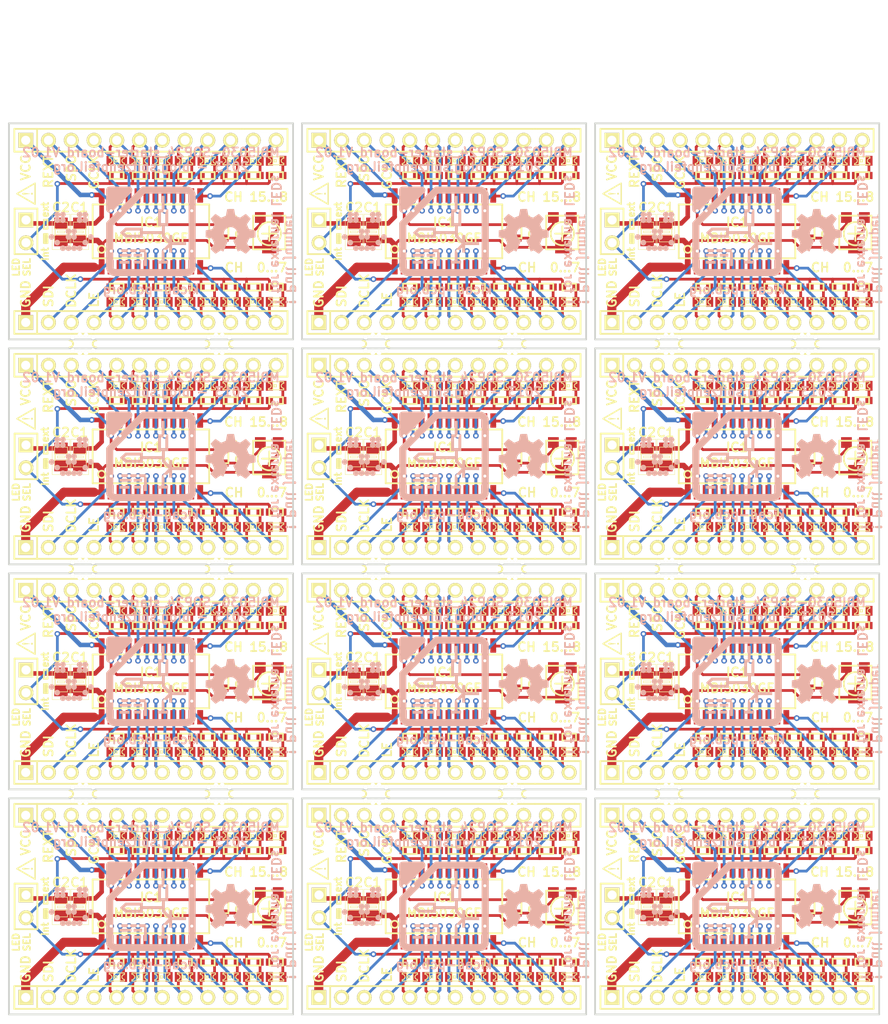
<source format=kicad_pcb>
(kicad_pcb (version 3) (host pcbnew "(2013-04-01 BZR 4056)-testing")
  (title_block (title LED_port-status) (rev 0.2) (company "2012 - blog.spitzenpfeil.org"))
  (layers (15 Front signal) (0 Back signal) (20 B.SilkS user) (21 F.SilkS user) (22 B.Mask user) (23 F.Mask user) (28 Edge.Cuts user))
  (net 0 "")
  (net 1 /DCLK)
  (net 2 /GCLK)
  (net 3 /LE)
  (net 4 /OUT0)
  (net 5 /OUT1)
  (net 6 /OUT10)
  (net 7 /OUT11)
  (net 8 /OUT12)
  (net 9 /OUT13)
  (net 10 /OUT14)
  (net 11 /OUT15)
  (net 12 /OUT2)
  (net 13 /OUT3)
  (net 14 /OUT4)
  (net 15 /OUT5)
  (net 16 /OUT6)
  (net 17 /OUT7)
  (net 18 /OUT8)
  (net 19 /OUT9)
  (net 20 /R-EXT)
  (net 21 /SDI)
  (net 22 /SDO)
  (net 23 GND)
  (net 24 N-0000010)
  (net 25 N-0000011)
  (net 26 N-0000012)
  (net 27 N-0000013)
  (net 28 N-0000014)
  (net 29 N-0000015)
  (net 30 N-0000016)
  (net 31 N-0000017)
  (net 32 N-0000018)
  (net 33 N-0000019)
  (net 34 N-0000020)
  (net 35 N-0000021)
  (net 36 N-000004)
  (net 37 N-000005)
  (net 38 N-000006)
  (net 39 N-000007)
  (net 40 N-000008)
  (net 41 N-000009)
  (net 42 VCC)
  (module MADW__mouse-bite-1mm-slot (layer Front) (at 138.95 132.95)
    (fp_text reference mouse-bite-1mm hide)
    (fp_text value VAL** hide)
    (pad "" np_thru_hole circle (at 0.35 -1) (size 0.5 0.5) (drill 0.5) (layers *.Cu *.Mask F.SilkS))
    (pad "" np_thru_hole circle (at -1.15 0.75) (size 0.5 0.5) (drill 0.5) (layers *.Cu *.Mask F.SilkS))
    (pad "" np_thru_hole circle (at 1.15 0.75) (size 0.5 0.5) (drill 0.5) (layers *.Cu *.Mask F.SilkS))
    (pad "" np_thru_hole circle (at -1.15 -0.75) (size 0.5 0.5) (drill 0.5) (layers *.Cu *.Mask F.SilkS))
    (pad "" np_thru_hole circle (at -0.35 -1) (size 0.5 0.5) (drill 0.5) (layers *.Cu *.Mask F.SilkS))
    (pad "" np_thru_hole circle (at 1.15 -0.75) (size 0.5 0.5) (drill 0.5) (layers *.Cu *.Mask F.SilkS))
    (pad 1 np_thru_hole circle (at -0.35 1) (size 0.5 0.5) (drill 0.5) (layers *.Cu *.Mask F.SilkS))
    (pad 2 np_thru_hole circle (at 0.35 1) (size 0.5 0.5) (drill 0.5) (layers *.Cu *.Mask F.SilkS))
  )
  (module MADW__mouse-bite-1mm-slot (layer Front) (at 154.15 132.95)
    (fp_text reference mouse-bite-1mm hide)
    (fp_text value VAL** hide)
    (pad "" np_thru_hole circle (at 0.35 -1) (size 0.5 0.5) (drill 0.5) (layers *.Cu *.Mask F.SilkS))
    (pad "" np_thru_hole circle (at -1.15 0.75) (size 0.5 0.5) (drill 0.5) (layers *.Cu *.Mask F.SilkS))
    (pad "" np_thru_hole circle (at 1.15 0.75) (size 0.5 0.5) (drill 0.5) (layers *.Cu *.Mask F.SilkS))
    (pad "" np_thru_hole circle (at -1.15 -0.75) (size 0.5 0.5) (drill 0.5) (layers *.Cu *.Mask F.SilkS))
    (pad "" np_thru_hole circle (at -0.35 -1) (size 0.5 0.5) (drill 0.5) (layers *.Cu *.Mask F.SilkS))
    (pad "" np_thru_hole circle (at 1.15 -0.75) (size 0.5 0.5) (drill 0.5) (layers *.Cu *.Mask F.SilkS))
    (pad 1 np_thru_hole circle (at -0.35 1) (size 0.5 0.5) (drill 0.5) (layers *.Cu *.Mask F.SilkS))
    (pad 2 np_thru_hole circle (at 0.35 1) (size 0.5 0.5) (drill 0.5) (layers *.Cu *.Mask F.SilkS))
  )
  (module MADW__mouse-bite-1mm-slot (layer Front) (at 154.15 82.75)
    (fp_text reference mouse-bite-1mm hide)
    (fp_text value VAL** hide)
    (pad "" np_thru_hole circle (at 0.35 -1) (size 0.5 0.5) (drill 0.5) (layers *.Cu *.Mask F.SilkS))
    (pad "" np_thru_hole circle (at -1.15 0.75) (size 0.5 0.5) (drill 0.5) (layers *.Cu *.Mask F.SilkS))
    (pad "" np_thru_hole circle (at 1.15 0.75) (size 0.5 0.5) (drill 0.5) (layers *.Cu *.Mask F.SilkS))
    (pad "" np_thru_hole circle (at -1.15 -0.75) (size 0.5 0.5) (drill 0.5) (layers *.Cu *.Mask F.SilkS))
    (pad "" np_thru_hole circle (at -0.35 -1) (size 0.5 0.5) (drill 0.5) (layers *.Cu *.Mask F.SilkS))
    (pad "" np_thru_hole circle (at 1.15 -0.75) (size 0.5 0.5) (drill 0.5) (layers *.Cu *.Mask F.SilkS))
    (pad 1 np_thru_hole circle (at -0.35 1) (size 0.5 0.5) (drill 0.5) (layers *.Cu *.Mask F.SilkS))
    (pad 2 np_thru_hole circle (at 0.35 1) (size 0.5 0.5) (drill 0.5) (layers *.Cu *.Mask F.SilkS))
  )
  (module MADW__mouse-bite-1mm-slot (layer Front) (at 138.95 82.75)
    (fp_text reference mouse-bite-1mm hide)
    (fp_text value VAL** hide)
    (pad "" np_thru_hole circle (at 0.35 -1) (size 0.5 0.5) (drill 0.5) (layers *.Cu *.Mask F.SilkS))
    (pad "" np_thru_hole circle (at -1.15 0.75) (size 0.5 0.5) (drill 0.5) (layers *.Cu *.Mask F.SilkS))
    (pad "" np_thru_hole circle (at 1.15 0.75) (size 0.5 0.5) (drill 0.5) (layers *.Cu *.Mask F.SilkS))
    (pad "" np_thru_hole circle (at -1.15 -0.75) (size 0.5 0.5) (drill 0.5) (layers *.Cu *.Mask F.SilkS))
    (pad "" np_thru_hole circle (at -0.35 -1) (size 0.5 0.5) (drill 0.5) (layers *.Cu *.Mask F.SilkS))
    (pad "" np_thru_hole circle (at 1.15 -0.75) (size 0.5 0.5) (drill 0.5) (layers *.Cu *.Mask F.SilkS))
    (pad 1 np_thru_hole circle (at -0.35 1) (size 0.5 0.5) (drill 0.5) (layers *.Cu *.Mask F.SilkS))
    (pad 2 np_thru_hole circle (at 0.35 1) (size 0.5 0.5) (drill 0.5) (layers *.Cu *.Mask F.SilkS))
  )
  (module MADW__mouse-bite-1mm-slot (layer Front) (at 138.95 107.85)
    (fp_text reference mouse-bite-1mm hide)
    (fp_text value VAL** hide)
    (pad "" np_thru_hole circle (at 0.35 -1) (size 0.5 0.5) (drill 0.5) (layers *.Cu *.Mask F.SilkS))
    (pad "" np_thru_hole circle (at -1.15 0.75) (size 0.5 0.5) (drill 0.5) (layers *.Cu *.Mask F.SilkS))
    (pad "" np_thru_hole circle (at 1.15 0.75) (size 0.5 0.5) (drill 0.5) (layers *.Cu *.Mask F.SilkS))
    (pad "" np_thru_hole circle (at -1.15 -0.75) (size 0.5 0.5) (drill 0.5) (layers *.Cu *.Mask F.SilkS))
    (pad "" np_thru_hole circle (at -0.35 -1) (size 0.5 0.5) (drill 0.5) (layers *.Cu *.Mask F.SilkS))
    (pad "" np_thru_hole circle (at 1.15 -0.75) (size 0.5 0.5) (drill 0.5) (layers *.Cu *.Mask F.SilkS))
    (pad 1 np_thru_hole circle (at -0.35 1) (size 0.5 0.5) (drill 0.5) (layers *.Cu *.Mask F.SilkS))
    (pad 2 np_thru_hole circle (at 0.35 1) (size 0.5 0.5) (drill 0.5) (layers *.Cu *.Mask F.SilkS))
  )
  (module MADW__mouse-bite-1mm-slot (layer Front) (at 154.15 107.85)
    (fp_text reference mouse-bite-1mm hide)
    (fp_text value VAL** hide)
    (pad "" np_thru_hole circle (at 0.35 -1) (size 0.5 0.5) (drill 0.5) (layers *.Cu *.Mask F.SilkS))
    (pad "" np_thru_hole circle (at -1.15 0.75) (size 0.5 0.5) (drill 0.5) (layers *.Cu *.Mask F.SilkS))
    (pad "" np_thru_hole circle (at 1.15 0.75) (size 0.5 0.5) (drill 0.5) (layers *.Cu *.Mask F.SilkS))
    (pad "" np_thru_hole circle (at -1.15 -0.75) (size 0.5 0.5) (drill 0.5) (layers *.Cu *.Mask F.SilkS))
    (pad "" np_thru_hole circle (at -0.35 -1) (size 0.5 0.5) (drill 0.5) (layers *.Cu *.Mask F.SilkS))
    (pad "" np_thru_hole circle (at 1.15 -0.75) (size 0.5 0.5) (drill 0.5) (layers *.Cu *.Mask F.SilkS))
    (pad 1 np_thru_hole circle (at -0.35 1) (size 0.5 0.5) (drill 0.5) (layers *.Cu *.Mask F.SilkS))
    (pad 2 np_thru_hole circle (at 0.35 1) (size 0.5 0.5) (drill 0.5) (layers *.Cu *.Mask F.SilkS))
  )
  (module MADW__mouse-bite-1mm-slot (layer Front) (at 73.55 132.95)
    (fp_text reference mouse-bite-1mm hide)
    (fp_text value VAL** hide)
    (pad "" np_thru_hole circle (at 0.35 -1) (size 0.5 0.5) (drill 0.5) (layers *.Cu *.Mask F.SilkS))
    (pad "" np_thru_hole circle (at -1.15 0.75) (size 0.5 0.5) (drill 0.5) (layers *.Cu *.Mask F.SilkS))
    (pad "" np_thru_hole circle (at 1.15 0.75) (size 0.5 0.5) (drill 0.5) (layers *.Cu *.Mask F.SilkS))
    (pad "" np_thru_hole circle (at -1.15 -0.75) (size 0.5 0.5) (drill 0.5) (layers *.Cu *.Mask F.SilkS))
    (pad "" np_thru_hole circle (at -0.35 -1) (size 0.5 0.5) (drill 0.5) (layers *.Cu *.Mask F.SilkS))
    (pad "" np_thru_hole circle (at 1.15 -0.75) (size 0.5 0.5) (drill 0.5) (layers *.Cu *.Mask F.SilkS))
    (pad 1 np_thru_hole circle (at -0.35 1) (size 0.5 0.5) (drill 0.5) (layers *.Cu *.Mask F.SilkS))
    (pad 2 np_thru_hole circle (at 0.35 1) (size 0.5 0.5) (drill 0.5) (layers *.Cu *.Mask F.SilkS))
  )
  (module MADW__mouse-bite-1mm-slot (layer Front) (at 88.75 132.95)
    (fp_text reference mouse-bite-1mm hide)
    (fp_text value VAL** hide)
    (pad "" np_thru_hole circle (at 0.35 -1) (size 0.5 0.5) (drill 0.5) (layers *.Cu *.Mask F.SilkS))
    (pad "" np_thru_hole circle (at -1.15 0.75) (size 0.5 0.5) (drill 0.5) (layers *.Cu *.Mask F.SilkS))
    (pad "" np_thru_hole circle (at 1.15 0.75) (size 0.5 0.5) (drill 0.5) (layers *.Cu *.Mask F.SilkS))
    (pad "" np_thru_hole circle (at -1.15 -0.75) (size 0.5 0.5) (drill 0.5) (layers *.Cu *.Mask F.SilkS))
    (pad "" np_thru_hole circle (at -0.35 -1) (size 0.5 0.5) (drill 0.5) (layers *.Cu *.Mask F.SilkS))
    (pad "" np_thru_hole circle (at 1.15 -0.75) (size 0.5 0.5) (drill 0.5) (layers *.Cu *.Mask F.SilkS))
    (pad 1 np_thru_hole circle (at -0.35 1) (size 0.5 0.5) (drill 0.5) (layers *.Cu *.Mask F.SilkS))
    (pad 2 np_thru_hole circle (at 0.35 1) (size 0.5 0.5) (drill 0.5) (layers *.Cu *.Mask F.SilkS))
  )
  (module MADW__mouse-bite-1mm-slot (layer Front) (at 88.75 82.75)
    (fp_text reference mouse-bite-1mm hide)
    (fp_text value VAL** hide)
    (pad "" np_thru_hole circle (at 0.35 -1) (size 0.5 0.5) (drill 0.5) (layers *.Cu *.Mask F.SilkS))
    (pad "" np_thru_hole circle (at -1.15 0.75) (size 0.5 0.5) (drill 0.5) (layers *.Cu *.Mask F.SilkS))
    (pad "" np_thru_hole circle (at 1.15 0.75) (size 0.5 0.5) (drill 0.5) (layers *.Cu *.Mask F.SilkS))
    (pad "" np_thru_hole circle (at -1.15 -0.75) (size 0.5 0.5) (drill 0.5) (layers *.Cu *.Mask F.SilkS))
    (pad "" np_thru_hole circle (at -0.35 -1) (size 0.5 0.5) (drill 0.5) (layers *.Cu *.Mask F.SilkS))
    (pad "" np_thru_hole circle (at 1.15 -0.75) (size 0.5 0.5) (drill 0.5) (layers *.Cu *.Mask F.SilkS))
    (pad 1 np_thru_hole circle (at -0.35 1) (size 0.5 0.5) (drill 0.5) (layers *.Cu *.Mask F.SilkS))
    (pad 2 np_thru_hole circle (at 0.35 1) (size 0.5 0.5) (drill 0.5) (layers *.Cu *.Mask F.SilkS))
  )
  (module MADW__mouse-bite-1mm-slot (layer Front) (at 73.55 82.75)
    (fp_text reference mouse-bite-1mm hide)
    (fp_text value VAL** hide)
    (pad "" np_thru_hole circle (at 0.35 -1) (size 0.5 0.5) (drill 0.5) (layers *.Cu *.Mask F.SilkS))
    (pad "" np_thru_hole circle (at -1.15 0.75) (size 0.5 0.5) (drill 0.5) (layers *.Cu *.Mask F.SilkS))
    (pad "" np_thru_hole circle (at 1.15 0.75) (size 0.5 0.5) (drill 0.5) (layers *.Cu *.Mask F.SilkS))
    (pad "" np_thru_hole circle (at -1.15 -0.75) (size 0.5 0.5) (drill 0.5) (layers *.Cu *.Mask F.SilkS))
    (pad "" np_thru_hole circle (at -0.35 -1) (size 0.5 0.5) (drill 0.5) (layers *.Cu *.Mask F.SilkS))
    (pad "" np_thru_hole circle (at 1.15 -0.75) (size 0.5 0.5) (drill 0.5) (layers *.Cu *.Mask F.SilkS))
    (pad 1 np_thru_hole circle (at -0.35 1) (size 0.5 0.5) (drill 0.5) (layers *.Cu *.Mask F.SilkS))
    (pad 2 np_thru_hole circle (at 0.35 1) (size 0.5 0.5) (drill 0.5) (layers *.Cu *.Mask F.SilkS))
  )
  (module MADW__mouse-bite-1mm-slot (layer Front) (at 73.55 107.85)
    (fp_text reference mouse-bite-1mm hide)
    (fp_text value VAL** hide)
    (pad "" np_thru_hole circle (at 0.35 -1) (size 0.5 0.5) (drill 0.5) (layers *.Cu *.Mask F.SilkS))
    (pad "" np_thru_hole circle (at -1.15 0.75) (size 0.5 0.5) (drill 0.5) (layers *.Cu *.Mask F.SilkS))
    (pad "" np_thru_hole circle (at 1.15 0.75) (size 0.5 0.5) (drill 0.5) (layers *.Cu *.Mask F.SilkS))
    (pad "" np_thru_hole circle (at -1.15 -0.75) (size 0.5 0.5) (drill 0.5) (layers *.Cu *.Mask F.SilkS))
    (pad "" np_thru_hole circle (at -0.35 -1) (size 0.5 0.5) (drill 0.5) (layers *.Cu *.Mask F.SilkS))
    (pad "" np_thru_hole circle (at 1.15 -0.75) (size 0.5 0.5) (drill 0.5) (layers *.Cu *.Mask F.SilkS))
    (pad 1 np_thru_hole circle (at -0.35 1) (size 0.5 0.5) (drill 0.5) (layers *.Cu *.Mask F.SilkS))
    (pad 2 np_thru_hole circle (at 0.35 1) (size 0.5 0.5) (drill 0.5) (layers *.Cu *.Mask F.SilkS))
  )
  (module MADW__mouse-bite-1mm-slot (layer Front) (at 88.75 107.85)
    (fp_text reference mouse-bite-1mm hide)
    (fp_text value VAL** hide)
    (pad "" np_thru_hole circle (at 0.35 -1) (size 0.5 0.5) (drill 0.5) (layers *.Cu *.Mask F.SilkS))
    (pad "" np_thru_hole circle (at -1.15 0.75) (size 0.5 0.5) (drill 0.5) (layers *.Cu *.Mask F.SilkS))
    (pad "" np_thru_hole circle (at 1.15 0.75) (size 0.5 0.5) (drill 0.5) (layers *.Cu *.Mask F.SilkS))
    (pad "" np_thru_hole circle (at -1.15 -0.75) (size 0.5 0.5) (drill 0.5) (layers *.Cu *.Mask F.SilkS))
    (pad "" np_thru_hole circle (at -0.35 -1) (size 0.5 0.5) (drill 0.5) (layers *.Cu *.Mask F.SilkS))
    (pad "" np_thru_hole circle (at 1.15 -0.75) (size 0.5 0.5) (drill 0.5) (layers *.Cu *.Mask F.SilkS))
    (pad 1 np_thru_hole circle (at -0.35 1) (size 0.5 0.5) (drill 0.5) (layers *.Cu *.Mask F.SilkS))
    (pad 2 np_thru_hole circle (at 0.35 1) (size 0.5 0.5) (drill 0.5) (layers *.Cu *.Mask F.SilkS))
  )
  (module MADW__mouse-bite-1mm-slot (layer Front) (at 121.45 107.85)
    (fp_text reference mouse-bite-1mm hide)
    (fp_text value VAL** hide)
    (pad "" np_thru_hole circle (at 0.35 -1) (size 0.5 0.5) (drill 0.5) (layers *.Cu *.Mask F.SilkS))
    (pad "" np_thru_hole circle (at -1.15 0.75) (size 0.5 0.5) (drill 0.5) (layers *.Cu *.Mask F.SilkS))
    (pad "" np_thru_hole circle (at 1.15 0.75) (size 0.5 0.5) (drill 0.5) (layers *.Cu *.Mask F.SilkS))
    (pad "" np_thru_hole circle (at -1.15 -0.75) (size 0.5 0.5) (drill 0.5) (layers *.Cu *.Mask F.SilkS))
    (pad "" np_thru_hole circle (at -0.35 -1) (size 0.5 0.5) (drill 0.5) (layers *.Cu *.Mask F.SilkS))
    (pad "" np_thru_hole circle (at 1.15 -0.75) (size 0.5 0.5) (drill 0.5) (layers *.Cu *.Mask F.SilkS))
    (pad 1 np_thru_hole circle (at -0.35 1) (size 0.5 0.5) (drill 0.5) (layers *.Cu *.Mask F.SilkS))
    (pad 2 np_thru_hole circle (at 0.35 1) (size 0.5 0.5) (drill 0.5) (layers *.Cu *.Mask F.SilkS))
  )
  (module MADW__mouse-bite-1mm-slot (layer Front) (at 106.25 107.85)
    (fp_text reference mouse-bite-1mm hide)
    (fp_text value VAL** hide)
    (pad "" np_thru_hole circle (at 0.35 -1) (size 0.5 0.5) (drill 0.5) (layers *.Cu *.Mask F.SilkS))
    (pad "" np_thru_hole circle (at -1.15 0.75) (size 0.5 0.5) (drill 0.5) (layers *.Cu *.Mask F.SilkS))
    (pad "" np_thru_hole circle (at 1.15 0.75) (size 0.5 0.5) (drill 0.5) (layers *.Cu *.Mask F.SilkS))
    (pad "" np_thru_hole circle (at -1.15 -0.75) (size 0.5 0.5) (drill 0.5) (layers *.Cu *.Mask F.SilkS))
    (pad "" np_thru_hole circle (at -0.35 -1) (size 0.5 0.5) (drill 0.5) (layers *.Cu *.Mask F.SilkS))
    (pad "" np_thru_hole circle (at 1.15 -0.75) (size 0.5 0.5) (drill 0.5) (layers *.Cu *.Mask F.SilkS))
    (pad 1 np_thru_hole circle (at -0.35 1) (size 0.5 0.5) (drill 0.5) (layers *.Cu *.Mask F.SilkS))
    (pad 2 np_thru_hole circle (at 0.35 1) (size 0.5 0.5) (drill 0.5) (layers *.Cu *.Mask F.SilkS))
  )
  (module MADW__mouse-bite-1mm-slot (layer Front) (at 106.25 82.75)
    (fp_text reference mouse-bite-1mm hide)
    (fp_text value VAL** hide)
    (pad "" np_thru_hole circle (at 0.35 -1) (size 0.5 0.5) (drill 0.5) (layers *.Cu *.Mask F.SilkS))
    (pad "" np_thru_hole circle (at -1.15 0.75) (size 0.5 0.5) (drill 0.5) (layers *.Cu *.Mask F.SilkS))
    (pad "" np_thru_hole circle (at 1.15 0.75) (size 0.5 0.5) (drill 0.5) (layers *.Cu *.Mask F.SilkS))
    (pad "" np_thru_hole circle (at -1.15 -0.75) (size 0.5 0.5) (drill 0.5) (layers *.Cu *.Mask F.SilkS))
    (pad "" np_thru_hole circle (at -0.35 -1) (size 0.5 0.5) (drill 0.5) (layers *.Cu *.Mask F.SilkS))
    (pad "" np_thru_hole circle (at 1.15 -0.75) (size 0.5 0.5) (drill 0.5) (layers *.Cu *.Mask F.SilkS))
    (pad 1 np_thru_hole circle (at -0.35 1) (size 0.5 0.5) (drill 0.5) (layers *.Cu *.Mask F.SilkS))
    (pad 2 np_thru_hole circle (at 0.35 1) (size 0.5 0.5) (drill 0.5) (layers *.Cu *.Mask F.SilkS))
  )
  (module MADW__mouse-bite-1mm-slot (layer Front) (at 121.45 82.75)
    (fp_text reference mouse-bite-1mm hide)
    (fp_text value VAL** hide)
    (pad "" np_thru_hole circle (at 0.35 -1) (size 0.5 0.5) (drill 0.5) (layers *.Cu *.Mask F.SilkS))
    (pad "" np_thru_hole circle (at -1.15 0.75) (size 0.5 0.5) (drill 0.5) (layers *.Cu *.Mask F.SilkS))
    (pad "" np_thru_hole circle (at 1.15 0.75) (size 0.5 0.5) (drill 0.5) (layers *.Cu *.Mask F.SilkS))
    (pad "" np_thru_hole circle (at -1.15 -0.75) (size 0.5 0.5) (drill 0.5) (layers *.Cu *.Mask F.SilkS))
    (pad "" np_thru_hole circle (at -0.35 -1) (size 0.5 0.5) (drill 0.5) (layers *.Cu *.Mask F.SilkS))
    (pad "" np_thru_hole circle (at 1.15 -0.75) (size 0.5 0.5) (drill 0.5) (layers *.Cu *.Mask F.SilkS))
    (pad 1 np_thru_hole circle (at -0.35 1) (size 0.5 0.5) (drill 0.5) (layers *.Cu *.Mask F.SilkS))
    (pad 2 np_thru_hole circle (at 0.35 1) (size 0.5 0.5) (drill 0.5) (layers *.Cu *.Mask F.SilkS))
  )
  (module MADW__mouse-bite-1mm-slot (layer Front) (at 121.45 132.95)
    (fp_text reference mouse-bite-1mm hide)
    (fp_text value VAL** hide)
    (pad "" np_thru_hole circle (at 0.35 -1) (size 0.5 0.5) (drill 0.5) (layers *.Cu *.Mask F.SilkS))
    (pad "" np_thru_hole circle (at -1.15 0.75) (size 0.5 0.5) (drill 0.5) (layers *.Cu *.Mask F.SilkS))
    (pad "" np_thru_hole circle (at 1.15 0.75) (size 0.5 0.5) (drill 0.5) (layers *.Cu *.Mask F.SilkS))
    (pad "" np_thru_hole circle (at -1.15 -0.75) (size 0.5 0.5) (drill 0.5) (layers *.Cu *.Mask F.SilkS))
    (pad "" np_thru_hole circle (at -0.35 -1) (size 0.5 0.5) (drill 0.5) (layers *.Cu *.Mask F.SilkS))
    (pad "" np_thru_hole circle (at 1.15 -0.75) (size 0.5 0.5) (drill 0.5) (layers *.Cu *.Mask F.SilkS))
    (pad 1 np_thru_hole circle (at -0.35 1) (size 0.5 0.5) (drill 0.5) (layers *.Cu *.Mask F.SilkS))
    (pad 2 np_thru_hole circle (at 0.35 1) (size 0.5 0.5) (drill 0.5) (layers *.Cu *.Mask F.SilkS))
  )
  (module MADW__mouse-bite-1mm-slot (layer Front) (at 106.25 132.95)
    (fp_text reference mouse-bite-1mm hide)
    (fp_text value VAL** hide)
    (pad "" np_thru_hole circle (at 0.35 -1) (size 0.5 0.5) (drill 0.5) (layers *.Cu *.Mask F.SilkS))
    (pad "" np_thru_hole circle (at -1.15 0.75) (size 0.5 0.5) (drill 0.5) (layers *.Cu *.Mask F.SilkS))
    (pad "" np_thru_hole circle (at 1.15 0.75) (size 0.5 0.5) (drill 0.5) (layers *.Cu *.Mask F.SilkS))
    (pad "" np_thru_hole circle (at -1.15 -0.75) (size 0.5 0.5) (drill 0.5) (layers *.Cu *.Mask F.SilkS))
    (pad "" np_thru_hole circle (at -0.35 -1) (size 0.5 0.5) (drill 0.5) (layers *.Cu *.Mask F.SilkS))
    (pad "" np_thru_hole circle (at 1.15 -0.75) (size 0.5 0.5) (drill 0.5) (layers *.Cu *.Mask F.SilkS))
    (pad 1 np_thru_hole circle (at -0.35 1) (size 0.5 0.5) (drill 0.5) (layers *.Cu *.Mask F.SilkS))
    (pad 2 np_thru_hole circle (at 0.35 1) (size 0.5 0.5) (drill 0.5) (layers *.Cu *.Mask F.SilkS))
  )
  (module MADW__CHIPLED-0603-tiny (layer Front) (at 110.03 137.626 180)
    (fp_text reference D16 hide)
    (fp_text value LED hide)
    (pad 1 smd rect (at -0.75074 -0.00022 180) (size 0.8 1.1) (layers Front F.Mask) (net 34 N-0000020))
    (pad 2 smd rect (at 0.74786 -0.00022 180) (size 0.8 1.1) (layers Front F.Mask) (net 11 /OUT15))
  )
  (module MADW__SIL-2 (layer Front) (at 99.9 145.5 270)
    (fp_text reference JP1 hide)
    (fp_text value "int. LEDs" hide)
    (pad 1 thru_hole rect (at -1.27 0 270) (size 1.65 1.65) (drill 1.016) (layers *.Cu *.Mask F.SilkS) (net 42 VCC))
    (pad 2 thru_hole circle (at 1.27 0 270) (size 1.65 1.65) (drill 1.016) (layers *.Cu *.Mask F.SilkS) (net 35 N-0000021))
  )
  (module MADW__SIL-12 (layer Front) (at 113.84 135.34)
    (fp_text reference P4 hide)
    (fp_text value CONN_12 hide)
    (pad 1 thru_hole rect (at -13.97 0) (size 1.65 1.65) (drill 1.016) (layers *.Cu *.Mask F.SilkS) (net 42 VCC))
    (pad 2 thru_hole circle (at -11.43 0) (size 1.65 1.65) (drill 1.016) (layers *.Cu *.Mask F.SilkS) (net 20 /R-EXT))
    (pad 3 thru_hole circle (at -8.89 0) (size 1.65 1.65) (drill 1.016) (layers *.Cu *.Mask F.SilkS) (net 22 /SDO))
    (pad 4 thru_hole circle (at -6.35 0) (size 1.65 1.65) (drill 1.016) (layers *.Cu *.Mask F.SilkS) (net 2 /GCLK))
    (pad 5 thru_hole circle (at -3.81 0) (size 1.65 1.65) (drill 1.016) (layers *.Cu *.Mask F.SilkS) (net 11 /OUT15))
    (pad 6 thru_hole circle (at -1.27 0) (size 1.65 1.65) (drill 1.016) (layers *.Cu *.Mask F.SilkS) (net 10 /OUT14))
    (pad 7 thru_hole circle (at 1.27 0) (size 1.65 1.65) (drill 1.016) (layers *.Cu *.Mask F.SilkS) (net 9 /OUT13))
    (pad 8 thru_hole circle (at 3.81 0) (size 1.65 1.65) (drill 1.016) (layers *.Cu *.Mask F.SilkS) (net 8 /OUT12))
    (pad 9 thru_hole circle (at 6.35 0) (size 1.65 1.65) (drill 1.016) (layers *.Cu *.Mask F.SilkS) (net 7 /OUT11))
    (pad 10 thru_hole circle (at 8.89 0) (size 1.65 1.65) (drill 1.016) (layers *.Cu *.Mask F.SilkS) (net 6 /OUT10))
    (pad 11 thru_hole circle (at 11.43 0) (size 1.65 1.65) (drill 1.016) (layers *.Cu *.Mask F.SilkS) (net 19 /OUT9))
    (pad 12 thru_hole circle (at 13.97 0) (size 1.65 1.65) (drill 1.016) (layers *.Cu *.Mask F.SilkS) (net 18 /OUT8))
  )
  (module MADW__SIL-12 (layer Front) (at 113.84 155.66)
    (fp_text reference P3 hide)
    (fp_text value CONN_12 hide)
    (pad 1 thru_hole rect (at -13.97 0) (size 1.65 1.65) (drill 1.016) (layers *.Cu *.Mask F.SilkS) (net 23 GND))
    (pad 2 thru_hole circle (at -11.43 0) (size 1.65 1.65) (drill 1.016) (layers *.Cu *.Mask F.SilkS) (net 21 /SDI))
    (pad 3 thru_hole circle (at -8.89 0) (size 1.65 1.65) (drill 1.016) (layers *.Cu *.Mask F.SilkS) (net 1 /DCLK))
    (pad 4 thru_hole circle (at -6.35 0) (size 1.65 1.65) (drill 1.016) (layers *.Cu *.Mask F.SilkS) (net 3 /LE))
    (pad 5 thru_hole circle (at -3.81 0) (size 1.65 1.65) (drill 1.016) (layers *.Cu *.Mask F.SilkS) (net 4 /OUT0))
    (pad 6 thru_hole circle (at -1.27 0) (size 1.65 1.65) (drill 1.016) (layers *.Cu *.Mask F.SilkS) (net 5 /OUT1))
    (pad 7 thru_hole circle (at 1.27 0) (size 1.65 1.65) (drill 1.016) (layers *.Cu *.Mask F.SilkS) (net 12 /OUT2))
    (pad 8 thru_hole circle (at 3.81 0) (size 1.65 1.65) (drill 1.016) (layers *.Cu *.Mask F.SilkS) (net 13 /OUT3))
    (pad 9 thru_hole circle (at 6.35 0) (size 1.65 1.65) (drill 1.016) (layers *.Cu *.Mask F.SilkS) (net 14 /OUT4))
    (pad 10 thru_hole circle (at 8.89 0) (size 1.65 1.65) (drill 1.016) (layers *.Cu *.Mask F.SilkS) (net 15 /OUT5))
    (pad 11 thru_hole circle (at 11.43 0) (size 1.65 1.65) (drill 1.016) (layers *.Cu *.Mask F.SilkS) (net 16 /OUT6))
    (pad 12 thru_hole circle (at 13.97 0) (size 1.65 1.65) (drill 1.016) (layers *.Cu *.Mask F.SilkS) (net 17 /OUT7))
  )
  (module MADW__SOP24-300-1.00 (layer Front) (at 113.84 145.5)
    (fp_text reference IC1 (at 0 -1.016) (layer F.SilkS) (effects (font (thickness 0.2))))
    (fp_text value MBI5030GF (at 0 0.762) (layer F.SilkS) (effects (font (thickness 0.2))))
    (pad 1 smd rect (at -5.4991 4.0005) (size 0.65024 1.6002) (layers Front F.Mask) (net 23 GND))
    (pad 2 smd rect (at -4.50088 4.0005) (size 0.65024 1.6002) (layers Front F.Mask) (net 21 /SDI))
    (pad 3 smd rect (at -3.50012 4.0005) (size 0.65024 1.6002) (layers Front F.Mask) (net 1 /DCLK))
    (pad 4 smd rect (at -2.49936 4.0005) (size 0.65024 1.6002) (layers Front F.Mask) (net 3 /LE))
    (pad 5 smd rect (at -1.50114 4.0005) (size 0.65024 1.6002) (layers Front F.Mask) (net 4 /OUT0))
    (pad 6 smd rect (at -0.50038 4.0005) (size 0.65024 1.6002) (layers Front F.Mask) (net 5 /OUT1))
    (pad 7 smd rect (at 0.50038 4.0005) (size 0.65024 1.6002) (layers Front F.Mask) (net 12 /OUT2))
    (pad 8 smd rect (at 1.50114 4.0005) (size 0.65024 1.6002) (layers Front F.Mask) (net 13 /OUT3))
    (pad 9 smd rect (at 2.49936 4.0005) (size 0.65024 1.6002) (layers Front F.Mask) (net 14 /OUT4))
    (pad 10 smd rect (at 3.50012 4.0005) (size 0.65024 1.6002) (layers Front F.Mask) (net 15 /OUT5))
    (pad 11 smd rect (at 4.50088 4.0005) (size 0.65024 1.6002) (layers Front F.Mask) (net 16 /OUT6))
    (pad 12 smd rect (at 5.4991 4.0005) (size 0.65024 1.6002) (layers Front F.Mask) (net 17 /OUT7))
    (pad 13 smd rect (at 5.4991 -4.0005) (size 0.65024 1.6002) (layers Front F.Mask) (net 18 /OUT8))
    (pad 14 smd rect (at 4.50088 -4.0005) (size 0.65024 1.6002) (layers Front F.Mask) (net 19 /OUT9))
    (pad 15 smd rect (at 3.50012 -4.0005) (size 0.65024 1.6002) (layers Front F.Mask) (net 6 /OUT10))
    (pad 16 smd rect (at 2.49936 -4.0005) (size 0.65024 1.6002) (layers Front F.Mask) (net 7 /OUT11))
    (pad 17 smd rect (at 1.50114 -4.0005) (size 0.65024 1.6002) (layers Front F.Mask) (net 8 /OUT12))
    (pad 18 smd rect (at 0.50038 -4.0005) (size 0.65024 1.6002) (layers Front F.Mask) (net 9 /OUT13))
    (pad 19 smd rect (at -0.50038 -4.0005) (size 0.65024 1.6002) (layers Front F.Mask) (net 10 /OUT14))
    (pad 20 smd rect (at -1.50114 -4.0005) (size 0.65024 1.6002) (layers Front F.Mask) (net 11 /OUT15))
    (pad 21 smd rect (at -2.49936 -4.0005) (size 0.65024 1.6002) (layers Front F.Mask) (net 2 /GCLK))
    (pad 22 smd rect (at -3.50012 -4.0005) (size 0.65024 1.6002) (layers Front F.Mask) (net 22 /SDO))
    (pad 23 smd rect (at -4.50088 -4.0005) (size 0.65024 1.6002) (layers Front F.Mask) (net 20 /R-EXT))
    (pad 24 smd rect (at -5.4991 -4.0005) (size 0.65024 1.6002) (layers Front F.Mask) (net 42 VCC))
  )
  (module MADW__R0603 (layer Front) (at 110.03 139.277)
    (fp_text reference R16 hide)
    (fp_text value 1k hide)
    (pad 2 smd rect (at 0.7518 -0.0075 90) (size 0.79756 0.79756) (layers Front F.Mask) (net 34 N-0000020))
    (pad 1 smd rect (at -0.7468 -0.0075 90) (size 0.79756 0.79756) (layers Front F.Mask) (net 35 N-0000021))
  )
  (module MADW__R0603 (layer Front) (at 112.57 139.277)
    (fp_text reference R15 hide)
    (fp_text value 1k hide)
    (pad 2 smd rect (at 0.7518 -0.0075 90) (size 0.79756 0.79756) (layers Front F.Mask) (net 33 N-0000019))
    (pad 1 smd rect (at -0.7468 -0.0075 90) (size 0.79756 0.79756) (layers Front F.Mask) (net 35 N-0000021))
  )
  (module MADW__R0603 (layer Front) (at 127.81 139.277)
    (fp_text reference R9 hide)
    (fp_text value 1k hide)
    (pad 2 smd rect (at 0.7518 -0.0075 90) (size 0.79756 0.79756) (layers Front F.Mask) (net 37 N-000005))
    (pad 1 smd rect (at -0.7468 -0.0075 90) (size 0.79756 0.79756) (layers Front F.Mask) (net 35 N-0000021))
  )
  (module MADW__R0603 (layer Front) (at 122.095 145.5 270)
    (fp_text reference R17 hide)
    (fp_text value 300R hide)
    (pad 2 smd rect (at 0.7518 -0.0075) (size 0.79756 0.79756) (layers Front F.Mask) (net 36 N-000004))
    (pad 1 smd rect (at -0.7468 -0.0075) (size 0.79756 0.79756) (layers Front F.Mask) (net 20 /R-EXT))
  )
  (module MADW__R0603 (layer Front) (at 125.27 139.277)
    (fp_text reference R10 hide)
    (fp_text value 1k hide)
    (pad 2 smd rect (at 0.7518 -0.0075 90) (size 0.79756 0.79756) (layers Front F.Mask) (net 38 N-000006))
    (pad 1 smd rect (at -0.7468 -0.0075 90) (size 0.79756 0.79756) (layers Front F.Mask) (net 35 N-0000021))
  )
  (module MADW__R0603 (layer Front) (at 120.19 139.277)
    (fp_text reference R12 hide)
    (fp_text value 1k hide)
    (pad 2 smd rect (at 0.7518 -0.0075 90) (size 0.79756 0.79756) (layers Front F.Mask) (net 39 N-000007))
    (pad 1 smd rect (at -0.7468 -0.0075 90) (size 0.79756 0.79756) (layers Front F.Mask) (net 35 N-0000021))
  )
  (module MADW__R0603 (layer Front) (at 122.73 139.277)
    (fp_text reference R11 hide)
    (fp_text value 1k hide)
    (pad 2 smd rect (at 0.7518 -0.0075 90) (size 0.79756 0.79756) (layers Front F.Mask) (net 30 N-0000016))
    (pad 1 smd rect (at -0.7468 -0.0075 90) (size 0.79756 0.79756) (layers Front F.Mask) (net 35 N-0000021))
  )
  (module MADW__R0603 (layer Front) (at 117.65 139.277)
    (fp_text reference R13 hide)
    (fp_text value 1k hide)
    (pad 2 smd rect (at 0.7518 -0.0075 90) (size 0.79756 0.79756) (layers Front F.Mask) (net 31 N-0000017))
    (pad 1 smd rect (at -0.7468 -0.0075 90) (size 0.79756 0.79756) (layers Front F.Mask) (net 35 N-0000021))
  )
  (module MADW__R0603 (layer Front) (at 115.11 139.277)
    (fp_text reference R14 hide)
    (fp_text value 1k hide)
    (pad 2 smd rect (at 0.7518 -0.0075 90) (size 0.79756 0.79756) (layers Front F.Mask) (net 32 N-0000018))
    (pad 1 smd rect (at -0.7468 -0.0075 90) (size 0.79756 0.79756) (layers Front F.Mask) (net 35 N-0000021))
  )
  (module MADW__R0603 (layer Front) (at 127.81 151.723)
    (fp_text reference R8 hide)
    (fp_text value 1k hide)
    (pad 2 smd rect (at 0.7518 -0.0075 90) (size 0.79756 0.79756) (layers Front F.Mask) (net 29 N-0000015))
    (pad 1 smd rect (at -0.7468 -0.0075 90) (size 0.79756 0.79756) (layers Front F.Mask) (net 35 N-0000021))
  )
  (module MADW__R0603 (layer Front) (at 125.27 151.723)
    (fp_text reference R7 hide)
    (fp_text value 1k hide)
    (pad 2 smd rect (at 0.7518 -0.0075 90) (size 0.79756 0.79756) (layers Front F.Mask) (net 28 N-0000014))
    (pad 1 smd rect (at -0.7468 -0.0075 90) (size 0.79756 0.79756) (layers Front F.Mask) (net 35 N-0000021))
  )
  (module MADW__R0603 (layer Front) (at 122.73 151.723)
    (fp_text reference R6 hide)
    (fp_text value 1k hide)
    (pad 2 smd rect (at 0.7518 -0.0075 90) (size 0.79756 0.79756) (layers Front F.Mask) (net 27 N-0000013))
    (pad 1 smd rect (at -0.7468 -0.0075 90) (size 0.79756 0.79756) (layers Front F.Mask) (net 35 N-0000021))
  )
  (module MADW__R0603 (layer Front) (at 120.19 151.723)
    (fp_text reference R5 hide)
    (fp_text value 1k hide)
    (pad 2 smd rect (at 0.7518 -0.0075 90) (size 0.79756 0.79756) (layers Front F.Mask) (net 26 N-0000012))
    (pad 1 smd rect (at -0.7468 -0.0075 90) (size 0.79756 0.79756) (layers Front F.Mask) (net 35 N-0000021))
  )
  (module MADW__R0603 (layer Front) (at 115.11 151.723)
    (fp_text reference R3 hide)
    (fp_text value 1k hide)
    (pad 2 smd rect (at 0.7518 -0.0075 90) (size 0.79756 0.79756) (layers Front F.Mask) (net 24 N-0000010))
    (pad 1 smd rect (at -0.7468 -0.0075 90) (size 0.79756 0.79756) (layers Front F.Mask) (net 35 N-0000021))
  )
  (module MADW__R0603 (layer Front) (at 117.65 151.723)
    (fp_text reference R4 hide)
    (fp_text value 1k hide)
    (pad 2 smd rect (at 0.7518 -0.0075 90) (size 0.79756 0.79756) (layers Front F.Mask) (net 25 N-0000011))
    (pad 1 smd rect (at -0.7468 -0.0075 90) (size 0.79756 0.79756) (layers Front F.Mask) (net 35 N-0000021))
  )
  (module MADW__R0603 (layer Front) (at 112.57 151.723)
    (fp_text reference R2 hide)
    (fp_text value 1k hide)
    (pad 2 smd rect (at 0.7518 -0.0075 90) (size 0.79756 0.79756) (layers Front F.Mask) (net 41 N-000009))
    (pad 1 smd rect (at -0.7468 -0.0075 90) (size 0.79756 0.79756) (layers Front F.Mask) (net 35 N-0000021))
  )
  (module MADW__R0603 (layer Front) (at 110.03 151.723)
    (fp_text reference R1 hide)
    (fp_text value 1k hide)
    (pad 2 smd rect (at 0.7518 -0.0075 90) (size 0.79756 0.79756) (layers Front F.Mask) (net 40 N-000008))
    (pad 1 smd rect (at -0.7468 -0.0075 90) (size 0.79756 0.79756) (layers Front F.Mask) (net 35 N-0000021))
  )
  (module MADW__TC33X-POT (layer Front) (at 127.048 145.754 180)
    (fp_text reference RV1 hide)
    (fp_text value 2k hide)
    (pad 1 smd rect (at -1.00076 1.80086 180) (size 1.19888 1.19888) (layers Front F.Mask) (net 23 GND))
    (pad 3 smd rect (at 1.00076 1.80086 180) (size 1.19888 1.19888) (layers Front F.Mask) (net 36 N-000004))
    (pad 2 smd rect (at 0 -1.45034 180) (size 1.6002 1.50114) (layers Front F.Mask) (net 23 GND))
  )
  (module -C0805 (layer Front) (at 103.807 145.5635 270)
    (fp_text reference C2 (at -2.7305 0 360) (layer F.SilkS) (effects (font (thickness 0.2))))
    (fp_text value 4.7µF hide)
    (pad 1 smd rect (at -0.94996 0 270) (size 1.29794 1.4986) (layers Front F.Mask) (net 42 VCC))
    (pad 2 smd rect (at 0.94996 0 270) (size 1.29794 1.4986) (layers Front F.Mask) (net 23 GND))
  )
  (module -C0805 (layer Front) (at 105.9025 145.5635 270)
    (fp_text reference C1 (at -2.7305 0.0635 360) (layer F.SilkS) (effects (font (thickness 0.2))))
    (fp_text value 100nF hide)
    (pad 1 smd rect (at -0.94996 0 270) (size 1.29794 1.4986) (layers Front F.Mask) (net 42 VCC))
    (pad 2 smd rect (at 0.94996 0 270) (size 1.29794 1.4986) (layers Front F.Mask) (net 23 GND))
  )
  (module LOGO (layer Back) (at 122.73 145.5)
    (fp_text reference G2 hide)
    (fp_text value LOGO hide)
  )
  (module LOGO (layer Back) (at 104.95 145.5)
    (fp_text reference G1 hide)
    (fp_text value LOGO hide)
  )
  (module LOGO (layer Back) (at 113.84 145.5)
    (fp_text reference G3 hide)
    (fp_text value LOGO hide)
  )
  (module LOGO (layer Front) (at 99.9 141.3 90)
    (fp_text reference G4 hide)
    (fp_text value LOGO hide)
  )
  (module MADW__CHIPLED-0603-tiny (layer Front) (at 122.73 153.374 180)
    (fp_text reference D6 hide)
    (fp_text value LED hide)
    (pad 1 smd rect (at -0.75074 -0.00022 180) (size 0.8 1.1) (layers Front F.Mask) (net 27 N-0000013))
    (pad 2 smd rect (at 0.74786 -0.00022 180) (size 0.8 1.1) (layers Front F.Mask) (net 15 /OUT5))
  )
  (module MADW__CHIPLED-0603-tiny (layer Front) (at 120.19 153.374 180)
    (fp_text reference D5 hide)
    (fp_text value LED hide)
    (pad 1 smd rect (at -0.75074 -0.00022 180) (size 0.8 1.1) (layers Front F.Mask) (net 26 N-0000012))
    (pad 2 smd rect (at 0.74786 -0.00022 180) (size 0.8 1.1) (layers Front F.Mask) (net 14 /OUT4))
  )
  (module MADW__CHIPLED-0603-tiny (layer Front) (at 125.27 153.374 180)
    (fp_text reference D7 hide)
    (fp_text value LED hide)
    (pad 1 smd rect (at -0.75074 -0.00022 180) (size 0.8 1.1) (layers Front F.Mask) (net 28 N-0000014))
    (pad 2 smd rect (at 0.74786 -0.00022 180) (size 0.8 1.1) (layers Front F.Mask) (net 16 /OUT6))
  )
  (module MADW__CHIPLED-0603-tiny (layer Front) (at 117.65 153.374 180)
    (fp_text reference D4 hide)
    (fp_text value LED hide)
    (pad 1 smd rect (at -0.75074 -0.00022 180) (size 0.8 1.1) (layers Front F.Mask) (net 25 N-0000011))
    (pad 2 smd rect (at 0.74786 -0.00022 180) (size 0.8 1.1) (layers Front F.Mask) (net 13 /OUT3))
  )
  (module MADW__CHIPLED-0603-tiny (layer Front) (at 115.11 153.374 180)
    (fp_text reference D3 hide)
    (fp_text value LED hide)
    (pad 1 smd rect (at -0.75074 -0.00022 180) (size 0.8 1.1) (layers Front F.Mask) (net 24 N-0000010))
    (pad 2 smd rect (at 0.74786 -0.00022 180) (size 0.8 1.1) (layers Front F.Mask) (net 12 /OUT2))
  )
  (module MADW__CHIPLED-0603-tiny (layer Front) (at 112.57 153.374 180)
    (fp_text reference D2 hide)
    (fp_text value LED hide)
    (pad 1 smd rect (at -0.75074 -0.00022 180) (size 0.8 1.1) (layers Front F.Mask) (net 41 N-000009))
    (pad 2 smd rect (at 0.74786 -0.00022 180) (size 0.8 1.1) (layers Front F.Mask) (net 5 /OUT1))
  )
  (module MADW__CHIPLED-0603-tiny (layer Front) (at 110.03 153.374 180)
    (fp_text reference D1 hide)
    (fp_text value LED hide)
    (pad 1 smd rect (at -0.75074 -0.00022 180) (size 0.8 1.1) (layers Front F.Mask) (net 40 N-000008))
    (pad 2 smd rect (at 0.74786 -0.00022 180) (size 0.8 1.1) (layers Front F.Mask) (net 4 /OUT0))
  )
  (module MADW__CHIPLED-0603-tiny (layer Front) (at 127.81 153.374 180)
    (fp_text reference D8 hide)
    (fp_text value LED hide)
    (pad 1 smd rect (at -0.75074 -0.00022 180) (size 0.8 1.1) (layers Front F.Mask) (net 29 N-0000015))
    (pad 2 smd rect (at 0.74786 -0.00022 180) (size 0.8 1.1) (layers Front F.Mask) (net 17 /OUT7))
  )
  (module MADW__CHIPLED-0603-tiny (layer Front) (at 127.81 137.626 180)
    (fp_text reference D9 hide)
    (fp_text value LED hide)
    (pad 1 smd rect (at -0.75074 -0.00022 180) (size 0.8 1.1) (layers Front F.Mask) (net 37 N-000005))
    (pad 2 smd rect (at 0.74786 -0.00022 180) (size 0.8 1.1) (layers Front F.Mask) (net 18 /OUT8))
  )
  (module MADW__CHIPLED-0603-tiny (layer Front) (at 125.27 137.626 180)
    (fp_text reference D10 hide)
    (fp_text value LED hide)
    (pad 1 smd rect (at -0.75074 -0.00022 180) (size 0.8 1.1) (layers Front F.Mask) (net 38 N-000006))
    (pad 2 smd rect (at 0.74786 -0.00022 180) (size 0.8 1.1) (layers Front F.Mask) (net 19 /OUT9))
  )
  (module MADW__CHIPLED-0603-tiny (layer Front) (at 122.73 137.626 180)
    (fp_text reference D11 hide)
    (fp_text value LED hide)
    (pad 1 smd rect (at -0.75074 -0.00022 180) (size 0.8 1.1) (layers Front F.Mask) (net 30 N-0000016))
    (pad 2 smd rect (at 0.74786 -0.00022 180) (size 0.8 1.1) (layers Front F.Mask) (net 6 /OUT10))
  )
  (module MADW__CHIPLED-0603-tiny (layer Front) (at 120.19 137.626 180)
    (fp_text reference D12 hide)
    (fp_text value LED hide)
    (pad 1 smd rect (at -0.75074 -0.00022 180) (size 0.8 1.1) (layers Front F.Mask) (net 39 N-000007))
    (pad 2 smd rect (at 0.74786 -0.00022 180) (size 0.8 1.1) (layers Front F.Mask) (net 7 /OUT11))
  )
  (module MADW__CHIPLED-0603-tiny (layer Front) (at 112.57 137.626 180)
    (fp_text reference D15 hide)
    (fp_text value LED hide)
    (pad 1 smd rect (at -0.75074 -0.00022 180) (size 0.8 1.1) (layers Front F.Mask) (net 33 N-0000019))
    (pad 2 smd rect (at 0.74786 -0.00022 180) (size 0.8 1.1) (layers Front F.Mask) (net 10 /OUT14))
  )
  (module MADW__CHIPLED-0603-tiny (layer Front) (at 117.65 137.626 180)
    (fp_text reference D13 hide)
    (fp_text value LED hide)
    (pad 1 smd rect (at -0.75074 -0.00022 180) (size 0.8 1.1) (layers Front F.Mask) (net 31 N-0000017))
    (pad 2 smd rect (at 0.74786 -0.00022 180) (size 0.8 1.1) (layers Front F.Mask) (net 8 /OUT12))
  )
  (module MADW__CHIPLED-0603-tiny (layer Front) (at 115.11 137.626 180)
    (fp_text reference D14 hide)
    (fp_text value LED hide)
    (pad 1 smd rect (at -0.75074 -0.00022 180) (size 0.8 1.1) (layers Front F.Mask) (net 32 N-0000018))
    (pad 2 smd rect (at 0.74786 -0.00022 180) (size 0.8 1.1) (layers Front F.Mask) (net 9 /OUT13))
  )
  (module MADW__CHIPLED-0603-tiny (layer Front) (at 115.11 112.526 180)
    (fp_text reference D14 hide)
    (fp_text value LED hide)
    (pad 1 smd rect (at -0.75074 -0.00022 180) (size 0.8 1.1) (layers Front F.Mask) (net 32 N-0000018))
    (pad 2 smd rect (at 0.74786 -0.00022 180) (size 0.8 1.1) (layers Front F.Mask) (net 9 /OUT13))
  )
  (module MADW__CHIPLED-0603-tiny (layer Front) (at 117.65 112.526 180)
    (fp_text reference D13 hide)
    (fp_text value LED hide)
    (pad 1 smd rect (at -0.75074 -0.00022 180) (size 0.8 1.1) (layers Front F.Mask) (net 31 N-0000017))
    (pad 2 smd rect (at 0.74786 -0.00022 180) (size 0.8 1.1) (layers Front F.Mask) (net 8 /OUT12))
  )
  (module MADW__CHIPLED-0603-tiny (layer Front) (at 112.57 112.526 180)
    (fp_text reference D15 hide)
    (fp_text value LED hide)
    (pad 1 smd rect (at -0.75074 -0.00022 180) (size 0.8 1.1) (layers Front F.Mask) (net 33 N-0000019))
    (pad 2 smd rect (at 0.74786 -0.00022 180) (size 0.8 1.1) (layers Front F.Mask) (net 10 /OUT14))
  )
  (module MADW__CHIPLED-0603-tiny (layer Front) (at 120.19 112.526 180)
    (fp_text reference D12 hide)
    (fp_text value LED hide)
    (pad 1 smd rect (at -0.75074 -0.00022 180) (size 0.8 1.1) (layers Front F.Mask) (net 39 N-000007))
    (pad 2 smd rect (at 0.74786 -0.00022 180) (size 0.8 1.1) (layers Front F.Mask) (net 7 /OUT11))
  )
  (module MADW__CHIPLED-0603-tiny (layer Front) (at 122.73 112.526 180)
    (fp_text reference D11 hide)
    (fp_text value LED hide)
    (pad 1 smd rect (at -0.75074 -0.00022 180) (size 0.8 1.1) (layers Front F.Mask) (net 30 N-0000016))
    (pad 2 smd rect (at 0.74786 -0.00022 180) (size 0.8 1.1) (layers Front F.Mask) (net 6 /OUT10))
  )
  (module MADW__CHIPLED-0603-tiny (layer Front) (at 125.27 112.526 180)
    (fp_text reference D10 hide)
    (fp_text value LED hide)
    (pad 1 smd rect (at -0.75074 -0.00022 180) (size 0.8 1.1) (layers Front F.Mask) (net 38 N-000006))
    (pad 2 smd rect (at 0.74786 -0.00022 180) (size 0.8 1.1) (layers Front F.Mask) (net 19 /OUT9))
  )
  (module MADW__CHIPLED-0603-tiny (layer Front) (at 127.81 112.526 180)
    (fp_text reference D9 hide)
    (fp_text value LED hide)
    (pad 1 smd rect (at -0.75074 -0.00022 180) (size 0.8 1.1) (layers Front F.Mask) (net 37 N-000005))
    (pad 2 smd rect (at 0.74786 -0.00022 180) (size 0.8 1.1) (layers Front F.Mask) (net 18 /OUT8))
  )
  (module MADW__CHIPLED-0603-tiny (layer Front) (at 127.81 128.274 180)
    (fp_text reference D8 hide)
    (fp_text value LED hide)
    (pad 1 smd rect (at -0.75074 -0.00022 180) (size 0.8 1.1) (layers Front F.Mask) (net 29 N-0000015))
    (pad 2 smd rect (at 0.74786 -0.00022 180) (size 0.8 1.1) (layers Front F.Mask) (net 17 /OUT7))
  )
  (module MADW__CHIPLED-0603-tiny (layer Front) (at 110.03 128.274 180)
    (fp_text reference D1 hide)
    (fp_text value LED hide)
    (pad 1 smd rect (at -0.75074 -0.00022 180) (size 0.8 1.1) (layers Front F.Mask) (net 40 N-000008))
    (pad 2 smd rect (at 0.74786 -0.00022 180) (size 0.8 1.1) (layers Front F.Mask) (net 4 /OUT0))
  )
  (module MADW__CHIPLED-0603-tiny (layer Front) (at 112.57 128.274 180)
    (fp_text reference D2 hide)
    (fp_text value LED hide)
    (pad 1 smd rect (at -0.75074 -0.00022 180) (size 0.8 1.1) (layers Front F.Mask) (net 41 N-000009))
    (pad 2 smd rect (at 0.74786 -0.00022 180) (size 0.8 1.1) (layers Front F.Mask) (net 5 /OUT1))
  )
  (module MADW__CHIPLED-0603-tiny (layer Front) (at 115.11 128.274 180)
    (fp_text reference D3 hide)
    (fp_text value LED hide)
    (pad 1 smd rect (at -0.75074 -0.00022 180) (size 0.8 1.1) (layers Front F.Mask) (net 24 N-0000010))
    (pad 2 smd rect (at 0.74786 -0.00022 180) (size 0.8 1.1) (layers Front F.Mask) (net 12 /OUT2))
  )
  (module MADW__CHIPLED-0603-tiny (layer Front) (at 117.65 128.274 180)
    (fp_text reference D4 hide)
    (fp_text value LED hide)
    (pad 1 smd rect (at -0.75074 -0.00022 180) (size 0.8 1.1) (layers Front F.Mask) (net 25 N-0000011))
    (pad 2 smd rect (at 0.74786 -0.00022 180) (size 0.8 1.1) (layers Front F.Mask) (net 13 /OUT3))
  )
  (module MADW__CHIPLED-0603-tiny (layer Front) (at 125.27 128.274 180)
    (fp_text reference D7 hide)
    (fp_text value LED hide)
    (pad 1 smd rect (at -0.75074 -0.00022 180) (size 0.8 1.1) (layers Front F.Mask) (net 28 N-0000014))
    (pad 2 smd rect (at 0.74786 -0.00022 180) (size 0.8 1.1) (layers Front F.Mask) (net 16 /OUT6))
  )
  (module MADW__CHIPLED-0603-tiny (layer Front) (at 120.19 128.274 180)
    (fp_text reference D5 hide)
    (fp_text value LED hide)
    (pad 1 smd rect (at -0.75074 -0.00022 180) (size 0.8 1.1) (layers Front F.Mask) (net 26 N-0000012))
    (pad 2 smd rect (at 0.74786 -0.00022 180) (size 0.8 1.1) (layers Front F.Mask) (net 14 /OUT4))
  )
  (module MADW__CHIPLED-0603-tiny (layer Front) (at 122.73 128.274 180)
    (fp_text reference D6 hide)
    (fp_text value LED hide)
    (pad 1 smd rect (at -0.75074 -0.00022 180) (size 0.8 1.1) (layers Front F.Mask) (net 27 N-0000013))
    (pad 2 smd rect (at 0.74786 -0.00022 180) (size 0.8 1.1) (layers Front F.Mask) (net 15 /OUT5))
  )
  (module LOGO (layer Front) (at 99.9 116.2 90)
    (fp_text reference G4 hide)
    (fp_text value LOGO hide)
  )
  (module LOGO (layer Back) (at 113.84 120.4)
    (fp_text reference G3 hide)
    (fp_text value LOGO hide)
  )
  (module LOGO (layer Back) (at 104.95 120.4)
    (fp_text reference G1 hide)
    (fp_text value LOGO hide)
  )
  (module LOGO (layer Back) (at 122.73 120.4)
    (fp_text reference G2 hide)
    (fp_text value LOGO hide)
  )
  (module -C0805 (layer Front) (at 105.9025 120.4635 270)
    (fp_text reference C1 (at -2.7305 0.0635 360) (layer F.SilkS) (effects (font (thickness 0.2))))
    (fp_text value 100nF hide)
    (pad 1 smd rect (at -0.94996 0 270) (size 1.29794 1.4986) (layers Front F.Mask) (net 42 VCC))
    (pad 2 smd rect (at 0.94996 0 270) (size 1.29794 1.4986) (layers Front F.Mask) (net 23 GND))
  )
  (module -C0805 (layer Front) (at 103.807 120.4635 270)
    (fp_text reference C2 (at -2.7305 0 360) (layer F.SilkS) (effects (font (thickness 0.2))))
    (fp_text value 4.7µF hide)
    (pad 1 smd rect (at -0.94996 0 270) (size 1.29794 1.4986) (layers Front F.Mask) (net 42 VCC))
    (pad 2 smd rect (at 0.94996 0 270) (size 1.29794 1.4986) (layers Front F.Mask) (net 23 GND))
  )
  (module MADW__TC33X-POT (layer Front) (at 127.048 120.654 180)
    (fp_text reference RV1 hide)
    (fp_text value 2k hide)
    (pad 1 smd rect (at -1.00076 1.80086 180) (size 1.19888 1.19888) (layers Front F.Mask) (net 23 GND))
    (pad 3 smd rect (at 1.00076 1.80086 180) (size 1.19888 1.19888) (layers Front F.Mask) (net 36 N-000004))
    (pad 2 smd rect (at 0 -1.45034 180) (size 1.6002 1.50114) (layers Front F.Mask) (net 23 GND))
  )
  (module MADW__R0603 (layer Front) (at 110.03 126.623)
    (fp_text reference R1 hide)
    (fp_text value 1k hide)
    (pad 2 smd rect (at 0.7518 -0.0075 90) (size 0.79756 0.79756) (layers Front F.Mask) (net 40 N-000008))
    (pad 1 smd rect (at -0.7468 -0.0075 90) (size 0.79756 0.79756) (layers Front F.Mask) (net 35 N-0000021))
  )
  (module MADW__R0603 (layer Front) (at 112.57 126.623)
    (fp_text reference R2 hide)
    (fp_text value 1k hide)
    (pad 2 smd rect (at 0.7518 -0.0075 90) (size 0.79756 0.79756) (layers Front F.Mask) (net 41 N-000009))
    (pad 1 smd rect (at -0.7468 -0.0075 90) (size 0.79756 0.79756) (layers Front F.Mask) (net 35 N-0000021))
  )
  (module MADW__R0603 (layer Front) (at 117.65 126.623)
    (fp_text reference R4 hide)
    (fp_text value 1k hide)
    (pad 2 smd rect (at 0.7518 -0.0075 90) (size 0.79756 0.79756) (layers Front F.Mask) (net 25 N-0000011))
    (pad 1 smd rect (at -0.7468 -0.0075 90) (size 0.79756 0.79756) (layers Front F.Mask) (net 35 N-0000021))
  )
  (module MADW__R0603 (layer Front) (at 115.11 126.623)
    (fp_text reference R3 hide)
    (fp_text value 1k hide)
    (pad 2 smd rect (at 0.7518 -0.0075 90) (size 0.79756 0.79756) (layers Front F.Mask) (net 24 N-0000010))
    (pad 1 smd rect (at -0.7468 -0.0075 90) (size 0.79756 0.79756) (layers Front F.Mask) (net 35 N-0000021))
  )
  (module MADW__R0603 (layer Front) (at 120.19 126.623)
    (fp_text reference R5 hide)
    (fp_text value 1k hide)
    (pad 2 smd rect (at 0.7518 -0.0075 90) (size 0.79756 0.79756) (layers Front F.Mask) (net 26 N-0000012))
    (pad 1 smd rect (at -0.7468 -0.0075 90) (size 0.79756 0.79756) (layers Front F.Mask) (net 35 N-0000021))
  )
  (module MADW__R0603 (layer Front) (at 122.73 126.623)
    (fp_text reference R6 hide)
    (fp_text value 1k hide)
    (pad 2 smd rect (at 0.7518 -0.0075 90) (size 0.79756 0.79756) (layers Front F.Mask) (net 27 N-0000013))
    (pad 1 smd rect (at -0.7468 -0.0075 90) (size 0.79756 0.79756) (layers Front F.Mask) (net 35 N-0000021))
  )
  (module MADW__R0603 (layer Front) (at 125.27 126.623)
    (fp_text reference R7 hide)
    (fp_text value 1k hide)
    (pad 2 smd rect (at 0.7518 -0.0075 90) (size 0.79756 0.79756) (layers Front F.Mask) (net 28 N-0000014))
    (pad 1 smd rect (at -0.7468 -0.0075 90) (size 0.79756 0.79756) (layers Front F.Mask) (net 35 N-0000021))
  )
  (module MADW__R0603 (layer Front) (at 127.81 126.623)
    (fp_text reference R8 hide)
    (fp_text value 1k hide)
    (pad 2 smd rect (at 0.7518 -0.0075 90) (size 0.79756 0.79756) (layers Front F.Mask) (net 29 N-0000015))
    (pad 1 smd rect (at -0.7468 -0.0075 90) (size 0.79756 0.79756) (layers Front F.Mask) (net 35 N-0000021))
  )
  (module MADW__R0603 (layer Front) (at 115.11 114.177)
    (fp_text reference R14 hide)
    (fp_text value 1k hide)
    (pad 2 smd rect (at 0.7518 -0.0075 90) (size 0.79756 0.79756) (layers Front F.Mask) (net 32 N-0000018))
    (pad 1 smd rect (at -0.7468 -0.0075 90) (size 0.79756 0.79756) (layers Front F.Mask) (net 35 N-0000021))
  )
  (module MADW__R0603 (layer Front) (at 117.65 114.177)
    (fp_text reference R13 hide)
    (fp_text value 1k hide)
    (pad 2 smd rect (at 0.7518 -0.0075 90) (size 0.79756 0.79756) (layers Front F.Mask) (net 31 N-0000017))
    (pad 1 smd rect (at -0.7468 -0.0075 90) (size 0.79756 0.79756) (layers Front F.Mask) (net 35 N-0000021))
  )
  (module MADW__R0603 (layer Front) (at 122.73 114.177)
    (fp_text reference R11 hide)
    (fp_text value 1k hide)
    (pad 2 smd rect (at 0.7518 -0.0075 90) (size 0.79756 0.79756) (layers Front F.Mask) (net 30 N-0000016))
    (pad 1 smd rect (at -0.7468 -0.0075 90) (size 0.79756 0.79756) (layers Front F.Mask) (net 35 N-0000021))
  )
  (module MADW__R0603 (layer Front) (at 120.19 114.177)
    (fp_text reference R12 hide)
    (fp_text value 1k hide)
    (pad 2 smd rect (at 0.7518 -0.0075 90) (size 0.79756 0.79756) (layers Front F.Mask) (net 39 N-000007))
    (pad 1 smd rect (at -0.7468 -0.0075 90) (size 0.79756 0.79756) (layers Front F.Mask) (net 35 N-0000021))
  )
  (module MADW__R0603 (layer Front) (at 125.27 114.177)
    (fp_text reference R10 hide)
    (fp_text value 1k hide)
    (pad 2 smd rect (at 0.7518 -0.0075 90) (size 0.79756 0.79756) (layers Front F.Mask) (net 38 N-000006))
    (pad 1 smd rect (at -0.7468 -0.0075 90) (size 0.79756 0.79756) (layers Front F.Mask) (net 35 N-0000021))
  )
  (module MADW__R0603 (layer Front) (at 122.095 120.4 270)
    (fp_text reference R17 hide)
    (fp_text value 300R hide)
    (pad 2 smd rect (at 0.7518 -0.0075) (size 0.79756 0.79756) (layers Front F.Mask) (net 36 N-000004))
    (pad 1 smd rect (at -0.7468 -0.0075) (size 0.79756 0.79756) (layers Front F.Mask) (net 20 /R-EXT))
  )
  (module MADW__R0603 (layer Front) (at 127.81 114.177)
    (fp_text reference R9 hide)
    (fp_text value 1k hide)
    (pad 2 smd rect (at 0.7518 -0.0075 90) (size 0.79756 0.79756) (layers Front F.Mask) (net 37 N-000005))
    (pad 1 smd rect (at -0.7468 -0.0075 90) (size 0.79756 0.79756) (layers Front F.Mask) (net 35 N-0000021))
  )
  (module MADW__R0603 (layer Front) (at 112.57 114.177)
    (fp_text reference R15 hide)
    (fp_text value 1k hide)
    (pad 2 smd rect (at 0.7518 -0.0075 90) (size 0.79756 0.79756) (layers Front F.Mask) (net 33 N-0000019))
    (pad 1 smd rect (at -0.7468 -0.0075 90) (size 0.79756 0.79756) (layers Front F.Mask) (net 35 N-0000021))
  )
  (module MADW__R0603 (layer Front) (at 110.03 114.177)
    (fp_text reference R16 hide)
    (fp_text value 1k hide)
    (pad 2 smd rect (at 0.7518 -0.0075 90) (size 0.79756 0.79756) (layers Front F.Mask) (net 34 N-0000020))
    (pad 1 smd rect (at -0.7468 -0.0075 90) (size 0.79756 0.79756) (layers Front F.Mask) (net 35 N-0000021))
  )
  (module MADW__SOP24-300-1.00 (layer Front) (at 113.84 120.4)
    (fp_text reference IC1 (at 0 -1.016) (layer F.SilkS) (effects (font (thickness 0.2))))
    (fp_text value MBI5030GF (at 0 0.762) (layer F.SilkS) (effects (font (thickness 0.2))))
    (pad 1 smd rect (at -5.4991 4.0005) (size 0.65024 1.6002) (layers Front F.Mask) (net 23 GND))
    (pad 2 smd rect (at -4.50088 4.0005) (size 0.65024 1.6002) (layers Front F.Mask) (net 21 /SDI))
    (pad 3 smd rect (at -3.50012 4.0005) (size 0.65024 1.6002) (layers Front F.Mask) (net 1 /DCLK))
    (pad 4 smd rect (at -2.49936 4.0005) (size 0.65024 1.6002) (layers Front F.Mask) (net 3 /LE))
    (pad 5 smd rect (at -1.50114 4.0005) (size 0.65024 1.6002) (layers Front F.Mask) (net 4 /OUT0))
    (pad 6 smd rect (at -0.50038 4.0005) (size 0.65024 1.6002) (layers Front F.Mask) (net 5 /OUT1))
    (pad 7 smd rect (at 0.50038 4.0005) (size 0.65024 1.6002) (layers Front F.Mask) (net 12 /OUT2))
    (pad 8 smd rect (at 1.50114 4.0005) (size 0.65024 1.6002) (layers Front F.Mask) (net 13 /OUT3))
    (pad 9 smd rect (at 2.49936 4.0005) (size 0.65024 1.6002) (layers Front F.Mask) (net 14 /OUT4))
    (pad 10 smd rect (at 3.50012 4.0005) (size 0.65024 1.6002) (layers Front F.Mask) (net 15 /OUT5))
    (pad 11 smd rect (at 4.50088 4.0005) (size 0.65024 1.6002) (layers Front F.Mask) (net 16 /OUT6))
    (pad 12 smd rect (at 5.4991 4.0005) (size 0.65024 1.6002) (layers Front F.Mask) (net 17 /OUT7))
    (pad 13 smd rect (at 5.4991 -4.0005) (size 0.65024 1.6002) (layers Front F.Mask) (net 18 /OUT8))
    (pad 14 smd rect (at 4.50088 -4.0005) (size 0.65024 1.6002) (layers Front F.Mask) (net 19 /OUT9))
    (pad 15 smd rect (at 3.50012 -4.0005) (size 0.65024 1.6002) (layers Front F.Mask) (net 6 /OUT10))
    (pad 16 smd rect (at 2.49936 -4.0005) (size 0.65024 1.6002) (layers Front F.Mask) (net 7 /OUT11))
    (pad 17 smd rect (at 1.50114 -4.0005) (size 0.65024 1.6002) (layers Front F.Mask) (net 8 /OUT12))
    (pad 18 smd rect (at 0.50038 -4.0005) (size 0.65024 1.6002) (layers Front F.Mask) (net 9 /OUT13))
    (pad 19 smd rect (at -0.50038 -4.0005) (size 0.65024 1.6002) (layers Front F.Mask) (net 10 /OUT14))
    (pad 20 smd rect (at -1.50114 -4.0005) (size 0.65024 1.6002) (layers Front F.Mask) (net 11 /OUT15))
    (pad 21 smd rect (at -2.49936 -4.0005) (size 0.65024 1.6002) (layers Front F.Mask) (net 2 /GCLK))
    (pad 22 smd rect (at -3.50012 -4.0005) (size 0.65024 1.6002) (layers Front F.Mask) (net 22 /SDO))
    (pad 23 smd rect (at -4.50088 -4.0005) (size 0.65024 1.6002) (layers Front F.Mask) (net 20 /R-EXT))
    (pad 24 smd rect (at -5.4991 -4.0005) (size 0.65024 1.6002) (layers Front F.Mask) (net 42 VCC))
  )
  (module MADW__SIL-12 (layer Front) (at 113.84 130.56)
    (fp_text reference P3 hide)
    (fp_text value CONN_12 hide)
    (pad 1 thru_hole rect (at -13.97 0) (size 1.65 1.65) (drill 1.016) (layers *.Cu *.Mask F.SilkS) (net 23 GND))
    (pad 2 thru_hole circle (at -11.43 0) (size 1.65 1.65) (drill 1.016) (layers *.Cu *.Mask F.SilkS) (net 21 /SDI))
    (pad 3 thru_hole circle (at -8.89 0) (size 1.65 1.65) (drill 1.016) (layers *.Cu *.Mask F.SilkS) (net 1 /DCLK))
    (pad 4 thru_hole circle (at -6.35 0) (size 1.65 1.65) (drill 1.016) (layers *.Cu *.Mask F.SilkS) (net 3 /LE))
    (pad 5 thru_hole circle (at -3.81 0) (size 1.65 1.65) (drill 1.016) (layers *.Cu *.Mask F.SilkS) (net 4 /OUT0))
    (pad 6 thru_hole circle (at -1.27 0) (size 1.65 1.65) (drill 1.016) (layers *.Cu *.Mask F.SilkS) (net 5 /OUT1))
    (pad 7 thru_hole circle (at 1.27 0) (size 1.65 1.65) (drill 1.016) (layers *.Cu *.Mask F.SilkS) (net 12 /OUT2))
    (pad 8 thru_hole circle (at 3.81 0) (size 1.65 1.65) (drill 1.016) (layers *.Cu *.Mask F.SilkS) (net 13 /OUT3))
    (pad 9 thru_hole circle (at 6.35 0) (size 1.65 1.65) (drill 1.016) (layers *.Cu *.Mask F.SilkS) (net 14 /OUT4))
    (pad 10 thru_hole circle (at 8.89 0) (size 1.65 1.65) (drill 1.016) (layers *.Cu *.Mask F.SilkS) (net 15 /OUT5))
    (pad 11 thru_hole circle (at 11.43 0) (size 1.65 1.65) (drill 1.016) (layers *.Cu *.Mask F.SilkS) (net 16 /OUT6))
    (pad 12 thru_hole circle (at 13.97 0) (size 1.65 1.65) (drill 1.016) (layers *.Cu *.Mask F.SilkS) (net 17 /OUT7))
  )
  (module MADW__SIL-12 (layer Front) (at 113.84 110.24)
    (fp_text reference P4 hide)
    (fp_text value CONN_12 hide)
    (pad 1 thru_hole rect (at -13.97 0) (size 1.65 1.65) (drill 1.016) (layers *.Cu *.Mask F.SilkS) (net 42 VCC))
    (pad 2 thru_hole circle (at -11.43 0) (size 1.65 1.65) (drill 1.016) (layers *.Cu *.Mask F.SilkS) (net 20 /R-EXT))
    (pad 3 thru_hole circle (at -8.89 0) (size 1.65 1.65) (drill 1.016) (layers *.Cu *.Mask F.SilkS) (net 22 /SDO))
    (pad 4 thru_hole circle (at -6.35 0) (size 1.65 1.65) (drill 1.016) (layers *.Cu *.Mask F.SilkS) (net 2 /GCLK))
    (pad 5 thru_hole circle (at -3.81 0) (size 1.65 1.65) (drill 1.016) (layers *.Cu *.Mask F.SilkS) (net 11 /OUT15))
    (pad 6 thru_hole circle (at -1.27 0) (size 1.65 1.65) (drill 1.016) (layers *.Cu *.Mask F.SilkS) (net 10 /OUT14))
    (pad 7 thru_hole circle (at 1.27 0) (size 1.65 1.65) (drill 1.016) (layers *.Cu *.Mask F.SilkS) (net 9 /OUT13))
    (pad 8 thru_hole circle (at 3.81 0) (size 1.65 1.65) (drill 1.016) (layers *.Cu *.Mask F.SilkS) (net 8 /OUT12))
    (pad 9 thru_hole circle (at 6.35 0) (size 1.65 1.65) (drill 1.016) (layers *.Cu *.Mask F.SilkS) (net 7 /OUT11))
    (pad 10 thru_hole circle (at 8.89 0) (size 1.65 1.65) (drill 1.016) (layers *.Cu *.Mask F.SilkS) (net 6 /OUT10))
    (pad 11 thru_hole circle (at 11.43 0) (size 1.65 1.65) (drill 1.016) (layers *.Cu *.Mask F.SilkS) (net 19 /OUT9))
    (pad 12 thru_hole circle (at 13.97 0) (size 1.65 1.65) (drill 1.016) (layers *.Cu *.Mask F.SilkS) (net 18 /OUT8))
  )
  (module MADW__SIL-2 (layer Front) (at 99.9 120.4 270)
    (fp_text reference JP1 hide)
    (fp_text value "int. LEDs" hide)
    (pad 1 thru_hole rect (at -1.27 0 270) (size 1.65 1.65) (drill 1.016) (layers *.Cu *.Mask F.SilkS) (net 42 VCC))
    (pad 2 thru_hole circle (at 1.27 0 270) (size 1.65 1.65) (drill 1.016) (layers *.Cu *.Mask F.SilkS) (net 35 N-0000021))
  )
  (module MADW__CHIPLED-0603-tiny (layer Front) (at 110.03 112.526 180)
    (fp_text reference D16 hide)
    (fp_text value LED hide)
    (pad 1 smd rect (at -0.75074 -0.00022 180) (size 0.8 1.1) (layers Front F.Mask) (net 34 N-0000020))
    (pad 2 smd rect (at 0.74786 -0.00022 180) (size 0.8 1.1) (layers Front F.Mask) (net 11 /OUT15))
  )
  (module MADW__CHIPLED-0603-tiny (layer Front) (at 110.03 62.326 180)
    (fp_text reference D16 hide)
    (fp_text value LED hide)
    (pad 1 smd rect (at -0.75074 -0.00022 180) (size 0.8 1.1) (layers Front F.Mask) (net 34 N-0000020))
    (pad 2 smd rect (at 0.74786 -0.00022 180) (size 0.8 1.1) (layers Front F.Mask) (net 11 /OUT15))
  )
  (module MADW__SIL-2 (layer Front) (at 99.9 70.2 270)
    (fp_text reference JP1 hide)
    (fp_text value "int. LEDs" hide)
    (pad 1 thru_hole rect (at -1.27 0 270) (size 1.65 1.65) (drill 1.016) (layers *.Cu *.Mask F.SilkS) (net 42 VCC))
    (pad 2 thru_hole circle (at 1.27 0 270) (size 1.65 1.65) (drill 1.016) (layers *.Cu *.Mask F.SilkS) (net 35 N-0000021))
  )
  (module MADW__SIL-12 (layer Front) (at 113.84 60.04)
    (fp_text reference P4 hide)
    (fp_text value CONN_12 hide)
    (pad 1 thru_hole rect (at -13.97 0) (size 1.65 1.65) (drill 1.016) (layers *.Cu *.Mask F.SilkS) (net 42 VCC))
    (pad 2 thru_hole circle (at -11.43 0) (size 1.65 1.65) (drill 1.016) (layers *.Cu *.Mask F.SilkS) (net 20 /R-EXT))
    (pad 3 thru_hole circle (at -8.89 0) (size 1.65 1.65) (drill 1.016) (layers *.Cu *.Mask F.SilkS) (net 22 /SDO))
    (pad 4 thru_hole circle (at -6.35 0) (size 1.65 1.65) (drill 1.016) (layers *.Cu *.Mask F.SilkS) (net 2 /GCLK))
    (pad 5 thru_hole circle (at -3.81 0) (size 1.65 1.65) (drill 1.016) (layers *.Cu *.Mask F.SilkS) (net 11 /OUT15))
    (pad 6 thru_hole circle (at -1.27 0) (size 1.65 1.65) (drill 1.016) (layers *.Cu *.Mask F.SilkS) (net 10 /OUT14))
    (pad 7 thru_hole circle (at 1.27 0) (size 1.65 1.65) (drill 1.016) (layers *.Cu *.Mask F.SilkS) (net 9 /OUT13))
    (pad 8 thru_hole circle (at 3.81 0) (size 1.65 1.65) (drill 1.016) (layers *.Cu *.Mask F.SilkS) (net 8 /OUT12))
    (pad 9 thru_hole circle (at 6.35 0) (size 1.65 1.65) (drill 1.016) (layers *.Cu *.Mask F.SilkS) (net 7 /OUT11))
    (pad 10 thru_hole circle (at 8.89 0) (size 1.65 1.65) (drill 1.016) (layers *.Cu *.Mask F.SilkS) (net 6 /OUT10))
    (pad 11 thru_hole circle (at 11.43 0) (size 1.65 1.65) (drill 1.016) (layers *.Cu *.Mask F.SilkS) (net 19 /OUT9))
    (pad 12 thru_hole circle (at 13.97 0) (size 1.65 1.65) (drill 1.016) (layers *.Cu *.Mask F.SilkS) (net 18 /OUT8))
  )
  (module MADW__SIL-12 (layer Front) (at 113.84 80.36)
    (fp_text reference P3 hide)
    (fp_text value CONN_12 hide)
    (pad 1 thru_hole rect (at -13.97 0) (size 1.65 1.65) (drill 1.016) (layers *.Cu *.Mask F.SilkS) (net 23 GND))
    (pad 2 thru_hole circle (at -11.43 0) (size 1.65 1.65) (drill 1.016) (layers *.Cu *.Mask F.SilkS) (net 21 /SDI))
    (pad 3 thru_hole circle (at -8.89 0) (size 1.65 1.65) (drill 1.016) (layers *.Cu *.Mask F.SilkS) (net 1 /DCLK))
    (pad 4 thru_hole circle (at -6.35 0) (size 1.65 1.65) (drill 1.016) (layers *.Cu *.Mask F.SilkS) (net 3 /LE))
    (pad 5 thru_hole circle (at -3.81 0) (size 1.65 1.65) (drill 1.016) (layers *.Cu *.Mask F.SilkS) (net 4 /OUT0))
    (pad 6 thru_hole circle (at -1.27 0) (size 1.65 1.65) (drill 1.016) (layers *.Cu *.Mask F.SilkS) (net 5 /OUT1))
    (pad 7 thru_hole circle (at 1.27 0) (size 1.65 1.65) (drill 1.016) (layers *.Cu *.Mask F.SilkS) (net 12 /OUT2))
    (pad 8 thru_hole circle (at 3.81 0) (size 1.65 1.65) (drill 1.016) (layers *.Cu *.Mask F.SilkS) (net 13 /OUT3))
    (pad 9 thru_hole circle (at 6.35 0) (size 1.65 1.65) (drill 1.016) (layers *.Cu *.Mask F.SilkS) (net 14 /OUT4))
    (pad 10 thru_hole circle (at 8.89 0) (size 1.65 1.65) (drill 1.016) (layers *.Cu *.Mask F.SilkS) (net 15 /OUT5))
    (pad 11 thru_hole circle (at 11.43 0) (size 1.65 1.65) (drill 1.016) (layers *.Cu *.Mask F.SilkS) (net 16 /OUT6))
    (pad 12 thru_hole circle (at 13.97 0) (size 1.65 1.65) (drill 1.016) (layers *.Cu *.Mask F.SilkS) (net 17 /OUT7))
  )
  (module MADW__SOP24-300-1.00 (layer Front) (at 113.84 70.2)
    (fp_text reference IC1 (at 0 -1.016) (layer F.SilkS) (effects (font (thickness 0.2))))
    (fp_text value MBI5030GF (at 0 0.762) (layer F.SilkS) (effects (font (thickness 0.2))))
    (pad 1 smd rect (at -5.4991 4.0005) (size 0.65024 1.6002) (layers Front F.Mask) (net 23 GND))
    (pad 2 smd rect (at -4.50088 4.0005) (size 0.65024 1.6002) (layers Front F.Mask) (net 21 /SDI))
    (pad 3 smd rect (at -3.50012 4.0005) (size 0.65024 1.6002) (layers Front F.Mask) (net 1 /DCLK))
    (pad 4 smd rect (at -2.49936 4.0005) (size 0.65024 1.6002) (layers Front F.Mask) (net 3 /LE))
    (pad 5 smd rect (at -1.50114 4.0005) (size 0.65024 1.6002) (layers Front F.Mask) (net 4 /OUT0))
    (pad 6 smd rect (at -0.50038 4.0005) (size 0.65024 1.6002) (layers Front F.Mask) (net 5 /OUT1))
    (pad 7 smd rect (at 0.50038 4.0005) (size 0.65024 1.6002) (layers Front F.Mask) (net 12 /OUT2))
    (pad 8 smd rect (at 1.50114 4.0005) (size 0.65024 1.6002) (layers Front F.Mask) (net 13 /OUT3))
    (pad 9 smd rect (at 2.49936 4.0005) (size 0.65024 1.6002) (layers Front F.Mask) (net 14 /OUT4))
    (pad 10 smd rect (at 3.50012 4.0005) (size 0.65024 1.6002) (layers Front F.Mask) (net 15 /OUT5))
    (pad 11 smd rect (at 4.50088 4.0005) (size 0.65024 1.6002) (layers Front F.Mask) (net 16 /OUT6))
    (pad 12 smd rect (at 5.4991 4.0005) (size 0.65024 1.6002) (layers Front F.Mask) (net 17 /OUT7))
    (pad 13 smd rect (at 5.4991 -4.0005) (size 0.65024 1.6002) (layers Front F.Mask) (net 18 /OUT8))
    (pad 14 smd rect (at 4.50088 -4.0005) (size 0.65024 1.6002) (layers Front F.Mask) (net 19 /OUT9))
    (pad 15 smd rect (at 3.50012 -4.0005) (size 0.65024 1.6002) (layers Front F.Mask) (net 6 /OUT10))
    (pad 16 smd rect (at 2.49936 -4.0005) (size 0.65024 1.6002) (layers Front F.Mask) (net 7 /OUT11))
    (pad 17 smd rect (at 1.50114 -4.0005) (size 0.65024 1.6002) (layers Front F.Mask) (net 8 /OUT12))
    (pad 18 smd rect (at 0.50038 -4.0005) (size 0.65024 1.6002) (layers Front F.Mask) (net 9 /OUT13))
    (pad 19 smd rect (at -0.50038 -4.0005) (size 0.65024 1.6002) (layers Front F.Mask) (net 10 /OUT14))
    (pad 20 smd rect (at -1.50114 -4.0005) (size 0.65024 1.6002) (layers Front F.Mask) (net 11 /OUT15))
    (pad 21 smd rect (at -2.49936 -4.0005) (size 0.65024 1.6002) (layers Front F.Mask) (net 2 /GCLK))
    (pad 22 smd rect (at -3.50012 -4.0005) (size 0.65024 1.6002) (layers Front F.Mask) (net 22 /SDO))
    (pad 23 smd rect (at -4.50088 -4.0005) (size 0.65024 1.6002) (layers Front F.Mask) (net 20 /R-EXT))
    (pad 24 smd rect (at -5.4991 -4.0005) (size 0.65024 1.6002) (layers Front F.Mask) (net 42 VCC))
  )
  (module MADW__R0603 (layer Front) (at 110.03 63.977)
    (fp_text reference R16 hide)
    (fp_text value 1k hide)
    (pad 2 smd rect (at 0.7518 -0.0075 90) (size 0.79756 0.79756) (layers Front F.Mask) (net 34 N-0000020))
    (pad 1 smd rect (at -0.7468 -0.0075 90) (size 0.79756 0.79756) (layers Front F.Mask) (net 35 N-0000021))
  )
  (module MADW__R0603 (layer Front) (at 112.57 63.977)
    (fp_text reference R15 hide)
    (fp_text value 1k hide)
    (pad 2 smd rect (at 0.7518 -0.0075 90) (size 0.79756 0.79756) (layers Front F.Mask) (net 33 N-0000019))
    (pad 1 smd rect (at -0.7468 -0.0075 90) (size 0.79756 0.79756) (layers Front F.Mask) (net 35 N-0000021))
  )
  (module MADW__R0603 (layer Front) (at 127.81 63.977)
    (fp_text reference R9 hide)
    (fp_text value 1k hide)
    (pad 2 smd rect (at 0.7518 -0.0075 90) (size 0.79756 0.79756) (layers Front F.Mask) (net 37 N-000005))
    (pad 1 smd rect (at -0.7468 -0.0075 90) (size 0.79756 0.79756) (layers Front F.Mask) (net 35 N-0000021))
  )
  (module MADW__R0603 (layer Front) (at 122.095 70.2 270)
    (fp_text reference R17 hide)
    (fp_text value 300R hide)
    (pad 2 smd rect (at 0.7518 -0.0075) (size 0.79756 0.79756) (layers Front F.Mask) (net 36 N-000004))
    (pad 1 smd rect (at -0.7468 -0.0075) (size 0.79756 0.79756) (layers Front F.Mask) (net 20 /R-EXT))
  )
  (module MADW__R0603 (layer Front) (at 125.27 63.977)
    (fp_text reference R10 hide)
    (fp_text value 1k hide)
    (pad 2 smd rect (at 0.7518 -0.0075 90) (size 0.79756 0.79756) (layers Front F.Mask) (net 38 N-000006))
    (pad 1 smd rect (at -0.7468 -0.0075 90) (size 0.79756 0.79756) (layers Front F.Mask) (net 35 N-0000021))
  )
  (module MADW__R0603 (layer Front) (at 120.19 63.977)
    (fp_text reference R12 hide)
    (fp_text value 1k hide)
    (pad 2 smd rect (at 0.7518 -0.0075 90) (size 0.79756 0.79756) (layers Front F.Mask) (net 39 N-000007))
    (pad 1 smd rect (at -0.7468 -0.0075 90) (size 0.79756 0.79756) (layers Front F.Mask) (net 35 N-0000021))
  )
  (module MADW__R0603 (layer Front) (at 122.73 63.977)
    (fp_text reference R11 hide)
    (fp_text value 1k hide)
    (pad 2 smd rect (at 0.7518 -0.0075 90) (size 0.79756 0.79756) (layers Front F.Mask) (net 30 N-0000016))
    (pad 1 smd rect (at -0.7468 -0.0075 90) (size 0.79756 0.79756) (layers Front F.Mask) (net 35 N-0000021))
  )
  (module MADW__R0603 (layer Front) (at 117.65 63.977)
    (fp_text reference R13 hide)
    (fp_text value 1k hide)
    (pad 2 smd rect (at 0.7518 -0.0075 90) (size 0.79756 0.79756) (layers Front F.Mask) (net 31 N-0000017))
    (pad 1 smd rect (at -0.7468 -0.0075 90) (size 0.79756 0.79756) (layers Front F.Mask) (net 35 N-0000021))
  )
  (module MADW__R0603 (layer Front) (at 115.11 63.977)
    (fp_text reference R14 hide)
    (fp_text value 1k hide)
    (pad 2 smd rect (at 0.7518 -0.0075 90) (size 0.79756 0.79756) (layers Front F.Mask) (net 32 N-0000018))
    (pad 1 smd rect (at -0.7468 -0.0075 90) (size 0.79756 0.79756) (layers Front F.Mask) (net 35 N-0000021))
  )
  (module MADW__R0603 (layer Front) (at 127.81 76.423)
    (fp_text reference R8 hide)
    (fp_text value 1k hide)
    (pad 2 smd rect (at 0.7518 -0.0075 90) (size 0.79756 0.79756) (layers Front F.Mask) (net 29 N-0000015))
    (pad 1 smd rect (at -0.7468 -0.0075 90) (size 0.79756 0.79756) (layers Front F.Mask) (net 35 N-0000021))
  )
  (module MADW__R0603 (layer Front) (at 125.27 76.423)
    (fp_text reference R7 hide)
    (fp_text value 1k hide)
    (pad 2 smd rect (at 0.7518 -0.0075 90) (size 0.79756 0.79756) (layers Front F.Mask) (net 28 N-0000014))
    (pad 1 smd rect (at -0.7468 -0.0075 90) (size 0.79756 0.79756) (layers Front F.Mask) (net 35 N-0000021))
  )
  (module MADW__R0603 (layer Front) (at 122.73 76.423)
    (fp_text reference R6 hide)
    (fp_text value 1k hide)
    (pad 2 smd rect (at 0.7518 -0.0075 90) (size 0.79756 0.79756) (layers Front F.Mask) (net 27 N-0000013))
    (pad 1 smd rect (at -0.7468 -0.0075 90) (size 0.79756 0.79756) (layers Front F.Mask) (net 35 N-0000021))
  )
  (module MADW__R0603 (layer Front) (at 120.19 76.423)
    (fp_text reference R5 hide)
    (fp_text value 1k hide)
    (pad 2 smd rect (at 0.7518 -0.0075 90) (size 0.79756 0.79756) (layers Front F.Mask) (net 26 N-0000012))
    (pad 1 smd rect (at -0.7468 -0.0075 90) (size 0.79756 0.79756) (layers Front F.Mask) (net 35 N-0000021))
  )
  (module MADW__R0603 (layer Front) (at 115.11 76.423)
    (fp_text reference R3 hide)
    (fp_text value 1k hide)
    (pad 2 smd rect (at 0.7518 -0.0075 90) (size 0.79756 0.79756) (layers Front F.Mask) (net 24 N-0000010))
    (pad 1 smd rect (at -0.7468 -0.0075 90) (size 0.79756 0.79756) (layers Front F.Mask) (net 35 N-0000021))
  )
  (module MADW__R0603 (layer Front) (at 117.65 76.423)
    (fp_text reference R4 hide)
    (fp_text value 1k hide)
    (pad 2 smd rect (at 0.7518 -0.0075 90) (size 0.79756 0.79756) (layers Front F.Mask) (net 25 N-0000011))
    (pad 1 smd rect (at -0.7468 -0.0075 90) (size 0.79756 0.79756) (layers Front F.Mask) (net 35 N-0000021))
  )
  (module MADW__R0603 (layer Front) (at 112.57 76.423)
    (fp_text reference R2 hide)
    (fp_text value 1k hide)
    (pad 2 smd rect (at 0.7518 -0.0075 90) (size 0.79756 0.79756) (layers Front F.Mask) (net 41 N-000009))
    (pad 1 smd rect (at -0.7468 -0.0075 90) (size 0.79756 0.79756) (layers Front F.Mask) (net 35 N-0000021))
  )
  (module MADW__R0603 (layer Front) (at 110.03 76.423)
    (fp_text reference R1 hide)
    (fp_text value 1k hide)
    (pad 2 smd rect (at 0.7518 -0.0075 90) (size 0.79756 0.79756) (layers Front F.Mask) (net 40 N-000008))
    (pad 1 smd rect (at -0.7468 -0.0075 90) (size 0.79756 0.79756) (layers Front F.Mask) (net 35 N-0000021))
  )
  (module MADW__TC33X-POT (layer Front) (at 127.048 70.454 180)
    (fp_text reference RV1 hide)
    (fp_text value 2k hide)
    (pad 1 smd rect (at -1.00076 1.80086 180) (size 1.19888 1.19888) (layers Front F.Mask) (net 23 GND))
    (pad 3 smd rect (at 1.00076 1.80086 180) (size 1.19888 1.19888) (layers Front F.Mask) (net 36 N-000004))
    (pad 2 smd rect (at 0 -1.45034 180) (size 1.6002 1.50114) (layers Front F.Mask) (net 23 GND))
  )
  (module -C0805 (layer Front) (at 103.807 70.2635 270)
    (fp_text reference C2 (at -2.7305 0 360) (layer F.SilkS) (effects (font (thickness 0.2))))
    (fp_text value 4.7µF hide)
    (pad 1 smd rect (at -0.94996 0 270) (size 1.29794 1.4986) (layers Front F.Mask) (net 42 VCC))
    (pad 2 smd rect (at 0.94996 0 270) (size 1.29794 1.4986) (layers Front F.Mask) (net 23 GND))
  )
  (module -C0805 (layer Front) (at 105.9025 70.2635 270)
    (fp_text reference C1 (at -2.7305 0.0635 360) (layer F.SilkS) (effects (font (thickness 0.2))))
    (fp_text value 100nF hide)
    (pad 1 smd rect (at -0.94996 0 270) (size 1.29794 1.4986) (layers Front F.Mask) (net 42 VCC))
    (pad 2 smd rect (at 0.94996 0 270) (size 1.29794 1.4986) (layers Front F.Mask) (net 23 GND))
  )
  (module LOGO (layer Back) (at 122.73 70.2)
    (fp_text reference G2 hide)
    (fp_text value LOGO hide)
  )
  (module LOGO (layer Back) (at 104.95 70.2)
    (fp_text reference G1 hide)
    (fp_text value LOGO hide)
  )
  (module LOGO (layer Back) (at 113.84 70.2)
    (fp_text reference G3 hide)
    (fp_text value LOGO hide)
  )
  (module LOGO (layer Front) (at 99.9 66 90)
    (fp_text reference G4 hide)
    (fp_text value LOGO hide)
  )
  (module MADW__CHIPLED-0603-tiny (layer Front) (at 122.73 78.074 180)
    (fp_text reference D6 hide)
    (fp_text value LED hide)
    (pad 1 smd rect (at -0.75074 -0.00022 180) (size 0.8 1.1) (layers Front F.Mask) (net 27 N-0000013))
    (pad 2 smd rect (at 0.74786 -0.00022 180) (size 0.8 1.1) (layers Front F.Mask) (net 15 /OUT5))
  )
  (module MADW__CHIPLED-0603-tiny (layer Front) (at 120.19 78.074 180)
    (fp_text reference D5 hide)
    (fp_text value LED hide)
    (pad 1 smd rect (at -0.75074 -0.00022 180) (size 0.8 1.1) (layers Front F.Mask) (net 26 N-0000012))
    (pad 2 smd rect (at 0.74786 -0.00022 180) (size 0.8 1.1) (layers Front F.Mask) (net 14 /OUT4))
  )
  (module MADW__CHIPLED-0603-tiny (layer Front) (at 125.27 78.074 180)
    (fp_text reference D7 hide)
    (fp_text value LED hide)
    (pad 1 smd rect (at -0.75074 -0.00022 180) (size 0.8 1.1) (layers Front F.Mask) (net 28 N-0000014))
    (pad 2 smd rect (at 0.74786 -0.00022 180) (size 0.8 1.1) (layers Front F.Mask) (net 16 /OUT6))
  )
  (module MADW__CHIPLED-0603-tiny (layer Front) (at 117.65 78.074 180)
    (fp_text reference D4 hide)
    (fp_text value LED hide)
    (pad 1 smd rect (at -0.75074 -0.00022 180) (size 0.8 1.1) (layers Front F.Mask) (net 25 N-0000011))
    (pad 2 smd rect (at 0.74786 -0.00022 180) (size 0.8 1.1) (layers Front F.Mask) (net 13 /OUT3))
  )
  (module MADW__CHIPLED-0603-tiny (layer Front) (at 115.11 78.074 180)
    (fp_text reference D3 hide)
    (fp_text value LED hide)
    (pad 1 smd rect (at -0.75074 -0.00022 180) (size 0.8 1.1) (layers Front F.Mask) (net 24 N-0000010))
    (pad 2 smd rect (at 0.74786 -0.00022 180) (size 0.8 1.1) (layers Front F.Mask) (net 12 /OUT2))
  )
  (module MADW__CHIPLED-0603-tiny (layer Front) (at 112.57 78.074 180)
    (fp_text reference D2 hide)
    (fp_text value LED hide)
    (pad 1 smd rect (at -0.75074 -0.00022 180) (size 0.8 1.1) (layers Front F.Mask) (net 41 N-000009))
    (pad 2 smd rect (at 0.74786 -0.00022 180) (size 0.8 1.1) (layers Front F.Mask) (net 5 /OUT1))
  )
  (module MADW__CHIPLED-0603-tiny (layer Front) (at 110.03 78.074 180)
    (fp_text reference D1 hide)
    (fp_text value LED hide)
    (pad 1 smd rect (at -0.75074 -0.00022 180) (size 0.8 1.1) (layers Front F.Mask) (net 40 N-000008))
    (pad 2 smd rect (at 0.74786 -0.00022 180) (size 0.8 1.1) (layers Front F.Mask) (net 4 /OUT0))
  )
  (module MADW__CHIPLED-0603-tiny (layer Front) (at 127.81 78.074 180)
    (fp_text reference D8 hide)
    (fp_text value LED hide)
    (pad 1 smd rect (at -0.75074 -0.00022 180) (size 0.8 1.1) (layers Front F.Mask) (net 29 N-0000015))
    (pad 2 smd rect (at 0.74786 -0.00022 180) (size 0.8 1.1) (layers Front F.Mask) (net 17 /OUT7))
  )
  (module MADW__CHIPLED-0603-tiny (layer Front) (at 127.81 62.326 180)
    (fp_text reference D9 hide)
    (fp_text value LED hide)
    (pad 1 smd rect (at -0.75074 -0.00022 180) (size 0.8 1.1) (layers Front F.Mask) (net 37 N-000005))
    (pad 2 smd rect (at 0.74786 -0.00022 180) (size 0.8 1.1) (layers Front F.Mask) (net 18 /OUT8))
  )
  (module MADW__CHIPLED-0603-tiny (layer Front) (at 125.27 62.326 180)
    (fp_text reference D10 hide)
    (fp_text value LED hide)
    (pad 1 smd rect (at -0.75074 -0.00022 180) (size 0.8 1.1) (layers Front F.Mask) (net 38 N-000006))
    (pad 2 smd rect (at 0.74786 -0.00022 180) (size 0.8 1.1) (layers Front F.Mask) (net 19 /OUT9))
  )
  (module MADW__CHIPLED-0603-tiny (layer Front) (at 122.73 62.326 180)
    (fp_text reference D11 hide)
    (fp_text value LED hide)
    (pad 1 smd rect (at -0.75074 -0.00022 180) (size 0.8 1.1) (layers Front F.Mask) (net 30 N-0000016))
    (pad 2 smd rect (at 0.74786 -0.00022 180) (size 0.8 1.1) (layers Front F.Mask) (net 6 /OUT10))
  )
  (module MADW__CHIPLED-0603-tiny (layer Front) (at 120.19 62.326 180)
    (fp_text reference D12 hide)
    (fp_text value LED hide)
    (pad 1 smd rect (at -0.75074 -0.00022 180) (size 0.8 1.1) (layers Front F.Mask) (net 39 N-000007))
    (pad 2 smd rect (at 0.74786 -0.00022 180) (size 0.8 1.1) (layers Front F.Mask) (net 7 /OUT11))
  )
  (module MADW__CHIPLED-0603-tiny (layer Front) (at 112.57 62.326 180)
    (fp_text reference D15 hide)
    (fp_text value LED hide)
    (pad 1 smd rect (at -0.75074 -0.00022 180) (size 0.8 1.1) (layers Front F.Mask) (net 33 N-0000019))
    (pad 2 smd rect (at 0.74786 -0.00022 180) (size 0.8 1.1) (layers Front F.Mask) (net 10 /OUT14))
  )
  (module MADW__CHIPLED-0603-tiny (layer Front) (at 117.65 62.326 180)
    (fp_text reference D13 hide)
    (fp_text value LED hide)
    (pad 1 smd rect (at -0.75074 -0.00022 180) (size 0.8 1.1) (layers Front F.Mask) (net 31 N-0000017))
    (pad 2 smd rect (at 0.74786 -0.00022 180) (size 0.8 1.1) (layers Front F.Mask) (net 8 /OUT12))
  )
  (module MADW__CHIPLED-0603-tiny (layer Front) (at 115.11 62.326 180)
    (fp_text reference D14 hide)
    (fp_text value LED hide)
    (pad 1 smd rect (at -0.75074 -0.00022 180) (size 0.8 1.1) (layers Front F.Mask) (net 32 N-0000018))
    (pad 2 smd rect (at 0.74786 -0.00022 180) (size 0.8 1.1) (layers Front F.Mask) (net 9 /OUT13))
  )
  (module MADW__CHIPLED-0603-tiny (layer Front) (at 115.11 87.426 180)
    (fp_text reference D14 hide)
    (fp_text value LED hide)
    (pad 1 smd rect (at -0.75074 -0.00022 180) (size 0.8 1.1) (layers Front F.Mask) (net 32 N-0000018))
    (pad 2 smd rect (at 0.74786 -0.00022 180) (size 0.8 1.1) (layers Front F.Mask) (net 9 /OUT13))
  )
  (module MADW__CHIPLED-0603-tiny (layer Front) (at 117.65 87.426 180)
    (fp_text reference D13 hide)
    (fp_text value LED hide)
    (pad 1 smd rect (at -0.75074 -0.00022 180) (size 0.8 1.1) (layers Front F.Mask) (net 31 N-0000017))
    (pad 2 smd rect (at 0.74786 -0.00022 180) (size 0.8 1.1) (layers Front F.Mask) (net 8 /OUT12))
  )
  (module MADW__CHIPLED-0603-tiny (layer Front) (at 112.57 87.426 180)
    (fp_text reference D15 hide)
    (fp_text value LED hide)
    (pad 1 smd rect (at -0.75074 -0.00022 180) (size 0.8 1.1) (layers Front F.Mask) (net 33 N-0000019))
    (pad 2 smd rect (at 0.74786 -0.00022 180) (size 0.8 1.1) (layers Front F.Mask) (net 10 /OUT14))
  )
  (module MADW__CHIPLED-0603-tiny (layer Front) (at 120.19 87.426 180)
    (fp_text reference D12 hide)
    (fp_text value LED hide)
    (pad 1 smd rect (at -0.75074 -0.00022 180) (size 0.8 1.1) (layers Front F.Mask) (net 39 N-000007))
    (pad 2 smd rect (at 0.74786 -0.00022 180) (size 0.8 1.1) (layers Front F.Mask) (net 7 /OUT11))
  )
  (module MADW__CHIPLED-0603-tiny (layer Front) (at 122.73 87.426 180)
    (fp_text reference D11 hide)
    (fp_text value LED hide)
    (pad 1 smd rect (at -0.75074 -0.00022 180) (size 0.8 1.1) (layers Front F.Mask) (net 30 N-0000016))
    (pad 2 smd rect (at 0.74786 -0.00022 180) (size 0.8 1.1) (layers Front F.Mask) (net 6 /OUT10))
  )
  (module MADW__CHIPLED-0603-tiny (layer Front) (at 125.27 87.426 180)
    (fp_text reference D10 hide)
    (fp_text value LED hide)
    (pad 1 smd rect (at -0.75074 -0.00022 180) (size 0.8 1.1) (layers Front F.Mask) (net 38 N-000006))
    (pad 2 smd rect (at 0.74786 -0.00022 180) (size 0.8 1.1) (layers Front F.Mask) (net 19 /OUT9))
  )
  (module MADW__CHIPLED-0603-tiny (layer Front) (at 127.81 87.426 180)
    (fp_text reference D9 hide)
    (fp_text value LED hide)
    (pad 1 smd rect (at -0.75074 -0.00022 180) (size 0.8 1.1) (layers Front F.Mask) (net 37 N-000005))
    (pad 2 smd rect (at 0.74786 -0.00022 180) (size 0.8 1.1) (layers Front F.Mask) (net 18 /OUT8))
  )
  (module MADW__CHIPLED-0603-tiny (layer Front) (at 127.81 103.174 180)
    (fp_text reference D8 hide)
    (fp_text value LED hide)
    (pad 1 smd rect (at -0.75074 -0.00022 180) (size 0.8 1.1) (layers Front F.Mask) (net 29 N-0000015))
    (pad 2 smd rect (at 0.74786 -0.00022 180) (size 0.8 1.1) (layers Front F.Mask) (net 17 /OUT7))
  )
  (module MADW__CHIPLED-0603-tiny (layer Front) (at 110.03 103.174 180)
    (fp_text reference D1 hide)
    (fp_text value LED hide)
    (pad 1 smd rect (at -0.75074 -0.00022 180) (size 0.8 1.1) (layers Front F.Mask) (net 40 N-000008))
    (pad 2 smd rect (at 0.74786 -0.00022 180) (size 0.8 1.1) (layers Front F.Mask) (net 4 /OUT0))
  )
  (module MADW__CHIPLED-0603-tiny (layer Front) (at 112.57 103.174 180)
    (fp_text reference D2 hide)
    (fp_text value LED hide)
    (pad 1 smd rect (at -0.75074 -0.00022 180) (size 0.8 1.1) (layers Front F.Mask) (net 41 N-000009))
    (pad 2 smd rect (at 0.74786 -0.00022 180) (size 0.8 1.1) (layers Front F.Mask) (net 5 /OUT1))
  )
  (module MADW__CHIPLED-0603-tiny (layer Front) (at 115.11 103.174 180)
    (fp_text reference D3 hide)
    (fp_text value LED hide)
    (pad 1 smd rect (at -0.75074 -0.00022 180) (size 0.8 1.1) (layers Front F.Mask) (net 24 N-0000010))
    (pad 2 smd rect (at 0.74786 -0.00022 180) (size 0.8 1.1) (layers Front F.Mask) (net 12 /OUT2))
  )
  (module MADW__CHIPLED-0603-tiny (layer Front) (at 117.65 103.174 180)
    (fp_text reference D4 hide)
    (fp_text value LED hide)
    (pad 1 smd rect (at -0.75074 -0.00022 180) (size 0.8 1.1) (layers Front F.Mask) (net 25 N-0000011))
    (pad 2 smd rect (at 0.74786 -0.00022 180) (size 0.8 1.1) (layers Front F.Mask) (net 13 /OUT3))
  )
  (module MADW__CHIPLED-0603-tiny (layer Front) (at 125.27 103.174 180)
    (fp_text reference D7 hide)
    (fp_text value LED hide)
    (pad 1 smd rect (at -0.75074 -0.00022 180) (size 0.8 1.1) (layers Front F.Mask) (net 28 N-0000014))
    (pad 2 smd rect (at 0.74786 -0.00022 180) (size 0.8 1.1) (layers Front F.Mask) (net 16 /OUT6))
  )
  (module MADW__CHIPLED-0603-tiny (layer Front) (at 120.19 103.174 180)
    (fp_text reference D5 hide)
    (fp_text value LED hide)
    (pad 1 smd rect (at -0.75074 -0.00022 180) (size 0.8 1.1) (layers Front F.Mask) (net 26 N-0000012))
    (pad 2 smd rect (at 0.74786 -0.00022 180) (size 0.8 1.1) (layers Front F.Mask) (net 14 /OUT4))
  )
  (module MADW__CHIPLED-0603-tiny (layer Front) (at 122.73 103.174 180)
    (fp_text reference D6 hide)
    (fp_text value LED hide)
    (pad 1 smd rect (at -0.75074 -0.00022 180) (size 0.8 1.1) (layers Front F.Mask) (net 27 N-0000013))
    (pad 2 smd rect (at 0.74786 -0.00022 180) (size 0.8 1.1) (layers Front F.Mask) (net 15 /OUT5))
  )
  (module LOGO (layer Front) (at 99.9 91.1 90)
    (fp_text reference G4 hide)
    (fp_text value LOGO hide)
  )
  (module LOGO (layer Back) (at 113.84 95.3)
    (fp_text reference G3 hide)
    (fp_text value LOGO hide)
  )
  (module LOGO (layer Back) (at 104.95 95.3)
    (fp_text reference G1 hide)
    (fp_text value LOGO hide)
  )
  (module LOGO (layer Back) (at 122.73 95.3)
    (fp_text reference G2 hide)
    (fp_text value LOGO hide)
  )
  (module -C0805 (layer Front) (at 105.9025 95.3635 270)
    (fp_text reference C1 (at -2.7305 0.0635 360) (layer F.SilkS) (effects (font (thickness 0.2))))
    (fp_text value 100nF hide)
    (pad 1 smd rect (at -0.94996 0 270) (size 1.29794 1.4986) (layers Front F.Mask) (net 42 VCC))
    (pad 2 smd rect (at 0.94996 0 270) (size 1.29794 1.4986) (layers Front F.Mask) (net 23 GND))
  )
  (module -C0805 (layer Front) (at 103.807 95.3635 270)
    (fp_text reference C2 (at -2.7305 0 360) (layer F.SilkS) (effects (font (thickness 0.2))))
    (fp_text value 4.7µF hide)
    (pad 1 smd rect (at -0.94996 0 270) (size 1.29794 1.4986) (layers Front F.Mask) (net 42 VCC))
    (pad 2 smd rect (at 0.94996 0 270) (size 1.29794 1.4986) (layers Front F.Mask) (net 23 GND))
  )
  (module MADW__TC33X-POT (layer Front) (at 127.048 95.554 180)
    (fp_text reference RV1 hide)
    (fp_text value 2k hide)
    (pad 1 smd rect (at -1.00076 1.80086 180) (size 1.19888 1.19888) (layers Front F.Mask) (net 23 GND))
    (pad 3 smd rect (at 1.00076 1.80086 180) (size 1.19888 1.19888) (layers Front F.Mask) (net 36 N-000004))
    (pad 2 smd rect (at 0 -1.45034 180) (size 1.6002 1.50114) (layers Front F.Mask) (net 23 GND))
  )
  (module MADW__R0603 (layer Front) (at 110.03 101.523)
    (fp_text reference R1 hide)
    (fp_text value 1k hide)
    (pad 2 smd rect (at 0.7518 -0.0075 90) (size 0.79756 0.79756) (layers Front F.Mask) (net 40 N-000008))
    (pad 1 smd rect (at -0.7468 -0.0075 90) (size 0.79756 0.79756) (layers Front F.Mask) (net 35 N-0000021))
  )
  (module MADW__R0603 (layer Front) (at 112.57 101.523)
    (fp_text reference R2 hide)
    (fp_text value 1k hide)
    (pad 2 smd rect (at 0.7518 -0.0075 90) (size 0.79756 0.79756) (layers Front F.Mask) (net 41 N-000009))
    (pad 1 smd rect (at -0.7468 -0.0075 90) (size 0.79756 0.79756) (layers Front F.Mask) (net 35 N-0000021))
  )
  (module MADW__R0603 (layer Front) (at 117.65 101.523)
    (fp_text reference R4 hide)
    (fp_text value 1k hide)
    (pad 2 smd rect (at 0.7518 -0.0075 90) (size 0.79756 0.79756) (layers Front F.Mask) (net 25 N-0000011))
    (pad 1 smd rect (at -0.7468 -0.0075 90) (size 0.79756 0.79756) (layers Front F.Mask) (net 35 N-0000021))
  )
  (module MADW__R0603 (layer Front) (at 115.11 101.523)
    (fp_text reference R3 hide)
    (fp_text value 1k hide)
    (pad 2 smd rect (at 0.7518 -0.0075 90) (size 0.79756 0.79756) (layers Front F.Mask) (net 24 N-0000010))
    (pad 1 smd rect (at -0.7468 -0.0075 90) (size 0.79756 0.79756) (layers Front F.Mask) (net 35 N-0000021))
  )
  (module MADW__R0603 (layer Front) (at 120.19 101.523)
    (fp_text reference R5 hide)
    (fp_text value 1k hide)
    (pad 2 smd rect (at 0.7518 -0.0075 90) (size 0.79756 0.79756) (layers Front F.Mask) (net 26 N-0000012))
    (pad 1 smd rect (at -0.7468 -0.0075 90) (size 0.79756 0.79756) (layers Front F.Mask) (net 35 N-0000021))
  )
  (module MADW__R0603 (layer Front) (at 122.73 101.523)
    (fp_text reference R6 hide)
    (fp_text value 1k hide)
    (pad 2 smd rect (at 0.7518 -0.0075 90) (size 0.79756 0.79756) (layers Front F.Mask) (net 27 N-0000013))
    (pad 1 smd rect (at -0.7468 -0.0075 90) (size 0.79756 0.79756) (layers Front F.Mask) (net 35 N-0000021))
  )
  (module MADW__R0603 (layer Front) (at 125.27 101.523)
    (fp_text reference R7 hide)
    (fp_text value 1k hide)
    (pad 2 smd rect (at 0.7518 -0.0075 90) (size 0.79756 0.79756) (layers Front F.Mask) (net 28 N-0000014))
    (pad 1 smd rect (at -0.7468 -0.0075 90) (size 0.79756 0.79756) (layers Front F.Mask) (net 35 N-0000021))
  )
  (module MADW__R0603 (layer Front) (at 127.81 101.523)
    (fp_text reference R8 hide)
    (fp_text value 1k hide)
    (pad 2 smd rect (at 0.7518 -0.0075 90) (size 0.79756 0.79756) (layers Front F.Mask) (net 29 N-0000015))
    (pad 1 smd rect (at -0.7468 -0.0075 90) (size 0.79756 0.79756) (layers Front F.Mask) (net 35 N-0000021))
  )
  (module MADW__R0603 (layer Front) (at 115.11 89.077)
    (fp_text reference R14 hide)
    (fp_text value 1k hide)
    (pad 2 smd rect (at 0.7518 -0.0075 90) (size 0.79756 0.79756) (layers Front F.Mask) (net 32 N-0000018))
    (pad 1 smd rect (at -0.7468 -0.0075 90) (size 0.79756 0.79756) (layers Front F.Mask) (net 35 N-0000021))
  )
  (module MADW__R0603 (layer Front) (at 117.65 89.077)
    (fp_text reference R13 hide)
    (fp_text value 1k hide)
    (pad 2 smd rect (at 0.7518 -0.0075 90) (size 0.79756 0.79756) (layers Front F.Mask) (net 31 N-0000017))
    (pad 1 smd rect (at -0.7468 -0.0075 90) (size 0.79756 0.79756) (layers Front F.Mask) (net 35 N-0000021))
  )
  (module MADW__R0603 (layer Front) (at 122.73 89.077)
    (fp_text reference R11 hide)
    (fp_text value 1k hide)
    (pad 2 smd rect (at 0.7518 -0.0075 90) (size 0.79756 0.79756) (layers Front F.Mask) (net 30 N-0000016))
    (pad 1 smd rect (at -0.7468 -0.0075 90) (size 0.79756 0.79756) (layers Front F.Mask) (net 35 N-0000021))
  )
  (module MADW__R0603 (layer Front) (at 120.19 89.077)
    (fp_text reference R12 hide)
    (fp_text value 1k hide)
    (pad 2 smd rect (at 0.7518 -0.0075 90) (size 0.79756 0.79756) (layers Front F.Mask) (net 39 N-000007))
    (pad 1 smd rect (at -0.7468 -0.0075 90) (size 0.79756 0.79756) (layers Front F.Mask) (net 35 N-0000021))
  )
  (module MADW__R0603 (layer Front) (at 125.27 89.077)
    (fp_text reference R10 hide)
    (fp_text value 1k hide)
    (pad 2 smd rect (at 0.7518 -0.0075 90) (size 0.79756 0.79756) (layers Front F.Mask) (net 38 N-000006))
    (pad 1 smd rect (at -0.7468 -0.0075 90) (size 0.79756 0.79756) (layers Front F.Mask) (net 35 N-0000021))
  )
  (module MADW__R0603 (layer Front) (at 122.095 95.3 270)
    (fp_text reference R17 hide)
    (fp_text value 300R hide)
    (pad 2 smd rect (at 0.7518 -0.0075) (size 0.79756 0.79756) (layers Front F.Mask) (net 36 N-000004))
    (pad 1 smd rect (at -0.7468 -0.0075) (size 0.79756 0.79756) (layers Front F.Mask) (net 20 /R-EXT))
  )
  (module MADW__R0603 (layer Front) (at 127.81 89.077)
    (fp_text reference R9 hide)
    (fp_text value 1k hide)
    (pad 2 smd rect (at 0.7518 -0.0075 90) (size 0.79756 0.79756) (layers Front F.Mask) (net 37 N-000005))
    (pad 1 smd rect (at -0.7468 -0.0075 90) (size 0.79756 0.79756) (layers Front F.Mask) (net 35 N-0000021))
  )
  (module MADW__R0603 (layer Front) (at 112.57 89.077)
    (fp_text reference R15 hide)
    (fp_text value 1k hide)
    (pad 2 smd rect (at 0.7518 -0.0075 90) (size 0.79756 0.79756) (layers Front F.Mask) (net 33 N-0000019))
    (pad 1 smd rect (at -0.7468 -0.0075 90) (size 0.79756 0.79756) (layers Front F.Mask) (net 35 N-0000021))
  )
  (module MADW__R0603 (layer Front) (at 110.03 89.077)
    (fp_text reference R16 hide)
    (fp_text value 1k hide)
    (pad 2 smd rect (at 0.7518 -0.0075 90) (size 0.79756 0.79756) (layers Front F.Mask) (net 34 N-0000020))
    (pad 1 smd rect (at -0.7468 -0.0075 90) (size 0.79756 0.79756) (layers Front F.Mask) (net 35 N-0000021))
  )
  (module MADW__SOP24-300-1.00 (layer Front) (at 113.84 95.3)
    (fp_text reference IC1 (at 0 -1.016) (layer F.SilkS) (effects (font (thickness 0.2))))
    (fp_text value MBI5030GF (at 0 0.762) (layer F.SilkS) (effects (font (thickness 0.2))))
    (pad 1 smd rect (at -5.4991 4.0005) (size 0.65024 1.6002) (layers Front F.Mask) (net 23 GND))
    (pad 2 smd rect (at -4.50088 4.0005) (size 0.65024 1.6002) (layers Front F.Mask) (net 21 /SDI))
    (pad 3 smd rect (at -3.50012 4.0005) (size 0.65024 1.6002) (layers Front F.Mask) (net 1 /DCLK))
    (pad 4 smd rect (at -2.49936 4.0005) (size 0.65024 1.6002) (layers Front F.Mask) (net 3 /LE))
    (pad 5 smd rect (at -1.50114 4.0005) (size 0.65024 1.6002) (layers Front F.Mask) (net 4 /OUT0))
    (pad 6 smd rect (at -0.50038 4.0005) (size 0.65024 1.6002) (layers Front F.Mask) (net 5 /OUT1))
    (pad 7 smd rect (at 0.50038 4.0005) (size 0.65024 1.6002) (layers Front F.Mask) (net 12 /OUT2))
    (pad 8 smd rect (at 1.50114 4.0005) (size 0.65024 1.6002) (layers Front F.Mask) (net 13 /OUT3))
    (pad 9 smd rect (at 2.49936 4.0005) (size 0.65024 1.6002) (layers Front F.Mask) (net 14 /OUT4))
    (pad 10 smd rect (at 3.50012 4.0005) (size 0.65024 1.6002) (layers Front F.Mask) (net 15 /OUT5))
    (pad 11 smd rect (at 4.50088 4.0005) (size 0.65024 1.6002) (layers Front F.Mask) (net 16 /OUT6))
    (pad 12 smd rect (at 5.4991 4.0005) (size 0.65024 1.6002) (layers Front F.Mask) (net 17 /OUT7))
    (pad 13 smd rect (at 5.4991 -4.0005) (size 0.65024 1.6002) (layers Front F.Mask) (net 18 /OUT8))
    (pad 14 smd rect (at 4.50088 -4.0005) (size 0.65024 1.6002) (layers Front F.Mask) (net 19 /OUT9))
    (pad 15 smd rect (at 3.50012 -4.0005) (size 0.65024 1.6002) (layers Front F.Mask) (net 6 /OUT10))
    (pad 16 smd rect (at 2.49936 -4.0005) (size 0.65024 1.6002) (layers Front F.Mask) (net 7 /OUT11))
    (pad 17 smd rect (at 1.50114 -4.0005) (size 0.65024 1.6002) (layers Front F.Mask) (net 8 /OUT12))
    (pad 18 smd rect (at 0.50038 -4.0005) (size 0.65024 1.6002) (layers Front F.Mask) (net 9 /OUT13))
    (pad 19 smd rect (at -0.50038 -4.0005) (size 0.65024 1.6002) (layers Front F.Mask) (net 10 /OUT14))
    (pad 20 smd rect (at -1.50114 -4.0005) (size 0.65024 1.6002) (layers Front F.Mask) (net 11 /OUT15))
    (pad 21 smd rect (at -2.49936 -4.0005) (size 0.65024 1.6002) (layers Front F.Mask) (net 2 /GCLK))
    (pad 22 smd rect (at -3.50012 -4.0005) (size 0.65024 1.6002) (layers Front F.Mask) (net 22 /SDO))
    (pad 23 smd rect (at -4.50088 -4.0005) (size 0.65024 1.6002) (layers Front F.Mask) (net 20 /R-EXT))
    (pad 24 smd rect (at -5.4991 -4.0005) (size 0.65024 1.6002) (layers Front F.Mask) (net 42 VCC))
  )
  (module MADW__SIL-12 (layer Front) (at 113.84 105.46)
    (fp_text reference P3 hide)
    (fp_text value CONN_12 hide)
    (pad 1 thru_hole rect (at -13.97 0) (size 1.65 1.65) (drill 1.016) (layers *.Cu *.Mask F.SilkS) (net 23 GND))
    (pad 2 thru_hole circle (at -11.43 0) (size 1.65 1.65) (drill 1.016) (layers *.Cu *.Mask F.SilkS) (net 21 /SDI))
    (pad 3 thru_hole circle (at -8.89 0) (size 1.65 1.65) (drill 1.016) (layers *.Cu *.Mask F.SilkS) (net 1 /DCLK))
    (pad 4 thru_hole circle (at -6.35 0) (size 1.65 1.65) (drill 1.016) (layers *.Cu *.Mask F.SilkS) (net 3 /LE))
    (pad 5 thru_hole circle (at -3.81 0) (size 1.65 1.65) (drill 1.016) (layers *.Cu *.Mask F.SilkS) (net 4 /OUT0))
    (pad 6 thru_hole circle (at -1.27 0) (size 1.65 1.65) (drill 1.016) (layers *.Cu *.Mask F.SilkS) (net 5 /OUT1))
    (pad 7 thru_hole circle (at 1.27 0) (size 1.65 1.65) (drill 1.016) (layers *.Cu *.Mask F.SilkS) (net 12 /OUT2))
    (pad 8 thru_hole circle (at 3.81 0) (size 1.65 1.65) (drill 1.016) (layers *.Cu *.Mask F.SilkS) (net 13 /OUT3))
    (pad 9 thru_hole circle (at 6.35 0) (size 1.65 1.65) (drill 1.016) (layers *.Cu *.Mask F.SilkS) (net 14 /OUT4))
    (pad 10 thru_hole circle (at 8.89 0) (size 1.65 1.65) (drill 1.016) (layers *.Cu *.Mask F.SilkS) (net 15 /OUT5))
    (pad 11 thru_hole circle (at 11.43 0) (size 1.65 1.65) (drill 1.016) (layers *.Cu *.Mask F.SilkS) (net 16 /OUT6))
    (pad 12 thru_hole circle (at 13.97 0) (size 1.65 1.65) (drill 1.016) (layers *.Cu *.Mask F.SilkS) (net 17 /OUT7))
  )
  (module MADW__SIL-12 (layer Front) (at 113.84 85.14)
    (fp_text reference P4 hide)
    (fp_text value CONN_12 hide)
    (pad 1 thru_hole rect (at -13.97 0) (size 1.65 1.65) (drill 1.016) (layers *.Cu *.Mask F.SilkS) (net 42 VCC))
    (pad 2 thru_hole circle (at -11.43 0) (size 1.65 1.65) (drill 1.016) (layers *.Cu *.Mask F.SilkS) (net 20 /R-EXT))
    (pad 3 thru_hole circle (at -8.89 0) (size 1.65 1.65) (drill 1.016) (layers *.Cu *.Mask F.SilkS) (net 22 /SDO))
    (pad 4 thru_hole circle (at -6.35 0) (size 1.65 1.65) (drill 1.016) (layers *.Cu *.Mask F.SilkS) (net 2 /GCLK))
    (pad 5 thru_hole circle (at -3.81 0) (size 1.65 1.65) (drill 1.016) (layers *.Cu *.Mask F.SilkS) (net 11 /OUT15))
    (pad 6 thru_hole circle (at -1.27 0) (size 1.65 1.65) (drill 1.016) (layers *.Cu *.Mask F.SilkS) (net 10 /OUT14))
    (pad 7 thru_hole circle (at 1.27 0) (size 1.65 1.65) (drill 1.016) (layers *.Cu *.Mask F.SilkS) (net 9 /OUT13))
    (pad 8 thru_hole circle (at 3.81 0) (size 1.65 1.65) (drill 1.016) (layers *.Cu *.Mask F.SilkS) (net 8 /OUT12))
    (pad 9 thru_hole circle (at 6.35 0) (size 1.65 1.65) (drill 1.016) (layers *.Cu *.Mask F.SilkS) (net 7 /OUT11))
    (pad 10 thru_hole circle (at 8.89 0) (size 1.65 1.65) (drill 1.016) (layers *.Cu *.Mask F.SilkS) (net 6 /OUT10))
    (pad 11 thru_hole circle (at 11.43 0) (size 1.65 1.65) (drill 1.016) (layers *.Cu *.Mask F.SilkS) (net 19 /OUT9))
    (pad 12 thru_hole circle (at 13.97 0) (size 1.65 1.65) (drill 1.016) (layers *.Cu *.Mask F.SilkS) (net 18 /OUT8))
  )
  (module MADW__SIL-2 (layer Front) (at 99.9 95.3 270)
    (fp_text reference JP1 hide)
    (fp_text value "int. LEDs" hide)
    (pad 1 thru_hole rect (at -1.27 0 270) (size 1.65 1.65) (drill 1.016) (layers *.Cu *.Mask F.SilkS) (net 42 VCC))
    (pad 2 thru_hole circle (at 1.27 0 270) (size 1.65 1.65) (drill 1.016) (layers *.Cu *.Mask F.SilkS) (net 35 N-0000021))
  )
  (module MADW__CHIPLED-0603-tiny (layer Front) (at 110.03 87.426 180)
    (fp_text reference D16 hide)
    (fp_text value LED hide)
    (pad 1 smd rect (at -0.75074 -0.00022 180) (size 0.8 1.1) (layers Front F.Mask) (net 34 N-0000020))
    (pad 2 smd rect (at 0.74786 -0.00022 180) (size 0.8 1.1) (layers Front F.Mask) (net 11 /OUT15))
  )
  (module MADW__CHIPLED-0603-tiny (layer Front) (at 77.33 87.426 180)
    (fp_text reference D16 hide)
    (fp_text value LED hide)
    (pad 1 smd rect (at -0.75074 -0.00022 180) (size 0.8 1.1) (layers Front F.Mask) (net 34 N-0000020))
    (pad 2 smd rect (at 0.74786 -0.00022 180) (size 0.8 1.1) (layers Front F.Mask) (net 11 /OUT15))
  )
  (module MADW__SIL-2 (layer Front) (at 67.2 95.3 270)
    (fp_text reference JP1 hide)
    (fp_text value "int. LEDs" hide)
    (pad 1 thru_hole rect (at -1.27 0 270) (size 1.65 1.65) (drill 1.016) (layers *.Cu *.Mask F.SilkS) (net 42 VCC))
    (pad 2 thru_hole circle (at 1.27 0 270) (size 1.65 1.65) (drill 1.016) (layers *.Cu *.Mask F.SilkS) (net 35 N-0000021))
  )
  (module MADW__SIL-12 (layer Front) (at 81.14 85.14)
    (fp_text reference P4 hide)
    (fp_text value CONN_12 hide)
    (pad 1 thru_hole rect (at -13.97 0) (size 1.65 1.65) (drill 1.016) (layers *.Cu *.Mask F.SilkS) (net 42 VCC))
    (pad 2 thru_hole circle (at -11.43 0) (size 1.65 1.65) (drill 1.016) (layers *.Cu *.Mask F.SilkS) (net 20 /R-EXT))
    (pad 3 thru_hole circle (at -8.89 0) (size 1.65 1.65) (drill 1.016) (layers *.Cu *.Mask F.SilkS) (net 22 /SDO))
    (pad 4 thru_hole circle (at -6.35 0) (size 1.65 1.65) (drill 1.016) (layers *.Cu *.Mask F.SilkS) (net 2 /GCLK))
    (pad 5 thru_hole circle (at -3.81 0) (size 1.65 1.65) (drill 1.016) (layers *.Cu *.Mask F.SilkS) (net 11 /OUT15))
    (pad 6 thru_hole circle (at -1.27 0) (size 1.65 1.65) (drill 1.016) (layers *.Cu *.Mask F.SilkS) (net 10 /OUT14))
    (pad 7 thru_hole circle (at 1.27 0) (size 1.65 1.65) (drill 1.016) (layers *.Cu *.Mask F.SilkS) (net 9 /OUT13))
    (pad 8 thru_hole circle (at 3.81 0) (size 1.65 1.65) (drill 1.016) (layers *.Cu *.Mask F.SilkS) (net 8 /OUT12))
    (pad 9 thru_hole circle (at 6.35 0) (size 1.65 1.65) (drill 1.016) (layers *.Cu *.Mask F.SilkS) (net 7 /OUT11))
    (pad 10 thru_hole circle (at 8.89 0) (size 1.65 1.65) (drill 1.016) (layers *.Cu *.Mask F.SilkS) (net 6 /OUT10))
    (pad 11 thru_hole circle (at 11.43 0) (size 1.65 1.65) (drill 1.016) (layers *.Cu *.Mask F.SilkS) (net 19 /OUT9))
    (pad 12 thru_hole circle (at 13.97 0) (size 1.65 1.65) (drill 1.016) (layers *.Cu *.Mask F.SilkS) (net 18 /OUT8))
  )
  (module MADW__SIL-12 (layer Front) (at 81.14 105.46)
    (fp_text reference P3 hide)
    (fp_text value CONN_12 hide)
    (pad 1 thru_hole rect (at -13.97 0) (size 1.65 1.65) (drill 1.016) (layers *.Cu *.Mask F.SilkS) (net 23 GND))
    (pad 2 thru_hole circle (at -11.43 0) (size 1.65 1.65) (drill 1.016) (layers *.Cu *.Mask F.SilkS) (net 21 /SDI))
    (pad 3 thru_hole circle (at -8.89 0) (size 1.65 1.65) (drill 1.016) (layers *.Cu *.Mask F.SilkS) (net 1 /DCLK))
    (pad 4 thru_hole circle (at -6.35 0) (size 1.65 1.65) (drill 1.016) (layers *.Cu *.Mask F.SilkS) (net 3 /LE))
    (pad 5 thru_hole circle (at -3.81 0) (size 1.65 1.65) (drill 1.016) (layers *.Cu *.Mask F.SilkS) (net 4 /OUT0))
    (pad 6 thru_hole circle (at -1.27 0) (size 1.65 1.65) (drill 1.016) (layers *.Cu *.Mask F.SilkS) (net 5 /OUT1))
    (pad 7 thru_hole circle (at 1.27 0) (size 1.65 1.65) (drill 1.016) (layers *.Cu *.Mask F.SilkS) (net 12 /OUT2))
    (pad 8 thru_hole circle (at 3.81 0) (size 1.65 1.65) (drill 1.016) (layers *.Cu *.Mask F.SilkS) (net 13 /OUT3))
    (pad 9 thru_hole circle (at 6.35 0) (size 1.65 1.65) (drill 1.016) (layers *.Cu *.Mask F.SilkS) (net 14 /OUT4))
    (pad 10 thru_hole circle (at 8.89 0) (size 1.65 1.65) (drill 1.016) (layers *.Cu *.Mask F.SilkS) (net 15 /OUT5))
    (pad 11 thru_hole circle (at 11.43 0) (size 1.65 1.65) (drill 1.016) (layers *.Cu *.Mask F.SilkS) (net 16 /OUT6))
    (pad 12 thru_hole circle (at 13.97 0) (size 1.65 1.65) (drill 1.016) (layers *.Cu *.Mask F.SilkS) (net 17 /OUT7))
  )
  (module MADW__SOP24-300-1.00 (layer Front) (at 81.14 95.3)
    (fp_text reference IC1 (at 0 -1.016) (layer F.SilkS) (effects (font (thickness 0.2))))
    (fp_text value MBI5030GF (at 0 0.762) (layer F.SilkS) (effects (font (thickness 0.2))))
    (pad 1 smd rect (at -5.4991 4.0005) (size 0.65024 1.6002) (layers Front F.Mask) (net 23 GND))
    (pad 2 smd rect (at -4.50088 4.0005) (size 0.65024 1.6002) (layers Front F.Mask) (net 21 /SDI))
    (pad 3 smd rect (at -3.50012 4.0005) (size 0.65024 1.6002) (layers Front F.Mask) (net 1 /DCLK))
    (pad 4 smd rect (at -2.49936 4.0005) (size 0.65024 1.6002) (layers Front F.Mask) (net 3 /LE))
    (pad 5 smd rect (at -1.50114 4.0005) (size 0.65024 1.6002) (layers Front F.Mask) (net 4 /OUT0))
    (pad 6 smd rect (at -0.50038 4.0005) (size 0.65024 1.6002) (layers Front F.Mask) (net 5 /OUT1))
    (pad 7 smd rect (at 0.50038 4.0005) (size 0.65024 1.6002) (layers Front F.Mask) (net 12 /OUT2))
    (pad 8 smd rect (at 1.50114 4.0005) (size 0.65024 1.6002) (layers Front F.Mask) (net 13 /OUT3))
    (pad 9 smd rect (at 2.49936 4.0005) (size 0.65024 1.6002) (layers Front F.Mask) (net 14 /OUT4))
    (pad 10 smd rect (at 3.50012 4.0005) (size 0.65024 1.6002) (layers Front F.Mask) (net 15 /OUT5))
    (pad 11 smd rect (at 4.50088 4.0005) (size 0.65024 1.6002) (layers Front F.Mask) (net 16 /OUT6))
    (pad 12 smd rect (at 5.4991 4.0005) (size 0.65024 1.6002) (layers Front F.Mask) (net 17 /OUT7))
    (pad 13 smd rect (at 5.4991 -4.0005) (size 0.65024 1.6002) (layers Front F.Mask) (net 18 /OUT8))
    (pad 14 smd rect (at 4.50088 -4.0005) (size 0.65024 1.6002) (layers Front F.Mask) (net 19 /OUT9))
    (pad 15 smd rect (at 3.50012 -4.0005) (size 0.65024 1.6002) (layers Front F.Mask) (net 6 /OUT10))
    (pad 16 smd rect (at 2.49936 -4.0005) (size 0.65024 1.6002) (layers Front F.Mask) (net 7 /OUT11))
    (pad 17 smd rect (at 1.50114 -4.0005) (size 0.65024 1.6002) (layers Front F.Mask) (net 8 /OUT12))
    (pad 18 smd rect (at 0.50038 -4.0005) (size 0.65024 1.6002) (layers Front F.Mask) (net 9 /OUT13))
    (pad 19 smd rect (at -0.50038 -4.0005) (size 0.65024 1.6002) (layers Front F.Mask) (net 10 /OUT14))
    (pad 20 smd rect (at -1.50114 -4.0005) (size 0.65024 1.6002) (layers Front F.Mask) (net 11 /OUT15))
    (pad 21 smd rect (at -2.49936 -4.0005) (size 0.65024 1.6002) (layers Front F.Mask) (net 2 /GCLK))
    (pad 22 smd rect (at -3.50012 -4.0005) (size 0.65024 1.6002) (layers Front F.Mask) (net 22 /SDO))
    (pad 23 smd rect (at -4.50088 -4.0005) (size 0.65024 1.6002) (layers Front F.Mask) (net 20 /R-EXT))
    (pad 24 smd rect (at -5.4991 -4.0005) (size 0.65024 1.6002) (layers Front F.Mask) (net 42 VCC))
  )
  (module MADW__R0603 (layer Front) (at 77.33 89.077)
    (fp_text reference R16 hide)
    (fp_text value 1k hide)
    (pad 2 smd rect (at 0.7518 -0.0075 90) (size 0.79756 0.79756) (layers Front F.Mask) (net 34 N-0000020))
    (pad 1 smd rect (at -0.7468 -0.0075 90) (size 0.79756 0.79756) (layers Front F.Mask) (net 35 N-0000021))
  )
  (module MADW__R0603 (layer Front) (at 79.87 89.077)
    (fp_text reference R15 hide)
    (fp_text value 1k hide)
    (pad 2 smd rect (at 0.7518 -0.0075 90) (size 0.79756 0.79756) (layers Front F.Mask) (net 33 N-0000019))
    (pad 1 smd rect (at -0.7468 -0.0075 90) (size 0.79756 0.79756) (layers Front F.Mask) (net 35 N-0000021))
  )
  (module MADW__R0603 (layer Front) (at 95.11 89.077)
    (fp_text reference R9 hide)
    (fp_text value 1k hide)
    (pad 2 smd rect (at 0.7518 -0.0075 90) (size 0.79756 0.79756) (layers Front F.Mask) (net 37 N-000005))
    (pad 1 smd rect (at -0.7468 -0.0075 90) (size 0.79756 0.79756) (layers Front F.Mask) (net 35 N-0000021))
  )
  (module MADW__R0603 (layer Front) (at 89.395 95.3 270)
    (fp_text reference R17 hide)
    (fp_text value 300R hide)
    (pad 2 smd rect (at 0.7518 -0.0075) (size 0.79756 0.79756) (layers Front F.Mask) (net 36 N-000004))
    (pad 1 smd rect (at -0.7468 -0.0075) (size 0.79756 0.79756) (layers Front F.Mask) (net 20 /R-EXT))
  )
  (module MADW__R0603 (layer Front) (at 92.57 89.077)
    (fp_text reference R10 hide)
    (fp_text value 1k hide)
    (pad 2 smd rect (at 0.7518 -0.0075 90) (size 0.79756 0.79756) (layers Front F.Mask) (net 38 N-000006))
    (pad 1 smd rect (at -0.7468 -0.0075 90) (size 0.79756 0.79756) (layers Front F.Mask) (net 35 N-0000021))
  )
  (module MADW__R0603 (layer Front) (at 87.49 89.077)
    (fp_text reference R12 hide)
    (fp_text value 1k hide)
    (pad 2 smd rect (at 0.7518 -0.0075 90) (size 0.79756 0.79756) (layers Front F.Mask) (net 39 N-000007))
    (pad 1 smd rect (at -0.7468 -0.0075 90) (size 0.79756 0.79756) (layers Front F.Mask) (net 35 N-0000021))
  )
  (module MADW__R0603 (layer Front) (at 90.03 89.077)
    (fp_text reference R11 hide)
    (fp_text value 1k hide)
    (pad 2 smd rect (at 0.7518 -0.0075 90) (size 0.79756 0.79756) (layers Front F.Mask) (net 30 N-0000016))
    (pad 1 smd rect (at -0.7468 -0.0075 90) (size 0.79756 0.79756) (layers Front F.Mask) (net 35 N-0000021))
  )
  (module MADW__R0603 (layer Front) (at 84.95 89.077)
    (fp_text reference R13 hide)
    (fp_text value 1k hide)
    (pad 2 smd rect (at 0.7518 -0.0075 90) (size 0.79756 0.79756) (layers Front F.Mask) (net 31 N-0000017))
    (pad 1 smd rect (at -0.7468 -0.0075 90) (size 0.79756 0.79756) (layers Front F.Mask) (net 35 N-0000021))
  )
  (module MADW__R0603 (layer Front) (at 82.41 89.077)
    (fp_text reference R14 hide)
    (fp_text value 1k hide)
    (pad 2 smd rect (at 0.7518 -0.0075 90) (size 0.79756 0.79756) (layers Front F.Mask) (net 32 N-0000018))
    (pad 1 smd rect (at -0.7468 -0.0075 90) (size 0.79756 0.79756) (layers Front F.Mask) (net 35 N-0000021))
  )
  (module MADW__R0603 (layer Front) (at 95.11 101.523)
    (fp_text reference R8 hide)
    (fp_text value 1k hide)
    (pad 2 smd rect (at 0.7518 -0.0075 90) (size 0.79756 0.79756) (layers Front F.Mask) (net 29 N-0000015))
    (pad 1 smd rect (at -0.7468 -0.0075 90) (size 0.79756 0.79756) (layers Front F.Mask) (net 35 N-0000021))
  )
  (module MADW__R0603 (layer Front) (at 92.57 101.523)
    (fp_text reference R7 hide)
    (fp_text value 1k hide)
    (pad 2 smd rect (at 0.7518 -0.0075 90) (size 0.79756 0.79756) (layers Front F.Mask) (net 28 N-0000014))
    (pad 1 smd rect (at -0.7468 -0.0075 90) (size 0.79756 0.79756) (layers Front F.Mask) (net 35 N-0000021))
  )
  (module MADW__R0603 (layer Front) (at 90.03 101.523)
    (fp_text reference R6 hide)
    (fp_text value 1k hide)
    (pad 2 smd rect (at 0.7518 -0.0075 90) (size 0.79756 0.79756) (layers Front F.Mask) (net 27 N-0000013))
    (pad 1 smd rect (at -0.7468 -0.0075 90) (size 0.79756 0.79756) (layers Front F.Mask) (net 35 N-0000021))
  )
  (module MADW__R0603 (layer Front) (at 87.49 101.523)
    (fp_text reference R5 hide)
    (fp_text value 1k hide)
    (pad 2 smd rect (at 0.7518 -0.0075 90) (size 0.79756 0.79756) (layers Front F.Mask) (net 26 N-0000012))
    (pad 1 smd rect (at -0.7468 -0.0075 90) (size 0.79756 0.79756) (layers Front F.Mask) (net 35 N-0000021))
  )
  (module MADW__R0603 (layer Front) (at 82.41 101.523)
    (fp_text reference R3 hide)
    (fp_text value 1k hide)
    (pad 2 smd rect (at 0.7518 -0.0075 90) (size 0.79756 0.79756) (layers Front F.Mask) (net 24 N-0000010))
    (pad 1 smd rect (at -0.7468 -0.0075 90) (size 0.79756 0.79756) (layers Front F.Mask) (net 35 N-0000021))
  )
  (module MADW__R0603 (layer Front) (at 84.95 101.523)
    (fp_text reference R4 hide)
    (fp_text value 1k hide)
    (pad 2 smd rect (at 0.7518 -0.0075 90) (size 0.79756 0.79756) (layers Front F.Mask) (net 25 N-0000011))
    (pad 1 smd rect (at -0.7468 -0.0075 90) (size 0.79756 0.79756) (layers Front F.Mask) (net 35 N-0000021))
  )
  (module MADW__R0603 (layer Front) (at 79.87 101.523)
    (fp_text reference R2 hide)
    (fp_text value 1k hide)
    (pad 2 smd rect (at 0.7518 -0.0075 90) (size 0.79756 0.79756) (layers Front F.Mask) (net 41 N-000009))
    (pad 1 smd rect (at -0.7468 -0.0075 90) (size 0.79756 0.79756) (layers Front F.Mask) (net 35 N-0000021))
  )
  (module MADW__R0603 (layer Front) (at 77.33 101.523)
    (fp_text reference R1 hide)
    (fp_text value 1k hide)
    (pad 2 smd rect (at 0.7518 -0.0075 90) (size 0.79756 0.79756) (layers Front F.Mask) (net 40 N-000008))
    (pad 1 smd rect (at -0.7468 -0.0075 90) (size 0.79756 0.79756) (layers Front F.Mask) (net 35 N-0000021))
  )
  (module MADW__TC33X-POT (layer Front) (at 94.348 95.554 180)
    (fp_text reference RV1 hide)
    (fp_text value 2k hide)
    (pad 1 smd rect (at -1.00076 1.80086 180) (size 1.19888 1.19888) (layers Front F.Mask) (net 23 GND))
    (pad 3 smd rect (at 1.00076 1.80086 180) (size 1.19888 1.19888) (layers Front F.Mask) (net 36 N-000004))
    (pad 2 smd rect (at 0 -1.45034 180) (size 1.6002 1.50114) (layers Front F.Mask) (net 23 GND))
  )
  (module -C0805 (layer Front) (at 71.107 95.3635 270)
    (fp_text reference C2 (at -2.7305 0 360) (layer F.SilkS) (effects (font (thickness 0.2))))
    (fp_text value 4.7µF hide)
    (pad 1 smd rect (at -0.94996 0 270) (size 1.29794 1.4986) (layers Front F.Mask) (net 42 VCC))
    (pad 2 smd rect (at 0.94996 0 270) (size 1.29794 1.4986) (layers Front F.Mask) (net 23 GND))
  )
  (module -C0805 (layer Front) (at 73.2025 95.3635 270)
    (fp_text reference C1 (at -2.7305 0.0635 360) (layer F.SilkS) (effects (font (thickness 0.2))))
    (fp_text value 100nF hide)
    (pad 1 smd rect (at -0.94996 0 270) (size 1.29794 1.4986) (layers Front F.Mask) (net 42 VCC))
    (pad 2 smd rect (at 0.94996 0 270) (size 1.29794 1.4986) (layers Front F.Mask) (net 23 GND))
  )
  (module LOGO (layer Back) (at 90.03 95.3)
    (fp_text reference G2 hide)
    (fp_text value LOGO hide)
  )
  (module LOGO (layer Back) (at 72.25 95.3)
    (fp_text reference G1 hide)
    (fp_text value LOGO hide)
  )
  (module LOGO (layer Back) (at 81.14 95.3)
    (fp_text reference G3 hide)
    (fp_text value LOGO hide)
  )
  (module LOGO (layer Front) (at 67.2 91.1 90)
    (fp_text reference G4 hide)
    (fp_text value LOGO hide)
  )
  (module MADW__CHIPLED-0603-tiny (layer Front) (at 90.03 103.174 180)
    (fp_text reference D6 hide)
    (fp_text value LED hide)
    (pad 1 smd rect (at -0.75074 -0.00022 180) (size 0.8 1.1) (layers Front F.Mask) (net 27 N-0000013))
    (pad 2 smd rect (at 0.74786 -0.00022 180) (size 0.8 1.1) (layers Front F.Mask) (net 15 /OUT5))
  )
  (module MADW__CHIPLED-0603-tiny (layer Front) (at 87.49 103.174 180)
    (fp_text reference D5 hide)
    (fp_text value LED hide)
    (pad 1 smd rect (at -0.75074 -0.00022 180) (size 0.8 1.1) (layers Front F.Mask) (net 26 N-0000012))
    (pad 2 smd rect (at 0.74786 -0.00022 180) (size 0.8 1.1) (layers Front F.Mask) (net 14 /OUT4))
  )
  (module MADW__CHIPLED-0603-tiny (layer Front) (at 92.57 103.174 180)
    (fp_text reference D7 hide)
    (fp_text value LED hide)
    (pad 1 smd rect (at -0.75074 -0.00022 180) (size 0.8 1.1) (layers Front F.Mask) (net 28 N-0000014))
    (pad 2 smd rect (at 0.74786 -0.00022 180) (size 0.8 1.1) (layers Front F.Mask) (net 16 /OUT6))
  )
  (module MADW__CHIPLED-0603-tiny (layer Front) (at 84.95 103.174 180)
    (fp_text reference D4 hide)
    (fp_text value LED hide)
    (pad 1 smd rect (at -0.75074 -0.00022 180) (size 0.8 1.1) (layers Front F.Mask) (net 25 N-0000011))
    (pad 2 smd rect (at 0.74786 -0.00022 180) (size 0.8 1.1) (layers Front F.Mask) (net 13 /OUT3))
  )
  (module MADW__CHIPLED-0603-tiny (layer Front) (at 82.41 103.174 180)
    (fp_text reference D3 hide)
    (fp_text value LED hide)
    (pad 1 smd rect (at -0.75074 -0.00022 180) (size 0.8 1.1) (layers Front F.Mask) (net 24 N-0000010))
    (pad 2 smd rect (at 0.74786 -0.00022 180) (size 0.8 1.1) (layers Front F.Mask) (net 12 /OUT2))
  )
  (module MADW__CHIPLED-0603-tiny (layer Front) (at 79.87 103.174 180)
    (fp_text reference D2 hide)
    (fp_text value LED hide)
    (pad 1 smd rect (at -0.75074 -0.00022 180) (size 0.8 1.1) (layers Front F.Mask) (net 41 N-000009))
    (pad 2 smd rect (at 0.74786 -0.00022 180) (size 0.8 1.1) (layers Front F.Mask) (net 5 /OUT1))
  )
  (module MADW__CHIPLED-0603-tiny (layer Front) (at 77.33 103.174 180)
    (fp_text reference D1 hide)
    (fp_text value LED hide)
    (pad 1 smd rect (at -0.75074 -0.00022 180) (size 0.8 1.1) (layers Front F.Mask) (net 40 N-000008))
    (pad 2 smd rect (at 0.74786 -0.00022 180) (size 0.8 1.1) (layers Front F.Mask) (net 4 /OUT0))
  )
  (module MADW__CHIPLED-0603-tiny (layer Front) (at 95.11 103.174 180)
    (fp_text reference D8 hide)
    (fp_text value LED hide)
    (pad 1 smd rect (at -0.75074 -0.00022 180) (size 0.8 1.1) (layers Front F.Mask) (net 29 N-0000015))
    (pad 2 smd rect (at 0.74786 -0.00022 180) (size 0.8 1.1) (layers Front F.Mask) (net 17 /OUT7))
  )
  (module MADW__CHIPLED-0603-tiny (layer Front) (at 95.11 87.426 180)
    (fp_text reference D9 hide)
    (fp_text value LED hide)
    (pad 1 smd rect (at -0.75074 -0.00022 180) (size 0.8 1.1) (layers Front F.Mask) (net 37 N-000005))
    (pad 2 smd rect (at 0.74786 -0.00022 180) (size 0.8 1.1) (layers Front F.Mask) (net 18 /OUT8))
  )
  (module MADW__CHIPLED-0603-tiny (layer Front) (at 92.57 87.426 180)
    (fp_text reference D10 hide)
    (fp_text value LED hide)
    (pad 1 smd rect (at -0.75074 -0.00022 180) (size 0.8 1.1) (layers Front F.Mask) (net 38 N-000006))
    (pad 2 smd rect (at 0.74786 -0.00022 180) (size 0.8 1.1) (layers Front F.Mask) (net 19 /OUT9))
  )
  (module MADW__CHIPLED-0603-tiny (layer Front) (at 90.03 87.426 180)
    (fp_text reference D11 hide)
    (fp_text value LED hide)
    (pad 1 smd rect (at -0.75074 -0.00022 180) (size 0.8 1.1) (layers Front F.Mask) (net 30 N-0000016))
    (pad 2 smd rect (at 0.74786 -0.00022 180) (size 0.8 1.1) (layers Front F.Mask) (net 6 /OUT10))
  )
  (module MADW__CHIPLED-0603-tiny (layer Front) (at 87.49 87.426 180)
    (fp_text reference D12 hide)
    (fp_text value LED hide)
    (pad 1 smd rect (at -0.75074 -0.00022 180) (size 0.8 1.1) (layers Front F.Mask) (net 39 N-000007))
    (pad 2 smd rect (at 0.74786 -0.00022 180) (size 0.8 1.1) (layers Front F.Mask) (net 7 /OUT11))
  )
  (module MADW__CHIPLED-0603-tiny (layer Front) (at 79.87 87.426 180)
    (fp_text reference D15 hide)
    (fp_text value LED hide)
    (pad 1 smd rect (at -0.75074 -0.00022 180) (size 0.8 1.1) (layers Front F.Mask) (net 33 N-0000019))
    (pad 2 smd rect (at 0.74786 -0.00022 180) (size 0.8 1.1) (layers Front F.Mask) (net 10 /OUT14))
  )
  (module MADW__CHIPLED-0603-tiny (layer Front) (at 84.95 87.426 180)
    (fp_text reference D13 hide)
    (fp_text value LED hide)
    (pad 1 smd rect (at -0.75074 -0.00022 180) (size 0.8 1.1) (layers Front F.Mask) (net 31 N-0000017))
    (pad 2 smd rect (at 0.74786 -0.00022 180) (size 0.8 1.1) (layers Front F.Mask) (net 8 /OUT12))
  )
  (module MADW__CHIPLED-0603-tiny (layer Front) (at 82.41 87.426 180)
    (fp_text reference D14 hide)
    (fp_text value LED hide)
    (pad 1 smd rect (at -0.75074 -0.00022 180) (size 0.8 1.1) (layers Front F.Mask) (net 32 N-0000018))
    (pad 2 smd rect (at 0.74786 -0.00022 180) (size 0.8 1.1) (layers Front F.Mask) (net 9 /OUT13))
  )
  (module MADW__CHIPLED-0603-tiny (layer Front) (at 82.41 62.326 180)
    (fp_text reference D14 hide)
    (fp_text value LED hide)
    (pad 1 smd rect (at -0.75074 -0.00022 180) (size 0.8 1.1) (layers Front F.Mask) (net 32 N-0000018))
    (pad 2 smd rect (at 0.74786 -0.00022 180) (size 0.8 1.1) (layers Front F.Mask) (net 9 /OUT13))
  )
  (module MADW__CHIPLED-0603-tiny (layer Front) (at 84.95 62.326 180)
    (fp_text reference D13 hide)
    (fp_text value LED hide)
    (pad 1 smd rect (at -0.75074 -0.00022 180) (size 0.8 1.1) (layers Front F.Mask) (net 31 N-0000017))
    (pad 2 smd rect (at 0.74786 -0.00022 180) (size 0.8 1.1) (layers Front F.Mask) (net 8 /OUT12))
  )
  (module MADW__CHIPLED-0603-tiny (layer Front) (at 79.87 62.326 180)
    (fp_text reference D15 hide)
    (fp_text value LED hide)
    (pad 1 smd rect (at -0.75074 -0.00022 180) (size 0.8 1.1) (layers Front F.Mask) (net 33 N-0000019))
    (pad 2 smd rect (at 0.74786 -0.00022 180) (size 0.8 1.1) (layers Front F.Mask) (net 10 /OUT14))
  )
  (module MADW__CHIPLED-0603-tiny (layer Front) (at 87.49 62.326 180)
    (fp_text reference D12 hide)
    (fp_text value LED hide)
    (pad 1 smd rect (at -0.75074 -0.00022 180) (size 0.8 1.1) (layers Front F.Mask) (net 39 N-000007))
    (pad 2 smd rect (at 0.74786 -0.00022 180) (size 0.8 1.1) (layers Front F.Mask) (net 7 /OUT11))
  )
  (module MADW__CHIPLED-0603-tiny (layer Front) (at 90.03 62.326 180)
    (fp_text reference D11 hide)
    (fp_text value LED hide)
    (pad 1 smd rect (at -0.75074 -0.00022 180) (size 0.8 1.1) (layers Front F.Mask) (net 30 N-0000016))
    (pad 2 smd rect (at 0.74786 -0.00022 180) (size 0.8 1.1) (layers Front F.Mask) (net 6 /OUT10))
  )
  (module MADW__CHIPLED-0603-tiny (layer Front) (at 92.57 62.326 180)
    (fp_text reference D10 hide)
    (fp_text value LED hide)
    (pad 1 smd rect (at -0.75074 -0.00022 180) (size 0.8 1.1) (layers Front F.Mask) (net 38 N-000006))
    (pad 2 smd rect (at 0.74786 -0.00022 180) (size 0.8 1.1) (layers Front F.Mask) (net 19 /OUT9))
  )
  (module MADW__CHIPLED-0603-tiny (layer Front) (at 95.11 62.326 180)
    (fp_text reference D9 hide)
    (fp_text value LED hide)
    (pad 1 smd rect (at -0.75074 -0.00022 180) (size 0.8 1.1) (layers Front F.Mask) (net 37 N-000005))
    (pad 2 smd rect (at 0.74786 -0.00022 180) (size 0.8 1.1) (layers Front F.Mask) (net 18 /OUT8))
  )
  (module MADW__CHIPLED-0603-tiny (layer Front) (at 95.11 78.074 180)
    (fp_text reference D8 hide)
    (fp_text value LED hide)
    (pad 1 smd rect (at -0.75074 -0.00022 180) (size 0.8 1.1) (layers Front F.Mask) (net 29 N-0000015))
    (pad 2 smd rect (at 0.74786 -0.00022 180) (size 0.8 1.1) (layers Front F.Mask) (net 17 /OUT7))
  )
  (module MADW__CHIPLED-0603-tiny (layer Front) (at 77.33 78.074 180)
    (fp_text reference D1 hide)
    (fp_text value LED hide)
    (pad 1 smd rect (at -0.75074 -0.00022 180) (size 0.8 1.1) (layers Front F.Mask) (net 40 N-000008))
    (pad 2 smd rect (at 0.74786 -0.00022 180) (size 0.8 1.1) (layers Front F.Mask) (net 4 /OUT0))
  )
  (module MADW__CHIPLED-0603-tiny (layer Front) (at 79.87 78.074 180)
    (fp_text reference D2 hide)
    (fp_text value LED hide)
    (pad 1 smd rect (at -0.75074 -0.00022 180) (size 0.8 1.1) (layers Front F.Mask) (net 41 N-000009))
    (pad 2 smd rect (at 0.74786 -0.00022 180) (size 0.8 1.1) (layers Front F.Mask) (net 5 /OUT1))
  )
  (module MADW__CHIPLED-0603-tiny (layer Front) (at 82.41 78.074 180)
    (fp_text reference D3 hide)
    (fp_text value LED hide)
    (pad 1 smd rect (at -0.75074 -0.00022 180) (size 0.8 1.1) (layers Front F.Mask) (net 24 N-0000010))
    (pad 2 smd rect (at 0.74786 -0.00022 180) (size 0.8 1.1) (layers Front F.Mask) (net 12 /OUT2))
  )
  (module MADW__CHIPLED-0603-tiny (layer Front) (at 84.95 78.074 180)
    (fp_text reference D4 hide)
    (fp_text value LED hide)
    (pad 1 smd rect (at -0.75074 -0.00022 180) (size 0.8 1.1) (layers Front F.Mask) (net 25 N-0000011))
    (pad 2 smd rect (at 0.74786 -0.00022 180) (size 0.8 1.1) (layers Front F.Mask) (net 13 /OUT3))
  )
  (module MADW__CHIPLED-0603-tiny (layer Front) (at 92.57 78.074 180)
    (fp_text reference D7 hide)
    (fp_text value LED hide)
    (pad 1 smd rect (at -0.75074 -0.00022 180) (size 0.8 1.1) (layers Front F.Mask) (net 28 N-0000014))
    (pad 2 smd rect (at 0.74786 -0.00022 180) (size 0.8 1.1) (layers Front F.Mask) (net 16 /OUT6))
  )
  (module MADW__CHIPLED-0603-tiny (layer Front) (at 87.49 78.074 180)
    (fp_text reference D5 hide)
    (fp_text value LED hide)
    (pad 1 smd rect (at -0.75074 -0.00022 180) (size 0.8 1.1) (layers Front F.Mask) (net 26 N-0000012))
    (pad 2 smd rect (at 0.74786 -0.00022 180) (size 0.8 1.1) (layers Front F.Mask) (net 14 /OUT4))
  )
  (module MADW__CHIPLED-0603-tiny (layer Front) (at 90.03 78.074 180)
    (fp_text reference D6 hide)
    (fp_text value LED hide)
    (pad 1 smd rect (at -0.75074 -0.00022 180) (size 0.8 1.1) (layers Front F.Mask) (net 27 N-0000013))
    (pad 2 smd rect (at 0.74786 -0.00022 180) (size 0.8 1.1) (layers Front F.Mask) (net 15 /OUT5))
  )
  (module LOGO (layer Front) (at 67.2 66 90)
    (fp_text reference G4 hide)
    (fp_text value LOGO hide)
  )
  (module LOGO (layer Back) (at 81.14 70.2)
    (fp_text reference G3 hide)
    (fp_text value LOGO hide)
  )
  (module LOGO (layer Back) (at 72.25 70.2)
    (fp_text reference G1 hide)
    (fp_text value LOGO hide)
  )
  (module LOGO (layer Back) (at 90.03 70.2)
    (fp_text reference G2 hide)
    (fp_text value LOGO hide)
  )
  (module -C0805 (layer Front) (at 73.2025 70.2635 270)
    (fp_text reference C1 (at -2.7305 0.0635 360) (layer F.SilkS) (effects (font (thickness 0.2))))
    (fp_text value 100nF hide)
    (pad 1 smd rect (at -0.94996 0 270) (size 1.29794 1.4986) (layers Front F.Mask) (net 42 VCC))
    (pad 2 smd rect (at 0.94996 0 270) (size 1.29794 1.4986) (layers Front F.Mask) (net 23 GND))
  )
  (module -C0805 (layer Front) (at 71.107 70.2635 270)
    (fp_text reference C2 (at -2.7305 0 360) (layer F.SilkS) (effects (font (thickness 0.2))))
    (fp_text value 4.7µF hide)
    (pad 1 smd rect (at -0.94996 0 270) (size 1.29794 1.4986) (layers Front F.Mask) (net 42 VCC))
    (pad 2 smd rect (at 0.94996 0 270) (size 1.29794 1.4986) (layers Front F.Mask) (net 23 GND))
  )
  (module MADW__TC33X-POT (layer Front) (at 94.348 70.454 180)
    (fp_text reference RV1 hide)
    (fp_text value 2k hide)
    (pad 1 smd rect (at -1.00076 1.80086 180) (size 1.19888 1.19888) (layers Front F.Mask) (net 23 GND))
    (pad 3 smd rect (at 1.00076 1.80086 180) (size 1.19888 1.19888) (layers Front F.Mask) (net 36 N-000004))
    (pad 2 smd rect (at 0 -1.45034 180) (size 1.6002 1.50114) (layers Front F.Mask) (net 23 GND))
  )
  (module MADW__R0603 (layer Front) (at 77.33 76.423)
    (fp_text reference R1 hide)
    (fp_text value 1k hide)
    (pad 2 smd rect (at 0.7518 -0.0075 90) (size 0.79756 0.79756) (layers Front F.Mask) (net 40 N-000008))
    (pad 1 smd rect (at -0.7468 -0.0075 90) (size 0.79756 0.79756) (layers Front F.Mask) (net 35 N-0000021))
  )
  (module MADW__R0603 (layer Front) (at 79.87 76.423)
    (fp_text reference R2 hide)
    (fp_text value 1k hide)
    (pad 2 smd rect (at 0.7518 -0.0075 90) (size 0.79756 0.79756) (layers Front F.Mask) (net 41 N-000009))
    (pad 1 smd rect (at -0.7468 -0.0075 90) (size 0.79756 0.79756) (layers Front F.Mask) (net 35 N-0000021))
  )
  (module MADW__R0603 (layer Front) (at 84.95 76.423)
    (fp_text reference R4 hide)
    (fp_text value 1k hide)
    (pad 2 smd rect (at 0.7518 -0.0075 90) (size 0.79756 0.79756) (layers Front F.Mask) (net 25 N-0000011))
    (pad 1 smd rect (at -0.7468 -0.0075 90) (size 0.79756 0.79756) (layers Front F.Mask) (net 35 N-0000021))
  )
  (module MADW__R0603 (layer Front) (at 82.41 76.423)
    (fp_text reference R3 hide)
    (fp_text value 1k hide)
    (pad 2 smd rect (at 0.7518 -0.0075 90) (size 0.79756 0.79756) (layers Front F.Mask) (net 24 N-0000010))
    (pad 1 smd rect (at -0.7468 -0.0075 90) (size 0.79756 0.79756) (layers Front F.Mask) (net 35 N-0000021))
  )
  (module MADW__R0603 (layer Front) (at 87.49 76.423)
    (fp_text reference R5 hide)
    (fp_text value 1k hide)
    (pad 2 smd rect (at 0.7518 -0.0075 90) (size 0.79756 0.79756) (layers Front F.Mask) (net 26 N-0000012))
    (pad 1 smd rect (at -0.7468 -0.0075 90) (size 0.79756 0.79756) (layers Front F.Mask) (net 35 N-0000021))
  )
  (module MADW__R0603 (layer Front) (at 90.03 76.423)
    (fp_text reference R6 hide)
    (fp_text value 1k hide)
    (pad 2 smd rect (at 0.7518 -0.0075 90) (size 0.79756 0.79756) (layers Front F.Mask) (net 27 N-0000013))
    (pad 1 smd rect (at -0.7468 -0.0075 90) (size 0.79756 0.79756) (layers Front F.Mask) (net 35 N-0000021))
  )
  (module MADW__R0603 (layer Front) (at 92.57 76.423)
    (fp_text reference R7 hide)
    (fp_text value 1k hide)
    (pad 2 smd rect (at 0.7518 -0.0075 90) (size 0.79756 0.79756) (layers Front F.Mask) (net 28 N-0000014))
    (pad 1 smd rect (at -0.7468 -0.0075 90) (size 0.79756 0.79756) (layers Front F.Mask) (net 35 N-0000021))
  )
  (module MADW__R0603 (layer Front) (at 95.11 76.423)
    (fp_text reference R8 hide)
    (fp_text value 1k hide)
    (pad 2 smd rect (at 0.7518 -0.0075 90) (size 0.79756 0.79756) (layers Front F.Mask) (net 29 N-0000015))
    (pad 1 smd rect (at -0.7468 -0.0075 90) (size 0.79756 0.79756) (layers Front F.Mask) (net 35 N-0000021))
  )
  (module MADW__R0603 (layer Front) (at 82.41 63.977)
    (fp_text reference R14 hide)
    (fp_text value 1k hide)
    (pad 2 smd rect (at 0.7518 -0.0075 90) (size 0.79756 0.79756) (layers Front F.Mask) (net 32 N-0000018))
    (pad 1 smd rect (at -0.7468 -0.0075 90) (size 0.79756 0.79756) (layers Front F.Mask) (net 35 N-0000021))
  )
  (module MADW__R0603 (layer Front) (at 84.95 63.977)
    (fp_text reference R13 hide)
    (fp_text value 1k hide)
    (pad 2 smd rect (at 0.7518 -0.0075 90) (size 0.79756 0.79756) (layers Front F.Mask) (net 31 N-0000017))
    (pad 1 smd rect (at -0.7468 -0.0075 90) (size 0.79756 0.79756) (layers Front F.Mask) (net 35 N-0000021))
  )
  (module MADW__R0603 (layer Front) (at 90.03 63.977)
    (fp_text reference R11 hide)
    (fp_text value 1k hide)
    (pad 2 smd rect (at 0.7518 -0.0075 90) (size 0.79756 0.79756) (layers Front F.Mask) (net 30 N-0000016))
    (pad 1 smd rect (at -0.7468 -0.0075 90) (size 0.79756 0.79756) (layers Front F.Mask) (net 35 N-0000021))
  )
  (module MADW__R0603 (layer Front) (at 87.49 63.977)
    (fp_text reference R12 hide)
    (fp_text value 1k hide)
    (pad 2 smd rect (at 0.7518 -0.0075 90) (size 0.79756 0.79756) (layers Front F.Mask) (net 39 N-000007))
    (pad 1 smd rect (at -0.7468 -0.0075 90) (size 0.79756 0.79756) (layers Front F.Mask) (net 35 N-0000021))
  )
  (module MADW__R0603 (layer Front) (at 92.57 63.977)
    (fp_text reference R10 hide)
    (fp_text value 1k hide)
    (pad 2 smd rect (at 0.7518 -0.0075 90) (size 0.79756 0.79756) (layers Front F.Mask) (net 38 N-000006))
    (pad 1 smd rect (at -0.7468 -0.0075 90) (size 0.79756 0.79756) (layers Front F.Mask) (net 35 N-0000021))
  )
  (module MADW__R0603 (layer Front) (at 89.395 70.2 270)
    (fp_text reference R17 hide)
    (fp_text value 300R hide)
    (pad 2 smd rect (at 0.7518 -0.0075) (size 0.79756 0.79756) (layers Front F.Mask) (net 36 N-000004))
    (pad 1 smd rect (at -0.7468 -0.0075) (size 0.79756 0.79756) (layers Front F.Mask) (net 20 /R-EXT))
  )
  (module MADW__R0603 (layer Front) (at 95.11 63.977)
    (fp_text reference R9 hide)
    (fp_text value 1k hide)
    (pad 2 smd rect (at 0.7518 -0.0075 90) (size 0.79756 0.79756) (layers Front F.Mask) (net 37 N-000005))
    (pad 1 smd rect (at -0.7468 -0.0075 90) (size 0.79756 0.79756) (layers Front F.Mask) (net 35 N-0000021))
  )
  (module MADW__R0603 (layer Front) (at 79.87 63.977)
    (fp_text reference R15 hide)
    (fp_text value 1k hide)
    (pad 2 smd rect (at 0.7518 -0.0075 90) (size 0.79756 0.79756) (layers Front F.Mask) (net 33 N-0000019))
    (pad 1 smd rect (at -0.7468 -0.0075 90) (size 0.79756 0.79756) (layers Front F.Mask) (net 35 N-0000021))
  )
  (module MADW__R0603 (layer Front) (at 77.33 63.977)
    (fp_text reference R16 hide)
    (fp_text value 1k hide)
    (pad 2 smd rect (at 0.7518 -0.0075 90) (size 0.79756 0.79756) (layers Front F.Mask) (net 34 N-0000020))
    (pad 1 smd rect (at -0.7468 -0.0075 90) (size 0.79756 0.79756) (layers Front F.Mask) (net 35 N-0000021))
  )
  (module MADW__SOP24-300-1.00 (layer Front) (at 81.14 70.2)
    (fp_text reference IC1 (at 0 -1.016) (layer F.SilkS) (effects (font (thickness 0.2))))
    (fp_text value MBI5030GF (at 0 0.762) (layer F.SilkS) (effects (font (thickness 0.2))))
    (pad 1 smd rect (at -5.4991 4.0005) (size 0.65024 1.6002) (layers Front F.Mask) (net 23 GND))
    (pad 2 smd rect (at -4.50088 4.0005) (size 0.65024 1.6002) (layers Front F.Mask) (net 21 /SDI))
    (pad 3 smd rect (at -3.50012 4.0005) (size 0.65024 1.6002) (layers Front F.Mask) (net 1 /DCLK))
    (pad 4 smd rect (at -2.49936 4.0005) (size 0.65024 1.6002) (layers Front F.Mask) (net 3 /LE))
    (pad 5 smd rect (at -1.50114 4.0005) (size 0.65024 1.6002) (layers Front F.Mask) (net 4 /OUT0))
    (pad 6 smd rect (at -0.50038 4.0005) (size 0.65024 1.6002) (layers Front F.Mask) (net 5 /OUT1))
    (pad 7 smd rect (at 0.50038 4.0005) (size 0.65024 1.6002) (layers Front F.Mask) (net 12 /OUT2))
    (pad 8 smd rect (at 1.50114 4.0005) (size 0.65024 1.6002) (layers Front F.Mask) (net 13 /OUT3))
    (pad 9 smd rect (at 2.49936 4.0005) (size 0.65024 1.6002) (layers Front F.Mask) (net 14 /OUT4))
    (pad 10 smd rect (at 3.50012 4.0005) (size 0.65024 1.6002) (layers Front F.Mask) (net 15 /OUT5))
    (pad 11 smd rect (at 4.50088 4.0005) (size 0.65024 1.6002) (layers Front F.Mask) (net 16 /OUT6))
    (pad 12 smd rect (at 5.4991 4.0005) (size 0.65024 1.6002) (layers Front F.Mask) (net 17 /OUT7))
    (pad 13 smd rect (at 5.4991 -4.0005) (size 0.65024 1.6002) (layers Front F.Mask) (net 18 /OUT8))
    (pad 14 smd rect (at 4.50088 -4.0005) (size 0.65024 1.6002) (layers Front F.Mask) (net 19 /OUT9))
    (pad 15 smd rect (at 3.50012 -4.0005) (size 0.65024 1.6002) (layers Front F.Mask) (net 6 /OUT10))
    (pad 16 smd rect (at 2.49936 -4.0005) (size 0.65024 1.6002) (layers Front F.Mask) (net 7 /OUT11))
    (pad 17 smd rect (at 1.50114 -4.0005) (size 0.65024 1.6002) (layers Front F.Mask) (net 8 /OUT12))
    (pad 18 smd rect (at 0.50038 -4.0005) (size 0.65024 1.6002) (layers Front F.Mask) (net 9 /OUT13))
    (pad 19 smd rect (at -0.50038 -4.0005) (size 0.65024 1.6002) (layers Front F.Mask) (net 10 /OUT14))
    (pad 20 smd rect (at -1.50114 -4.0005) (size 0.65024 1.6002) (layers Front F.Mask) (net 11 /OUT15))
    (pad 21 smd rect (at -2.49936 -4.0005) (size 0.65024 1.6002) (layers Front F.Mask) (net 2 /GCLK))
    (pad 22 smd rect (at -3.50012 -4.0005) (size 0.65024 1.6002) (layers Front F.Mask) (net 22 /SDO))
    (pad 23 smd rect (at -4.50088 -4.0005) (size 0.65024 1.6002) (layers Front F.Mask) (net 20 /R-EXT))
    (pad 24 smd rect (at -5.4991 -4.0005) (size 0.65024 1.6002) (layers Front F.Mask) (net 42 VCC))
  )
  (module MADW__SIL-12 (layer Front) (at 81.14 80.36)
    (fp_text reference P3 hide)
    (fp_text value CONN_12 hide)
    (pad 1 thru_hole rect (at -13.97 0) (size 1.65 1.65) (drill 1.016) (layers *.Cu *.Mask F.SilkS) (net 23 GND))
    (pad 2 thru_hole circle (at -11.43 0) (size 1.65 1.65) (drill 1.016) (layers *.Cu *.Mask F.SilkS) (net 21 /SDI))
    (pad 3 thru_hole circle (at -8.89 0) (size 1.65 1.65) (drill 1.016) (layers *.Cu *.Mask F.SilkS) (net 1 /DCLK))
    (pad 4 thru_hole circle (at -6.35 0) (size 1.65 1.65) (drill 1.016) (layers *.Cu *.Mask F.SilkS) (net 3 /LE))
    (pad 5 thru_hole circle (at -3.81 0) (size 1.65 1.65) (drill 1.016) (layers *.Cu *.Mask F.SilkS) (net 4 /OUT0))
    (pad 6 thru_hole circle (at -1.27 0) (size 1.65 1.65) (drill 1.016) (layers *.Cu *.Mask F.SilkS) (net 5 /OUT1))
    (pad 7 thru_hole circle (at 1.27 0) (size 1.65 1.65) (drill 1.016) (layers *.Cu *.Mask F.SilkS) (net 12 /OUT2))
    (pad 8 thru_hole circle (at 3.81 0) (size 1.65 1.65) (drill 1.016) (layers *.Cu *.Mask F.SilkS) (net 13 /OUT3))
    (pad 9 thru_hole circle (at 6.35 0) (size 1.65 1.65) (drill 1.016) (layers *.Cu *.Mask F.SilkS) (net 14 /OUT4))
    (pad 10 thru_hole circle (at 8.89 0) (size 1.65 1.65) (drill 1.016) (layers *.Cu *.Mask F.SilkS) (net 15 /OUT5))
    (pad 11 thru_hole circle (at 11.43 0) (size 1.65 1.65) (drill 1.016) (layers *.Cu *.Mask F.SilkS) (net 16 /OUT6))
    (pad 12 thru_hole circle (at 13.97 0) (size 1.65 1.65) (drill 1.016) (layers *.Cu *.Mask F.SilkS) (net 17 /OUT7))
  )
  (module MADW__SIL-12 (layer Front) (at 81.14 60.04)
    (fp_text reference P4 hide)
    (fp_text value CONN_12 hide)
    (pad 1 thru_hole rect (at -13.97 0) (size 1.65 1.65) (drill 1.016) (layers *.Cu *.Mask F.SilkS) (net 42 VCC))
    (pad 2 thru_hole circle (at -11.43 0) (size 1.65 1.65) (drill 1.016) (layers *.Cu *.Mask F.SilkS) (net 20 /R-EXT))
    (pad 3 thru_hole circle (at -8.89 0) (size 1.65 1.65) (drill 1.016) (layers *.Cu *.Mask F.SilkS) (net 22 /SDO))
    (pad 4 thru_hole circle (at -6.35 0) (size 1.65 1.65) (drill 1.016) (layers *.Cu *.Mask F.SilkS) (net 2 /GCLK))
    (pad 5 thru_hole circle (at -3.81 0) (size 1.65 1.65) (drill 1.016) (layers *.Cu *.Mask F.SilkS) (net 11 /OUT15))
    (pad 6 thru_hole circle (at -1.27 0) (size 1.65 1.65) (drill 1.016) (layers *.Cu *.Mask F.SilkS) (net 10 /OUT14))
    (pad 7 thru_hole circle (at 1.27 0) (size 1.65 1.65) (drill 1.016) (layers *.Cu *.Mask F.SilkS) (net 9 /OUT13))
    (pad 8 thru_hole circle (at 3.81 0) (size 1.65 1.65) (drill 1.016) (layers *.Cu *.Mask F.SilkS) (net 8 /OUT12))
    (pad 9 thru_hole circle (at 6.35 0) (size 1.65 1.65) (drill 1.016) (layers *.Cu *.Mask F.SilkS) (net 7 /OUT11))
    (pad 10 thru_hole circle (at 8.89 0) (size 1.65 1.65) (drill 1.016) (layers *.Cu *.Mask F.SilkS) (net 6 /OUT10))
    (pad 11 thru_hole circle (at 11.43 0) (size 1.65 1.65) (drill 1.016) (layers *.Cu *.Mask F.SilkS) (net 19 /OUT9))
    (pad 12 thru_hole circle (at 13.97 0) (size 1.65 1.65) (drill 1.016) (layers *.Cu *.Mask F.SilkS) (net 18 /OUT8))
  )
  (module MADW__SIL-2 (layer Front) (at 67.2 70.2 270)
    (fp_text reference JP1 hide)
    (fp_text value "int. LEDs" hide)
    (pad 1 thru_hole rect (at -1.27 0 270) (size 1.65 1.65) (drill 1.016) (layers *.Cu *.Mask F.SilkS) (net 42 VCC))
    (pad 2 thru_hole circle (at 1.27 0 270) (size 1.65 1.65) (drill 1.016) (layers *.Cu *.Mask F.SilkS) (net 35 N-0000021))
  )
  (module MADW__CHIPLED-0603-tiny (layer Front) (at 77.33 62.326 180)
    (fp_text reference D16 hide)
    (fp_text value LED hide)
    (pad 1 smd rect (at -0.75074 -0.00022 180) (size 0.8 1.1) (layers Front F.Mask) (net 34 N-0000020))
    (pad 2 smd rect (at 0.74786 -0.00022 180) (size 0.8 1.1) (layers Front F.Mask) (net 11 /OUT15))
  )
  (module MADW__CHIPLED-0603-tiny (layer Front) (at 77.33 112.526 180)
    (fp_text reference D16 hide)
    (fp_text value LED hide)
    (pad 1 smd rect (at -0.75074 -0.00022 180) (size 0.8 1.1) (layers Front F.Mask) (net 34 N-0000020))
    (pad 2 smd rect (at 0.74786 -0.00022 180) (size 0.8 1.1) (layers Front F.Mask) (net 11 /OUT15))
  )
  (module MADW__SIL-2 (layer Front) (at 67.2 120.4 270)
    (fp_text reference JP1 hide)
    (fp_text value "int. LEDs" hide)
    (pad 1 thru_hole rect (at -1.27 0 270) (size 1.65 1.65) (drill 1.016) (layers *.Cu *.Mask F.SilkS) (net 42 VCC))
    (pad 2 thru_hole circle (at 1.27 0 270) (size 1.65 1.65) (drill 1.016) (layers *.Cu *.Mask F.SilkS) (net 35 N-0000021))
  )
  (module MADW__SIL-12 (layer Front) (at 81.14 110.24)
    (fp_text reference P4 hide)
    (fp_text value CONN_12 hide)
    (pad 1 thru_hole rect (at -13.97 0) (size 1.65 1.65) (drill 1.016) (layers *.Cu *.Mask F.SilkS) (net 42 VCC))
    (pad 2 thru_hole circle (at -11.43 0) (size 1.65 1.65) (drill 1.016) (layers *.Cu *.Mask F.SilkS) (net 20 /R-EXT))
    (pad 3 thru_hole circle (at -8.89 0) (size 1.65 1.65) (drill 1.016) (layers *.Cu *.Mask F.SilkS) (net 22 /SDO))
    (pad 4 thru_hole circle (at -6.35 0) (size 1.65 1.65) (drill 1.016) (layers *.Cu *.Mask F.SilkS) (net 2 /GCLK))
    (pad 5 thru_hole circle (at -3.81 0) (size 1.65 1.65) (drill 1.016) (layers *.Cu *.Mask F.SilkS) (net 11 /OUT15))
    (pad 6 thru_hole circle (at -1.27 0) (size 1.65 1.65) (drill 1.016) (layers *.Cu *.Mask F.SilkS) (net 10 /OUT14))
    (pad 7 thru_hole circle (at 1.27 0) (size 1.65 1.65) (drill 1.016) (layers *.Cu *.Mask F.SilkS) (net 9 /OUT13))
    (pad 8 thru_hole circle (at 3.81 0) (size 1.65 1.65) (drill 1.016) (layers *.Cu *.Mask F.SilkS) (net 8 /OUT12))
    (pad 9 thru_hole circle (at 6.35 0) (size 1.65 1.65) (drill 1.016) (layers *.Cu *.Mask F.SilkS) (net 7 /OUT11))
    (pad 10 thru_hole circle (at 8.89 0) (size 1.65 1.65) (drill 1.016) (layers *.Cu *.Mask F.SilkS) (net 6 /OUT10))
    (pad 11 thru_hole circle (at 11.43 0) (size 1.65 1.65) (drill 1.016) (layers *.Cu *.Mask F.SilkS) (net 19 /OUT9))
    (pad 12 thru_hole circle (at 13.97 0) (size 1.65 1.65) (drill 1.016) (layers *.Cu *.Mask F.SilkS) (net 18 /OUT8))
  )
  (module MADW__SIL-12 (layer Front) (at 81.14 130.56)
    (fp_text reference P3 hide)
    (fp_text value CONN_12 hide)
    (pad 1 thru_hole rect (at -13.97 0) (size 1.65 1.65) (drill 1.016) (layers *.Cu *.Mask F.SilkS) (net 23 GND))
    (pad 2 thru_hole circle (at -11.43 0) (size 1.65 1.65) (drill 1.016) (layers *.Cu *.Mask F.SilkS) (net 21 /SDI))
    (pad 3 thru_hole circle (at -8.89 0) (size 1.65 1.65) (drill 1.016) (layers *.Cu *.Mask F.SilkS) (net 1 /DCLK))
    (pad 4 thru_hole circle (at -6.35 0) (size 1.65 1.65) (drill 1.016) (layers *.Cu *.Mask F.SilkS) (net 3 /LE))
    (pad 5 thru_hole circle (at -3.81 0) (size 1.65 1.65) (drill 1.016) (layers *.Cu *.Mask F.SilkS) (net 4 /OUT0))
    (pad 6 thru_hole circle (at -1.27 0) (size 1.65 1.65) (drill 1.016) (layers *.Cu *.Mask F.SilkS) (net 5 /OUT1))
    (pad 7 thru_hole circle (at 1.27 0) (size 1.65 1.65) (drill 1.016) (layers *.Cu *.Mask F.SilkS) (net 12 /OUT2))
    (pad 8 thru_hole circle (at 3.81 0) (size 1.65 1.65) (drill 1.016) (layers *.Cu *.Mask F.SilkS) (net 13 /OUT3))
    (pad 9 thru_hole circle (at 6.35 0) (size 1.65 1.65) (drill 1.016) (layers *.Cu *.Mask F.SilkS) (net 14 /OUT4))
    (pad 10 thru_hole circle (at 8.89 0) (size 1.65 1.65) (drill 1.016) (layers *.Cu *.Mask F.SilkS) (net 15 /OUT5))
    (pad 11 thru_hole circle (at 11.43 0) (size 1.65 1.65) (drill 1.016) (layers *.Cu *.Mask F.SilkS) (net 16 /OUT6))
    (pad 12 thru_hole circle (at 13.97 0) (size 1.65 1.65) (drill 1.016) (layers *.Cu *.Mask F.SilkS) (net 17 /OUT7))
  )
  (module MADW__SOP24-300-1.00 (layer Front) (at 81.14 120.4)
    (fp_text reference IC1 (at 0 -1.016) (layer F.SilkS) (effects (font (thickness 0.2))))
    (fp_text value MBI5030GF (at 0 0.762) (layer F.SilkS) (effects (font (thickness 0.2))))
    (pad 1 smd rect (at -5.4991 4.0005) (size 0.65024 1.6002) (layers Front F.Mask) (net 23 GND))
    (pad 2 smd rect (at -4.50088 4.0005) (size 0.65024 1.6002) (layers Front F.Mask) (net 21 /SDI))
    (pad 3 smd rect (at -3.50012 4.0005) (size 0.65024 1.6002) (layers Front F.Mask) (net 1 /DCLK))
    (pad 4 smd rect (at -2.49936 4.0005) (size 0.65024 1.6002) (layers Front F.Mask) (net 3 /LE))
    (pad 5 smd rect (at -1.50114 4.0005) (size 0.65024 1.6002) (layers Front F.Mask) (net 4 /OUT0))
    (pad 6 smd rect (at -0.50038 4.0005) (size 0.65024 1.6002) (layers Front F.Mask) (net 5 /OUT1))
    (pad 7 smd rect (at 0.50038 4.0005) (size 0.65024 1.6002) (layers Front F.Mask) (net 12 /OUT2))
    (pad 8 smd rect (at 1.50114 4.0005) (size 0.65024 1.6002) (layers Front F.Mask) (net 13 /OUT3))
    (pad 9 smd rect (at 2.49936 4.0005) (size 0.65024 1.6002) (layers Front F.Mask) (net 14 /OUT4))
    (pad 10 smd rect (at 3.50012 4.0005) (size 0.65024 1.6002) (layers Front F.Mask) (net 15 /OUT5))
    (pad 11 smd rect (at 4.50088 4.0005) (size 0.65024 1.6002) (layers Front F.Mask) (net 16 /OUT6))
    (pad 12 smd rect (at 5.4991 4.0005) (size 0.65024 1.6002) (layers Front F.Mask) (net 17 /OUT7))
    (pad 13 smd rect (at 5.4991 -4.0005) (size 0.65024 1.6002) (layers Front F.Mask) (net 18 /OUT8))
    (pad 14 smd rect (at 4.50088 -4.0005) (size 0.65024 1.6002) (layers Front F.Mask) (net 19 /OUT9))
    (pad 15 smd rect (at 3.50012 -4.0005) (size 0.65024 1.6002) (layers Front F.Mask) (net 6 /OUT10))
    (pad 16 smd rect (at 2.49936 -4.0005) (size 0.65024 1.6002) (layers Front F.Mask) (net 7 /OUT11))
    (pad 17 smd rect (at 1.50114 -4.0005) (size 0.65024 1.6002) (layers Front F.Mask) (net 8 /OUT12))
    (pad 18 smd rect (at 0.50038 -4.0005) (size 0.65024 1.6002) (layers Front F.Mask) (net 9 /OUT13))
    (pad 19 smd rect (at -0.50038 -4.0005) (size 0.65024 1.6002) (layers Front F.Mask) (net 10 /OUT14))
    (pad 20 smd rect (at -1.50114 -4.0005) (size 0.65024 1.6002) (layers Front F.Mask) (net 11 /OUT15))
    (pad 21 smd rect (at -2.49936 -4.0005) (size 0.65024 1.6002) (layers Front F.Mask) (net 2 /GCLK))
    (pad 22 smd rect (at -3.50012 -4.0005) (size 0.65024 1.6002) (layers Front F.Mask) (net 22 /SDO))
    (pad 23 smd rect (at -4.50088 -4.0005) (size 0.65024 1.6002) (layers Front F.Mask) (net 20 /R-EXT))
    (pad 24 smd rect (at -5.4991 -4.0005) (size 0.65024 1.6002) (layers Front F.Mask) (net 42 VCC))
  )
  (module MADW__R0603 (layer Front) (at 77.33 114.177)
    (fp_text reference R16 hide)
    (fp_text value 1k hide)
    (pad 2 smd rect (at 0.7518 -0.0075 90) (size 0.79756 0.79756) (layers Front F.Mask) (net 34 N-0000020))
    (pad 1 smd rect (at -0.7468 -0.0075 90) (size 0.79756 0.79756) (layers Front F.Mask) (net 35 N-0000021))
  )
  (module MADW__R0603 (layer Front) (at 79.87 114.177)
    (fp_text reference R15 hide)
    (fp_text value 1k hide)
    (pad 2 smd rect (at 0.7518 -0.0075 90) (size 0.79756 0.79756) (layers Front F.Mask) (net 33 N-0000019))
    (pad 1 smd rect (at -0.7468 -0.0075 90) (size 0.79756 0.79756) (layers Front F.Mask) (net 35 N-0000021))
  )
  (module MADW__R0603 (layer Front) (at 95.11 114.177)
    (fp_text reference R9 hide)
    (fp_text value 1k hide)
    (pad 2 smd rect (at 0.7518 -0.0075 90) (size 0.79756 0.79756) (layers Front F.Mask) (net 37 N-000005))
    (pad 1 smd rect (at -0.7468 -0.0075 90) (size 0.79756 0.79756) (layers Front F.Mask) (net 35 N-0000021))
  )
  (module MADW__R0603 (layer Front) (at 89.395 120.4 270)
    (fp_text reference R17 hide)
    (fp_text value 300R hide)
    (pad 2 smd rect (at 0.7518 -0.0075) (size 0.79756 0.79756) (layers Front F.Mask) (net 36 N-000004))
    (pad 1 smd rect (at -0.7468 -0.0075) (size 0.79756 0.79756) (layers Front F.Mask) (net 20 /R-EXT))
  )
  (module MADW__R0603 (layer Front) (at 92.57 114.177)
    (fp_text reference R10 hide)
    (fp_text value 1k hide)
    (pad 2 smd rect (at 0.7518 -0.0075 90) (size 0.79756 0.79756) (layers Front F.Mask) (net 38 N-000006))
    (pad 1 smd rect (at -0.7468 -0.0075 90) (size 0.79756 0.79756) (layers Front F.Mask) (net 35 N-0000021))
  )
  (module MADW__R0603 (layer Front) (at 87.49 114.177)
    (fp_text reference R12 hide)
    (fp_text value 1k hide)
    (pad 2 smd rect (at 0.7518 -0.0075 90) (size 0.79756 0.79756) (layers Front F.Mask) (net 39 N-000007))
    (pad 1 smd rect (at -0.7468 -0.0075 90) (size 0.79756 0.79756) (layers Front F.Mask) (net 35 N-0000021))
  )
  (module MADW__R0603 (layer Front) (at 90.03 114.177)
    (fp_text reference R11 hide)
    (fp_text value 1k hide)
    (pad 2 smd rect (at 0.7518 -0.0075 90) (size 0.79756 0.79756) (layers Front F.Mask) (net 30 N-0000016))
    (pad 1 smd rect (at -0.7468 -0.0075 90) (size 0.79756 0.79756) (layers Front F.Mask) (net 35 N-0000021))
  )
  (module MADW__R0603 (layer Front) (at 84.95 114.177)
    (fp_text reference R13 hide)
    (fp_text value 1k hide)
    (pad 2 smd rect (at 0.7518 -0.0075 90) (size 0.79756 0.79756) (layers Front F.Mask) (net 31 N-0000017))
    (pad 1 smd rect (at -0.7468 -0.0075 90) (size 0.79756 0.79756) (layers Front F.Mask) (net 35 N-0000021))
  )
  (module MADW__R0603 (layer Front) (at 82.41 114.177)
    (fp_text reference R14 hide)
    (fp_text value 1k hide)
    (pad 2 smd rect (at 0.7518 -0.0075 90) (size 0.79756 0.79756) (layers Front F.Mask) (net 32 N-0000018))
    (pad 1 smd rect (at -0.7468 -0.0075 90) (size 0.79756 0.79756) (layers Front F.Mask) (net 35 N-0000021))
  )
  (module MADW__R0603 (layer Front) (at 95.11 126.623)
    (fp_text reference R8 hide)
    (fp_text value 1k hide)
    (pad 2 smd rect (at 0.7518 -0.0075 90) (size 0.79756 0.79756) (layers Front F.Mask) (net 29 N-0000015))
    (pad 1 smd rect (at -0.7468 -0.0075 90) (size 0.79756 0.79756) (layers Front F.Mask) (net 35 N-0000021))
  )
  (module MADW__R0603 (layer Front) (at 92.57 126.623)
    (fp_text reference R7 hide)
    (fp_text value 1k hide)
    (pad 2 smd rect (at 0.7518 -0.0075 90) (size 0.79756 0.79756) (layers Front F.Mask) (net 28 N-0000014))
    (pad 1 smd rect (at -0.7468 -0.0075 90) (size 0.79756 0.79756) (layers Front F.Mask) (net 35 N-0000021))
  )
  (module MADW__R0603 (layer Front) (at 90.03 126.623)
    (fp_text reference R6 hide)
    (fp_text value 1k hide)
    (pad 2 smd rect (at 0.7518 -0.0075 90) (size 0.79756 0.79756) (layers Front F.Mask) (net 27 N-0000013))
    (pad 1 smd rect (at -0.7468 -0.0075 90) (size 0.79756 0.79756) (layers Front F.Mask) (net 35 N-0000021))
  )
  (module MADW__R0603 (layer Front) (at 87.49 126.623)
    (fp_text reference R5 hide)
    (fp_text value 1k hide)
    (pad 2 smd rect (at 0.7518 -0.0075 90) (size 0.79756 0.79756) (layers Front F.Mask) (net 26 N-0000012))
    (pad 1 smd rect (at -0.7468 -0.0075 90) (size 0.79756 0.79756) (layers Front F.Mask) (net 35 N-0000021))
  )
  (module MADW__R0603 (layer Front) (at 82.41 126.623)
    (fp_text reference R3 hide)
    (fp_text value 1k hide)
    (pad 2 smd rect (at 0.7518 -0.0075 90) (size 0.79756 0.79756) (layers Front F.Mask) (net 24 N-0000010))
    (pad 1 smd rect (at -0.7468 -0.0075 90) (size 0.79756 0.79756) (layers Front F.Mask) (net 35 N-0000021))
  )
  (module MADW__R0603 (layer Front) (at 84.95 126.623)
    (fp_text reference R4 hide)
    (fp_text value 1k hide)
    (pad 2 smd rect (at 0.7518 -0.0075 90) (size 0.79756 0.79756) (layers Front F.Mask) (net 25 N-0000011))
    (pad 1 smd rect (at -0.7468 -0.0075 90) (size 0.79756 0.79756) (layers Front F.Mask) (net 35 N-0000021))
  )
  (module MADW__R0603 (layer Front) (at 79.87 126.623)
    (fp_text reference R2 hide)
    (fp_text value 1k hide)
    (pad 2 smd rect (at 0.7518 -0.0075 90) (size 0.79756 0.79756) (layers Front F.Mask) (net 41 N-000009))
    (pad 1 smd rect (at -0.7468 -0.0075 90) (size 0.79756 0.79756) (layers Front F.Mask) (net 35 N-0000021))
  )
  (module MADW__R0603 (layer Front) (at 77.33 126.623)
    (fp_text reference R1 hide)
    (fp_text value 1k hide)
    (pad 2 smd rect (at 0.7518 -0.0075 90) (size 0.79756 0.79756) (layers Front F.Mask) (net 40 N-000008))
    (pad 1 smd rect (at -0.7468 -0.0075 90) (size 0.79756 0.79756) (layers Front F.Mask) (net 35 N-0000021))
  )
  (module MADW__TC33X-POT (layer Front) (at 94.348 120.654 180)
    (fp_text reference RV1 hide)
    (fp_text value 2k hide)
    (pad 1 smd rect (at -1.00076 1.80086 180) (size 1.19888 1.19888) (layers Front F.Mask) (net 23 GND))
    (pad 3 smd rect (at 1.00076 1.80086 180) (size 1.19888 1.19888) (layers Front F.Mask) (net 36 N-000004))
    (pad 2 smd rect (at 0 -1.45034 180) (size 1.6002 1.50114) (layers Front F.Mask) (net 23 GND))
  )
  (module -C0805 (layer Front) (at 71.107 120.4635 270)
    (fp_text reference C2 (at -2.7305 0 360) (layer F.SilkS) (effects (font (thickness 0.2))))
    (fp_text value 4.7µF hide)
    (pad 1 smd rect (at -0.94996 0 270) (size 1.29794 1.4986) (layers Front F.Mask) (net 42 VCC))
    (pad 2 smd rect (at 0.94996 0 270) (size 1.29794 1.4986) (layers Front F.Mask) (net 23 GND))
  )
  (module -C0805 (layer Front) (at 73.2025 120.4635 270)
    (fp_text reference C1 (at -2.7305 0.0635 360) (layer F.SilkS) (effects (font (thickness 0.2))))
    (fp_text value 100nF hide)
    (pad 1 smd rect (at -0.94996 0 270) (size 1.29794 1.4986) (layers Front F.Mask) (net 42 VCC))
    (pad 2 smd rect (at 0.94996 0 270) (size 1.29794 1.4986) (layers Front F.Mask) (net 23 GND))
  )
  (module LOGO (layer Back) (at 90.03 120.4)
    (fp_text reference G2 hide)
    (fp_text value LOGO hide)
  )
  (module LOGO (layer Back) (at 72.25 120.4)
    (fp_text reference G1 hide)
    (fp_text value LOGO hide)
  )
  (module LOGO (layer Back) (at 81.14 120.4)
    (fp_text reference G3 hide)
    (fp_text value LOGO hide)
  )
  (module LOGO (layer Front) (at 67.2 116.2 90)
    (fp_text reference G4 hide)
    (fp_text value LOGO hide)
  )
  (module MADW__CHIPLED-0603-tiny (layer Front) (at 90.03 128.274 180)
    (fp_text reference D6 hide)
    (fp_text value LED hide)
    (pad 1 smd rect (at -0.75074 -0.00022 180) (size 0.8 1.1) (layers Front F.Mask) (net 27 N-0000013))
    (pad 2 smd rect (at 0.74786 -0.00022 180) (size 0.8 1.1) (layers Front F.Mask) (net 15 /OUT5))
  )
  (module MADW__CHIPLED-0603-tiny (layer Front) (at 87.49 128.274 180)
    (fp_text reference D5 hide)
    (fp_text value LED hide)
    (pad 1 smd rect (at -0.75074 -0.00022 180) (size 0.8 1.1) (layers Front F.Mask) (net 26 N-0000012))
    (pad 2 smd rect (at 0.74786 -0.00022 180) (size 0.8 1.1) (layers Front F.Mask) (net 14 /OUT4))
  )
  (module MADW__CHIPLED-0603-tiny (layer Front) (at 92.57 128.274 180)
    (fp_text reference D7 hide)
    (fp_text value LED hide)
    (pad 1 smd rect (at -0.75074 -0.00022 180) (size 0.8 1.1) (layers Front F.Mask) (net 28 N-0000014))
    (pad 2 smd rect (at 0.74786 -0.00022 180) (size 0.8 1.1) (layers Front F.Mask) (net 16 /OUT6))
  )
  (module MADW__CHIPLED-0603-tiny (layer Front) (at 84.95 128.274 180)
    (fp_text reference D4 hide)
    (fp_text value LED hide)
    (pad 1 smd rect (at -0.75074 -0.00022 180) (size 0.8 1.1) (layers Front F.Mask) (net 25 N-0000011))
    (pad 2 smd rect (at 0.74786 -0.00022 180) (size 0.8 1.1) (layers Front F.Mask) (net 13 /OUT3))
  )
  (module MADW__CHIPLED-0603-tiny (layer Front) (at 82.41 128.274 180)
    (fp_text reference D3 hide)
    (fp_text value LED hide)
    (pad 1 smd rect (at -0.75074 -0.00022 180) (size 0.8 1.1) (layers Front F.Mask) (net 24 N-0000010))
    (pad 2 smd rect (at 0.74786 -0.00022 180) (size 0.8 1.1) (layers Front F.Mask) (net 12 /OUT2))
  )
  (module MADW__CHIPLED-0603-tiny (layer Front) (at 79.87 128.274 180)
    (fp_text reference D2 hide)
    (fp_text value LED hide)
    (pad 1 smd rect (at -0.75074 -0.00022 180) (size 0.8 1.1) (layers Front F.Mask) (net 41 N-000009))
    (pad 2 smd rect (at 0.74786 -0.00022 180) (size 0.8 1.1) (layers Front F.Mask) (net 5 /OUT1))
  )
  (module MADW__CHIPLED-0603-tiny (layer Front) (at 77.33 128.274 180)
    (fp_text reference D1 hide)
    (fp_text value LED hide)
    (pad 1 smd rect (at -0.75074 -0.00022 180) (size 0.8 1.1) (layers Front F.Mask) (net 40 N-000008))
    (pad 2 smd rect (at 0.74786 -0.00022 180) (size 0.8 1.1) (layers Front F.Mask) (net 4 /OUT0))
  )
  (module MADW__CHIPLED-0603-tiny (layer Front) (at 95.11 128.274 180)
    (fp_text reference D8 hide)
    (fp_text value LED hide)
    (pad 1 smd rect (at -0.75074 -0.00022 180) (size 0.8 1.1) (layers Front F.Mask) (net 29 N-0000015))
    (pad 2 smd rect (at 0.74786 -0.00022 180) (size 0.8 1.1) (layers Front F.Mask) (net 17 /OUT7))
  )
  (module MADW__CHIPLED-0603-tiny (layer Front) (at 95.11 112.526 180)
    (fp_text reference D9 hide)
    (fp_text value LED hide)
    (pad 1 smd rect (at -0.75074 -0.00022 180) (size 0.8 1.1) (layers Front F.Mask) (net 37 N-000005))
    (pad 2 smd rect (at 0.74786 -0.00022 180) (size 0.8 1.1) (layers Front F.Mask) (net 18 /OUT8))
  )
  (module MADW__CHIPLED-0603-tiny (layer Front) (at 92.57 112.526 180)
    (fp_text reference D10 hide)
    (fp_text value LED hide)
    (pad 1 smd rect (at -0.75074 -0.00022 180) (size 0.8 1.1) (layers Front F.Mask) (net 38 N-000006))
    (pad 2 smd rect (at 0.74786 -0.00022 180) (size 0.8 1.1) (layers Front F.Mask) (net 19 /OUT9))
  )
  (module MADW__CHIPLED-0603-tiny (layer Front) (at 90.03 112.526 180)
    (fp_text reference D11 hide)
    (fp_text value LED hide)
    (pad 1 smd rect (at -0.75074 -0.00022 180) (size 0.8 1.1) (layers Front F.Mask) (net 30 N-0000016))
    (pad 2 smd rect (at 0.74786 -0.00022 180) (size 0.8 1.1) (layers Front F.Mask) (net 6 /OUT10))
  )
  (module MADW__CHIPLED-0603-tiny (layer Front) (at 87.49 112.526 180)
    (fp_text reference D12 hide)
    (fp_text value LED hide)
    (pad 1 smd rect (at -0.75074 -0.00022 180) (size 0.8 1.1) (layers Front F.Mask) (net 39 N-000007))
    (pad 2 smd rect (at 0.74786 -0.00022 180) (size 0.8 1.1) (layers Front F.Mask) (net 7 /OUT11))
  )
  (module MADW__CHIPLED-0603-tiny (layer Front) (at 79.87 112.526 180)
    (fp_text reference D15 hide)
    (fp_text value LED hide)
    (pad 1 smd rect (at -0.75074 -0.00022 180) (size 0.8 1.1) (layers Front F.Mask) (net 33 N-0000019))
    (pad 2 smd rect (at 0.74786 -0.00022 180) (size 0.8 1.1) (layers Front F.Mask) (net 10 /OUT14))
  )
  (module MADW__CHIPLED-0603-tiny (layer Front) (at 84.95 112.526 180)
    (fp_text reference D13 hide)
    (fp_text value LED hide)
    (pad 1 smd rect (at -0.75074 -0.00022 180) (size 0.8 1.1) (layers Front F.Mask) (net 31 N-0000017))
    (pad 2 smd rect (at 0.74786 -0.00022 180) (size 0.8 1.1) (layers Front F.Mask) (net 8 /OUT12))
  )
  (module MADW__CHIPLED-0603-tiny (layer Front) (at 82.41 112.526 180)
    (fp_text reference D14 hide)
    (fp_text value LED hide)
    (pad 1 smd rect (at -0.75074 -0.00022 180) (size 0.8 1.1) (layers Front F.Mask) (net 32 N-0000018))
    (pad 2 smd rect (at 0.74786 -0.00022 180) (size 0.8 1.1) (layers Front F.Mask) (net 9 /OUT13))
  )
  (module MADW__CHIPLED-0603-tiny (layer Front) (at 82.41 137.626 180)
    (fp_text reference D14 hide)
    (fp_text value LED hide)
    (pad 1 smd rect (at -0.75074 -0.00022 180) (size 0.8 1.1) (layers Front F.Mask) (net 32 N-0000018))
    (pad 2 smd rect (at 0.74786 -0.00022 180) (size 0.8 1.1) (layers Front F.Mask) (net 9 /OUT13))
  )
  (module MADW__CHIPLED-0603-tiny (layer Front) (at 84.95 137.626 180)
    (fp_text reference D13 hide)
    (fp_text value LED hide)
    (pad 1 smd rect (at -0.75074 -0.00022 180) (size 0.8 1.1) (layers Front F.Mask) (net 31 N-0000017))
    (pad 2 smd rect (at 0.74786 -0.00022 180) (size 0.8 1.1) (layers Front F.Mask) (net 8 /OUT12))
  )
  (module MADW__CHIPLED-0603-tiny (layer Front) (at 79.87 137.626 180)
    (fp_text reference D15 hide)
    (fp_text value LED hide)
    (pad 1 smd rect (at -0.75074 -0.00022 180) (size 0.8 1.1) (layers Front F.Mask) (net 33 N-0000019))
    (pad 2 smd rect (at 0.74786 -0.00022 180) (size 0.8 1.1) (layers Front F.Mask) (net 10 /OUT14))
  )
  (module MADW__CHIPLED-0603-tiny (layer Front) (at 87.49 137.626 180)
    (fp_text reference D12 hide)
    (fp_text value LED hide)
    (pad 1 smd rect (at -0.75074 -0.00022 180) (size 0.8 1.1) (layers Front F.Mask) (net 39 N-000007))
    (pad 2 smd rect (at 0.74786 -0.00022 180) (size 0.8 1.1) (layers Front F.Mask) (net 7 /OUT11))
  )
  (module MADW__CHIPLED-0603-tiny (layer Front) (at 90.03 137.626 180)
    (fp_text reference D11 hide)
    (fp_text value LED hide)
    (pad 1 smd rect (at -0.75074 -0.00022 180) (size 0.8 1.1) (layers Front F.Mask) (net 30 N-0000016))
    (pad 2 smd rect (at 0.74786 -0.00022 180) (size 0.8 1.1) (layers Front F.Mask) (net 6 /OUT10))
  )
  (module MADW__CHIPLED-0603-tiny (layer Front) (at 92.57 137.626 180)
    (fp_text reference D10 hide)
    (fp_text value LED hide)
    (pad 1 smd rect (at -0.75074 -0.00022 180) (size 0.8 1.1) (layers Front F.Mask) (net 38 N-000006))
    (pad 2 smd rect (at 0.74786 -0.00022 180) (size 0.8 1.1) (layers Front F.Mask) (net 19 /OUT9))
  )
  (module MADW__CHIPLED-0603-tiny (layer Front) (at 95.11 137.626 180)
    (fp_text reference D9 hide)
    (fp_text value LED hide)
    (pad 1 smd rect (at -0.75074 -0.00022 180) (size 0.8 1.1) (layers Front F.Mask) (net 37 N-000005))
    (pad 2 smd rect (at 0.74786 -0.00022 180) (size 0.8 1.1) (layers Front F.Mask) (net 18 /OUT8))
  )
  (module MADW__CHIPLED-0603-tiny (layer Front) (at 95.11 153.374 180)
    (fp_text reference D8 hide)
    (fp_text value LED hide)
    (pad 1 smd rect (at -0.75074 -0.00022 180) (size 0.8 1.1) (layers Front F.Mask) (net 29 N-0000015))
    (pad 2 smd rect (at 0.74786 -0.00022 180) (size 0.8 1.1) (layers Front F.Mask) (net 17 /OUT7))
  )
  (module MADW__CHIPLED-0603-tiny (layer Front) (at 77.33 153.374 180)
    (fp_text reference D1 hide)
    (fp_text value LED hide)
    (pad 1 smd rect (at -0.75074 -0.00022 180) (size 0.8 1.1) (layers Front F.Mask) (net 40 N-000008))
    (pad 2 smd rect (at 0.74786 -0.00022 180) (size 0.8 1.1) (layers Front F.Mask) (net 4 /OUT0))
  )
  (module MADW__CHIPLED-0603-tiny (layer Front) (at 79.87 153.374 180)
    (fp_text reference D2 hide)
    (fp_text value LED hide)
    (pad 1 smd rect (at -0.75074 -0.00022 180) (size 0.8 1.1) (layers Front F.Mask) (net 41 N-000009))
    (pad 2 smd rect (at 0.74786 -0.00022 180) (size 0.8 1.1) (layers Front F.Mask) (net 5 /OUT1))
  )
  (module MADW__CHIPLED-0603-tiny (layer Front) (at 82.41 153.374 180)
    (fp_text reference D3 hide)
    (fp_text value LED hide)
    (pad 1 smd rect (at -0.75074 -0.00022 180) (size 0.8 1.1) (layers Front F.Mask) (net 24 N-0000010))
    (pad 2 smd rect (at 0.74786 -0.00022 180) (size 0.8 1.1) (layers Front F.Mask) (net 12 /OUT2))
  )
  (module MADW__CHIPLED-0603-tiny (layer Front) (at 84.95 153.374 180)
    (fp_text reference D4 hide)
    (fp_text value LED hide)
    (pad 1 smd rect (at -0.75074 -0.00022 180) (size 0.8 1.1) (layers Front F.Mask) (net 25 N-0000011))
    (pad 2 smd rect (at 0.74786 -0.00022 180) (size 0.8 1.1) (layers Front F.Mask) (net 13 /OUT3))
  )
  (module MADW__CHIPLED-0603-tiny (layer Front) (at 92.57 153.374 180)
    (fp_text reference D7 hide)
    (fp_text value LED hide)
    (pad 1 smd rect (at -0.75074 -0.00022 180) (size 0.8 1.1) (layers Front F.Mask) (net 28 N-0000014))
    (pad 2 smd rect (at 0.74786 -0.00022 180) (size 0.8 1.1) (layers Front F.Mask) (net 16 /OUT6))
  )
  (module MADW__CHIPLED-0603-tiny (layer Front) (at 87.49 153.374 180)
    (fp_text reference D5 hide)
    (fp_text value LED hide)
    (pad 1 smd rect (at -0.75074 -0.00022 180) (size 0.8 1.1) (layers Front F.Mask) (net 26 N-0000012))
    (pad 2 smd rect (at 0.74786 -0.00022 180) (size 0.8 1.1) (layers Front F.Mask) (net 14 /OUT4))
  )
  (module MADW__CHIPLED-0603-tiny (layer Front) (at 90.03 153.374 180)
    (fp_text reference D6 hide)
    (fp_text value LED hide)
    (pad 1 smd rect (at -0.75074 -0.00022 180) (size 0.8 1.1) (layers Front F.Mask) (net 27 N-0000013))
    (pad 2 smd rect (at 0.74786 -0.00022 180) (size 0.8 1.1) (layers Front F.Mask) (net 15 /OUT5))
  )
  (module LOGO (layer Front) (at 67.2 141.3 90)
    (fp_text reference G4 hide)
    (fp_text value LOGO hide)
  )
  (module LOGO (layer Back) (at 81.14 145.5)
    (fp_text reference G3 hide)
    (fp_text value LOGO hide)
  )
  (module LOGO (layer Back) (at 72.25 145.5)
    (fp_text reference G1 hide)
    (fp_text value LOGO hide)
  )
  (module LOGO (layer Back) (at 90.03 145.5)
    (fp_text reference G2 hide)
    (fp_text value LOGO hide)
  )
  (module -C0805 (layer Front) (at 73.2025 145.5635 270)
    (fp_text reference C1 (at -2.7305 0.0635 360) (layer F.SilkS) (effects (font (thickness 0.2))))
    (fp_text value 100nF hide)
    (pad 1 smd rect (at -0.94996 0 270) (size 1.29794 1.4986) (layers Front F.Mask) (net 42 VCC))
    (pad 2 smd rect (at 0.94996 0 270) (size 1.29794 1.4986) (layers Front F.Mask) (net 23 GND))
  )
  (module -C0805 (layer Front) (at 71.107 145.5635 270)
    (fp_text reference C2 (at -2.7305 0 360) (layer F.SilkS) (effects (font (thickness 0.2))))
    (fp_text value 4.7µF hide)
    (pad 1 smd rect (at -0.94996 0 270) (size 1.29794 1.4986) (layers Front F.Mask) (net 42 VCC))
    (pad 2 smd rect (at 0.94996 0 270) (size 1.29794 1.4986) (layers Front F.Mask) (net 23 GND))
  )
  (module MADW__TC33X-POT (layer Front) (at 94.348 145.754 180)
    (fp_text reference RV1 hide)
    (fp_text value 2k hide)
    (pad 1 smd rect (at -1.00076 1.80086 180) (size 1.19888 1.19888) (layers Front F.Mask) (net 23 GND))
    (pad 3 smd rect (at 1.00076 1.80086 180) (size 1.19888 1.19888) (layers Front F.Mask) (net 36 N-000004))
    (pad 2 smd rect (at 0 -1.45034 180) (size 1.6002 1.50114) (layers Front F.Mask) (net 23 GND))
  )
  (module MADW__R0603 (layer Front) (at 77.33 151.723)
    (fp_text reference R1 hide)
    (fp_text value 1k hide)
    (pad 2 smd rect (at 0.7518 -0.0075 90) (size 0.79756 0.79756) (layers Front F.Mask) (net 40 N-000008))
    (pad 1 smd rect (at -0.7468 -0.0075 90) (size 0.79756 0.79756) (layers Front F.Mask) (net 35 N-0000021))
  )
  (module MADW__R0603 (layer Front) (at 79.87 151.723)
    (fp_text reference R2 hide)
    (fp_text value 1k hide)
    (pad 2 smd rect (at 0.7518 -0.0075 90) (size 0.79756 0.79756) (layers Front F.Mask) (net 41 N-000009))
    (pad 1 smd rect (at -0.7468 -0.0075 90) (size 0.79756 0.79756) (layers Front F.Mask) (net 35 N-0000021))
  )
  (module MADW__R0603 (layer Front) (at 84.95 151.723)
    (fp_text reference R4 hide)
    (fp_text value 1k hide)
    (pad 2 smd rect (at 0.7518 -0.0075 90) (size 0.79756 0.79756) (layers Front F.Mask) (net 25 N-0000011))
    (pad 1 smd rect (at -0.7468 -0.0075 90) (size 0.79756 0.79756) (layers Front F.Mask) (net 35 N-0000021))
  )
  (module MADW__R0603 (layer Front) (at 82.41 151.723)
    (fp_text reference R3 hide)
    (fp_text value 1k hide)
    (pad 2 smd rect (at 0.7518 -0.0075 90) (size 0.79756 0.79756) (layers Front F.Mask) (net 24 N-0000010))
    (pad 1 smd rect (at -0.7468 -0.0075 90) (size 0.79756 0.79756) (layers Front F.Mask) (net 35 N-0000021))
  )
  (module MADW__R0603 (layer Front) (at 87.49 151.723)
    (fp_text reference R5 hide)
    (fp_text value 1k hide)
    (pad 2 smd rect (at 0.7518 -0.0075 90) (size 0.79756 0.79756) (layers Front F.Mask) (net 26 N-0000012))
    (pad 1 smd rect (at -0.7468 -0.0075 90) (size 0.79756 0.79756) (layers Front F.Mask) (net 35 N-0000021))
  )
  (module MADW__R0603 (layer Front) (at 90.03 151.723)
    (fp_text reference R6 hide)
    (fp_text value 1k hide)
    (pad 2 smd rect (at 0.7518 -0.0075 90) (size 0.79756 0.79756) (layers Front F.Mask) (net 27 N-0000013))
    (pad 1 smd rect (at -0.7468 -0.0075 90) (size 0.79756 0.79756) (layers Front F.Mask) (net 35 N-0000021))
  )
  (module MADW__R0603 (layer Front) (at 92.57 151.723)
    (fp_text reference R7 hide)
    (fp_text value 1k hide)
    (pad 2 smd rect (at 0.7518 -0.0075 90) (size 0.79756 0.79756) (layers Front F.Mask) (net 28 N-0000014))
    (pad 1 smd rect (at -0.7468 -0.0075 90) (size 0.79756 0.79756) (layers Front F.Mask) (net 35 N-0000021))
  )
  (module MADW__R0603 (layer Front) (at 95.11 151.723)
    (fp_text reference R8 hide)
    (fp_text value 1k hide)
    (pad 2 smd rect (at 0.7518 -0.0075 90) (size 0.79756 0.79756) (layers Front F.Mask) (net 29 N-0000015))
    (pad 1 smd rect (at -0.7468 -0.0075 90) (size 0.79756 0.79756) (layers Front F.Mask) (net 35 N-0000021))
  )
  (module MADW__R0603 (layer Front) (at 82.41 139.277)
    (fp_text reference R14 hide)
    (fp_text value 1k hide)
    (pad 2 smd rect (at 0.7518 -0.0075 90) (size 0.79756 0.79756) (layers Front F.Mask) (net 32 N-0000018))
    (pad 1 smd rect (at -0.7468 -0.0075 90) (size 0.79756 0.79756) (layers Front F.Mask) (net 35 N-0000021))
  )
  (module MADW__R0603 (layer Front) (at 84.95 139.277)
    (fp_text reference R13 hide)
    (fp_text value 1k hide)
    (pad 2 smd rect (at 0.7518 -0.0075 90) (size 0.79756 0.79756) (layers Front F.Mask) (net 31 N-0000017))
    (pad 1 smd rect (at -0.7468 -0.0075 90) (size 0.79756 0.79756) (layers Front F.Mask) (net 35 N-0000021))
  )
  (module MADW__R0603 (layer Front) (at 90.03 139.277)
    (fp_text reference R11 hide)
    (fp_text value 1k hide)
    (pad 2 smd rect (at 0.7518 -0.0075 90) (size 0.79756 0.79756) (layers Front F.Mask) (net 30 N-0000016))
    (pad 1 smd rect (at -0.7468 -0.0075 90) (size 0.79756 0.79756) (layers Front F.Mask) (net 35 N-0000021))
  )
  (module MADW__R0603 (layer Front) (at 87.49 139.277)
    (fp_text reference R12 hide)
    (fp_text value 1k hide)
    (pad 2 smd rect (at 0.7518 -0.0075 90) (size 0.79756 0.79756) (layers Front F.Mask) (net 39 N-000007))
    (pad 1 smd rect (at -0.7468 -0.0075 90) (size 0.79756 0.79756) (layers Front F.Mask) (net 35 N-0000021))
  )
  (module MADW__R0603 (layer Front) (at 92.57 139.277)
    (fp_text reference R10 hide)
    (fp_text value 1k hide)
    (pad 2 smd rect (at 0.7518 -0.0075 90) (size 0.79756 0.79756) (layers Front F.Mask) (net 38 N-000006))
    (pad 1 smd rect (at -0.7468 -0.0075 90) (size 0.79756 0.79756) (layers Front F.Mask) (net 35 N-0000021))
  )
  (module MADW__R0603 (layer Front) (at 89.395 145.5 270)
    (fp_text reference R17 hide)
    (fp_text value 300R hide)
    (pad 2 smd rect (at 0.7518 -0.0075) (size 0.79756 0.79756) (layers Front F.Mask) (net 36 N-000004))
    (pad 1 smd rect (at -0.7468 -0.0075) (size 0.79756 0.79756) (layers Front F.Mask) (net 20 /R-EXT))
  )
  (module MADW__R0603 (layer Front) (at 95.11 139.277)
    (fp_text reference R9 hide)
    (fp_text value 1k hide)
    (pad 2 smd rect (at 0.7518 -0.0075 90) (size 0.79756 0.79756) (layers Front F.Mask) (net 37 N-000005))
    (pad 1 smd rect (at -0.7468 -0.0075 90) (size 0.79756 0.79756) (layers Front F.Mask) (net 35 N-0000021))
  )
  (module MADW__R0603 (layer Front) (at 79.87 139.277)
    (fp_text reference R15 hide)
    (fp_text value 1k hide)
    (pad 2 smd rect (at 0.7518 -0.0075 90) (size 0.79756 0.79756) (layers Front F.Mask) (net 33 N-0000019))
    (pad 1 smd rect (at -0.7468 -0.0075 90) (size 0.79756 0.79756) (layers Front F.Mask) (net 35 N-0000021))
  )
  (module MADW__R0603 (layer Front) (at 77.33 139.277)
    (fp_text reference R16 hide)
    (fp_text value 1k hide)
    (pad 2 smd rect (at 0.7518 -0.0075 90) (size 0.79756 0.79756) (layers Front F.Mask) (net 34 N-0000020))
    (pad 1 smd rect (at -0.7468 -0.0075 90) (size 0.79756 0.79756) (layers Front F.Mask) (net 35 N-0000021))
  )
  (module MADW__SOP24-300-1.00 (layer Front) (at 81.14 145.5)
    (fp_text reference IC1 (at 0 -1.016) (layer F.SilkS) (effects (font (thickness 0.2))))
    (fp_text value MBI5030GF (at 0 0.762) (layer F.SilkS) (effects (font (thickness 0.2))))
    (pad 1 smd rect (at -5.4991 4.0005) (size 0.65024 1.6002) (layers Front F.Mask) (net 23 GND))
    (pad 2 smd rect (at -4.50088 4.0005) (size 0.65024 1.6002) (layers Front F.Mask) (net 21 /SDI))
    (pad 3 smd rect (at -3.50012 4.0005) (size 0.65024 1.6002) (layers Front F.Mask) (net 1 /DCLK))
    (pad 4 smd rect (at -2.49936 4.0005) (size 0.65024 1.6002) (layers Front F.Mask) (net 3 /LE))
    (pad 5 smd rect (at -1.50114 4.0005) (size 0.65024 1.6002) (layers Front F.Mask) (net 4 /OUT0))
    (pad 6 smd rect (at -0.50038 4.0005) (size 0.65024 1.6002) (layers Front F.Mask) (net 5 /OUT1))
    (pad 7 smd rect (at 0.50038 4.0005) (size 0.65024 1.6002) (layers Front F.Mask) (net 12 /OUT2))
    (pad 8 smd rect (at 1.50114 4.0005) (size 0.65024 1.6002) (layers Front F.Mask) (net 13 /OUT3))
    (pad 9 smd rect (at 2.49936 4.0005) (size 0.65024 1.6002) (layers Front F.Mask) (net 14 /OUT4))
    (pad 10 smd rect (at 3.50012 4.0005) (size 0.65024 1.6002) (layers Front F.Mask) (net 15 /OUT5))
    (pad 11 smd rect (at 4.50088 4.0005) (size 0.65024 1.6002) (layers Front F.Mask) (net 16 /OUT6))
    (pad 12 smd rect (at 5.4991 4.0005) (size 0.65024 1.6002) (layers Front F.Mask) (net 17 /OUT7))
    (pad 13 smd rect (at 5.4991 -4.0005) (size 0.65024 1.6002) (layers Front F.Mask) (net 18 /OUT8))
    (pad 14 smd rect (at 4.50088 -4.0005) (size 0.65024 1.6002) (layers Front F.Mask) (net 19 /OUT9))
    (pad 15 smd rect (at 3.50012 -4.0005) (size 0.65024 1.6002) (layers Front F.Mask) (net 6 /OUT10))
    (pad 16 smd rect (at 2.49936 -4.0005) (size 0.65024 1.6002) (layers Front F.Mask) (net 7 /OUT11))
    (pad 17 smd rect (at 1.50114 -4.0005) (size 0.65024 1.6002) (layers Front F.Mask) (net 8 /OUT12))
    (pad 18 smd rect (at 0.50038 -4.0005) (size 0.65024 1.6002) (layers Front F.Mask) (net 9 /OUT13))
    (pad 19 smd rect (at -0.50038 -4.0005) (size 0.65024 1.6002) (layers Front F.Mask) (net 10 /OUT14))
    (pad 20 smd rect (at -1.50114 -4.0005) (size 0.65024 1.6002) (layers Front F.Mask) (net 11 /OUT15))
    (pad 21 smd rect (at -2.49936 -4.0005) (size 0.65024 1.6002) (layers Front F.Mask) (net 2 /GCLK))
    (pad 22 smd rect (at -3.50012 -4.0005) (size 0.65024 1.6002) (layers Front F.Mask) (net 22 /SDO))
    (pad 23 smd rect (at -4.50088 -4.0005) (size 0.65024 1.6002) (layers Front F.Mask) (net 20 /R-EXT))
    (pad 24 smd rect (at -5.4991 -4.0005) (size 0.65024 1.6002) (layers Front F.Mask) (net 42 VCC))
  )
  (module MADW__SIL-12 (layer Front) (at 81.14 155.66)
    (fp_text reference P3 hide)
    (fp_text value CONN_12 hide)
    (pad 1 thru_hole rect (at -13.97 0) (size 1.65 1.65) (drill 1.016) (layers *.Cu *.Mask F.SilkS) (net 23 GND))
    (pad 2 thru_hole circle (at -11.43 0) (size 1.65 1.65) (drill 1.016) (layers *.Cu *.Mask F.SilkS) (net 21 /SDI))
    (pad 3 thru_hole circle (at -8.89 0) (size 1.65 1.65) (drill 1.016) (layers *.Cu *.Mask F.SilkS) (net 1 /DCLK))
    (pad 4 thru_hole circle (at -6.35 0) (size 1.65 1.65) (drill 1.016) (layers *.Cu *.Mask F.SilkS) (net 3 /LE))
    (pad 5 thru_hole circle (at -3.81 0) (size 1.65 1.65) (drill 1.016) (layers *.Cu *.Mask F.SilkS) (net 4 /OUT0))
    (pad 6 thru_hole circle (at -1.27 0) (size 1.65 1.65) (drill 1.016) (layers *.Cu *.Mask F.SilkS) (net 5 /OUT1))
    (pad 7 thru_hole circle (at 1.27 0) (size 1.65 1.65) (drill 1.016) (layers *.Cu *.Mask F.SilkS) (net 12 /OUT2))
    (pad 8 thru_hole circle (at 3.81 0) (size 1.65 1.65) (drill 1.016) (layers *.Cu *.Mask F.SilkS) (net 13 /OUT3))
    (pad 9 thru_hole circle (at 6.35 0) (size 1.65 1.65) (drill 1.016) (layers *.Cu *.Mask F.SilkS) (net 14 /OUT4))
    (pad 10 thru_hole circle (at 8.89 0) (size 1.65 1.65) (drill 1.016) (layers *.Cu *.Mask F.SilkS) (net 15 /OUT5))
    (pad 11 thru_hole circle (at 11.43 0) (size 1.65 1.65) (drill 1.016) (layers *.Cu *.Mask F.SilkS) (net 16 /OUT6))
    (pad 12 thru_hole circle (at 13.97 0) (size 1.65 1.65) (drill 1.016) (layers *.Cu *.Mask F.SilkS) (net 17 /OUT7))
  )
  (module MADW__SIL-12 (layer Front) (at 81.14 135.34)
    (fp_text reference P4 hide)
    (fp_text value CONN_12 hide)
    (pad 1 thru_hole rect (at -13.97 0) (size 1.65 1.65) (drill 1.016) (layers *.Cu *.Mask F.SilkS) (net 42 VCC))
    (pad 2 thru_hole circle (at -11.43 0) (size 1.65 1.65) (drill 1.016) (layers *.Cu *.Mask F.SilkS) (net 20 /R-EXT))
    (pad 3 thru_hole circle (at -8.89 0) (size 1.65 1.65) (drill 1.016) (layers *.Cu *.Mask F.SilkS) (net 22 /SDO))
    (pad 4 thru_hole circle (at -6.35 0) (size 1.65 1.65) (drill 1.016) (layers *.Cu *.Mask F.SilkS) (net 2 /GCLK))
    (pad 5 thru_hole circle (at -3.81 0) (size 1.65 1.65) (drill 1.016) (layers *.Cu *.Mask F.SilkS) (net 11 /OUT15))
    (pad 6 thru_hole circle (at -1.27 0) (size 1.65 1.65) (drill 1.016) (layers *.Cu *.Mask F.SilkS) (net 10 /OUT14))
    (pad 7 thru_hole circle (at 1.27 0) (size 1.65 1.65) (drill 1.016) (layers *.Cu *.Mask F.SilkS) (net 9 /OUT13))
    (pad 8 thru_hole circle (at 3.81 0) (size 1.65 1.65) (drill 1.016) (layers *.Cu *.Mask F.SilkS) (net 8 /OUT12))
    (pad 9 thru_hole circle (at 6.35 0) (size 1.65 1.65) (drill 1.016) (layers *.Cu *.Mask F.SilkS) (net 7 /OUT11))
    (pad 10 thru_hole circle (at 8.89 0) (size 1.65 1.65) (drill 1.016) (layers *.Cu *.Mask F.SilkS) (net 6 /OUT10))
    (pad 11 thru_hole circle (at 11.43 0) (size 1.65 1.65) (drill 1.016) (layers *.Cu *.Mask F.SilkS) (net 19 /OUT9))
    (pad 12 thru_hole circle (at 13.97 0) (size 1.65 1.65) (drill 1.016) (layers *.Cu *.Mask F.SilkS) (net 18 /OUT8))
  )
  (module MADW__SIL-2 (layer Front) (at 67.2 145.5 270)
    (fp_text reference JP1 hide)
    (fp_text value "int. LEDs" hide)
    (pad 1 thru_hole rect (at -1.27 0 270) (size 1.65 1.65) (drill 1.016) (layers *.Cu *.Mask F.SilkS) (net 42 VCC))
    (pad 2 thru_hole circle (at 1.27 0 270) (size 1.65 1.65) (drill 1.016) (layers *.Cu *.Mask F.SilkS) (net 35 N-0000021))
  )
  (module MADW__CHIPLED-0603-tiny (layer Front) (at 77.33 137.626 180)
    (fp_text reference D16 hide)
    (fp_text value LED hide)
    (pad 1 smd rect (at -0.75074 -0.00022 180) (size 0.8 1.1) (layers Front F.Mask) (net 34 N-0000020))
    (pad 2 smd rect (at 0.74786 -0.00022 180) (size 0.8 1.1) (layers Front F.Mask) (net 11 /OUT15))
  )
  (module MADW__CHIPLED-0603-tiny (layer Front) (at 142.73 87.426 180)
    (fp_text reference D16 hide)
    (fp_text value LED hide)
    (pad 1 smd rect (at -0.75074 -0.00022 180) (size 0.8 1.1) (layers Front F.Mask) (net 34 N-0000020))
    (pad 2 smd rect (at 0.74786 -0.00022 180) (size 0.8 1.1) (layers Front F.Mask) (net 11 /OUT15))
  )
  (module MADW__SIL-2 (layer Front) (at 132.6 95.3 270)
    (fp_text reference JP1 hide)
    (fp_text value "int. LEDs" hide)
    (pad 1 thru_hole rect (at -1.27 0 270) (size 1.65 1.65) (drill 1.016) (layers *.Cu *.Mask F.SilkS) (net 42 VCC))
    (pad 2 thru_hole circle (at 1.27 0 270) (size 1.65 1.65) (drill 1.016) (layers *.Cu *.Mask F.SilkS) (net 35 N-0000021))
  )
  (module MADW__SIL-12 (layer Front) (at 146.54 85.14)
    (fp_text reference P4 hide)
    (fp_text value CONN_12 hide)
    (pad 1 thru_hole rect (at -13.97 0) (size 1.65 1.65) (drill 1.016) (layers *.Cu *.Mask F.SilkS) (net 42 VCC))
    (pad 2 thru_hole circle (at -11.43 0) (size 1.65 1.65) (drill 1.016) (layers *.Cu *.Mask F.SilkS) (net 20 /R-EXT))
    (pad 3 thru_hole circle (at -8.89 0) (size 1.65 1.65) (drill 1.016) (layers *.Cu *.Mask F.SilkS) (net 22 /SDO))
    (pad 4 thru_hole circle (at -6.35 0) (size 1.65 1.65) (drill 1.016) (layers *.Cu *.Mask F.SilkS) (net 2 /GCLK))
    (pad 5 thru_hole circle (at -3.81 0) (size 1.65 1.65) (drill 1.016) (layers *.Cu *.Mask F.SilkS) (net 11 /OUT15))
    (pad 6 thru_hole circle (at -1.27 0) (size 1.65 1.65) (drill 1.016) (layers *.Cu *.Mask F.SilkS) (net 10 /OUT14))
    (pad 7 thru_hole circle (at 1.27 0) (size 1.65 1.65) (drill 1.016) (layers *.Cu *.Mask F.SilkS) (net 9 /OUT13))
    (pad 8 thru_hole circle (at 3.81 0) (size 1.65 1.65) (drill 1.016) (layers *.Cu *.Mask F.SilkS) (net 8 /OUT12))
    (pad 9 thru_hole circle (at 6.35 0) (size 1.65 1.65) (drill 1.016) (layers *.Cu *.Mask F.SilkS) (net 7 /OUT11))
    (pad 10 thru_hole circle (at 8.89 0) (size 1.65 1.65) (drill 1.016) (layers *.Cu *.Mask F.SilkS) (net 6 /OUT10))
    (pad 11 thru_hole circle (at 11.43 0) (size 1.65 1.65) (drill 1.016) (layers *.Cu *.Mask F.SilkS) (net 19 /OUT9))
    (pad 12 thru_hole circle (at 13.97 0) (size 1.65 1.65) (drill 1.016) (layers *.Cu *.Mask F.SilkS) (net 18 /OUT8))
  )
  (module MADW__SIL-12 (layer Front) (at 146.54 105.46)
    (fp_text reference P3 hide)
    (fp_text value CONN_12 hide)
    (pad 1 thru_hole rect (at -13.97 0) (size 1.65 1.65) (drill 1.016) (layers *.Cu *.Mask F.SilkS) (net 23 GND))
    (pad 2 thru_hole circle (at -11.43 0) (size 1.65 1.65) (drill 1.016) (layers *.Cu *.Mask F.SilkS) (net 21 /SDI))
    (pad 3 thru_hole circle (at -8.89 0) (size 1.65 1.65) (drill 1.016) (layers *.Cu *.Mask F.SilkS) (net 1 /DCLK))
    (pad 4 thru_hole circle (at -6.35 0) (size 1.65 1.65) (drill 1.016) (layers *.Cu *.Mask F.SilkS) (net 3 /LE))
    (pad 5 thru_hole circle (at -3.81 0) (size 1.65 1.65) (drill 1.016) (layers *.Cu *.Mask F.SilkS) (net 4 /OUT0))
    (pad 6 thru_hole circle (at -1.27 0) (size 1.65 1.65) (drill 1.016) (layers *.Cu *.Mask F.SilkS) (net 5 /OUT1))
    (pad 7 thru_hole circle (at 1.27 0) (size 1.65 1.65) (drill 1.016) (layers *.Cu *.Mask F.SilkS) (net 12 /OUT2))
    (pad 8 thru_hole circle (at 3.81 0) (size 1.65 1.65) (drill 1.016) (layers *.Cu *.Mask F.SilkS) (net 13 /OUT3))
    (pad 9 thru_hole circle (at 6.35 0) (size 1.65 1.65) (drill 1.016) (layers *.Cu *.Mask F.SilkS) (net 14 /OUT4))
    (pad 10 thru_hole circle (at 8.89 0) (size 1.65 1.65) (drill 1.016) (layers *.Cu *.Mask F.SilkS) (net 15 /OUT5))
    (pad 11 thru_hole circle (at 11.43 0) (size 1.65 1.65) (drill 1.016) (layers *.Cu *.Mask F.SilkS) (net 16 /OUT6))
    (pad 12 thru_hole circle (at 13.97 0) (size 1.65 1.65) (drill 1.016) (layers *.Cu *.Mask F.SilkS) (net 17 /OUT7))
  )
  (module MADW__SOP24-300-1.00 (layer Front) (at 146.54 95.3)
    (fp_text reference IC1 (at 0 -1.016) (layer F.SilkS) (effects (font (thickness 0.2))))
    (fp_text value MBI5030GF (at 0 0.762) (layer F.SilkS) (effects (font (thickness 0.2))))
    (pad 1 smd rect (at -5.4991 4.0005) (size 0.65024 1.6002) (layers Front F.Mask) (net 23 GND))
    (pad 2 smd rect (at -4.50088 4.0005) (size 0.65024 1.6002) (layers Front F.Mask) (net 21 /SDI))
    (pad 3 smd rect (at -3.50012 4.0005) (size 0.65024 1.6002) (layers Front F.Mask) (net 1 /DCLK))
    (pad 4 smd rect (at -2.49936 4.0005) (size 0.65024 1.6002) (layers Front F.Mask) (net 3 /LE))
    (pad 5 smd rect (at -1.50114 4.0005) (size 0.65024 1.6002) (layers Front F.Mask) (net 4 /OUT0))
    (pad 6 smd rect (at -0.50038 4.0005) (size 0.65024 1.6002) (layers Front F.Mask) (net 5 /OUT1))
    (pad 7 smd rect (at 0.50038 4.0005) (size 0.65024 1.6002) (layers Front F.Mask) (net 12 /OUT2))
    (pad 8 smd rect (at 1.50114 4.0005) (size 0.65024 1.6002) (layers Front F.Mask) (net 13 /OUT3))
    (pad 9 smd rect (at 2.49936 4.0005) (size 0.65024 1.6002) (layers Front F.Mask) (net 14 /OUT4))
    (pad 10 smd rect (at 3.50012 4.0005) (size 0.65024 1.6002) (layers Front F.Mask) (net 15 /OUT5))
    (pad 11 smd rect (at 4.50088 4.0005) (size 0.65024 1.6002) (layers Front F.Mask) (net 16 /OUT6))
    (pad 12 smd rect (at 5.4991 4.0005) (size 0.65024 1.6002) (layers Front F.Mask) (net 17 /OUT7))
    (pad 13 smd rect (at 5.4991 -4.0005) (size 0.65024 1.6002) (layers Front F.Mask) (net 18 /OUT8))
    (pad 14 smd rect (at 4.50088 -4.0005) (size 0.65024 1.6002) (layers Front F.Mask) (net 19 /OUT9))
    (pad 15 smd rect (at 3.50012 -4.0005) (size 0.65024 1.6002) (layers Front F.Mask) (net 6 /OUT10))
    (pad 16 smd rect (at 2.49936 -4.0005) (size 0.65024 1.6002) (layers Front F.Mask) (net 7 /OUT11))
    (pad 17 smd rect (at 1.50114 -4.0005) (size 0.65024 1.6002) (layers Front F.Mask) (net 8 /OUT12))
    (pad 18 smd rect (at 0.50038 -4.0005) (size 0.65024 1.6002) (layers Front F.Mask) (net 9 /OUT13))
    (pad 19 smd rect (at -0.50038 -4.0005) (size 0.65024 1.6002) (layers Front F.Mask) (net 10 /OUT14))
    (pad 20 smd rect (at -1.50114 -4.0005) (size 0.65024 1.6002) (layers Front F.Mask) (net 11 /OUT15))
    (pad 21 smd rect (at -2.49936 -4.0005) (size 0.65024 1.6002) (layers Front F.Mask) (net 2 /GCLK))
    (pad 22 smd rect (at -3.50012 -4.0005) (size 0.65024 1.6002) (layers Front F.Mask) (net 22 /SDO))
    (pad 23 smd rect (at -4.50088 -4.0005) (size 0.65024 1.6002) (layers Front F.Mask) (net 20 /R-EXT))
    (pad 24 smd rect (at -5.4991 -4.0005) (size 0.65024 1.6002) (layers Front F.Mask) (net 42 VCC))
  )
  (module MADW__R0603 (layer Front) (at 142.73 89.077)
    (fp_text reference R16 hide)
    (fp_text value 1k hide)
    (pad 2 smd rect (at 0.7518 -0.0075 90) (size 0.79756 0.79756) (layers Front F.Mask) (net 34 N-0000020))
    (pad 1 smd rect (at -0.7468 -0.0075 90) (size 0.79756 0.79756) (layers Front F.Mask) (net 35 N-0000021))
  )
  (module MADW__R0603 (layer Front) (at 145.27 89.077)
    (fp_text reference R15 hide)
    (fp_text value 1k hide)
    (pad 2 smd rect (at 0.7518 -0.0075 90) (size 0.79756 0.79756) (layers Front F.Mask) (net 33 N-0000019))
    (pad 1 smd rect (at -0.7468 -0.0075 90) (size 0.79756 0.79756) (layers Front F.Mask) (net 35 N-0000021))
  )
  (module MADW__R0603 (layer Front) (at 160.51 89.077)
    (fp_text reference R9 hide)
    (fp_text value 1k hide)
    (pad 2 smd rect (at 0.7518 -0.0075 90) (size 0.79756 0.79756) (layers Front F.Mask) (net 37 N-000005))
    (pad 1 smd rect (at -0.7468 -0.0075 90) (size 0.79756 0.79756) (layers Front F.Mask) (net 35 N-0000021))
  )
  (module MADW__R0603 (layer Front) (at 154.795 95.3 270)
    (fp_text reference R17 hide)
    (fp_text value 300R hide)
    (pad 2 smd rect (at 0.7518 -0.0075) (size 0.79756 0.79756) (layers Front F.Mask) (net 36 N-000004))
    (pad 1 smd rect (at -0.7468 -0.0075) (size 0.79756 0.79756) (layers Front F.Mask) (net 20 /R-EXT))
  )
  (module MADW__R0603 (layer Front) (at 157.97 89.077)
    (fp_text reference R10 hide)
    (fp_text value 1k hide)
    (pad 2 smd rect (at 0.7518 -0.0075 90) (size 0.79756 0.79756) (layers Front F.Mask) (net 38 N-000006))
    (pad 1 smd rect (at -0.7468 -0.0075 90) (size 0.79756 0.79756) (layers Front F.Mask) (net 35 N-0000021))
  )
  (module MADW__R0603 (layer Front) (at 152.89 89.077)
    (fp_text reference R12 hide)
    (fp_text value 1k hide)
    (pad 2 smd rect (at 0.7518 -0.0075 90) (size 0.79756 0.79756) (layers Front F.Mask) (net 39 N-000007))
    (pad 1 smd rect (at -0.7468 -0.0075 90) (size 0.79756 0.79756) (layers Front F.Mask) (net 35 N-0000021))
  )
  (module MADW__R0603 (layer Front) (at 155.43 89.077)
    (fp_text reference R11 hide)
    (fp_text value 1k hide)
    (pad 2 smd rect (at 0.7518 -0.0075 90) (size 0.79756 0.79756) (layers Front F.Mask) (net 30 N-0000016))
    (pad 1 smd rect (at -0.7468 -0.0075 90) (size 0.79756 0.79756) (layers Front F.Mask) (net 35 N-0000021))
  )
  (module MADW__R0603 (layer Front) (at 150.35 89.077)
    (fp_text reference R13 hide)
    (fp_text value 1k hide)
    (pad 2 smd rect (at 0.7518 -0.0075 90) (size 0.79756 0.79756) (layers Front F.Mask) (net 31 N-0000017))
    (pad 1 smd rect (at -0.7468 -0.0075 90) (size 0.79756 0.79756) (layers Front F.Mask) (net 35 N-0000021))
  )
  (module MADW__R0603 (layer Front) (at 147.81 89.077)
    (fp_text reference R14 hide)
    (fp_text value 1k hide)
    (pad 2 smd rect (at 0.7518 -0.0075 90) (size 0.79756 0.79756) (layers Front F.Mask) (net 32 N-0000018))
    (pad 1 smd rect (at -0.7468 -0.0075 90) (size 0.79756 0.79756) (layers Front F.Mask) (net 35 N-0000021))
  )
  (module MADW__R0603 (layer Front) (at 160.51 101.523)
    (fp_text reference R8 hide)
    (fp_text value 1k hide)
    (pad 2 smd rect (at 0.7518 -0.0075 90) (size 0.79756 0.79756) (layers Front F.Mask) (net 29 N-0000015))
    (pad 1 smd rect (at -0.7468 -0.0075 90) (size 0.79756 0.79756) (layers Front F.Mask) (net 35 N-0000021))
  )
  (module MADW__R0603 (layer Front) (at 157.97 101.523)
    (fp_text reference R7 hide)
    (fp_text value 1k hide)
    (pad 2 smd rect (at 0.7518 -0.0075 90) (size 0.79756 0.79756) (layers Front F.Mask) (net 28 N-0000014))
    (pad 1 smd rect (at -0.7468 -0.0075 90) (size 0.79756 0.79756) (layers Front F.Mask) (net 35 N-0000021))
  )
  (module MADW__R0603 (layer Front) (at 155.43 101.523)
    (fp_text reference R6 hide)
    (fp_text value 1k hide)
    (pad 2 smd rect (at 0.7518 -0.0075 90) (size 0.79756 0.79756) (layers Front F.Mask) (net 27 N-0000013))
    (pad 1 smd rect (at -0.7468 -0.0075 90) (size 0.79756 0.79756) (layers Front F.Mask) (net 35 N-0000021))
  )
  (module MADW__R0603 (layer Front) (at 152.89 101.523)
    (fp_text reference R5 hide)
    (fp_text value 1k hide)
    (pad 2 smd rect (at 0.7518 -0.0075 90) (size 0.79756 0.79756) (layers Front F.Mask) (net 26 N-0000012))
    (pad 1 smd rect (at -0.7468 -0.0075 90) (size 0.79756 0.79756) (layers Front F.Mask) (net 35 N-0000021))
  )
  (module MADW__R0603 (layer Front) (at 147.81 101.523)
    (fp_text reference R3 hide)
    (fp_text value 1k hide)
    (pad 2 smd rect (at 0.7518 -0.0075 90) (size 0.79756 0.79756) (layers Front F.Mask) (net 24 N-0000010))
    (pad 1 smd rect (at -0.7468 -0.0075 90) (size 0.79756 0.79756) (layers Front F.Mask) (net 35 N-0000021))
  )
  (module MADW__R0603 (layer Front) (at 150.35 101.523)
    (fp_text reference R4 hide)
    (fp_text value 1k hide)
    (pad 2 smd rect (at 0.7518 -0.0075 90) (size 0.79756 0.79756) (layers Front F.Mask) (net 25 N-0000011))
    (pad 1 smd rect (at -0.7468 -0.0075 90) (size 0.79756 0.79756) (layers Front F.Mask) (net 35 N-0000021))
  )
  (module MADW__R0603 (layer Front) (at 145.27 101.523)
    (fp_text reference R2 hide)
    (fp_text value 1k hide)
    (pad 2 smd rect (at 0.7518 -0.0075 90) (size 0.79756 0.79756) (layers Front F.Mask) (net 41 N-000009))
    (pad 1 smd rect (at -0.7468 -0.0075 90) (size 0.79756 0.79756) (layers Front F.Mask) (net 35 N-0000021))
  )
  (module MADW__R0603 (layer Front) (at 142.73 101.523)
    (fp_text reference R1 hide)
    (fp_text value 1k hide)
    (pad 2 smd rect (at 0.7518 -0.0075 90) (size 0.79756 0.79756) (layers Front F.Mask) (net 40 N-000008))
    (pad 1 smd rect (at -0.7468 -0.0075 90) (size 0.79756 0.79756) (layers Front F.Mask) (net 35 N-0000021))
  )
  (module MADW__TC33X-POT (layer Front) (at 159.748 95.554 180)
    (fp_text reference RV1 hide)
    (fp_text value 2k hide)
    (pad 1 smd rect (at -1.00076 1.80086 180) (size 1.19888 1.19888) (layers Front F.Mask) (net 23 GND))
    (pad 3 smd rect (at 1.00076 1.80086 180) (size 1.19888 1.19888) (layers Front F.Mask) (net 36 N-000004))
    (pad 2 smd rect (at 0 -1.45034 180) (size 1.6002 1.50114) (layers Front F.Mask) (net 23 GND))
  )
  (module -C0805 (layer Front) (at 136.507 95.3635 270)
    (fp_text reference C2 (at -2.7305 0 360) (layer F.SilkS) (effects (font (thickness 0.2))))
    (fp_text value 4.7µF hide)
    (pad 1 smd rect (at -0.94996 0 270) (size 1.29794 1.4986) (layers Front F.Mask) (net 42 VCC))
    (pad 2 smd rect (at 0.94996 0 270) (size 1.29794 1.4986) (layers Front F.Mask) (net 23 GND))
  )
  (module -C0805 (layer Front) (at 138.6025 95.3635 270)
    (fp_text reference C1 (at -2.7305 0.0635 360) (layer F.SilkS) (effects (font (thickness 0.2))))
    (fp_text value 100nF hide)
    (pad 1 smd rect (at -0.94996 0 270) (size 1.29794 1.4986) (layers Front F.Mask) (net 42 VCC))
    (pad 2 smd rect (at 0.94996 0 270) (size 1.29794 1.4986) (layers Front F.Mask) (net 23 GND))
  )
  (module LOGO (layer Back) (at 155.43 95.3)
    (fp_text reference G2 hide)
    (fp_text value LOGO hide)
  )
  (module LOGO (layer Back) (at 137.65 95.3)
    (fp_text reference G1 hide)
    (fp_text value LOGO hide)
  )
  (module LOGO (layer Back) (at 146.54 95.3)
    (fp_text reference G3 hide)
    (fp_text value LOGO hide)
  )
  (module LOGO (layer Front) (at 132.6 91.1 90)
    (fp_text reference G4 hide)
    (fp_text value LOGO hide)
  )
  (module MADW__CHIPLED-0603-tiny (layer Front) (at 155.43 103.174 180)
    (fp_text reference D6 hide)
    (fp_text value LED hide)
    (pad 1 smd rect (at -0.75074 -0.00022 180) (size 0.8 1.1) (layers Front F.Mask) (net 27 N-0000013))
    (pad 2 smd rect (at 0.74786 -0.00022 180) (size 0.8 1.1) (layers Front F.Mask) (net 15 /OUT5))
  )
  (module MADW__CHIPLED-0603-tiny (layer Front) (at 152.89 103.174 180)
    (fp_text reference D5 hide)
    (fp_text value LED hide)
    (pad 1 smd rect (at -0.75074 -0.00022 180) (size 0.8 1.1) (layers Front F.Mask) (net 26 N-0000012))
    (pad 2 smd rect (at 0.74786 -0.00022 180) (size 0.8 1.1) (layers Front F.Mask) (net 14 /OUT4))
  )
  (module MADW__CHIPLED-0603-tiny (layer Front) (at 157.97 103.174 180)
    (fp_text reference D7 hide)
    (fp_text value LED hide)
    (pad 1 smd rect (at -0.75074 -0.00022 180) (size 0.8 1.1) (layers Front F.Mask) (net 28 N-0000014))
    (pad 2 smd rect (at 0.74786 -0.00022 180) (size 0.8 1.1) (layers Front F.Mask) (net 16 /OUT6))
  )
  (module MADW__CHIPLED-0603-tiny (layer Front) (at 150.35 103.174 180)
    (fp_text reference D4 hide)
    (fp_text value LED hide)
    (pad 1 smd rect (at -0.75074 -0.00022 180) (size 0.8 1.1) (layers Front F.Mask) (net 25 N-0000011))
    (pad 2 smd rect (at 0.74786 -0.00022 180) (size 0.8 1.1) (layers Front F.Mask) (net 13 /OUT3))
  )
  (module MADW__CHIPLED-0603-tiny (layer Front) (at 147.81 103.174 180)
    (fp_text reference D3 hide)
    (fp_text value LED hide)
    (pad 1 smd rect (at -0.75074 -0.00022 180) (size 0.8 1.1) (layers Front F.Mask) (net 24 N-0000010))
    (pad 2 smd rect (at 0.74786 -0.00022 180) (size 0.8 1.1) (layers Front F.Mask) (net 12 /OUT2))
  )
  (module MADW__CHIPLED-0603-tiny (layer Front) (at 145.27 103.174 180)
    (fp_text reference D2 hide)
    (fp_text value LED hide)
    (pad 1 smd rect (at -0.75074 -0.00022 180) (size 0.8 1.1) (layers Front F.Mask) (net 41 N-000009))
    (pad 2 smd rect (at 0.74786 -0.00022 180) (size 0.8 1.1) (layers Front F.Mask) (net 5 /OUT1))
  )
  (module MADW__CHIPLED-0603-tiny (layer Front) (at 142.73 103.174 180)
    (fp_text reference D1 hide)
    (fp_text value LED hide)
    (pad 1 smd rect (at -0.75074 -0.00022 180) (size 0.8 1.1) (layers Front F.Mask) (net 40 N-000008))
    (pad 2 smd rect (at 0.74786 -0.00022 180) (size 0.8 1.1) (layers Front F.Mask) (net 4 /OUT0))
  )
  (module MADW__CHIPLED-0603-tiny (layer Front) (at 160.51 103.174 180)
    (fp_text reference D8 hide)
    (fp_text value LED hide)
    (pad 1 smd rect (at -0.75074 -0.00022 180) (size 0.8 1.1) (layers Front F.Mask) (net 29 N-0000015))
    (pad 2 smd rect (at 0.74786 -0.00022 180) (size 0.8 1.1) (layers Front F.Mask) (net 17 /OUT7))
  )
  (module MADW__CHIPLED-0603-tiny (layer Front) (at 160.51 87.426 180)
    (fp_text reference D9 hide)
    (fp_text value LED hide)
    (pad 1 smd rect (at -0.75074 -0.00022 180) (size 0.8 1.1) (layers Front F.Mask) (net 37 N-000005))
    (pad 2 smd rect (at 0.74786 -0.00022 180) (size 0.8 1.1) (layers Front F.Mask) (net 18 /OUT8))
  )
  (module MADW__CHIPLED-0603-tiny (layer Front) (at 157.97 87.426 180)
    (fp_text reference D10 hide)
    (fp_text value LED hide)
    (pad 1 smd rect (at -0.75074 -0.00022 180) (size 0.8 1.1) (layers Front F.Mask) (net 38 N-000006))
    (pad 2 smd rect (at 0.74786 -0.00022 180) (size 0.8 1.1) (layers Front F.Mask) (net 19 /OUT9))
  )
  (module MADW__CHIPLED-0603-tiny (layer Front) (at 155.43 87.426 180)
    (fp_text reference D11 hide)
    (fp_text value LED hide)
    (pad 1 smd rect (at -0.75074 -0.00022 180) (size 0.8 1.1) (layers Front F.Mask) (net 30 N-0000016))
    (pad 2 smd rect (at 0.74786 -0.00022 180) (size 0.8 1.1) (layers Front F.Mask) (net 6 /OUT10))
  )
  (module MADW__CHIPLED-0603-tiny (layer Front) (at 152.89 87.426 180)
    (fp_text reference D12 hide)
    (fp_text value LED hide)
    (pad 1 smd rect (at -0.75074 -0.00022 180) (size 0.8 1.1) (layers Front F.Mask) (net 39 N-000007))
    (pad 2 smd rect (at 0.74786 -0.00022 180) (size 0.8 1.1) (layers Front F.Mask) (net 7 /OUT11))
  )
  (module MADW__CHIPLED-0603-tiny (layer Front) (at 145.27 87.426 180)
    (fp_text reference D15 hide)
    (fp_text value LED hide)
    (pad 1 smd rect (at -0.75074 -0.00022 180) (size 0.8 1.1) (layers Front F.Mask) (net 33 N-0000019))
    (pad 2 smd rect (at 0.74786 -0.00022 180) (size 0.8 1.1) (layers Front F.Mask) (net 10 /OUT14))
  )
  (module MADW__CHIPLED-0603-tiny (layer Front) (at 150.35 87.426 180)
    (fp_text reference D13 hide)
    (fp_text value LED hide)
    (pad 1 smd rect (at -0.75074 -0.00022 180) (size 0.8 1.1) (layers Front F.Mask) (net 31 N-0000017))
    (pad 2 smd rect (at 0.74786 -0.00022 180) (size 0.8 1.1) (layers Front F.Mask) (net 8 /OUT12))
  )
  (module MADW__CHIPLED-0603-tiny (layer Front) (at 147.81 87.426 180)
    (fp_text reference D14 hide)
    (fp_text value LED hide)
    (pad 1 smd rect (at -0.75074 -0.00022 180) (size 0.8 1.1) (layers Front F.Mask) (net 32 N-0000018))
    (pad 2 smd rect (at 0.74786 -0.00022 180) (size 0.8 1.1) (layers Front F.Mask) (net 9 /OUT13))
  )
  (module MADW__CHIPLED-0603-tiny (layer Front) (at 147.81 62.326 180)
    (fp_text reference D14 hide)
    (fp_text value LED hide)
    (pad 1 smd rect (at -0.75074 -0.00022 180) (size 0.8 1.1) (layers Front F.Mask) (net 32 N-0000018))
    (pad 2 smd rect (at 0.74786 -0.00022 180) (size 0.8 1.1) (layers Front F.Mask) (net 9 /OUT13))
  )
  (module MADW__CHIPLED-0603-tiny (layer Front) (at 150.35 62.326 180)
    (fp_text reference D13 hide)
    (fp_text value LED hide)
    (pad 1 smd rect (at -0.75074 -0.00022 180) (size 0.8 1.1) (layers Front F.Mask) (net 31 N-0000017))
    (pad 2 smd rect (at 0.74786 -0.00022 180) (size 0.8 1.1) (layers Front F.Mask) (net 8 /OUT12))
  )
  (module MADW__CHIPLED-0603-tiny (layer Front) (at 145.27 62.326 180)
    (fp_text reference D15 hide)
    (fp_text value LED hide)
    (pad 1 smd rect (at -0.75074 -0.00022 180) (size 0.8 1.1) (layers Front F.Mask) (net 33 N-0000019))
    (pad 2 smd rect (at 0.74786 -0.00022 180) (size 0.8 1.1) (layers Front F.Mask) (net 10 /OUT14))
  )
  (module MADW__CHIPLED-0603-tiny (layer Front) (at 152.89 62.326 180)
    (fp_text reference D12 hide)
    (fp_text value LED hide)
    (pad 1 smd rect (at -0.75074 -0.00022 180) (size 0.8 1.1) (layers Front F.Mask) (net 39 N-000007))
    (pad 2 smd rect (at 0.74786 -0.00022 180) (size 0.8 1.1) (layers Front F.Mask) (net 7 /OUT11))
  )
  (module MADW__CHIPLED-0603-tiny (layer Front) (at 155.43 62.326 180)
    (fp_text reference D11 hide)
    (fp_text value LED hide)
    (pad 1 smd rect (at -0.75074 -0.00022 180) (size 0.8 1.1) (layers Front F.Mask) (net 30 N-0000016))
    (pad 2 smd rect (at 0.74786 -0.00022 180) (size 0.8 1.1) (layers Front F.Mask) (net 6 /OUT10))
  )
  (module MADW__CHIPLED-0603-tiny (layer Front) (at 157.97 62.326 180)
    (fp_text reference D10 hide)
    (fp_text value LED hide)
    (pad 1 smd rect (at -0.75074 -0.00022 180) (size 0.8 1.1) (layers Front F.Mask) (net 38 N-000006))
    (pad 2 smd rect (at 0.74786 -0.00022 180) (size 0.8 1.1) (layers Front F.Mask) (net 19 /OUT9))
  )
  (module MADW__CHIPLED-0603-tiny (layer Front) (at 160.51 62.326 180)
    (fp_text reference D9 hide)
    (fp_text value LED hide)
    (pad 1 smd rect (at -0.75074 -0.00022 180) (size 0.8 1.1) (layers Front F.Mask) (net 37 N-000005))
    (pad 2 smd rect (at 0.74786 -0.00022 180) (size 0.8 1.1) (layers Front F.Mask) (net 18 /OUT8))
  )
  (module MADW__CHIPLED-0603-tiny (layer Front) (at 160.51 78.074 180)
    (fp_text reference D8 hide)
    (fp_text value LED hide)
    (pad 1 smd rect (at -0.75074 -0.00022 180) (size 0.8 1.1) (layers Front F.Mask) (net 29 N-0000015))
    (pad 2 smd rect (at 0.74786 -0.00022 180) (size 0.8 1.1) (layers Front F.Mask) (net 17 /OUT7))
  )
  (module MADW__CHIPLED-0603-tiny (layer Front) (at 142.73 78.074 180)
    (fp_text reference D1 hide)
    (fp_text value LED hide)
    (pad 1 smd rect (at -0.75074 -0.00022 180) (size 0.8 1.1) (layers Front F.Mask) (net 40 N-000008))
    (pad 2 smd rect (at 0.74786 -0.00022 180) (size 0.8 1.1) (layers Front F.Mask) (net 4 /OUT0))
  )
  (module MADW__CHIPLED-0603-tiny (layer Front) (at 145.27 78.074 180)
    (fp_text reference D2 hide)
    (fp_text value LED hide)
    (pad 1 smd rect (at -0.75074 -0.00022 180) (size 0.8 1.1) (layers Front F.Mask) (net 41 N-000009))
    (pad 2 smd rect (at 0.74786 -0.00022 180) (size 0.8 1.1) (layers Front F.Mask) (net 5 /OUT1))
  )
  (module MADW__CHIPLED-0603-tiny (layer Front) (at 147.81 78.074 180)
    (fp_text reference D3 hide)
    (fp_text value LED hide)
    (pad 1 smd rect (at -0.75074 -0.00022 180) (size 0.8 1.1) (layers Front F.Mask) (net 24 N-0000010))
    (pad 2 smd rect (at 0.74786 -0.00022 180) (size 0.8 1.1) (layers Front F.Mask) (net 12 /OUT2))
  )
  (module MADW__CHIPLED-0603-tiny (layer Front) (at 150.35 78.074 180)
    (fp_text reference D4 hide)
    (fp_text value LED hide)
    (pad 1 smd rect (at -0.75074 -0.00022 180) (size 0.8 1.1) (layers Front F.Mask) (net 25 N-0000011))
    (pad 2 smd rect (at 0.74786 -0.00022 180) (size 0.8 1.1) (layers Front F.Mask) (net 13 /OUT3))
  )
  (module MADW__CHIPLED-0603-tiny (layer Front) (at 157.97 78.074 180)
    (fp_text reference D7 hide)
    (fp_text value LED hide)
    (pad 1 smd rect (at -0.75074 -0.00022 180) (size 0.8 1.1) (layers Front F.Mask) (net 28 N-0000014))
    (pad 2 smd rect (at 0.74786 -0.00022 180) (size 0.8 1.1) (layers Front F.Mask) (net 16 /OUT6))
  )
  (module MADW__CHIPLED-0603-tiny (layer Front) (at 152.89 78.074 180)
    (fp_text reference D5 hide)
    (fp_text value LED hide)
    (pad 1 smd rect (at -0.75074 -0.00022 180) (size 0.8 1.1) (layers Front F.Mask) (net 26 N-0000012))
    (pad 2 smd rect (at 0.74786 -0.00022 180) (size 0.8 1.1) (layers Front F.Mask) (net 14 /OUT4))
  )
  (module MADW__CHIPLED-0603-tiny (layer Front) (at 155.43 78.074 180)
    (fp_text reference D6 hide)
    (fp_text value LED hide)
    (pad 1 smd rect (at -0.75074 -0.00022 180) (size 0.8 1.1) (layers Front F.Mask) (net 27 N-0000013))
    (pad 2 smd rect (at 0.74786 -0.00022 180) (size 0.8 1.1) (layers Front F.Mask) (net 15 /OUT5))
  )
  (module LOGO (layer Front) (at 132.6 66 90)
    (fp_text reference G4 hide)
    (fp_text value LOGO hide)
  )
  (module LOGO (layer Back) (at 146.54 70.2)
    (fp_text reference G3 hide)
    (fp_text value LOGO hide)
  )
  (module LOGO (layer Back) (at 137.65 70.2)
    (fp_text reference G1 hide)
    (fp_text value LOGO hide)
  )
  (module LOGO (layer Back) (at 155.43 70.2)
    (fp_text reference G2 hide)
    (fp_text value LOGO hide)
  )
  (module -C0805 (layer Front) (at 138.6025 70.2635 270)
    (fp_text reference C1 (at -2.7305 0.0635 360) (layer F.SilkS) (effects (font (thickness 0.2))))
    (fp_text value 100nF hide)
    (pad 1 smd rect (at -0.94996 0 270) (size 1.29794 1.4986) (layers Front F.Mask) (net 42 VCC))
    (pad 2 smd rect (at 0.94996 0 270) (size 1.29794 1.4986) (layers Front F.Mask) (net 23 GND))
  )
  (module -C0805 (layer Front) (at 136.507 70.2635 270)
    (fp_text reference C2 (at -2.7305 0 360) (layer F.SilkS) (effects (font (thickness 0.2))))
    (fp_text value 4.7µF hide)
    (pad 1 smd rect (at -0.94996 0 270) (size 1.29794 1.4986) (layers Front F.Mask) (net 42 VCC))
    (pad 2 smd rect (at 0.94996 0 270) (size 1.29794 1.4986) (layers Front F.Mask) (net 23 GND))
  )
  (module MADW__TC33X-POT (layer Front) (at 159.748 70.454 180)
    (fp_text reference RV1 hide)
    (fp_text value 2k hide)
    (pad 1 smd rect (at -1.00076 1.80086 180) (size 1.19888 1.19888) (layers Front F.Mask) (net 23 GND))
    (pad 3 smd rect (at 1.00076 1.80086 180) (size 1.19888 1.19888) (layers Front F.Mask) (net 36 N-000004))
    (pad 2 smd rect (at 0 -1.45034 180) (size 1.6002 1.50114) (layers Front F.Mask) (net 23 GND))
  )
  (module MADW__R0603 (layer Front) (at 142.73 76.423)
    (fp_text reference R1 hide)
    (fp_text value 1k hide)
    (pad 2 smd rect (at 0.7518 -0.0075 90) (size 0.79756 0.79756) (layers Front F.Mask) (net 40 N-000008))
    (pad 1 smd rect (at -0.7468 -0.0075 90) (size 0.79756 0.79756) (layers Front F.Mask) (net 35 N-0000021))
  )
  (module MADW__R0603 (layer Front) (at 145.27 76.423)
    (fp_text reference R2 hide)
    (fp_text value 1k hide)
    (pad 2 smd rect (at 0.7518 -0.0075 90) (size 0.79756 0.79756) (layers Front F.Mask) (net 41 N-000009))
    (pad 1 smd rect (at -0.7468 -0.0075 90) (size 0.79756 0.79756) (layers Front F.Mask) (net 35 N-0000021))
  )
  (module MADW__R0603 (layer Front) (at 150.35 76.423)
    (fp_text reference R4 hide)
    (fp_text value 1k hide)
    (pad 2 smd rect (at 0.7518 -0.0075 90) (size 0.79756 0.79756) (layers Front F.Mask) (net 25 N-0000011))
    (pad 1 smd rect (at -0.7468 -0.0075 90) (size 0.79756 0.79756) (layers Front F.Mask) (net 35 N-0000021))
  )
  (module MADW__R0603 (layer Front) (at 147.81 76.423)
    (fp_text reference R3 hide)
    (fp_text value 1k hide)
    (pad 2 smd rect (at 0.7518 -0.0075 90) (size 0.79756 0.79756) (layers Front F.Mask) (net 24 N-0000010))
    (pad 1 smd rect (at -0.7468 -0.0075 90) (size 0.79756 0.79756) (layers Front F.Mask) (net 35 N-0000021))
  )
  (module MADW__R0603 (layer Front) (at 152.89 76.423)
    (fp_text reference R5 hide)
    (fp_text value 1k hide)
    (pad 2 smd rect (at 0.7518 -0.0075 90) (size 0.79756 0.79756) (layers Front F.Mask) (net 26 N-0000012))
    (pad 1 smd rect (at -0.7468 -0.0075 90) (size 0.79756 0.79756) (layers Front F.Mask) (net 35 N-0000021))
  )
  (module MADW__R0603 (layer Front) (at 155.43 76.423)
    (fp_text reference R6 hide)
    (fp_text value 1k hide)
    (pad 2 smd rect (at 0.7518 -0.0075 90) (size 0.79756 0.79756) (layers Front F.Mask) (net 27 N-0000013))
    (pad 1 smd rect (at -0.7468 -0.0075 90) (size 0.79756 0.79756) (layers Front F.Mask) (net 35 N-0000021))
  )
  (module MADW__R0603 (layer Front) (at 157.97 76.423)
    (fp_text reference R7 hide)
    (fp_text value 1k hide)
    (pad 2 smd rect (at 0.7518 -0.0075 90) (size 0.79756 0.79756) (layers Front F.Mask) (net 28 N-0000014))
    (pad 1 smd rect (at -0.7468 -0.0075 90) (size 0.79756 0.79756) (layers Front F.Mask) (net 35 N-0000021))
  )
  (module MADW__R0603 (layer Front) (at 160.51 76.423)
    (fp_text reference R8 hide)
    (fp_text value 1k hide)
    (pad 2 smd rect (at 0.7518 -0.0075 90) (size 0.79756 0.79756) (layers Front F.Mask) (net 29 N-0000015))
    (pad 1 smd rect (at -0.7468 -0.0075 90) (size 0.79756 0.79756) (layers Front F.Mask) (net 35 N-0000021))
  )
  (module MADW__R0603 (layer Front) (at 147.81 63.977)
    (fp_text reference R14 hide)
    (fp_text value 1k hide)
    (pad 2 smd rect (at 0.7518 -0.0075 90) (size 0.79756 0.79756) (layers Front F.Mask) (net 32 N-0000018))
    (pad 1 smd rect (at -0.7468 -0.0075 90) (size 0.79756 0.79756) (layers Front F.Mask) (net 35 N-0000021))
  )
  (module MADW__R0603 (layer Front) (at 150.35 63.977)
    (fp_text reference R13 hide)
    (fp_text value 1k hide)
    (pad 2 smd rect (at 0.7518 -0.0075 90) (size 0.79756 0.79756) (layers Front F.Mask) (net 31 N-0000017))
    (pad 1 smd rect (at -0.7468 -0.0075 90) (size 0.79756 0.79756) (layers Front F.Mask) (net 35 N-0000021))
  )
  (module MADW__R0603 (layer Front) (at 155.43 63.977)
    (fp_text reference R11 hide)
    (fp_text value 1k hide)
    (pad 2 smd rect (at 0.7518 -0.0075 90) (size 0.79756 0.79756) (layers Front F.Mask) (net 30 N-0000016))
    (pad 1 smd rect (at -0.7468 -0.0075 90) (size 0.79756 0.79756) (layers Front F.Mask) (net 35 N-0000021))
  )
  (module MADW__R0603 (layer Front) (at 152.89 63.977)
    (fp_text reference R12 hide)
    (fp_text value 1k hide)
    (pad 2 smd rect (at 0.7518 -0.0075 90) (size 0.79756 0.79756) (layers Front F.Mask) (net 39 N-000007))
    (pad 1 smd rect (at -0.7468 -0.0075 90) (size 0.79756 0.79756) (layers Front F.Mask) (net 35 N-0000021))
  )
  (module MADW__R0603 (layer Front) (at 157.97 63.977)
    (fp_text reference R10 hide)
    (fp_text value 1k hide)
    (pad 2 smd rect (at 0.7518 -0.0075 90) (size 0.79756 0.79756) (layers Front F.Mask) (net 38 N-000006))
    (pad 1 smd rect (at -0.7468 -0.0075 90) (size 0.79756 0.79756) (layers Front F.Mask) (net 35 N-0000021))
  )
  (module MADW__R0603 (layer Front) (at 154.795 70.2 270)
    (fp_text reference R17 hide)
    (fp_text value 300R hide)
    (pad 2 smd rect (at 0.7518 -0.0075) (size 0.79756 0.79756) (layers Front F.Mask) (net 36 N-000004))
    (pad 1 smd rect (at -0.7468 -0.0075) (size 0.79756 0.79756) (layers Front F.Mask) (net 20 /R-EXT))
  )
  (module MADW__R0603 (layer Front) (at 160.51 63.977)
    (fp_text reference R9 hide)
    (fp_text value 1k hide)
    (pad 2 smd rect (at 0.7518 -0.0075 90) (size 0.79756 0.79756) (layers Front F.Mask) (net 37 N-000005))
    (pad 1 smd rect (at -0.7468 -0.0075 90) (size 0.79756 0.79756) (layers Front F.Mask) (net 35 N-0000021))
  )
  (module MADW__R0603 (layer Front) (at 145.27 63.977)
    (fp_text reference R15 hide)
    (fp_text value 1k hide)
    (pad 2 smd rect (at 0.7518 -0.0075 90) (size 0.79756 0.79756) (layers Front F.Mask) (net 33 N-0000019))
    (pad 1 smd rect (at -0.7468 -0.0075 90) (size 0.79756 0.79756) (layers Front F.Mask) (net 35 N-0000021))
  )
  (module MADW__R0603 (layer Front) (at 142.73 63.977)
    (fp_text reference R16 hide)
    (fp_text value 1k hide)
    (pad 2 smd rect (at 0.7518 -0.0075 90) (size 0.79756 0.79756) (layers Front F.Mask) (net 34 N-0000020))
    (pad 1 smd rect (at -0.7468 -0.0075 90) (size 0.79756 0.79756) (layers Front F.Mask) (net 35 N-0000021))
  )
  (module MADW__SOP24-300-1.00 (layer Front) (at 146.54 70.2)
    (fp_text reference IC1 (at 0 -1.016) (layer F.SilkS) (effects (font (thickness 0.2))))
    (fp_text value MBI5030GF (at 0 0.762) (layer F.SilkS) (effects (font (thickness 0.2))))
    (pad 1 smd rect (at -5.4991 4.0005) (size 0.65024 1.6002) (layers Front F.Mask) (net 23 GND))
    (pad 2 smd rect (at -4.50088 4.0005) (size 0.65024 1.6002) (layers Front F.Mask) (net 21 /SDI))
    (pad 3 smd rect (at -3.50012 4.0005) (size 0.65024 1.6002) (layers Front F.Mask) (net 1 /DCLK))
    (pad 4 smd rect (at -2.49936 4.0005) (size 0.65024 1.6002) (layers Front F.Mask) (net 3 /LE))
    (pad 5 smd rect (at -1.50114 4.0005) (size 0.65024 1.6002) (layers Front F.Mask) (net 4 /OUT0))
    (pad 6 smd rect (at -0.50038 4.0005) (size 0.65024 1.6002) (layers Front F.Mask) (net 5 /OUT1))
    (pad 7 smd rect (at 0.50038 4.0005) (size 0.65024 1.6002) (layers Front F.Mask) (net 12 /OUT2))
    (pad 8 smd rect (at 1.50114 4.0005) (size 0.65024 1.6002) (layers Front F.Mask) (net 13 /OUT3))
    (pad 9 smd rect (at 2.49936 4.0005) (size 0.65024 1.6002) (layers Front F.Mask) (net 14 /OUT4))
    (pad 10 smd rect (at 3.50012 4.0005) (size 0.65024 1.6002) (layers Front F.Mask) (net 15 /OUT5))
    (pad 11 smd rect (at 4.50088 4.0005) (size 0.65024 1.6002) (layers Front F.Mask) (net 16 /OUT6))
    (pad 12 smd rect (at 5.4991 4.0005) (size 0.65024 1.6002) (layers Front F.Mask) (net 17 /OUT7))
    (pad 13 smd rect (at 5.4991 -4.0005) (size 0.65024 1.6002) (layers Front F.Mask) (net 18 /OUT8))
    (pad 14 smd rect (at 4.50088 -4.0005) (size 0.65024 1.6002) (layers Front F.Mask) (net 19 /OUT9))
    (pad 15 smd rect (at 3.50012 -4.0005) (size 0.65024 1.6002) (layers Front F.Mask) (net 6 /OUT10))
    (pad 16 smd rect (at 2.49936 -4.0005) (size 0.65024 1.6002) (layers Front F.Mask) (net 7 /OUT11))
    (pad 17 smd rect (at 1.50114 -4.0005) (size 0.65024 1.6002) (layers Front F.Mask) (net 8 /OUT12))
    (pad 18 smd rect (at 0.50038 -4.0005) (size 0.65024 1.6002) (layers Front F.Mask) (net 9 /OUT13))
    (pad 19 smd rect (at -0.50038 -4.0005) (size 0.65024 1.6002) (layers Front F.Mask) (net 10 /OUT14))
    (pad 20 smd rect (at -1.50114 -4.0005) (size 0.65024 1.6002) (layers Front F.Mask) (net 11 /OUT15))
    (pad 21 smd rect (at -2.49936 -4.0005) (size 0.65024 1.6002) (layers Front F.Mask) (net 2 /GCLK))
    (pad 22 smd rect (at -3.50012 -4.0005) (size 0.65024 1.6002) (layers Front F.Mask) (net 22 /SDO))
    (pad 23 smd rect (at -4.50088 -4.0005) (size 0.65024 1.6002) (layers Front F.Mask) (net 20 /R-EXT))
    (pad 24 smd rect (at -5.4991 -4.0005) (size 0.65024 1.6002) (layers Front F.Mask) (net 42 VCC))
  )
  (module MADW__SIL-12 (layer Front) (at 146.54 80.36)
    (fp_text reference P3 hide)
    (fp_text value CONN_12 hide)
    (pad 1 thru_hole rect (at -13.97 0) (size 1.65 1.65) (drill 1.016) (layers *.Cu *.Mask F.SilkS) (net 23 GND))
    (pad 2 thru_hole circle (at -11.43 0) (size 1.65 1.65) (drill 1.016) (layers *.Cu *.Mask F.SilkS) (net 21 /SDI))
    (pad 3 thru_hole circle (at -8.89 0) (size 1.65 1.65) (drill 1.016) (layers *.Cu *.Mask F.SilkS) (net 1 /DCLK))
    (pad 4 thru_hole circle (at -6.35 0) (size 1.65 1.65) (drill 1.016) (layers *.Cu *.Mask F.SilkS) (net 3 /LE))
    (pad 5 thru_hole circle (at -3.81 0) (size 1.65 1.65) (drill 1.016) (layers *.Cu *.Mask F.SilkS) (net 4 /OUT0))
    (pad 6 thru_hole circle (at -1.27 0) (size 1.65 1.65) (drill 1.016) (layers *.Cu *.Mask F.SilkS) (net 5 /OUT1))
    (pad 7 thru_hole circle (at 1.27 0) (size 1.65 1.65) (drill 1.016) (layers *.Cu *.Mask F.SilkS) (net 12 /OUT2))
    (pad 8 thru_hole circle (at 3.81 0) (size 1.65 1.65) (drill 1.016) (layers *.Cu *.Mask F.SilkS) (net 13 /OUT3))
    (pad 9 thru_hole circle (at 6.35 0) (size 1.65 1.65) (drill 1.016) (layers *.Cu *.Mask F.SilkS) (net 14 /OUT4))
    (pad 10 thru_hole circle (at 8.89 0) (size 1.65 1.65) (drill 1.016) (layers *.Cu *.Mask F.SilkS) (net 15 /OUT5))
    (pad 11 thru_hole circle (at 11.43 0) (size 1.65 1.65) (drill 1.016) (layers *.Cu *.Mask F.SilkS) (net 16 /OUT6))
    (pad 12 thru_hole circle (at 13.97 0) (size 1.65 1.65) (drill 1.016) (layers *.Cu *.Mask F.SilkS) (net 17 /OUT7))
  )
  (module MADW__SIL-12 (layer Front) (at 146.54 60.04)
    (fp_text reference P4 hide)
    (fp_text value CONN_12 hide)
    (pad 1 thru_hole rect (at -13.97 0) (size 1.65 1.65) (drill 1.016) (layers *.Cu *.Mask F.SilkS) (net 42 VCC))
    (pad 2 thru_hole circle (at -11.43 0) (size 1.65 1.65) (drill 1.016) (layers *.Cu *.Mask F.SilkS) (net 20 /R-EXT))
    (pad 3 thru_hole circle (at -8.89 0) (size 1.65 1.65) (drill 1.016) (layers *.Cu *.Mask F.SilkS) (net 22 /SDO))
    (pad 4 thru_hole circle (at -6.35 0) (size 1.65 1.65) (drill 1.016) (layers *.Cu *.Mask F.SilkS) (net 2 /GCLK))
    (pad 5 thru_hole circle (at -3.81 0) (size 1.65 1.65) (drill 1.016) (layers *.Cu *.Mask F.SilkS) (net 11 /OUT15))
    (pad 6 thru_hole circle (at -1.27 0) (size 1.65 1.65) (drill 1.016) (layers *.Cu *.Mask F.SilkS) (net 10 /OUT14))
    (pad 7 thru_hole circle (at 1.27 0) (size 1.65 1.65) (drill 1.016) (layers *.Cu *.Mask F.SilkS) (net 9 /OUT13))
    (pad 8 thru_hole circle (at 3.81 0) (size 1.65 1.65) (drill 1.016) (layers *.Cu *.Mask F.SilkS) (net 8 /OUT12))
    (pad 9 thru_hole circle (at 6.35 0) (size 1.65 1.65) (drill 1.016) (layers *.Cu *.Mask F.SilkS) (net 7 /OUT11))
    (pad 10 thru_hole circle (at 8.89 0) (size 1.65 1.65) (drill 1.016) (layers *.Cu *.Mask F.SilkS) (net 6 /OUT10))
    (pad 11 thru_hole circle (at 11.43 0) (size 1.65 1.65) (drill 1.016) (layers *.Cu *.Mask F.SilkS) (net 19 /OUT9))
    (pad 12 thru_hole circle (at 13.97 0) (size 1.65 1.65) (drill 1.016) (layers *.Cu *.Mask F.SilkS) (net 18 /OUT8))
  )
  (module MADW__SIL-2 (layer Front) (at 132.6 70.2 270)
    (fp_text reference JP1 hide)
    (fp_text value "int. LEDs" hide)
    (pad 1 thru_hole rect (at -1.27 0 270) (size 1.65 1.65) (drill 1.016) (layers *.Cu *.Mask F.SilkS) (net 42 VCC))
    (pad 2 thru_hole circle (at 1.27 0 270) (size 1.65 1.65) (drill 1.016) (layers *.Cu *.Mask F.SilkS) (net 35 N-0000021))
  )
  (module MADW__CHIPLED-0603-tiny (layer Front) (at 142.73 62.326 180)
    (fp_text reference D16 hide)
    (fp_text value LED hide)
    (pad 1 smd rect (at -0.75074 -0.00022 180) (size 0.8 1.1) (layers Front F.Mask) (net 34 N-0000020))
    (pad 2 smd rect (at 0.74786 -0.00022 180) (size 0.8 1.1) (layers Front F.Mask) (net 11 /OUT15))
  )
  (module MADW__CHIPLED-0603-tiny (layer Front) (at 142.73 112.526 180)
    (fp_text reference D16 hide)
    (fp_text value LED hide)
    (pad 1 smd rect (at -0.75074 -0.00022 180) (size 0.8 1.1) (layers Front F.Mask) (net 34 N-0000020))
    (pad 2 smd rect (at 0.74786 -0.00022 180) (size 0.8 1.1) (layers Front F.Mask) (net 11 /OUT15))
  )
  (module MADW__SIL-2 (layer Front) (at 132.6 120.4 270)
    (fp_text reference JP1 hide)
    (fp_text value "int. LEDs" hide)
    (pad 1 thru_hole rect (at -1.27 0 270) (size 1.65 1.65) (drill 1.016) (layers *.Cu *.Mask F.SilkS) (net 42 VCC))
    (pad 2 thru_hole circle (at 1.27 0 270) (size 1.65 1.65) (drill 1.016) (layers *.Cu *.Mask F.SilkS) (net 35 N-0000021))
  )
  (module MADW__SIL-12 (layer Front) (at 146.54 110.24)
    (fp_text reference P4 hide)
    (fp_text value CONN_12 hide)
    (pad 1 thru_hole rect (at -13.97 0) (size 1.65 1.65) (drill 1.016) (layers *.Cu *.Mask F.SilkS) (net 42 VCC))
    (pad 2 thru_hole circle (at -11.43 0) (size 1.65 1.65) (drill 1.016) (layers *.Cu *.Mask F.SilkS) (net 20 /R-EXT))
    (pad 3 thru_hole circle (at -8.89 0) (size 1.65 1.65) (drill 1.016) (layers *.Cu *.Mask F.SilkS) (net 22 /SDO))
    (pad 4 thru_hole circle (at -6.35 0) (size 1.65 1.65) (drill 1.016) (layers *.Cu *.Mask F.SilkS) (net 2 /GCLK))
    (pad 5 thru_hole circle (at -3.81 0) (size 1.65 1.65) (drill 1.016) (layers *.Cu *.Mask F.SilkS) (net 11 /OUT15))
    (pad 6 thru_hole circle (at -1.27 0) (size 1.65 1.65) (drill 1.016) (layers *.Cu *.Mask F.SilkS) (net 10 /OUT14))
    (pad 7 thru_hole circle (at 1.27 0) (size 1.65 1.65) (drill 1.016) (layers *.Cu *.Mask F.SilkS) (net 9 /OUT13))
    (pad 8 thru_hole circle (at 3.81 0) (size 1.65 1.65) (drill 1.016) (layers *.Cu *.Mask F.SilkS) (net 8 /OUT12))
    (pad 9 thru_hole circle (at 6.35 0) (size 1.65 1.65) (drill 1.016) (layers *.Cu *.Mask F.SilkS) (net 7 /OUT11))
    (pad 10 thru_hole circle (at 8.89 0) (size 1.65 1.65) (drill 1.016) (layers *.Cu *.Mask F.SilkS) (net 6 /OUT10))
    (pad 11 thru_hole circle (at 11.43 0) (size 1.65 1.65) (drill 1.016) (layers *.Cu *.Mask F.SilkS) (net 19 /OUT9))
    (pad 12 thru_hole circle (at 13.97 0) (size 1.65 1.65) (drill 1.016) (layers *.Cu *.Mask F.SilkS) (net 18 /OUT8))
  )
  (module MADW__SIL-12 (layer Front) (at 146.54 130.56)
    (fp_text reference P3 hide)
    (fp_text value CONN_12 hide)
    (pad 1 thru_hole rect (at -13.97 0) (size 1.65 1.65) (drill 1.016) (layers *.Cu *.Mask F.SilkS) (net 23 GND))
    (pad 2 thru_hole circle (at -11.43 0) (size 1.65 1.65) (drill 1.016) (layers *.Cu *.Mask F.SilkS) (net 21 /SDI))
    (pad 3 thru_hole circle (at -8.89 0) (size 1.65 1.65) (drill 1.016) (layers *.Cu *.Mask F.SilkS) (net 1 /DCLK))
    (pad 4 thru_hole circle (at -6.35 0) (size 1.65 1.65) (drill 1.016) (layers *.Cu *.Mask F.SilkS) (net 3 /LE))
    (pad 5 thru_hole circle (at -3.81 0) (size 1.65 1.65) (drill 1.016) (layers *.Cu *.Mask F.SilkS) (net 4 /OUT0))
    (pad 6 thru_hole circle (at -1.27 0) (size 1.65 1.65) (drill 1.016) (layers *.Cu *.Mask F.SilkS) (net 5 /OUT1))
    (pad 7 thru_hole circle (at 1.27 0) (size 1.65 1.65) (drill 1.016) (layers *.Cu *.Mask F.SilkS) (net 12 /OUT2))
    (pad 8 thru_hole circle (at 3.81 0) (size 1.65 1.65) (drill 1.016) (layers *.Cu *.Mask F.SilkS) (net 13 /OUT3))
    (pad 9 thru_hole circle (at 6.35 0) (size 1.65 1.65) (drill 1.016) (layers *.Cu *.Mask F.SilkS) (net 14 /OUT4))
    (pad 10 thru_hole circle (at 8.89 0) (size 1.65 1.65) (drill 1.016) (layers *.Cu *.Mask F.SilkS) (net 15 /OUT5))
    (pad 11 thru_hole circle (at 11.43 0) (size 1.65 1.65) (drill 1.016) (layers *.Cu *.Mask F.SilkS) (net 16 /OUT6))
    (pad 12 thru_hole circle (at 13.97 0) (size 1.65 1.65) (drill 1.016) (layers *.Cu *.Mask F.SilkS) (net 17 /OUT7))
  )
  (module MADW__SOP24-300-1.00 (layer Front) (at 146.54 120.4)
    (fp_text reference IC1 (at 0 -1.016) (layer F.SilkS) (effects (font (thickness 0.2))))
    (fp_text value MBI5030GF (at 0 0.762) (layer F.SilkS) (effects (font (thickness 0.2))))
    (pad 1 smd rect (at -5.4991 4.0005) (size 0.65024 1.6002) (layers Front F.Mask) (net 23 GND))
    (pad 2 smd rect (at -4.50088 4.0005) (size 0.65024 1.6002) (layers Front F.Mask) (net 21 /SDI))
    (pad 3 smd rect (at -3.50012 4.0005) (size 0.65024 1.6002) (layers Front F.Mask) (net 1 /DCLK))
    (pad 4 smd rect (at -2.49936 4.0005) (size 0.65024 1.6002) (layers Front F.Mask) (net 3 /LE))
    (pad 5 smd rect (at -1.50114 4.0005) (size 0.65024 1.6002) (layers Front F.Mask) (net 4 /OUT0))
    (pad 6 smd rect (at -0.50038 4.0005) (size 0.65024 1.6002) (layers Front F.Mask) (net 5 /OUT1))
    (pad 7 smd rect (at 0.50038 4.0005) (size 0.65024 1.6002) (layers Front F.Mask) (net 12 /OUT2))
    (pad 8 smd rect (at 1.50114 4.0005) (size 0.65024 1.6002) (layers Front F.Mask) (net 13 /OUT3))
    (pad 9 smd rect (at 2.49936 4.0005) (size 0.65024 1.6002) (layers Front F.Mask) (net 14 /OUT4))
    (pad 10 smd rect (at 3.50012 4.0005) (size 0.65024 1.6002) (layers Front F.Mask) (net 15 /OUT5))
    (pad 11 smd rect (at 4.50088 4.0005) (size 0.65024 1.6002) (layers Front F.Mask) (net 16 /OUT6))
    (pad 12 smd rect (at 5.4991 4.0005) (size 0.65024 1.6002) (layers Front F.Mask) (net 17 /OUT7))
    (pad 13 smd rect (at 5.4991 -4.0005) (size 0.65024 1.6002) (layers Front F.Mask) (net 18 /OUT8))
    (pad 14 smd rect (at 4.50088 -4.0005) (size 0.65024 1.6002) (layers Front F.Mask) (net 19 /OUT9))
    (pad 15 smd rect (at 3.50012 -4.0005) (size 0.65024 1.6002) (layers Front F.Mask) (net 6 /OUT10))
    (pad 16 smd rect (at 2.49936 -4.0005) (size 0.65024 1.6002) (layers Front F.Mask) (net 7 /OUT11))
    (pad 17 smd rect (at 1.50114 -4.0005) (size 0.65024 1.6002) (layers Front F.Mask) (net 8 /OUT12))
    (pad 18 smd rect (at 0.50038 -4.0005) (size 0.65024 1.6002) (layers Front F.Mask) (net 9 /OUT13))
    (pad 19 smd rect (at -0.50038 -4.0005) (size 0.65024 1.6002) (layers Front F.Mask) (net 10 /OUT14))
    (pad 20 smd rect (at -1.50114 -4.0005) (size 0.65024 1.6002) (layers Front F.Mask) (net 11 /OUT15))
    (pad 21 smd rect (at -2.49936 -4.0005) (size 0.65024 1.6002) (layers Front F.Mask) (net 2 /GCLK))
    (pad 22 smd rect (at -3.50012 -4.0005) (size 0.65024 1.6002) (layers Front F.Mask) (net 22 /SDO))
    (pad 23 smd rect (at -4.50088 -4.0005) (size 0.65024 1.6002) (layers Front F.Mask) (net 20 /R-EXT))
    (pad 24 smd rect (at -5.4991 -4.0005) (size 0.65024 1.6002) (layers Front F.Mask) (net 42 VCC))
  )
  (module MADW__R0603 (layer Front) (at 142.73 114.177)
    (fp_text reference R16 hide)
    (fp_text value 1k hide)
    (pad 2 smd rect (at 0.7518 -0.0075 90) (size 0.79756 0.79756) (layers Front F.Mask) (net 34 N-0000020))
    (pad 1 smd rect (at -0.7468 -0.0075 90) (size 0.79756 0.79756) (layers Front F.Mask) (net 35 N-0000021))
  )
  (module MADW__R0603 (layer Front) (at 145.27 114.177)
    (fp_text reference R15 hide)
    (fp_text value 1k hide)
    (pad 2 smd rect (at 0.7518 -0.0075 90) (size 0.79756 0.79756) (layers Front F.Mask) (net 33 N-0000019))
    (pad 1 smd rect (at -0.7468 -0.0075 90) (size 0.79756 0.79756) (layers Front F.Mask) (net 35 N-0000021))
  )
  (module MADW__R0603 (layer Front) (at 160.51 114.177)
    (fp_text reference R9 hide)
    (fp_text value 1k hide)
    (pad 2 smd rect (at 0.7518 -0.0075 90) (size 0.79756 0.79756) (layers Front F.Mask) (net 37 N-000005))
    (pad 1 smd rect (at -0.7468 -0.0075 90) (size 0.79756 0.79756) (layers Front F.Mask) (net 35 N-0000021))
  )
  (module MADW__R0603 (layer Front) (at 154.795 120.4 270)
    (fp_text reference R17 hide)
    (fp_text value 300R hide)
    (pad 2 smd rect (at 0.7518 -0.0075) (size 0.79756 0.79756) (layers Front F.Mask) (net 36 N-000004))
    (pad 1 smd rect (at -0.7468 -0.0075) (size 0.79756 0.79756) (layers Front F.Mask) (net 20 /R-EXT))
  )
  (module MADW__R0603 (layer Front) (at 157.97 114.177)
    (fp_text reference R10 hide)
    (fp_text value 1k hide)
    (pad 2 smd rect (at 0.7518 -0.0075 90) (size 0.79756 0.79756) (layers Front F.Mask) (net 38 N-000006))
    (pad 1 smd rect (at -0.7468 -0.0075 90) (size 0.79756 0.79756) (layers Front F.Mask) (net 35 N-0000021))
  )
  (module MADW__R0603 (layer Front) (at 152.89 114.177)
    (fp_text reference R12 hide)
    (fp_text value 1k hide)
    (pad 2 smd rect (at 0.7518 -0.0075 90) (size 0.79756 0.79756) (layers Front F.Mask) (net 39 N-000007))
    (pad 1 smd rect (at -0.7468 -0.0075 90) (size 0.79756 0.79756) (layers Front F.Mask) (net 35 N-0000021))
  )
  (module MADW__R0603 (layer Front) (at 155.43 114.177)
    (fp_text reference R11 hide)
    (fp_text value 1k hide)
    (pad 2 smd rect (at 0.7518 -0.0075 90) (size 0.79756 0.79756) (layers Front F.Mask) (net 30 N-0000016))
    (pad 1 smd rect (at -0.7468 -0.0075 90) (size 0.79756 0.79756) (layers Front F.Mask) (net 35 N-0000021))
  )
  (module MADW__R0603 (layer Front) (at 150.35 114.177)
    (fp_text reference R13 hide)
    (fp_text value 1k hide)
    (pad 2 smd rect (at 0.7518 -0.0075 90) (size 0.79756 0.79756) (layers Front F.Mask) (net 31 N-0000017))
    (pad 1 smd rect (at -0.7468 -0.0075 90) (size 0.79756 0.79756) (layers Front F.Mask) (net 35 N-0000021))
  )
  (module MADW__R0603 (layer Front) (at 147.81 114.177)
    (fp_text reference R14 hide)
    (fp_text value 1k hide)
    (pad 2 smd rect (at 0.7518 -0.0075 90) (size 0.79756 0.79756) (layers Front F.Mask) (net 32 N-0000018))
    (pad 1 smd rect (at -0.7468 -0.0075 90) (size 0.79756 0.79756) (layers Front F.Mask) (net 35 N-0000021))
  )
  (module MADW__R0603 (layer Front) (at 160.51 126.623)
    (fp_text reference R8 hide)
    (fp_text value 1k hide)
    (pad 2 smd rect (at 0.7518 -0.0075 90) (size 0.79756 0.79756) (layers Front F.Mask) (net 29 N-0000015))
    (pad 1 smd rect (at -0.7468 -0.0075 90) (size 0.79756 0.79756) (layers Front F.Mask) (net 35 N-0000021))
  )
  (module MADW__R0603 (layer Front) (at 157.97 126.623)
    (fp_text reference R7 hide)
    (fp_text value 1k hide)
    (pad 2 smd rect (at 0.7518 -0.0075 90) (size 0.79756 0.79756) (layers Front F.Mask) (net 28 N-0000014))
    (pad 1 smd rect (at -0.7468 -0.0075 90) (size 0.79756 0.79756) (layers Front F.Mask) (net 35 N-0000021))
  )
  (module MADW__R0603 (layer Front) (at 155.43 126.623)
    (fp_text reference R6 hide)
    (fp_text value 1k hide)
    (pad 2 smd rect (at 0.7518 -0.0075 90) (size 0.79756 0.79756) (layers Front F.Mask) (net 27 N-0000013))
    (pad 1 smd rect (at -0.7468 -0.0075 90) (size 0.79756 0.79756) (layers Front F.Mask) (net 35 N-0000021))
  )
  (module MADW__R0603 (layer Front) (at 152.89 126.623)
    (fp_text reference R5 hide)
    (fp_text value 1k hide)
    (pad 2 smd rect (at 0.7518 -0.0075 90) (size 0.79756 0.79756) (layers Front F.Mask) (net 26 N-0000012))
    (pad 1 smd rect (at -0.7468 -0.0075 90) (size 0.79756 0.79756) (layers Front F.Mask) (net 35 N-0000021))
  )
  (module MADW__R0603 (layer Front) (at 147.81 126.623)
    (fp_text reference R3 hide)
    (fp_text value 1k hide)
    (pad 2 smd rect (at 0.7518 -0.0075 90) (size 0.79756 0.79756) (layers Front F.Mask) (net 24 N-0000010))
    (pad 1 smd rect (at -0.7468 -0.0075 90) (size 0.79756 0.79756) (layers Front F.Mask) (net 35 N-0000021))
  )
  (module MADW__R0603 (layer Front) (at 150.35 126.623)
    (fp_text reference R4 hide)
    (fp_text value 1k hide)
    (pad 2 smd rect (at 0.7518 -0.0075 90) (size 0.79756 0.79756) (layers Front F.Mask) (net 25 N-0000011))
    (pad 1 smd rect (at -0.7468 -0.0075 90) (size 0.79756 0.79756) (layers Front F.Mask) (net 35 N-0000021))
  )
  (module MADW__R0603 (layer Front) (at 145.27 126.623)
    (fp_text reference R2 hide)
    (fp_text value 1k hide)
    (pad 2 smd rect (at 0.7518 -0.0075 90) (size 0.79756 0.79756) (layers Front F.Mask) (net 41 N-000009))
    (pad 1 smd rect (at -0.7468 -0.0075 90) (size 0.79756 0.79756) (layers Front F.Mask) (net 35 N-0000021))
  )
  (module MADW__R0603 (layer Front) (at 142.73 126.623)
    (fp_text reference R1 hide)
    (fp_text value 1k hide)
    (pad 2 smd rect (at 0.7518 -0.0075 90) (size 0.79756 0.79756) (layers Front F.Mask) (net 40 N-000008))
    (pad 1 smd rect (at -0.7468 -0.0075 90) (size 0.79756 0.79756) (layers Front F.Mask) (net 35 N-0000021))
  )
  (module MADW__TC33X-POT (layer Front) (at 159.748 120.654 180)
    (fp_text reference RV1 hide)
    (fp_text value 2k hide)
    (pad 1 smd rect (at -1.00076 1.80086 180) (size 1.19888 1.19888) (layers Front F.Mask) (net 23 GND))
    (pad 3 smd rect (at 1.00076 1.80086 180) (size 1.19888 1.19888) (layers Front F.Mask) (net 36 N-000004))
    (pad 2 smd rect (at 0 -1.45034 180) (size 1.6002 1.50114) (layers Front F.Mask) (net 23 GND))
  )
  (module -C0805 (layer Front) (at 136.507 120.4635 270)
    (fp_text reference C2 (at -2.7305 0 360) (layer F.SilkS) (effects (font (thickness 0.2))))
    (fp_text value 4.7µF hide)
    (pad 1 smd rect (at -0.94996 0 270) (size 1.29794 1.4986) (layers Front F.Mask) (net 42 VCC))
    (pad 2 smd rect (at 0.94996 0 270) (size 1.29794 1.4986) (layers Front F.Mask) (net 23 GND))
  )
  (module -C0805 (layer Front) (at 138.6025 120.4635 270)
    (fp_text reference C1 (at -2.7305 0.0635 360) (layer F.SilkS) (effects (font (thickness 0.2))))
    (fp_text value 100nF hide)
    (pad 1 smd rect (at -0.94996 0 270) (size 1.29794 1.4986) (layers Front F.Mask) (net 42 VCC))
    (pad 2 smd rect (at 0.94996 0 270) (size 1.29794 1.4986) (layers Front F.Mask) (net 23 GND))
  )
  (module LOGO (layer Back) (at 155.43 120.4)
    (fp_text reference G2 hide)
    (fp_text value LOGO hide)
  )
  (module LOGO (layer Back) (at 137.65 120.4)
    (fp_text reference G1 hide)
    (fp_text value LOGO hide)
  )
  (module LOGO (layer Back) (at 146.54 120.4)
    (fp_text reference G3 hide)
    (fp_text value LOGO hide)
  )
  (module LOGO (layer Front) (at 132.6 116.2 90)
    (fp_text reference G4 hide)
    (fp_text value LOGO hide)
  )
  (module MADW__CHIPLED-0603-tiny (layer Front) (at 155.43 128.274 180)
    (fp_text reference D6 hide)
    (fp_text value LED hide)
    (pad 1 smd rect (at -0.75074 -0.00022 180) (size 0.8 1.1) (layers Front F.Mask) (net 27 N-0000013))
    (pad 2 smd rect (at 0.74786 -0.00022 180) (size 0.8 1.1) (layers Front F.Mask) (net 15 /OUT5))
  )
  (module MADW__CHIPLED-0603-tiny (layer Front) (at 152.89 128.274 180)
    (fp_text reference D5 hide)
    (fp_text value LED hide)
    (pad 1 smd rect (at -0.75074 -0.00022 180) (size 0.8 1.1) (layers Front F.Mask) (net 26 N-0000012))
    (pad 2 smd rect (at 0.74786 -0.00022 180) (size 0.8 1.1) (layers Front F.Mask) (net 14 /OUT4))
  )
  (module MADW__CHIPLED-0603-tiny (layer Front) (at 157.97 128.274 180)
    (fp_text reference D7 hide)
    (fp_text value LED hide)
    (pad 1 smd rect (at -0.75074 -0.00022 180) (size 0.8 1.1) (layers Front F.Mask) (net 28 N-0000014))
    (pad 2 smd rect (at 0.74786 -0.00022 180) (size 0.8 1.1) (layers Front F.Mask) (net 16 /OUT6))
  )
  (module MADW__CHIPLED-0603-tiny (layer Front) (at 150.35 128.274 180)
    (fp_text reference D4 hide)
    (fp_text value LED hide)
    (pad 1 smd rect (at -0.75074 -0.00022 180) (size 0.8 1.1) (layers Front F.Mask) (net 25 N-0000011))
    (pad 2 smd rect (at 0.74786 -0.00022 180) (size 0.8 1.1) (layers Front F.Mask) (net 13 /OUT3))
  )
  (module MADW__CHIPLED-0603-tiny (layer Front) (at 147.81 128.274 180)
    (fp_text reference D3 hide)
    (fp_text value LED hide)
    (pad 1 smd rect (at -0.75074 -0.00022 180) (size 0.8 1.1) (layers Front F.Mask) (net 24 N-0000010))
    (pad 2 smd rect (at 0.74786 -0.00022 180) (size 0.8 1.1) (layers Front F.Mask) (net 12 /OUT2))
  )
  (module MADW__CHIPLED-0603-tiny (layer Front) (at 145.27 128.274 180)
    (fp_text reference D2 hide)
    (fp_text value LED hide)
    (pad 1 smd rect (at -0.75074 -0.00022 180) (size 0.8 1.1) (layers Front F.Mask) (net 41 N-000009))
    (pad 2 smd rect (at 0.74786 -0.00022 180) (size 0.8 1.1) (layers Front F.Mask) (net 5 /OUT1))
  )
  (module MADW__CHIPLED-0603-tiny (layer Front) (at 142.73 128.274 180)
    (fp_text reference D1 hide)
    (fp_text value LED hide)
    (pad 1 smd rect (at -0.75074 -0.00022 180) (size 0.8 1.1) (layers Front F.Mask) (net 40 N-000008))
    (pad 2 smd rect (at 0.74786 -0.00022 180) (size 0.8 1.1) (layers Front F.Mask) (net 4 /OUT0))
  )
  (module MADW__CHIPLED-0603-tiny (layer Front) (at 160.51 128.274 180)
    (fp_text reference D8 hide)
    (fp_text value LED hide)
    (pad 1 smd rect (at -0.75074 -0.00022 180) (size 0.8 1.1) (layers Front F.Mask) (net 29 N-0000015))
    (pad 2 smd rect (at 0.74786 -0.00022 180) (size 0.8 1.1) (layers Front F.Mask) (net 17 /OUT7))
  )
  (module MADW__CHIPLED-0603-tiny (layer Front) (at 160.51 112.526 180)
    (fp_text reference D9 hide)
    (fp_text value LED hide)
    (pad 1 smd rect (at -0.75074 -0.00022 180) (size 0.8 1.1) (layers Front F.Mask) (net 37 N-000005))
    (pad 2 smd rect (at 0.74786 -0.00022 180) (size 0.8 1.1) (layers Front F.Mask) (net 18 /OUT8))
  )
  (module MADW__CHIPLED-0603-tiny (layer Front) (at 157.97 112.526 180)
    (fp_text reference D10 hide)
    (fp_text value LED hide)
    (pad 1 smd rect (at -0.75074 -0.00022 180) (size 0.8 1.1) (layers Front F.Mask) (net 38 N-000006))
    (pad 2 smd rect (at 0.74786 -0.00022 180) (size 0.8 1.1) (layers Front F.Mask) (net 19 /OUT9))
  )
  (module MADW__CHIPLED-0603-tiny (layer Front) (at 155.43 112.526 180)
    (fp_text reference D11 hide)
    (fp_text value LED hide)
    (pad 1 smd rect (at -0.75074 -0.00022 180) (size 0.8 1.1) (layers Front F.Mask) (net 30 N-0000016))
    (pad 2 smd rect (at 0.74786 -0.00022 180) (size 0.8 1.1) (layers Front F.Mask) (net 6 /OUT10))
  )
  (module MADW__CHIPLED-0603-tiny (layer Front) (at 152.89 112.526 180)
    (fp_text reference D12 hide)
    (fp_text value LED hide)
    (pad 1 smd rect (at -0.75074 -0.00022 180) (size 0.8 1.1) (layers Front F.Mask) (net 39 N-000007))
    (pad 2 smd rect (at 0.74786 -0.00022 180) (size 0.8 1.1) (layers Front F.Mask) (net 7 /OUT11))
  )
  (module MADW__CHIPLED-0603-tiny (layer Front) (at 145.27 112.526 180)
    (fp_text reference D15 hide)
    (fp_text value LED hide)
    (pad 1 smd rect (at -0.75074 -0.00022 180) (size 0.8 1.1) (layers Front F.Mask) (net 33 N-0000019))
    (pad 2 smd rect (at 0.74786 -0.00022 180) (size 0.8 1.1) (layers Front F.Mask) (net 10 /OUT14))
  )
  (module MADW__CHIPLED-0603-tiny (layer Front) (at 150.35 112.526 180)
    (fp_text reference D13 hide)
    (fp_text value LED hide)
    (pad 1 smd rect (at -0.75074 -0.00022 180) (size 0.8 1.1) (layers Front F.Mask) (net 31 N-0000017))
    (pad 2 smd rect (at 0.74786 -0.00022 180) (size 0.8 1.1) (layers Front F.Mask) (net 8 /OUT12))
  )
  (module MADW__CHIPLED-0603-tiny (layer Front) (at 147.81 112.526 180)
    (fp_text reference D14 hide)
    (fp_text value LED hide)
    (pad 1 smd rect (at -0.75074 -0.00022 180) (size 0.8 1.1) (layers Front F.Mask) (net 32 N-0000018))
    (pad 2 smd rect (at 0.74786 -0.00022 180) (size 0.8 1.1) (layers Front F.Mask) (net 9 /OUT13))
  )
  (module MADW__CHIPLED-0603-tiny (layer Front) (at 147.81 137.626 180)
    (fp_text reference D14 hide)
    (fp_text value LED hide)
    (pad 1 smd rect (at -0.75074 -0.00022 180) (size 0.8 1.1) (layers Front F.Mask) (net 32 N-0000018))
    (pad 2 smd rect (at 0.74786 -0.00022 180) (size 0.8 1.1) (layers Front F.Mask) (net 9 /OUT13))
  )
  (module MADW__CHIPLED-0603-tiny (layer Front) (at 150.35 137.626 180)
    (fp_text reference D13 hide)
    (fp_text value LED hide)
    (pad 1 smd rect (at -0.75074 -0.00022 180) (size 0.8 1.1) (layers Front F.Mask) (net 31 N-0000017))
    (pad 2 smd rect (at 0.74786 -0.00022 180) (size 0.8 1.1) (layers Front F.Mask) (net 8 /OUT12))
  )
  (module MADW__CHIPLED-0603-tiny (layer Front) (at 145.27 137.626 180)
    (fp_text reference D15 hide)
    (fp_text value LED hide)
    (pad 1 smd rect (at -0.75074 -0.00022 180) (size 0.8 1.1) (layers Front F.Mask) (net 33 N-0000019))
    (pad 2 smd rect (at 0.74786 -0.00022 180) (size 0.8 1.1) (layers Front F.Mask) (net 10 /OUT14))
  )
  (module MADW__CHIPLED-0603-tiny (layer Front) (at 152.89 137.626 180)
    (fp_text reference D12 hide)
    (fp_text value LED hide)
    (pad 1 smd rect (at -0.75074 -0.00022 180) (size 0.8 1.1) (layers Front F.Mask) (net 39 N-000007))
    (pad 2 smd rect (at 0.74786 -0.00022 180) (size 0.8 1.1) (layers Front F.Mask) (net 7 /OUT11))
  )
  (module MADW__CHIPLED-0603-tiny (layer Front) (at 155.43 137.626 180)
    (fp_text reference D11 hide)
    (fp_text value LED hide)
    (pad 1 smd rect (at -0.75074 -0.00022 180) (size 0.8 1.1) (layers Front F.Mask) (net 30 N-0000016))
    (pad 2 smd rect (at 0.74786 -0.00022 180) (size 0.8 1.1) (layers Front F.Mask) (net 6 /OUT10))
  )
  (module MADW__CHIPLED-0603-tiny (layer Front) (at 157.97 137.626 180)
    (fp_text reference D10 hide)
    (fp_text value LED hide)
    (pad 1 smd rect (at -0.75074 -0.00022 180) (size 0.8 1.1) (layers Front F.Mask) (net 38 N-000006))
    (pad 2 smd rect (at 0.74786 -0.00022 180) (size 0.8 1.1) (layers Front F.Mask) (net 19 /OUT9))
  )
  (module MADW__CHIPLED-0603-tiny (layer Front) (at 160.51 137.626 180)
    (fp_text reference D9 hide)
    (fp_text value LED hide)
    (pad 1 smd rect (at -0.75074 -0.00022 180) (size 0.8 1.1) (layers Front F.Mask) (net 37 N-000005))
    (pad 2 smd rect (at 0.74786 -0.00022 180) (size 0.8 1.1) (layers Front F.Mask) (net 18 /OUT8))
  )
  (module MADW__CHIPLED-0603-tiny (layer Front) (at 160.51 153.374 180)
    (fp_text reference D8 hide)
    (fp_text value LED hide)
    (pad 1 smd rect (at -0.75074 -0.00022 180) (size 0.8 1.1) (layers Front F.Mask) (net 29 N-0000015))
    (pad 2 smd rect (at 0.74786 -0.00022 180) (size 0.8 1.1) (layers Front F.Mask) (net 17 /OUT7))
  )
  (module MADW__CHIPLED-0603-tiny (layer Front) (at 142.73 153.374 180)
    (fp_text reference D1 hide)
    (fp_text value LED hide)
    (pad 1 smd rect (at -0.75074 -0.00022 180) (size 0.8 1.1) (layers Front F.Mask) (net 40 N-000008))
    (pad 2 smd rect (at 0.74786 -0.00022 180) (size 0.8 1.1) (layers Front F.Mask) (net 4 /OUT0))
  )
  (module MADW__CHIPLED-0603-tiny (layer Front) (at 145.27 153.374 180)
    (fp_text reference D2 hide)
    (fp_text value LED hide)
    (pad 1 smd rect (at -0.75074 -0.00022 180) (size 0.8 1.1) (layers Front F.Mask) (net 41 N-000009))
    (pad 2 smd rect (at 0.74786 -0.00022 180) (size 0.8 1.1) (layers Front F.Mask) (net 5 /OUT1))
  )
  (module MADW__CHIPLED-0603-tiny (layer Front) (at 147.81 153.374 180)
    (fp_text reference D3 hide)
    (fp_text value LED hide)
    (pad 1 smd rect (at -0.75074 -0.00022 180) (size 0.8 1.1) (layers Front F.Mask) (net 24 N-0000010))
    (pad 2 smd rect (at 0.74786 -0.00022 180) (size 0.8 1.1) (layers Front F.Mask) (net 12 /OUT2))
  )
  (module MADW__CHIPLED-0603-tiny (layer Front) (at 150.35 153.374 180)
    (fp_text reference D4 hide)
    (fp_text value LED hide)
    (pad 1 smd rect (at -0.75074 -0.00022 180) (size 0.8 1.1) (layers Front F.Mask) (net 25 N-0000011))
    (pad 2 smd rect (at 0.74786 -0.00022 180) (size 0.8 1.1) (layers Front F.Mask) (net 13 /OUT3))
  )
  (module MADW__CHIPLED-0603-tiny (layer Front) (at 157.97 153.374 180)
    (fp_text reference D7 hide)
    (fp_text value LED hide)
    (pad 1 smd rect (at -0.75074 -0.00022 180) (size 0.8 1.1) (layers Front F.Mask) (net 28 N-0000014))
    (pad 2 smd rect (at 0.74786 -0.00022 180) (size 0.8 1.1) (layers Front F.Mask) (net 16 /OUT6))
  )
  (module MADW__CHIPLED-0603-tiny (layer Front) (at 152.89 153.374 180)
    (fp_text reference D5 hide)
    (fp_text value LED hide)
    (pad 1 smd rect (at -0.75074 -0.00022 180) (size 0.8 1.1) (layers Front F.Mask) (net 26 N-0000012))
    (pad 2 smd rect (at 0.74786 -0.00022 180) (size 0.8 1.1) (layers Front F.Mask) (net 14 /OUT4))
  )
  (module MADW__CHIPLED-0603-tiny (layer Front) (at 155.43 153.374 180)
    (fp_text reference D6 hide)
    (fp_text value LED hide)
    (pad 1 smd rect (at -0.75074 -0.00022 180) (size 0.8 1.1) (layers Front F.Mask) (net 27 N-0000013))
    (pad 2 smd rect (at 0.74786 -0.00022 180) (size 0.8 1.1) (layers Front F.Mask) (net 15 /OUT5))
  )
  (module LOGO (layer Front) (at 132.6 141.3 90)
    (fp_text reference G4 hide)
    (fp_text value LOGO hide)
  )
  (module LOGO (layer Back) (at 146.54 145.5)
    (fp_text reference G3 hide)
    (fp_text value LOGO hide)
  )
  (module LOGO (layer Back) (at 137.65 145.5)
    (fp_text reference G1 hide)
    (fp_text value LOGO hide)
  )
  (module LOGO (layer Back) (at 155.43 145.5)
    (fp_text reference G2 hide)
    (fp_text value LOGO hide)
  )
  (module -C0805 (layer Front) (at 138.6025 145.5635 270)
    (fp_text reference C1 (at -2.7305 0.0635 360) (layer F.SilkS) (effects (font (thickness 0.2))))
    (fp_text value 100nF hide)
    (pad 1 smd rect (at -0.94996 0 270) (size 1.29794 1.4986) (layers Front F.Mask) (net 42 VCC))
    (pad 2 smd rect (at 0.94996 0 270) (size 1.29794 1.4986) (layers Front F.Mask) (net 23 GND))
  )
  (module -C0805 (layer Front) (at 136.507 145.5635 270)
    (fp_text reference C2 (at -2.7305 0 360) (layer F.SilkS) (effects (font (thickness 0.2))))
    (fp_text value 4.7µF hide)
    (pad 1 smd rect (at -0.94996 0 270) (size 1.29794 1.4986) (layers Front F.Mask) (net 42 VCC))
    (pad 2 smd rect (at 0.94996 0 270) (size 1.29794 1.4986) (layers Front F.Mask) (net 23 GND))
  )
  (module MADW__TC33X-POT (layer Front) (at 159.748 145.754 180)
    (fp_text reference RV1 hide)
    (fp_text value 2k hide)
    (pad 1 smd rect (at -1.00076 1.80086 180) (size 1.19888 1.19888) (layers Front F.Mask) (net 23 GND))
    (pad 3 smd rect (at 1.00076 1.80086 180) (size 1.19888 1.19888) (layers Front F.Mask) (net 36 N-000004))
    (pad 2 smd rect (at 0 -1.45034 180) (size 1.6002 1.50114) (layers Front F.Mask) (net 23 GND))
  )
  (module MADW__R0603 (layer Front) (at 142.73 151.723)
    (fp_text reference R1 hide)
    (fp_text value 1k hide)
    (pad 2 smd rect (at 0.7518 -0.0075 90) (size 0.79756 0.79756) (layers Front F.Mask) (net 40 N-000008))
    (pad 1 smd rect (at -0.7468 -0.0075 90) (size 0.79756 0.79756) (layers Front F.Mask) (net 35 N-0000021))
  )
  (module MADW__R0603 (layer Front) (at 145.27 151.723)
    (fp_text reference R2 hide)
    (fp_text value 1k hide)
    (pad 2 smd rect (at 0.7518 -0.0075 90) (size 0.79756 0.79756) (layers Front F.Mask) (net 41 N-000009))
    (pad 1 smd rect (at -0.7468 -0.0075 90) (size 0.79756 0.79756) (layers Front F.Mask) (net 35 N-0000021))
  )
  (module MADW__R0603 (layer Front) (at 150.35 151.723)
    (fp_text reference R4 hide)
    (fp_text value 1k hide)
    (pad 2 smd rect (at 0.7518 -0.0075 90) (size 0.79756 0.79756) (layers Front F.Mask) (net 25 N-0000011))
    (pad 1 smd rect (at -0.7468 -0.0075 90) (size 0.79756 0.79756) (layers Front F.Mask) (net 35 N-0000021))
  )
  (module MADW__R0603 (layer Front) (at 147.81 151.723)
    (fp_text reference R3 hide)
    (fp_text value 1k hide)
    (pad 2 smd rect (at 0.7518 -0.0075 90) (size 0.79756 0.79756) (layers Front F.Mask) (net 24 N-0000010))
    (pad 1 smd rect (at -0.7468 -0.0075 90) (size 0.79756 0.79756) (layers Front F.Mask) (net 35 N-0000021))
  )
  (module MADW__R0603 (layer Front) (at 152.89 151.723)
    (fp_text reference R5 hide)
    (fp_text value 1k hide)
    (pad 2 smd rect (at 0.7518 -0.0075 90) (size 0.79756 0.79756) (layers Front F.Mask) (net 26 N-0000012))
    (pad 1 smd rect (at -0.7468 -0.0075 90) (size 0.79756 0.79756) (layers Front F.Mask) (net 35 N-0000021))
  )
  (module MADW__R0603 (layer Front) (at 155.43 151.723)
    (fp_text reference R6 hide)
    (fp_text value 1k hide)
    (pad 2 smd rect (at 0.7518 -0.0075 90) (size 0.79756 0.79756) (layers Front F.Mask) (net 27 N-0000013))
    (pad 1 smd rect (at -0.7468 -0.0075 90) (size 0.79756 0.79756) (layers Front F.Mask) (net 35 N-0000021))
  )
  (module MADW__R0603 (layer Front) (at 157.97 151.723)
    (fp_text reference R7 hide)
    (fp_text value 1k hide)
    (pad 2 smd rect (at 0.7518 -0.0075 90) (size 0.79756 0.79756) (layers Front F.Mask) (net 28 N-0000014))
    (pad 1 smd rect (at -0.7468 -0.0075 90) (size 0.79756 0.79756) (layers Front F.Mask) (net 35 N-0000021))
  )
  (module MADW__R0603 (layer Front) (at 160.51 151.723)
    (fp_text reference R8 hide)
    (fp_text value 1k hide)
    (pad 2 smd rect (at 0.7518 -0.0075 90) (size 0.79756 0.79756) (layers Front F.Mask) (net 29 N-0000015))
    (pad 1 smd rect (at -0.7468 -0.0075 90) (size 0.79756 0.79756) (layers Front F.Mask) (net 35 N-0000021))
  )
  (module MADW__R0603 (layer Front) (at 147.81 139.277)
    (fp_text reference R14 hide)
    (fp_text value 1k hide)
    (pad 2 smd rect (at 0.7518 -0.0075 90) (size 0.79756 0.79756) (layers Front F.Mask) (net 32 N-0000018))
    (pad 1 smd rect (at -0.7468 -0.0075 90) (size 0.79756 0.79756) (layers Front F.Mask) (net 35 N-0000021))
  )
  (module MADW__R0603 (layer Front) (at 150.35 139.277)
    (fp_text reference R13 hide)
    (fp_text value 1k hide)
    (pad 2 smd rect (at 0.7518 -0.0075 90) (size 0.79756 0.79756) (layers Front F.Mask) (net 31 N-0000017))
    (pad 1 smd rect (at -0.7468 -0.0075 90) (size 0.79756 0.79756) (layers Front F.Mask) (net 35 N-0000021))
  )
  (module MADW__R0603 (layer Front) (at 155.43 139.277)
    (fp_text reference R11 hide)
    (fp_text value 1k hide)
    (pad 2 smd rect (at 0.7518 -0.0075 90) (size 0.79756 0.79756) (layers Front F.Mask) (net 30 N-0000016))
    (pad 1 smd rect (at -0.7468 -0.0075 90) (size 0.79756 0.79756) (layers Front F.Mask) (net 35 N-0000021))
  )
  (module MADW__R0603 (layer Front) (at 152.89 139.277)
    (fp_text reference R12 hide)
    (fp_text value 1k hide)
    (pad 2 smd rect (at 0.7518 -0.0075 90) (size 0.79756 0.79756) (layers Front F.Mask) (net 39 N-000007))
    (pad 1 smd rect (at -0.7468 -0.0075 90) (size 0.79756 0.79756) (layers Front F.Mask) (net 35 N-0000021))
  )
  (module MADW__R0603 (layer Front) (at 157.97 139.277)
    (fp_text reference R10 hide)
    (fp_text value 1k hide)
    (pad 2 smd rect (at 0.7518 -0.0075 90) (size 0.79756 0.79756) (layers Front F.Mask) (net 38 N-000006))
    (pad 1 smd rect (at -0.7468 -0.0075 90) (size 0.79756 0.79756) (layers Front F.Mask) (net 35 N-0000021))
  )
  (module MADW__R0603 (layer Front) (at 154.795 145.5 270)
    (fp_text reference R17 hide)
    (fp_text value 300R hide)
    (pad 2 smd rect (at 0.7518 -0.0075) (size 0.79756 0.79756) (layers Front F.Mask) (net 36 N-000004))
    (pad 1 smd rect (at -0.7468 -0.0075) (size 0.79756 0.79756) (layers Front F.Mask) (net 20 /R-EXT))
  )
  (module MADW__R0603 (layer Front) (at 160.51 139.277)
    (fp_text reference R9 hide)
    (fp_text value 1k hide)
    (pad 2 smd rect (at 0.7518 -0.0075 90) (size 0.79756 0.79756) (layers Front F.Mask) (net 37 N-000005))
    (pad 1 smd rect (at -0.7468 -0.0075 90) (size 0.79756 0.79756) (layers Front F.Mask) (net 35 N-0000021))
  )
  (module MADW__R0603 (layer Front) (at 145.27 139.277)
    (fp_text reference R15 hide)
    (fp_text value 1k hide)
    (pad 2 smd rect (at 0.7518 -0.0075 90) (size 0.79756 0.79756) (layers Front F.Mask) (net 33 N-0000019))
    (pad 1 smd rect (at -0.7468 -0.0075 90) (size 0.79756 0.79756) (layers Front F.Mask) (net 35 N-0000021))
  )
  (module MADW__R0603 (layer Front) (at 142.73 139.277)
    (fp_text reference R16 hide)
    (fp_text value 1k hide)
    (pad 2 smd rect (at 0.7518 -0.0075 90) (size 0.79756 0.79756) (layers Front F.Mask) (net 34 N-0000020))
    (pad 1 smd rect (at -0.7468 -0.0075 90) (size 0.79756 0.79756) (layers Front F.Mask) (net 35 N-0000021))
  )
  (module MADW__SOP24-300-1.00 (layer Front) (at 146.54 145.5)
    (fp_text reference IC1 (at 0 -1.016) (layer F.SilkS) (effects (font (thickness 0.2))))
    (fp_text value MBI5030GF (at 0 0.762) (layer F.SilkS) (effects (font (thickness 0.2))))
    (pad 1 smd rect (at -5.4991 4.0005) (size 0.65024 1.6002) (layers Front F.Mask) (net 23 GND))
    (pad 2 smd rect (at -4.50088 4.0005) (size 0.65024 1.6002) (layers Front F.Mask) (net 21 /SDI))
    (pad 3 smd rect (at -3.50012 4.0005) (size 0.65024 1.6002) (layers Front F.Mask) (net 1 /DCLK))
    (pad 4 smd rect (at -2.49936 4.0005) (size 0.65024 1.6002) (layers Front F.Mask) (net 3 /LE))
    (pad 5 smd rect (at -1.50114 4.0005) (size 0.65024 1.6002) (layers Front F.Mask) (net 4 /OUT0))
    (pad 6 smd rect (at -0.50038 4.0005) (size 0.65024 1.6002) (layers Front F.Mask) (net 5 /OUT1))
    (pad 7 smd rect (at 0.50038 4.0005) (size 0.65024 1.6002) (layers Front F.Mask) (net 12 /OUT2))
    (pad 8 smd rect (at 1.50114 4.0005) (size 0.65024 1.6002) (layers Front F.Mask) (net 13 /OUT3))
    (pad 9 smd rect (at 2.49936 4.0005) (size 0.65024 1.6002) (layers Front F.Mask) (net 14 /OUT4))
    (pad 10 smd rect (at 3.50012 4.0005) (size 0.65024 1.6002) (layers Front F.Mask) (net 15 /OUT5))
    (pad 11 smd rect (at 4.50088 4.0005) (size 0.65024 1.6002) (layers Front F.Mask) (net 16 /OUT6))
    (pad 12 smd rect (at 5.4991 4.0005) (size 0.65024 1.6002) (layers Front F.Mask) (net 17 /OUT7))
    (pad 13 smd rect (at 5.4991 -4.0005) (size 0.65024 1.6002) (layers Front F.Mask) (net 18 /OUT8))
    (pad 14 smd rect (at 4.50088 -4.0005) (size 0.65024 1.6002) (layers Front F.Mask) (net 19 /OUT9))
    (pad 15 smd rect (at 3.50012 -4.0005) (size 0.65024 1.6002) (layers Front F.Mask) (net 6 /OUT10))
    (pad 16 smd rect (at 2.49936 -4.0005) (size 0.65024 1.6002) (layers Front F.Mask) (net 7 /OUT11))
    (pad 17 smd rect (at 1.50114 -4.0005) (size 0.65024 1.6002) (layers Front F.Mask) (net 8 /OUT12))
    (pad 18 smd rect (at 0.50038 -4.0005) (size 0.65024 1.6002) (layers Front F.Mask) (net 9 /OUT13))
    (pad 19 smd rect (at -0.50038 -4.0005) (size 0.65024 1.6002) (layers Front F.Mask) (net 10 /OUT14))
    (pad 20 smd rect (at -1.50114 -4.0005) (size 0.65024 1.6002) (layers Front F.Mask) (net 11 /OUT15))
    (pad 21 smd rect (at -2.49936 -4.0005) (size 0.65024 1.6002) (layers Front F.Mask) (net 2 /GCLK))
    (pad 22 smd rect (at -3.50012 -4.0005) (size 0.65024 1.6002) (layers Front F.Mask) (net 22 /SDO))
    (pad 23 smd rect (at -4.50088 -4.0005) (size 0.65024 1.6002) (layers Front F.Mask) (net 20 /R-EXT))
    (pad 24 smd rect (at -5.4991 -4.0005) (size 0.65024 1.6002) (layers Front F.Mask) (net 42 VCC))
  )
  (module MADW__SIL-12 (layer Front) (at 146.54 155.66)
    (fp_text reference P3 hide)
    (fp_text value CONN_12 hide)
    (pad 1 thru_hole rect (at -13.97 0) (size 1.65 1.65) (drill 1.016) (layers *.Cu *.Mask F.SilkS) (net 23 GND))
    (pad 2 thru_hole circle (at -11.43 0) (size 1.65 1.65) (drill 1.016) (layers *.Cu *.Mask F.SilkS) (net 21 /SDI))
    (pad 3 thru_hole circle (at -8.89 0) (size 1.65 1.65) (drill 1.016) (layers *.Cu *.Mask F.SilkS) (net 1 /DCLK))
    (pad 4 thru_hole circle (at -6.35 0) (size 1.65 1.65) (drill 1.016) (layers *.Cu *.Mask F.SilkS) (net 3 /LE))
    (pad 5 thru_hole circle (at -3.81 0) (size 1.65 1.65) (drill 1.016) (layers *.Cu *.Mask F.SilkS) (net 4 /OUT0))
    (pad 6 thru_hole circle (at -1.27 0) (size 1.65 1.65) (drill 1.016) (layers *.Cu *.Mask F.SilkS) (net 5 /OUT1))
    (pad 7 thru_hole circle (at 1.27 0) (size 1.65 1.65) (drill 1.016) (layers *.Cu *.Mask F.SilkS) (net 12 /OUT2))
    (pad 8 thru_hole circle (at 3.81 0) (size 1.65 1.65) (drill 1.016) (layers *.Cu *.Mask F.SilkS) (net 13 /OUT3))
    (pad 9 thru_hole circle (at 6.35 0) (size 1.65 1.65) (drill 1.016) (layers *.Cu *.Mask F.SilkS) (net 14 /OUT4))
    (pad 10 thru_hole circle (at 8.89 0) (size 1.65 1.65) (drill 1.016) (layers *.Cu *.Mask F.SilkS) (net 15 /OUT5))
    (pad 11 thru_hole circle (at 11.43 0) (size 1.65 1.65) (drill 1.016) (layers *.Cu *.Mask F.SilkS) (net 16 /OUT6))
    (pad 12 thru_hole circle (at 13.97 0) (size 1.65 1.65) (drill 1.016) (layers *.Cu *.Mask F.SilkS) (net 17 /OUT7))
  )
  (module MADW__SIL-12 (layer Front) (at 146.54 135.34)
    (fp_text reference P4 hide)
    (fp_text value CONN_12 hide)
    (pad 1 thru_hole rect (at -13.97 0) (size 1.65 1.65) (drill 1.016) (layers *.Cu *.Mask F.SilkS) (net 42 VCC))
    (pad 2 thru_hole circle (at -11.43 0) (size 1.65 1.65) (drill 1.016) (layers *.Cu *.Mask F.SilkS) (net 20 /R-EXT))
    (pad 3 thru_hole circle (at -8.89 0) (size 1.65 1.65) (drill 1.016) (layers *.Cu *.Mask F.SilkS) (net 22 /SDO))
    (pad 4 thru_hole circle (at -6.35 0) (size 1.65 1.65) (drill 1.016) (layers *.Cu *.Mask F.SilkS) (net 2 /GCLK))
    (pad 5 thru_hole circle (at -3.81 0) (size 1.65 1.65) (drill 1.016) (layers *.Cu *.Mask F.SilkS) (net 11 /OUT15))
    (pad 6 thru_hole circle (at -1.27 0) (size 1.65 1.65) (drill 1.016) (layers *.Cu *.Mask F.SilkS) (net 10 /OUT14))
    (pad 7 thru_hole circle (at 1.27 0) (size 1.65 1.65) (drill 1.016) (layers *.Cu *.Mask F.SilkS) (net 9 /OUT13))
    (pad 8 thru_hole circle (at 3.81 0) (size 1.65 1.65) (drill 1.016) (layers *.Cu *.Mask F.SilkS) (net 8 /OUT12))
    (pad 9 thru_hole circle (at 6.35 0) (size 1.65 1.65) (drill 1.016) (layers *.Cu *.Mask F.SilkS) (net 7 /OUT11))
    (pad 10 thru_hole circle (at 8.89 0) (size 1.65 1.65) (drill 1.016) (layers *.Cu *.Mask F.SilkS) (net 6 /OUT10))
    (pad 11 thru_hole circle (at 11.43 0) (size 1.65 1.65) (drill 1.016) (layers *.Cu *.Mask F.SilkS) (net 19 /OUT9))
    (pad 12 thru_hole circle (at 13.97 0) (size 1.65 1.65) (drill 1.016) (layers *.Cu *.Mask F.SilkS) (net 18 /OUT8))
  )
  (module MADW__SIL-2 (layer Front) (at 132.6 145.5 270)
    (fp_text reference JP1 hide)
    (fp_text value "int. LEDs" hide)
    (pad 1 thru_hole rect (at -1.27 0 270) (size 1.65 1.65) (drill 1.016) (layers *.Cu *.Mask F.SilkS) (net 42 VCC))
    (pad 2 thru_hole circle (at 1.27 0 270) (size 1.65 1.65) (drill 1.016) (layers *.Cu *.Mask F.SilkS) (net 35 N-0000021))
  )
  (module MADW__CHIPLED-0603-tiny (layer Front) (at 142.73 137.626 180)
    (fp_text reference D16 hide)
    (fp_text value LED hide)
    (pad 1 smd rect (at -0.75074 -0.00022 180) (size 0.8 1.1) (layers Front F.Mask) (net 34 N-0000020))
    (pad 2 smd rect (at 0.74786 -0.00022 180) (size 0.8 1.1) (layers Front F.Mask) (net 11 /OUT15))
  )
  (gr_text VCC (at 99.87 138.388 90) (layer F.SilkS) (effects (font (size 1 1) (thickness 0.2))))
  (gr_text GND (at 99.87 152.485 90) (layer F.SilkS) (effects (font (size 1 1) (thickness 0.2))))
  (gr_text SDI (at 102.41 152.739 90) (layer F.SilkS) (effects (font (size 1 1) (thickness 0.2))))
  (gr_text DCLK (at 104.95 152.104 90) (layer F.SilkS) (effects (font (size 1 1) (thickness 0.2))))
  (gr_text LE (at 107.49 153.12 90) (layer F.SilkS) (effects (font (size 1 1) (thickness 0.2))))
  (gr_text REXT (at 102.4 138.85 90) (layer F.SilkS) (effects (font (size 1 1) (thickness 0.2))))
  (gr_text SDO (at 104.95 138.45 90) (layer F.SilkS) (effects (font (size 1 1) (thickness 0.2))))
  (gr_text GCLK (at 107.49 138.896 90) (layer F.SilkS) (effects (font (size 1 1) (thickness 0.2))))
  (gr_text I_SET (at 123.873 145.627 90) (layer F.SilkS) (effects (font (size 1 1) (thickness 0.2))))
  (gr_text "MBI5030-SOP24_starter-board V1.02\n2013 - blog.spitzenpfeil.org" (at 113.84 137.499) (layer B.SilkS) (effects (font (size 1 1) (thickness 0.2)) (justify mirror)))
  (gr_text kicad-pcb.org (at 113.84 151.977) (layer B.SilkS) (effects (font (size 1 1) (thickness 0.2)) (justify mirror)))
  (gr_text "! Pull jumper\n! for external LEDs" (at 128.6 153.75 270) (layer B.SilkS) (effects (font (size 1 1) (thickness 0.2)) (justify left mirror)))
  (gr_text int (at 102.029 148.04 90) (layer F.SilkS) (effects (font (size 0.75 0.75) (thickness 0.1875))))
  (gr_text ext (at 102.029 143.087 90) (layer F.SilkS) (effects (font (size 0.75 0.75) (thickness 0.1875))))
  (gr_line (start 102.3 144.2) (end 101.9 144.2) (angle 90) (layer F.SilkS) (width 0.2))
  (gr_line (start 101.9 144.2) (end 101.9 145.2) (angle 90) (layer F.SilkS) (width 0.2))
  (gr_line (start 101.9 145.2) (end 102.3 145.2) (angle 90) (layer F.SilkS) (width 0.2))
  (gr_line (start 102.3 145.2) (end 102.3 144.2) (angle 90) (layer F.SilkS) (width 0.2))
  (gr_line (start 102.3 145.8) (end 101.9 145.8) (angle 90) (layer F.SilkS) (width 0.2))
  (gr_line (start 101.9 145.8) (end 101.9 146.8) (angle 90) (layer F.SilkS) (width 0.2))
  (gr_line (start 101.9 146.8) (end 102.3 146.8) (angle 90) (layer F.SilkS) (width 0.2))
  (gr_line (start 102.3 146.8) (end 102.3 145.8) (angle 90) (layer F.SilkS) (width 0.2))
  (gr_line (start 102 145.8) (end 102 146.8) (angle 90) (layer F.SilkS) (width 0.2))
  (gr_line (start 102.1 146.8) (end 102.1 145.8) (angle 90) (layer F.SilkS) (width 0.2))
  (gr_line (start 102.2 145.8) (end 102.2 146.8) (angle 90) (layer F.SilkS) (width 0.2))
  (gr_text "LED\nSEL" (at 99.4 149.5 90) (layer F.SilkS) (effects (font (size 0.75 0.75) (thickness 0.1875))))
  (gr_text "CH 15...8" (at 125.5748 141.6646) (layer F.SilkS) (effects (font (size 1 1) (thickness 0.2))))
  (gr_text "CH  0...7" (at 125.5494 149.5386) (layer F.SilkS) (effects (font (size 1 1) (thickness 0.2))))
  (gr_line (start 129.7 133.45) (end 98 133.45) (angle 90) (layer Edge.Cuts) (width 0.2))
  (gr_line (start 98 133.45) (end 98 157.55) (angle 90) (layer Edge.Cuts) (width 0.2))
  (gr_line (start 98 157.55) (end 129.7 157.55) (angle 90) (layer Edge.Cuts) (width 0.2))
  (gr_line (start 129.7 157.55) (end 129.7 133.45) (angle 90) (layer Edge.Cuts) (width 0.2))
  (gr_line (start 129.7 132.45) (end 129.7 108.35) (angle 90) (layer Edge.Cuts) (width 0.2))
  (gr_line (start 98 132.45) (end 129.7 132.45) (angle 90) (layer Edge.Cuts) (width 0.2))
  (gr_line (start 98 108.35) (end 98 132.45) (angle 90) (layer Edge.Cuts) (width 0.2))
  (gr_line (start 129.7 108.35) (end 98 108.35) (angle 90) (layer Edge.Cuts) (width 0.2))
  (gr_text "CH  0...7" (at 125.5494 124.4386) (layer F.SilkS) (effects (font (size 1 1) (thickness 0.2))))
  (gr_text "CH 15...8" (at 125.5748 116.5646) (layer F.SilkS) (effects (font (size 1 1) (thickness 0.2))))
  (gr_text "LED\nSEL" (at 99.4 124.4 90) (layer F.SilkS) (effects (font (size 0.75 0.75) (thickness 0.1875))))
  (gr_line (start 102.2 120.7) (end 102.2 121.7) (angle 90) (layer F.SilkS) (width 0.2))
  (gr_line (start 102.1 121.7) (end 102.1 120.7) (angle 90) (layer F.SilkS) (width 0.2))
  (gr_line (start 102 120.7) (end 102 121.7) (angle 90) (layer F.SilkS) (width 0.2))
  (gr_line (start 102.3 121.7) (end 102.3 120.7) (angle 90) (layer F.SilkS) (width 0.2))
  (gr_line (start 101.9 121.7) (end 102.3 121.7) (angle 90) (layer F.SilkS) (width 0.2))
  (gr_line (start 101.9 120.7) (end 101.9 121.7) (angle 90) (layer F.SilkS) (width 0.2))
  (gr_line (start 102.3 120.7) (end 101.9 120.7) (angle 90) (layer F.SilkS) (width 0.2))
  (gr_line (start 102.3 120.1) (end 102.3 119.1) (angle 90) (layer F.SilkS) (width 0.2))
  (gr_line (start 101.9 120.1) (end 102.3 120.1) (angle 90) (layer F.SilkS) (width 0.2))
  (gr_line (start 101.9 119.1) (end 101.9 120.1) (angle 90) (layer F.SilkS) (width 0.2))
  (gr_line (start 102.3 119.1) (end 101.9 119.1) (angle 90) (layer F.SilkS) (width 0.2))
  (gr_text ext (at 102.029 117.987 90) (layer F.SilkS) (effects (font (size 0.75 0.75) (thickness 0.1875))))
  (gr_text int (at 102.029 122.94 90) (layer F.SilkS) (effects (font (size 0.75 0.75) (thickness 0.1875))))
  (gr_text "! Pull jumper\n! for external LEDs" (at 128.6 128.65 270) (layer B.SilkS) (effects (font (size 1 1) (thickness 0.2)) (justify left mirror)))
  (gr_text kicad-pcb.org (at 113.84 126.877) (layer B.SilkS) (effects (font (size 1 1) (thickness 0.2)) (justify mirror)))
  (gr_text "MBI5030-SOP24_starter-board V1.02\n2013 - blog.spitzenpfeil.org" (at 113.84 112.399) (layer B.SilkS) (effects (font (size 1 1) (thickness 0.2)) (justify mirror)))
  (gr_text I_SET (at 123.873 120.527 90) (layer F.SilkS) (effects (font (size 1 1) (thickness 0.2))))
  (gr_text GCLK (at 107.49 113.796 90) (layer F.SilkS) (effects (font (size 1 1) (thickness 0.2))))
  (gr_text SDO (at 104.95 113.35 90) (layer F.SilkS) (effects (font (size 1 1) (thickness 0.2))))
  (gr_text REXT (at 102.4 113.75 90) (layer F.SilkS) (effects (font (size 1 1) (thickness 0.2))))
  (gr_text LE (at 107.49 128.02 90) (layer F.SilkS) (effects (font (size 1 1) (thickness 0.2))))
  (gr_text DCLK (at 104.95 127.004 90) (layer F.SilkS) (effects (font (size 1 1) (thickness 0.2))))
  (gr_text SDI (at 102.41 127.639 90) (layer F.SilkS) (effects (font (size 1 1) (thickness 0.2))))
  (gr_text GND (at 99.87 127.385 90) (layer F.SilkS) (effects (font (size 1 1) (thickness 0.2))))
  (gr_text VCC (at 99.87 113.288 90) (layer F.SilkS) (effects (font (size 1 1) (thickness 0.2))))
  (gr_text VCC (at 99.87 63.088 90) (layer F.SilkS) (effects (font (size 1 1) (thickness 0.2))))
  (gr_text GND (at 99.87 77.185 90) (layer F.SilkS) (effects (font (size 1 1) (thickness 0.2))))
  (gr_text SDI (at 102.41 77.439 90) (layer F.SilkS) (effects (font (size 1 1) (thickness 0.2))))
  (gr_text DCLK (at 104.95 76.804 90) (layer F.SilkS) (effects (font (size 1 1) (thickness 0.2))))
  (gr_text LE (at 107.49 77.82 90) (layer F.SilkS) (effects (font (size 1 1) (thickness 0.2))))
  (gr_text REXT (at 102.4 63.55 90) (layer F.SilkS) (effects (font (size 1 1) (thickness 0.2))))
  (gr_text SDO (at 104.95 63.15 90) (layer F.SilkS) (effects (font (size 1 1) (thickness 0.2))))
  (gr_text GCLK (at 107.49 63.596 90) (layer F.SilkS) (effects (font (size 1 1) (thickness 0.2))))
  (gr_text I_SET (at 123.873 70.327 90) (layer F.SilkS) (effects (font (size 1 1) (thickness 0.2))))
  (gr_text "MBI5030-SOP24_starter-board V1.02\n2013 - blog.spitzenpfeil.org" (at 113.84 62.199) (layer B.SilkS) (effects (font (size 1 1) (thickness 0.2)) (justify mirror)))
  (gr_text kicad-pcb.org (at 113.84 76.677) (layer B.SilkS) (effects (font (size 1 1) (thickness 0.2)) (justify mirror)))
  (gr_text "! Pull jumper\n! for external LEDs" (at 128.6 78.45 270) (layer B.SilkS) (effects (font (size 1 1) (thickness 0.2)) (justify left mirror)))
  (gr_text int (at 102.029 72.74 90) (layer F.SilkS) (effects (font (size 0.75 0.75) (thickness 0.1875))))
  (gr_text ext (at 102.029 67.787 90) (layer F.SilkS) (effects (font (size 0.75 0.75) (thickness 0.1875))))
  (gr_line (start 102.3 68.9) (end 101.9 68.9) (angle 90) (layer F.SilkS) (width 0.2))
  (gr_line (start 101.9 68.9) (end 101.9 69.9) (angle 90) (layer F.SilkS) (width 0.2))
  (gr_line (start 101.9 69.9) (end 102.3 69.9) (angle 90) (layer F.SilkS) (width 0.2))
  (gr_line (start 102.3 69.9) (end 102.3 68.9) (angle 90) (layer F.SilkS) (width 0.2))
  (gr_line (start 102.3 70.5) (end 101.9 70.5) (angle 90) (layer F.SilkS) (width 0.2))
  (gr_line (start 101.9 70.5) (end 101.9 71.5) (angle 90) (layer F.SilkS) (width 0.2))
  (gr_line (start 101.9 71.5) (end 102.3 71.5) (angle 90) (layer F.SilkS) (width 0.2))
  (gr_line (start 102.3 71.5) (end 102.3 70.5) (angle 90) (layer F.SilkS) (width 0.2))
  (gr_line (start 102 70.5) (end 102 71.5) (angle 90) (layer F.SilkS) (width 0.2))
  (gr_line (start 102.1 71.5) (end 102.1 70.5) (angle 90) (layer F.SilkS) (width 0.2))
  (gr_line (start 102.2 70.5) (end 102.2 71.5) (angle 90) (layer F.SilkS) (width 0.2))
  (gr_text "LED\nSEL" (at 99.4 74.2 90) (layer F.SilkS) (effects (font (size 0.75 0.75) (thickness 0.1875))))
  (gr_text "CH 15...8" (at 125.5748 66.3646) (layer F.SilkS) (effects (font (size 1 1) (thickness 0.2))))
  (gr_text "CH  0...7" (at 125.5494 74.2386) (layer F.SilkS) (effects (font (size 1 1) (thickness 0.2))))
  (gr_line (start 129.7 58.15) (end 98 58.15) (angle 90) (layer Edge.Cuts) (width 0.2))
  (gr_line (start 98 58.15) (end 98 82.25) (angle 90) (layer Edge.Cuts) (width 0.2))
  (gr_line (start 98 82.25) (end 129.7 82.25) (angle 90) (layer Edge.Cuts) (width 0.2))
  (gr_line (start 129.7 82.25) (end 129.7 58.15) (angle 90) (layer Edge.Cuts) (width 0.2))
  (gr_line (start 129.7 107.35) (end 129.7 83.25) (angle 90) (layer Edge.Cuts) (width 0.2))
  (gr_line (start 98 107.35) (end 129.7 107.35) (angle 90) (layer Edge.Cuts) (width 0.2))
  (gr_line (start 98 83.25) (end 98 107.35) (angle 90) (layer Edge.Cuts) (width 0.2))
  (gr_line (start 129.7 83.25) (end 98 83.25) (angle 90) (layer Edge.Cuts) (width 0.2))
  (gr_text "CH  0...7" (at 125.5494 99.3386) (layer F.SilkS) (effects (font (size 1 1) (thickness 0.2))))
  (gr_text "CH 15...8" (at 125.5748 91.4646) (layer F.SilkS) (effects (font (size 1 1) (thickness 0.2))))
  (gr_text "LED\nSEL" (at 99.4 99.3 90) (layer F.SilkS) (effects (font (size 0.75 0.75) (thickness 0.1875))))
  (gr_line (start 102.2 95.6) (end 102.2 96.6) (angle 90) (layer F.SilkS) (width 0.2))
  (gr_line (start 102.1 96.6) (end 102.1 95.6) (angle 90) (layer F.SilkS) (width 0.2))
  (gr_line (start 102 95.6) (end 102 96.6) (angle 90) (layer F.SilkS) (width 0.2))
  (gr_line (start 102.3 96.6) (end 102.3 95.6) (angle 90) (layer F.SilkS) (width 0.2))
  (gr_line (start 101.9 96.6) (end 102.3 96.6) (angle 90) (layer F.SilkS) (width 0.2))
  (gr_line (start 101.9 95.6) (end 101.9 96.6) (angle 90) (layer F.SilkS) (width 0.2))
  (gr_line (start 102.3 95.6) (end 101.9 95.6) (angle 90) (layer F.SilkS) (width 0.2))
  (gr_line (start 102.3 95) (end 102.3 94) (angle 90) (layer F.SilkS) (width 0.2))
  (gr_line (start 101.9 95) (end 102.3 95) (angle 90) (layer F.SilkS) (width 0.2))
  (gr_line (start 101.9 94) (end 101.9 95) (angle 90) (layer F.SilkS) (width 0.2))
  (gr_line (start 102.3 94) (end 101.9 94) (angle 90) (layer F.SilkS) (width 0.2))
  (gr_text ext (at 102.029 92.887 90) (layer F.SilkS) (effects (font (size 0.75 0.75) (thickness 0.1875))))
  (gr_text int (at 102.029 97.84 90) (layer F.SilkS) (effects (font (size 0.75 0.75) (thickness 0.1875))))
  (gr_text "! Pull jumper\n! for external LEDs" (at 128.6 103.55 270) (layer B.SilkS) (effects (font (size 1 1) (thickness 0.2)) (justify left mirror)))
  (gr_text kicad-pcb.org (at 113.84 101.777) (layer B.SilkS) (effects (font (size 1 1) (thickness 0.2)) (justify mirror)))
  (gr_text "MBI5030-SOP24_starter-board V1.02\n2013 - blog.spitzenpfeil.org" (at 113.84 87.299) (layer B.SilkS) (effects (font (size 1 1) (thickness 0.2)) (justify mirror)))
  (gr_text I_SET (at 123.873 95.427 90) (layer F.SilkS) (effects (font (size 1 1) (thickness 0.2))))
  (gr_text GCLK (at 107.49 88.696 90) (layer F.SilkS) (effects (font (size 1 1) (thickness 0.2))))
  (gr_text SDO (at 104.95 88.25 90) (layer F.SilkS) (effects (font (size 1 1) (thickness 0.2))))
  (gr_text REXT (at 102.4 88.65 90) (layer F.SilkS) (effects (font (size 1 1) (thickness 0.2))))
  (gr_text LE (at 107.49 102.92 90) (layer F.SilkS) (effects (font (size 1 1) (thickness 0.2))))
  (gr_text DCLK (at 104.95 101.904 90) (layer F.SilkS) (effects (font (size 1 1) (thickness 0.2))))
  (gr_text SDI (at 102.41 102.539 90) (layer F.SilkS) (effects (font (size 1 1) (thickness 0.2))))
  (gr_text GND (at 99.87 102.285 90) (layer F.SilkS) (effects (font (size 1 1) (thickness 0.2))))
  (gr_text VCC (at 99.87 88.188 90) (layer F.SilkS) (effects (font (size 1 1) (thickness 0.2))))
  (gr_text VCC (at 67.17 88.188 90) (layer F.SilkS) (effects (font (size 1 1) (thickness 0.2))))
  (gr_text GND (at 67.17 102.285 90) (layer F.SilkS) (effects (font (size 1 1) (thickness 0.2))))
  (gr_text SDI (at 69.71 102.539 90) (layer F.SilkS) (effects (font (size 1 1) (thickness 0.2))))
  (gr_text DCLK (at 72.25 101.904 90) (layer F.SilkS) (effects (font (size 1 1) (thickness 0.2))))
  (gr_text LE (at 74.79 102.92 90) (layer F.SilkS) (effects (font (size 1 1) (thickness 0.2))))
  (gr_text REXT (at 69.7 88.65 90) (layer F.SilkS) (effects (font (size 1 1) (thickness 0.2))))
  (gr_text SDO (at 72.25 88.25 90) (layer F.SilkS) (effects (font (size 1 1) (thickness 0.2))))
  (gr_text GCLK (at 74.79 88.696 90) (layer F.SilkS) (effects (font (size 1 1) (thickness 0.2))))
  (gr_text I_SET (at 91.173 95.427 90) (layer F.SilkS) (effects (font (size 1 1) (thickness 0.2))))
  (gr_text "MBI5030-SOP24_starter-board V1.02\n2013 - blog.spitzenpfeil.org" (at 81.14 87.299) (layer B.SilkS) (effects (font (size 1 1) (thickness 0.2)) (justify mirror)))
  (gr_text kicad-pcb.org (at 81.14 101.777) (layer B.SilkS) (effects (font (size 1 1) (thickness 0.2)) (justify mirror)))
  (gr_text "! Pull jumper\n! for external LEDs" (at 95.9 103.55 270) (layer B.SilkS) (effects (font (size 1 1) (thickness 0.2)) (justify left mirror)))
  (gr_text int (at 69.329 97.84 90) (layer F.SilkS) (effects (font (size 0.75 0.75) (thickness 0.1875))))
  (gr_text ext (at 69.329 92.887 90) (layer F.SilkS) (effects (font (size 0.75 0.75) (thickness 0.1875))))
  (gr_line (start 69.6 94) (end 69.2 94) (angle 90) (layer F.SilkS) (width 0.2))
  (gr_line (start 69.2 94) (end 69.2 95) (angle 90) (layer F.SilkS) (width 0.2))
  (gr_line (start 69.2 95) (end 69.6 95) (angle 90) (layer F.SilkS) (width 0.2))
  (gr_line (start 69.6 95) (end 69.6 94) (angle 90) (layer F.SilkS) (width 0.2))
  (gr_line (start 69.6 95.6) (end 69.2 95.6) (angle 90) (layer F.SilkS) (width 0.2))
  (gr_line (start 69.2 95.6) (end 69.2 96.6) (angle 90) (layer F.SilkS) (width 0.2))
  (gr_line (start 69.2 96.6) (end 69.6 96.6) (angle 90) (layer F.SilkS) (width 0.2))
  (gr_line (start 69.6 96.6) (end 69.6 95.6) (angle 90) (layer F.SilkS) (width 0.2))
  (gr_line (start 69.3 95.6) (end 69.3 96.6) (angle 90) (layer F.SilkS) (width 0.2))
  (gr_line (start 69.4 96.6) (end 69.4 95.6) (angle 90) (layer F.SilkS) (width 0.2))
  (gr_line (start 69.5 95.6) (end 69.5 96.6) (angle 90) (layer F.SilkS) (width 0.2))
  (gr_text "LED\nSEL" (at 66.7 99.3 90) (layer F.SilkS) (effects (font (size 0.75 0.75) (thickness 0.1875))))
  (gr_text "CH 15...8" (at 92.8748 91.4646) (layer F.SilkS) (effects (font (size 1 1) (thickness 0.2))))
  (gr_text "CH  0...7" (at 92.8494 99.3386) (layer F.SilkS) (effects (font (size 1 1) (thickness 0.2))))
  (gr_line (start 97 83.25) (end 65.3 83.25) (angle 90) (layer Edge.Cuts) (width 0.2))
  (gr_line (start 65.3 83.25) (end 65.3 107.35) (angle 90) (layer Edge.Cuts) (width 0.2))
  (gr_line (start 65.3 107.35) (end 97 107.35) (angle 90) (layer Edge.Cuts) (width 0.2))
  (gr_line (start 97 107.35) (end 97 83.25) (angle 90) (layer Edge.Cuts) (width 0.2))
  (gr_line (start 97 82.25) (end 97 58.15) (angle 90) (layer Edge.Cuts) (width 0.2))
  (gr_line (start 65.3 82.25) (end 97 82.25) (angle 90) (layer Edge.Cuts) (width 0.2))
  (gr_line (start 65.3 58.15) (end 65.3 82.25) (angle 90) (layer Edge.Cuts) (width 0.2))
  (gr_line (start 97 58.15) (end 65.3 58.15) (angle 90) (layer Edge.Cuts) (width 0.2))
  (gr_text "CH  0...7" (at 92.8494 74.2386) (layer F.SilkS) (effects (font (size 1 1) (thickness 0.2))))
  (gr_text "CH 15...8" (at 92.8748 66.3646) (layer F.SilkS) (effects (font (size 1 1) (thickness 0.2))))
  (gr_text "LED\nSEL" (at 66.7 74.2 90) (layer F.SilkS) (effects (font (size 0.75 0.75) (thickness 0.1875))))
  (gr_line (start 69.5 70.5) (end 69.5 71.5) (angle 90) (layer F.SilkS) (width 0.2))
  (gr_line (start 69.4 71.5) (end 69.4 70.5) (angle 90) (layer F.SilkS) (width 0.2))
  (gr_line (start 69.3 70.5) (end 69.3 71.5) (angle 90) (layer F.SilkS) (width 0.2))
  (gr_line (start 69.6 71.5) (end 69.6 70.5) (angle 90) (layer F.SilkS) (width 0.2))
  (gr_line (start 69.2 71.5) (end 69.6 71.5) (angle 90) (layer F.SilkS) (width 0.2))
  (gr_line (start 69.2 70.5) (end 69.2 71.5) (angle 90) (layer F.SilkS) (width 0.2))
  (gr_line (start 69.6 70.5) (end 69.2 70.5) (angle 90) (layer F.SilkS) (width 0.2))
  (gr_line (start 69.6 69.9) (end 69.6 68.9) (angle 90) (layer F.SilkS) (width 0.2))
  (gr_line (start 69.2 69.9) (end 69.6 69.9) (angle 90) (layer F.SilkS) (width 0.2))
  (gr_line (start 69.2 68.9) (end 69.2 69.9) (angle 90) (layer F.SilkS) (width 0.2))
  (gr_line (start 69.6 68.9) (end 69.2 68.9) (angle 90) (layer F.SilkS) (width 0.2))
  (gr_text ext (at 69.329 67.787 90) (layer F.SilkS) (effects (font (size 0.75 0.75) (thickness 0.1875))))
  (gr_text int (at 69.329 72.74 90) (layer F.SilkS) (effects (font (size 0.75 0.75) (thickness 0.1875))))
  (gr_text "! Pull jumper\n! for external LEDs" (at 95.9 78.45 270) (layer B.SilkS) (effects (font (size 1 1) (thickness 0.2)) (justify left mirror)))
  (gr_text kicad-pcb.org (at 81.14 76.677) (layer B.SilkS) (effects (font (size 1 1) (thickness 0.2)) (justify mirror)))
  (gr_text "MBI5030-SOP24_starter-board V1.02\n2013 - blog.spitzenpfeil.org" (at 81.14 62.199) (layer B.SilkS) (effects (font (size 1 1) (thickness 0.2)) (justify mirror)))
  (gr_text I_SET (at 91.173 70.327 90) (layer F.SilkS) (effects (font (size 1 1) (thickness 0.2))))
  (gr_text GCLK (at 74.79 63.596 90) (layer F.SilkS) (effects (font (size 1 1) (thickness 0.2))))
  (gr_text SDO (at 72.25 63.15 90) (layer F.SilkS) (effects (font (size 1 1) (thickness 0.2))))
  (gr_text REXT (at 69.7 63.55 90) (layer F.SilkS) (effects (font (size 1 1) (thickness 0.2))))
  (gr_text LE (at 74.79 77.82 90) (layer F.SilkS) (effects (font (size 1 1) (thickness 0.2))))
  (gr_text DCLK (at 72.25 76.804 90) (layer F.SilkS) (effects (font (size 1 1) (thickness 0.2))))
  (gr_text SDI (at 69.71 77.439 90) (layer F.SilkS) (effects (font (size 1 1) (thickness 0.2))))
  (gr_text GND (at 67.17 77.185 90) (layer F.SilkS) (effects (font (size 1 1) (thickness 0.2))))
  (gr_text VCC (at 67.17 63.088 90) (layer F.SilkS) (effects (font (size 1 1) (thickness 0.2))))
  (gr_text VCC (at 67.17 113.288 90) (layer F.SilkS) (effects (font (size 1 1) (thickness 0.2))))
  (gr_text GND (at 67.17 127.385 90) (layer F.SilkS) (effects (font (size 1 1) (thickness 0.2))))
  (gr_text SDI (at 69.71 127.639 90) (layer F.SilkS) (effects (font (size 1 1) (thickness 0.2))))
  (gr_text DCLK (at 72.25 127.004 90) (layer F.SilkS) (effects (font (size 1 1) (thickness 0.2))))
  (gr_text LE (at 74.79 128.02 90) (layer F.SilkS) (effects (font (size 1 1) (thickness 0.2))))
  (gr_text REXT (at 69.7 113.75 90) (layer F.SilkS) (effects (font (size 1 1) (thickness 0.2))))
  (gr_text SDO (at 72.25 113.35 90) (layer F.SilkS) (effects (font (size 1 1) (thickness 0.2))))
  (gr_text GCLK (at 74.79 113.796 90) (layer F.SilkS) (effects (font (size 1 1) (thickness 0.2))))
  (gr_text I_SET (at 91.173 120.527 90) (layer F.SilkS) (effects (font (size 1 1) (thickness 0.2))))
  (gr_text "MBI5030-SOP24_starter-board V1.02\n2013 - blog.spitzenpfeil.org" (at 81.14 112.399) (layer B.SilkS) (effects (font (size 1 1) (thickness 0.2)) (justify mirror)))
  (gr_text kicad-pcb.org (at 81.14 126.877) (layer B.SilkS) (effects (font (size 1 1) (thickness 0.2)) (justify mirror)))
  (gr_text "! Pull jumper\n! for external LEDs" (at 95.9 128.65 270) (layer B.SilkS) (effects (font (size 1 1) (thickness 0.2)) (justify left mirror)))
  (gr_text int (at 69.329 122.94 90) (layer F.SilkS) (effects (font (size 0.75 0.75) (thickness 0.1875))))
  (gr_text ext (at 69.329 117.987 90) (layer F.SilkS) (effects (font (size 0.75 0.75) (thickness 0.1875))))
  (gr_line (start 69.6 119.1) (end 69.2 119.1) (angle 90) (layer F.SilkS) (width 0.2))
  (gr_line (start 69.2 119.1) (end 69.2 120.1) (angle 90) (layer F.SilkS) (width 0.2))
  (gr_line (start 69.2 120.1) (end 69.6 120.1) (angle 90) (layer F.SilkS) (width 0.2))
  (gr_line (start 69.6 120.1) (end 69.6 119.1) (angle 90) (layer F.SilkS) (width 0.2))
  (gr_line (start 69.6 120.7) (end 69.2 120.7) (angle 90) (layer F.SilkS) (width 0.2))
  (gr_line (start 69.2 120.7) (end 69.2 121.7) (angle 90) (layer F.SilkS) (width 0.2))
  (gr_line (start 69.2 121.7) (end 69.6 121.7) (angle 90) (layer F.SilkS) (width 0.2))
  (gr_line (start 69.6 121.7) (end 69.6 120.7) (angle 90) (layer F.SilkS) (width 0.2))
  (gr_line (start 69.3 120.7) (end 69.3 121.7) (angle 90) (layer F.SilkS) (width 0.2))
  (gr_line (start 69.4 121.7) (end 69.4 120.7) (angle 90) (layer F.SilkS) (width 0.2))
  (gr_line (start 69.5 120.7) (end 69.5 121.7) (angle 90) (layer F.SilkS) (width 0.2))
  (gr_text "LED\nSEL" (at 66.7 124.4 90) (layer F.SilkS) (effects (font (size 0.75 0.75) (thickness 0.1875))))
  (gr_text "CH 15...8" (at 92.8748 116.5646) (layer F.SilkS) (effects (font (size 1 1) (thickness 0.2))))
  (gr_text "CH  0...7" (at 92.8494 124.4386) (layer F.SilkS) (effects (font (size 1 1) (thickness 0.2))))
  (gr_line (start 97 108.35) (end 65.3 108.35) (angle 90) (layer Edge.Cuts) (width 0.2))
  (gr_line (start 65.3 108.35) (end 65.3 132.45) (angle 90) (layer Edge.Cuts) (width 0.2))
  (gr_line (start 65.3 132.45) (end 97 132.45) (angle 90) (layer Edge.Cuts) (width 0.2))
  (gr_line (start 97 132.45) (end 97 108.35) (angle 90) (layer Edge.Cuts) (width 0.2))
  (gr_line (start 97 157.55) (end 97 133.45) (angle 90) (layer Edge.Cuts) (width 0.2))
  (gr_line (start 65.3 157.55) (end 97 157.55) (angle 90) (layer Edge.Cuts) (width 0.2))
  (gr_line (start 65.3 133.45) (end 65.3 157.55) (angle 90) (layer Edge.Cuts) (width 0.2))
  (gr_line (start 97 133.45) (end 65.3 133.45) (angle 90) (layer Edge.Cuts) (width 0.2))
  (gr_text "CH  0...7" (at 92.8494 149.5386) (layer F.SilkS) (effects (font (size 1 1) (thickness 0.2))))
  (gr_text "CH 15...8" (at 92.8748 141.6646) (layer F.SilkS) (effects (font (size 1 1) (thickness 0.2))))
  (gr_text "LED\nSEL" (at 66.7 149.5 90) (layer F.SilkS) (effects (font (size 0.75 0.75) (thickness 0.1875))))
  (gr_line (start 69.5 145.8) (end 69.5 146.8) (angle 90) (layer F.SilkS) (width 0.2))
  (gr_line (start 69.4 146.8) (end 69.4 145.8) (angle 90) (layer F.SilkS) (width 0.2))
  (gr_line (start 69.3 145.8) (end 69.3 146.8) (angle 90) (layer F.SilkS) (width 0.2))
  (gr_line (start 69.6 146.8) (end 69.6 145.8) (angle 90) (layer F.SilkS) (width 0.2))
  (gr_line (start 69.2 146.8) (end 69.6 146.8) (angle 90) (layer F.SilkS) (width 0.2))
  (gr_line (start 69.2 145.8) (end 69.2 146.8) (angle 90) (layer F.SilkS) (width 0.2))
  (gr_line (start 69.6 145.8) (end 69.2 145.8) (angle 90) (layer F.SilkS) (width 0.2))
  (gr_line (start 69.6 145.2) (end 69.6 144.2) (angle 90) (layer F.SilkS) (width 0.2))
  (gr_line (start 69.2 145.2) (end 69.6 145.2) (angle 90) (layer F.SilkS) (width 0.2))
  (gr_line (start 69.2 144.2) (end 69.2 145.2) (angle 90) (layer F.SilkS) (width 0.2))
  (gr_line (start 69.6 144.2) (end 69.2 144.2) (angle 90) (layer F.SilkS) (width 0.2))
  (gr_text ext (at 69.329 143.087 90) (layer F.SilkS) (effects (font (size 0.75 0.75) (thickness 0.1875))))
  (gr_text int (at 69.329 148.04 90) (layer F.SilkS) (effects (font (size 0.75 0.75) (thickness 0.1875))))
  (gr_text "! Pull jumper\n! for external LEDs" (at 95.9 153.75 270) (layer B.SilkS) (effects (font (size 1 1) (thickness 0.2)) (justify left mirror)))
  (gr_text kicad-pcb.org (at 81.14 151.977) (layer B.SilkS) (effects (font (size 1 1) (thickness 0.2)) (justify mirror)))
  (gr_text "MBI5030-SOP24_starter-board V1.02\n2013 - blog.spitzenpfeil.org" (at 81.14 137.499) (layer B.SilkS) (effects (font (size 1 1) (thickness 0.2)) (justify mirror)))
  (gr_text I_SET (at 91.173 145.627 90) (layer F.SilkS) (effects (font (size 1 1) (thickness 0.2))))
  (gr_text GCLK (at 74.79 138.896 90) (layer F.SilkS) (effects (font (size 1 1) (thickness 0.2))))
  (gr_text SDO (at 72.25 138.45 90) (layer F.SilkS) (effects (font (size 1 1) (thickness 0.2))))
  (gr_text REXT (at 69.7 138.85 90) (layer F.SilkS) (effects (font (size 1 1) (thickness 0.2))))
  (gr_text LE (at 74.79 153.12 90) (layer F.SilkS) (effects (font (size 1 1) (thickness 0.2))))
  (gr_text DCLK (at 72.25 152.104 90) (layer F.SilkS) (effects (font (size 1 1) (thickness 0.2))))
  (gr_text SDI (at 69.71 152.739 90) (layer F.SilkS) (effects (font (size 1 1) (thickness 0.2))))
  (gr_text GND (at 67.17 152.485 90) (layer F.SilkS) (effects (font (size 1 1) (thickness 0.2))))
  (gr_text VCC (at 67.17 138.388 90) (layer F.SilkS) (effects (font (size 1 1) (thickness 0.2))))
  (gr_text VCC (at 132.57 88.188 90) (layer F.SilkS) (effects (font (size 1 1) (thickness 0.2))))
  (gr_text GND (at 132.57 102.285 90) (layer F.SilkS) (effects (font (size 1 1) (thickness 0.2))))
  (gr_text SDI (at 135.11 102.539 90) (layer F.SilkS) (effects (font (size 1 1) (thickness 0.2))))
  (gr_text DCLK (at 137.65 101.904 90) (layer F.SilkS) (effects (font (size 1 1) (thickness 0.2))))
  (gr_text LE (at 140.19 102.92 90) (layer F.SilkS) (effects (font (size 1 1) (thickness 0.2))))
  (gr_text REXT (at 135.1 88.65 90) (layer F.SilkS) (effects (font (size 1 1) (thickness 0.2))))
  (gr_text SDO (at 137.65 88.25 90) (layer F.SilkS) (effects (font (size 1 1) (thickness 0.2))))
  (gr_text GCLK (at 140.19 88.696 90) (layer F.SilkS) (effects (font (size 1 1) (thickness 0.2))))
  (gr_text I_SET (at 156.573 95.427 90) (layer F.SilkS) (effects (font (size 1 1) (thickness 0.2))))
  (gr_text "MBI5030-SOP24_starter-board V1.02\n2013 - blog.spitzenpfeil.org" (at 146.54 87.299) (layer B.SilkS) (effects (font (size 1 1) (thickness 0.2)) (justify mirror)))
  (gr_text kicad-pcb.org (at 146.54 101.777) (layer B.SilkS) (effects (font (size 1 1) (thickness 0.2)) (justify mirror)))
  (gr_text "! Pull jumper\n! for external LEDs" (at 161.3 103.55 270) (layer B.SilkS) (effects (font (size 1 1) (thickness 0.2)) (justify left mirror)))
  (gr_text int (at 134.729 97.84 90) (layer F.SilkS) (effects (font (size 0.75 0.75) (thickness 0.1875))))
  (gr_text ext (at 134.729 92.887 90) (layer F.SilkS) (effects (font (size 0.75 0.75) (thickness 0.1875))))
  (gr_line (start 135 94) (end 134.6 94) (angle 90) (layer F.SilkS) (width 0.2))
  (gr_line (start 134.6 94) (end 134.6 95) (angle 90) (layer F.SilkS) (width 0.2))
  (gr_line (start 134.6 95) (end 135 95) (angle 90) (layer F.SilkS) (width 0.2))
  (gr_line (start 135 95) (end 135 94) (angle 90) (layer F.SilkS) (width 0.2))
  (gr_line (start 135 95.6) (end 134.6 95.6) (angle 90) (layer F.SilkS) (width 0.2))
  (gr_line (start 134.6 95.6) (end 134.6 96.6) (angle 90) (layer F.SilkS) (width 0.2))
  (gr_line (start 134.6 96.6) (end 135 96.6) (angle 90) (layer F.SilkS) (width 0.2))
  (gr_line (start 135 96.6) (end 135 95.6) (angle 90) (layer F.SilkS) (width 0.2))
  (gr_line (start 134.7 95.6) (end 134.7 96.6) (angle 90) (layer F.SilkS) (width 0.2))
  (gr_line (start 134.8 96.6) (end 134.8 95.6) (angle 90) (layer F.SilkS) (width 0.2))
  (gr_line (start 134.9 95.6) (end 134.9 96.6) (angle 90) (layer F.SilkS) (width 0.2))
  (gr_text "LED\nSEL" (at 132.1 99.3 90) (layer F.SilkS) (effects (font (size 0.75 0.75) (thickness 0.1875))))
  (gr_text "CH 15...8" (at 158.2748 91.4646) (layer F.SilkS) (effects (font (size 1 1) (thickness 0.2))))
  (gr_text "CH  0...7" (at 158.2494 99.3386) (layer F.SilkS) (effects (font (size 1 1) (thickness 0.2))))
  (gr_line (start 162.4 83.25) (end 130.7 83.25) (angle 90) (layer Edge.Cuts) (width 0.2))
  (gr_line (start 130.7 83.25) (end 130.7 107.35) (angle 90) (layer Edge.Cuts) (width 0.2))
  (gr_line (start 162.4 107.35) (end 162.4 83.25) (angle 90) (layer Edge.Cuts) (width 0.2))
  (gr_line (start 162.4 82.25) (end 162.4 58.15) (angle 90) (layer Edge.Cuts) (width 0.2))
  (gr_line (start 130.7 82.25) (end 162.4 82.25) (angle 90) (layer Edge.Cuts) (width 0.2))
  (gr_line (start 130.7 58.15) (end 130.7 82.25) (angle 90) (layer Edge.Cuts) (width 0.2))
  (gr_line (start 162.4 58.15) (end 130.7 58.15) (angle 90) (layer Edge.Cuts) (width 0.2))
  (gr_text "CH  0...7" (at 158.2494 74.2386) (layer F.SilkS) (effects (font (size 1 1) (thickness 0.2))))
  (gr_text "CH 15...8" (at 158.2748 66.3646) (layer F.SilkS) (effects (font (size 1 1) (thickness 0.2))))
  (gr_text "LED\nSEL" (at 132.1 74.2 90) (layer F.SilkS) (effects (font (size 0.75 0.75) (thickness 0.1875))))
  (gr_line (start 134.9 70.5) (end 134.9 71.5) (angle 90) (layer F.SilkS) (width 0.2))
  (gr_line (start 134.8 71.5) (end 134.8 70.5) (angle 90) (layer F.SilkS) (width 0.2))
  (gr_line (start 134.7 70.5) (end 134.7 71.5) (angle 90) (layer F.SilkS) (width 0.2))
  (gr_line (start 135 71.5) (end 135 70.5) (angle 90) (layer F.SilkS) (width 0.2))
  (gr_line (start 134.6 71.5) (end 135 71.5) (angle 90) (layer F.SilkS) (width 0.2))
  (gr_line (start 134.6 70.5) (end 134.6 71.5) (angle 90) (layer F.SilkS) (width 0.2))
  (gr_line (start 135 70.5) (end 134.6 70.5) (angle 90) (layer F.SilkS) (width 0.2))
  (gr_line (start 135 69.9) (end 135 68.9) (angle 90) (layer F.SilkS) (width 0.2))
  (gr_line (start 134.6 69.9) (end 135 69.9) (angle 90) (layer F.SilkS) (width 0.2))
  (gr_line (start 134.6 68.9) (end 134.6 69.9) (angle 90) (layer F.SilkS) (width 0.2))
  (gr_line (start 135 68.9) (end 134.6 68.9) (angle 90) (layer F.SilkS) (width 0.2))
  (gr_text ext (at 134.729 67.787 90) (layer F.SilkS) (effects (font (size 0.75 0.75) (thickness 0.1875))))
  (gr_text int (at 134.729 72.74 90) (layer F.SilkS) (effects (font (size 0.75 0.75) (thickness 0.1875))))
  (gr_text "! Pull jumper\n! for external LEDs" (at 161.3 78.45 270) (layer B.SilkS) (effects (font (size 1 1) (thickness 0.2)) (justify left mirror)))
  (gr_text kicad-pcb.org (at 146.54 76.677) (layer B.SilkS) (effects (font (size 1 1) (thickness 0.2)) (justify mirror)))
  (gr_text "MBI5030-SOP24_starter-board V1.02\n2013 - blog.spitzenpfeil.org" (at 146.54 62.199) (layer B.SilkS) (effects (font (size 1 1) (thickness 0.2)) (justify mirror)))
  (gr_text I_SET (at 156.573 70.327 90) (layer F.SilkS) (effects (font (size 1 1) (thickness 0.2))))
  (gr_text GCLK (at 140.19 63.596 90) (layer F.SilkS) (effects (font (size 1 1) (thickness 0.2))))
  (gr_text SDO (at 137.65 63.15 90) (layer F.SilkS) (effects (font (size 1 1) (thickness 0.2))))
  (gr_text REXT (at 135.1 63.55 90) (layer F.SilkS) (effects (font (size 1 1) (thickness 0.2))))
  (gr_text LE (at 140.19 77.82 90) (layer F.SilkS) (effects (font (size 1 1) (thickness 0.2))))
  (gr_text DCLK (at 137.65 76.804 90) (layer F.SilkS) (effects (font (size 1 1) (thickness 0.2))))
  (gr_text SDI (at 135.11 77.439 90) (layer F.SilkS) (effects (font (size 1 1) (thickness 0.2))))
  (gr_text GND (at 132.57 77.185 90) (layer F.SilkS) (effects (font (size 1 1) (thickness 0.2))))
  (gr_text VCC (at 132.57 63.088 90) (layer F.SilkS) (effects (font (size 1 1) (thickness 0.2))))
  (gr_text VCC (at 132.57 113.288 90) (layer F.SilkS) (effects (font (size 1 1) (thickness 0.2))))
  (gr_text GND (at 132.57 127.385 90) (layer F.SilkS) (effects (font (size 1 1) (thickness 0.2))))
  (gr_text SDI (at 135.11 127.639 90) (layer F.SilkS) (effects (font (size 1 1) (thickness 0.2))))
  (gr_text DCLK (at 137.65 127.004 90) (layer F.SilkS) (effects (font (size 1 1) (thickness 0.2))))
  (gr_text LE (at 140.19 128.02 90) (layer F.SilkS) (effects (font (size 1 1) (thickness 0.2))))
  (gr_text REXT (at 135.1 113.75 90) (layer F.SilkS) (effects (font (size 1 1) (thickness 0.2))))
  (gr_text SDO (at 137.65 113.35 90) (layer F.SilkS) (effects (font (size 1 1) (thickness 0.2))))
  (gr_text GCLK (at 140.19 113.796 90) (layer F.SilkS) (effects (font (size 1 1) (thickness 0.2))))
  (gr_text I_SET (at 156.573 120.527 90) (layer F.SilkS) (effects (font (size 1 1) (thickness 0.2))))
  (gr_text "MBI5030-SOP24_starter-board V1.02\n2013 - blog.spitzenpfeil.org" (at 146.54 112.399) (layer B.SilkS) (effects (font (size 1 1) (thickness 0.2)) (justify mirror)))
  (gr_text kicad-pcb.org (at 146.54 126.877) (layer B.SilkS) (effects (font (size 1 1) (thickness 0.2)) (justify mirror)))
  (gr_text "! Pull jumper\n! for external LEDs" (at 161.3 128.65 270) (layer B.SilkS) (effects (font (size 1 1) (thickness 0.2)) (justify left mirror)))
  (gr_text int (at 134.729 122.94 90) (layer F.SilkS) (effects (font (size 0.75 0.75) (thickness 0.1875))))
  (gr_text ext (at 134.729 117.987 90) (layer F.SilkS) (effects (font (size 0.75 0.75) (thickness 0.1875))))
  (gr_line (start 135 119.1) (end 134.6 119.1) (angle 90) (layer F.SilkS) (width 0.2))
  (gr_line (start 134.6 119.1) (end 134.6 120.1) (angle 90) (layer F.SilkS) (width 0.2))
  (gr_line (start 134.6 120.1) (end 135 120.1) (angle 90) (layer F.SilkS) (width 0.2))
  (gr_line (start 135 120.1) (end 135 119.1) (angle 90) (layer F.SilkS) (width 0.2))
  (gr_line (start 135 120.7) (end 134.6 120.7) (angle 90) (layer F.SilkS) (width 0.2))
  (gr_line (start 134.6 120.7) (end 134.6 121.7) (angle 90) (layer F.SilkS) (width 0.2))
  (gr_line (start 134.6 121.7) (end 135 121.7) (angle 90) (layer F.SilkS) (width 0.2))
  (gr_line (start 135 121.7) (end 135 120.7) (angle 90) (layer F.SilkS) (width 0.2))
  (gr_line (start 134.7 120.7) (end 134.7 121.7) (angle 90) (layer F.SilkS) (width 0.2))
  (gr_line (start 134.8 121.7) (end 134.8 120.7) (angle 90) (layer F.SilkS) (width 0.2))
  (gr_line (start 134.9 120.7) (end 134.9 121.7) (angle 90) (layer F.SilkS) (width 0.2))
  (gr_text "LED\nSEL" (at 132.1 124.4 90) (layer F.SilkS) (effects (font (size 0.75 0.75) (thickness 0.1875))))
  (gr_text "CH 15...8" (at 158.2748 116.5646) (layer F.SilkS) (effects (font (size 1 1) (thickness 0.2))))
  (gr_text "CH  0...7" (at 158.2494 124.4386) (layer F.SilkS) (effects (font (size 1 1) (thickness 0.2))))
  (gr_line (start 162.4 108.35) (end 130.7 108.35) (angle 90) (layer Edge.Cuts) (width 0.2))
  (gr_line (start 130.7 108.35) (end 130.7 132.45) (angle 90) (layer Edge.Cuts) (width 0.2))
  (gr_line (start 130.7 132.45) (end 162.4 132.45) (angle 90) (layer Edge.Cuts) (width 0.2))
  (gr_line (start 162.4 132.45) (end 162.4 108.35) (angle 90) (layer Edge.Cuts) (width 0.2))
  (gr_line (start 162.4 157.55) (end 162.4 133.45) (angle 90) (layer Edge.Cuts) (width 0.2))
  (gr_line (start 130.7 157.55) (end 162.4 157.55) (angle 90) (layer Edge.Cuts) (width 0.2))
  (gr_line (start 130.7 133.45) (end 130.7 157.55) (angle 90) (layer Edge.Cuts) (width 0.2))
  (gr_line (start 162.4 133.45) (end 130.7 133.45) (angle 90) (layer Edge.Cuts) (width 0.2))
  (gr_text "CH  0...7" (at 158.2494 149.5386) (layer F.SilkS) (effects (font (size 1 1) (thickness 0.2))))
  (gr_text "CH 15...8" (at 158.2748 141.6646) (layer F.SilkS) (effects (font (size 1 1) (thickness 0.2))))
  (gr_text "LED\nSEL" (at 132.1 149.5 90) (layer F.SilkS) (effects (font (size 0.75 0.75) (thickness 0.1875))))
  (gr_line (start 134.9 145.8) (end 134.9 146.8) (angle 90) (layer F.SilkS) (width 0.2))
  (gr_line (start 134.8 146.8) (end 134.8 145.8) (angle 90) (layer F.SilkS) (width 0.2))
  (gr_line (start 134.7 145.8) (end 134.7 146.8) (angle 90) (layer F.SilkS) (width 0.2))
  (gr_line (start 135 146.8) (end 135 145.8) (angle 90) (layer F.SilkS) (width 0.2))
  (gr_line (start 134.6 146.8) (end 135 146.8) (angle 90) (layer F.SilkS) (width 0.2))
  (gr_line (start 134.6 145.8) (end 134.6 146.8) (angle 90) (layer F.SilkS) (width 0.2))
  (gr_line (start 135 145.8) (end 134.6 145.8) (angle 90) (layer F.SilkS) (width 0.2))
  (gr_line (start 135 145.2) (end 135 144.2) (angle 90) (layer F.SilkS) (width 0.2))
  (gr_line (start 134.6 145.2) (end 135 145.2) (angle 90) (layer F.SilkS) (width 0.2))
  (gr_line (start 134.6 144.2) (end 134.6 145.2) (angle 90) (layer F.SilkS) (width 0.2))
  (gr_line (start 135 144.2) (end 134.6 144.2) (angle 90) (layer F.SilkS) (width 0.2))
  (gr_text ext (at 134.729 143.087 90) (layer F.SilkS) (effects (font (size 0.75 0.75) (thickness 0.1875))))
  (gr_text int (at 134.729 148.04 90) (layer F.SilkS) (effects (font (size 0.75 0.75) (thickness 0.1875))))
  (gr_text "! Pull jumper\n! for external LEDs" (at 161.3 153.75 270) (layer B.SilkS) (effects (font (size 1 1) (thickness 0.2)) (justify left mirror)))
  (gr_text kicad-pcb.org (at 146.54 151.977) (layer B.SilkS) (effects (font (size 1 1) (thickness 0.2)) (justify mirror)))
  (gr_text "MBI5030-SOP24_starter-board V1.02\n2013 - blog.spitzenpfeil.org" (at 146.54 137.499) (layer B.SilkS) (effects (font (size 1 1) (thickness 0.2)) (justify mirror)))
  (gr_text I_SET (at 156.573 145.627 90) (layer F.SilkS) (effects (font (size 1 1) (thickness 0.2))))
  (gr_text GCLK (at 140.19 138.896 90) (layer F.SilkS) (effects (font (size 1 1) (thickness 0.2))))
  (gr_text SDO (at 137.65 138.45 90) (layer F.SilkS) (effects (font (size 1 1) (thickness 0.2))))
  (gr_text REXT (at 135.1 138.85 90) (layer F.SilkS) (effects (font (size 1 1) (thickness 0.2))))
  (gr_text LE (at 140.19 153.12 90) (layer F.SilkS) (effects (font (size 1 1) (thickness 0.2))))
  (gr_text DCLK (at 137.65 152.104 90) (layer F.SilkS) (effects (font (size 1 1) (thickness 0.2))))
  (gr_text SDI (at 135.11 152.739 90) (layer F.SilkS) (effects (font (size 1 1) (thickness 0.2))))
  (gr_text GND (at 132.57 152.485 90) (layer F.SilkS) (effects (font (size 1 1) (thickness 0.2))))
  (gr_text VCC (at 132.57 138.388 90) (layer F.SilkS) (effects (font (size 1 1) (thickness 0.2))))
  (gr_line (start 130.7 107.35) (end 162.4 107.35) (angle 90) (layer Edge.Cuts) (width 0.2))
  (segment (start 110.4 149.44038) (end 110.4 147.7) (width 0.3048) (layer Front) (net 1))
  (via (at 110.4 147.7) (size 0.635) (layers Front Back) (net 1))
  (segment (start 110.4 147.7) (end 110.4 150.21) (width 0.3048) (layer Back) (net 1))
  (segment (start 110.4 150.21) (end 104.95 155.66) (width 0.3048) (layer Back) (net 1))
  (segment (start 110.33988 149.5005) (end 110.4 149.44038) (width 0.3048) (layer Front) (net 1))
  (segment (start 110.33988 124.4005) (end 110.4 124.34038) (width 0.3048) (layer Front) (net 1))
  (segment (start 110.4 125.11) (end 104.95 130.56) (width 0.3048) (layer Back) (net 1))
  (segment (start 110.4 122.6) (end 110.4 125.11) (width 0.3048) (layer Back) (net 1))
  (via (at 110.4 122.6) (size 0.635) (layers Front Back) (net 1))
  (segment (start 110.4 124.34038) (end 110.4 122.6) (width 0.3048) (layer Front) (net 1))
  (segment (start 110.4 74.14038) (end 110.4 72.4) (width 0.3048) (layer Front) (net 1))
  (via (at 110.4 72.4) (size 0.635) (layers Front Back) (net 1))
  (segment (start 110.4 72.4) (end 110.4 74.91) (width 0.3048) (layer Back) (net 1))
  (segment (start 110.4 74.91) (end 104.95 80.36) (width 0.3048) (layer Back) (net 1))
  (segment (start 110.33988 74.2005) (end 110.4 74.14038) (width 0.3048) (layer Front) (net 1))
  (segment (start 110.33988 99.3005) (end 110.4 99.24038) (width 0.3048) (layer Front) (net 1))
  (segment (start 110.4 100.01) (end 104.95 105.46) (width 0.3048) (layer Back) (net 1))
  (segment (start 110.4 97.5) (end 110.4 100.01) (width 0.3048) (layer Back) (net 1))
  (via (at 110.4 97.5) (size 0.635) (layers Front Back) (net 1))
  (segment (start 110.4 99.24038) (end 110.4 97.5) (width 0.3048) (layer Front) (net 1))
  (segment (start 77.7 99.24038) (end 77.7 97.5) (width 0.3048) (layer Front) (net 1))
  (via (at 77.7 97.5) (size 0.635) (layers Front Back) (net 1))
  (segment (start 77.7 97.5) (end 77.7 100.01) (width 0.3048) (layer Back) (net 1))
  (segment (start 77.7 100.01) (end 72.25 105.46) (width 0.3048) (layer Back) (net 1))
  (segment (start 77.63988 99.3005) (end 77.7 99.24038) (width 0.3048) (layer Front) (net 1))
  (segment (start 77.63988 74.2005) (end 77.7 74.14038) (width 0.3048) (layer Front) (net 1))
  (segment (start 77.7 74.91) (end 72.25 80.36) (width 0.3048) (layer Back) (net 1))
  (segment (start 77.7 72.4) (end 77.7 74.91) (width 0.3048) (layer Back) (net 1))
  (via (at 77.7 72.4) (size 0.635) (layers Front Back) (net 1))
  (segment (start 77.7 74.14038) (end 77.7 72.4) (width 0.3048) (layer Front) (net 1))
  (segment (start 77.7 124.34038) (end 77.7 122.6) (width 0.3048) (layer Front) (net 1))
  (via (at 77.7 122.6) (size 0.635) (layers Front Back) (net 1))
  (segment (start 77.7 122.6) (end 77.7 125.11) (width 0.3048) (layer Back) (net 1))
  (segment (start 77.7 125.11) (end 72.25 130.56) (width 0.3048) (layer Back) (net 1))
  (segment (start 77.63988 124.4005) (end 77.7 124.34038) (width 0.3048) (layer Front) (net 1))
  (segment (start 77.63988 149.5005) (end 77.7 149.44038) (width 0.3048) (layer Front) (net 1))
  (segment (start 77.7 150.21) (end 72.25 155.66) (width 0.3048) (layer Back) (net 1))
  (segment (start 77.7 147.7) (end 77.7 150.21) (width 0.3048) (layer Back) (net 1))
  (via (at 77.7 147.7) (size 0.635) (layers Front Back) (net 1))
  (segment (start 77.7 149.44038) (end 77.7 147.7) (width 0.3048) (layer Front) (net 1))
  (segment (start 143.1 99.24038) (end 143.1 97.5) (width 0.3048) (layer Front) (net 1))
  (via (at 143.1 97.5) (size 0.635) (layers Front Back) (net 1))
  (segment (start 143.1 97.5) (end 143.1 100.01) (width 0.3048) (layer Back) (net 1))
  (segment (start 143.1 100.01) (end 137.65 105.46) (width 0.3048) (layer Back) (net 1))
  (segment (start 143.03988 99.3005) (end 143.1 99.24038) (width 0.3048) (layer Front) (net 1))
  (segment (start 143.03988 74.2005) (end 143.1 74.14038) (width 0.3048) (layer Front) (net 1))
  (segment (start 143.1 74.91) (end 137.65 80.36) (width 0.3048) (layer Back) (net 1))
  (segment (start 143.1 72.4) (end 143.1 74.91) (width 0.3048) (layer Back) (net 1))
  (via (at 143.1 72.4) (size 0.635) (layers Front Back) (net 1))
  (segment (start 143.1 74.14038) (end 143.1 72.4) (width 0.3048) (layer Front) (net 1))
  (segment (start 143.1 124.34038) (end 143.1 122.6) (width 0.3048) (layer Front) (net 1))
  (via (at 143.1 122.6) (size 0.635) (layers Front Back) (net 1))
  (segment (start 143.1 122.6) (end 143.1 125.11) (width 0.3048) (layer Back) (net 1))
  (segment (start 143.1 125.11) (end 137.65 130.56) (width 0.3048) (layer Back) (net 1))
  (segment (start 143.03988 124.4005) (end 143.1 124.34038) (width 0.3048) (layer Front) (net 1))
  (segment (start 143.03988 149.5005) (end 143.1 149.44038) (width 0.3048) (layer Front) (net 1))
  (segment (start 143.1 150.21) (end 137.65 155.66) (width 0.3048) (layer Back) (net 1))
  (segment (start 143.1 147.7) (end 143.1 150.21) (width 0.3048) (layer Back) (net 1))
  (via (at 143.1 147.7) (size 0.635) (layers Front Back) (net 1))
  (segment (start 143.1 149.44038) (end 143.1 147.7) (width 0.3048) (layer Front) (net 1))
  (segment (start 111.4 141.55886) (end 111.4 143.2) (width 0.3048) (layer Front) (net 2))
  (via (at 111.4 143.2) (size 0.635) (layers Front Back) (net 2))
  (segment (start 111.4 143.2) (end 111.4 139.25) (width 0.3048) (layer Back) (net 2))
  (segment (start 111.4 139.25) (end 107.49 135.34) (width 0.3048) (layer Back) (net 2))
  (segment (start 111.34064 141.4995) (end 111.4 141.55886) (width 0.3048) (layer Front) (net 2))
  (segment (start 111.34064 116.3995) (end 111.4 116.45886) (width 0.3048) (layer Front) (net 2))
  (segment (start 111.4 114.15) (end 107.49 110.24) (width 0.3048) (layer Back) (net 2))
  (segment (start 111.4 118.1) (end 111.4 114.15) (width 0.3048) (layer Back) (net 2))
  (via (at 111.4 118.1) (size 0.635) (layers Front Back) (net 2))
  (segment (start 111.4 116.45886) (end 111.4 118.1) (width 0.3048) (layer Front) (net 2))
  (segment (start 111.4 66.25886) (end 111.4 67.9) (width 0.3048) (layer Front) (net 2))
  (via (at 111.4 67.9) (size 0.635) (layers Front Back) (net 2))
  (segment (start 111.4 67.9) (end 111.4 63.95) (width 0.3048) (layer Back) (net 2))
  (segment (start 111.4 63.95) (end 107.49 60.04) (width 0.3048) (layer Back) (net 2))
  (segment (start 111.34064 66.1995) (end 111.4 66.25886) (width 0.3048) (layer Front) (net 2))
  (segment (start 111.34064 91.2995) (end 111.4 91.35886) (width 0.3048) (layer Front) (net 2))
  (segment (start 111.4 89.05) (end 107.49 85.14) (width 0.3048) (layer Back) (net 2))
  (segment (start 111.4 93) (end 111.4 89.05) (width 0.3048) (layer Back) (net 2))
  (via (at 111.4 93) (size 0.635) (layers Front Back) (net 2))
  (segment (start 111.4 91.35886) (end 111.4 93) (width 0.3048) (layer Front) (net 2))
  (segment (start 78.7 91.35886) (end 78.7 93) (width 0.3048) (layer Front) (net 2))
  (via (at 78.7 93) (size 0.635) (layers Front Back) (net 2))
  (segment (start 78.7 93) (end 78.7 89.05) (width 0.3048) (layer Back) (net 2))
  (segment (start 78.7 89.05) (end 74.79 85.14) (width 0.3048) (layer Back) (net 2))
  (segment (start 78.64064 91.2995) (end 78.7 91.35886) (width 0.3048) (layer Front) (net 2))
  (segment (start 78.64064 66.1995) (end 78.7 66.25886) (width 0.3048) (layer Front) (net 2))
  (segment (start 78.7 63.95) (end 74.79 60.04) (width 0.3048) (layer Back) (net 2))
  (segment (start 78.7 67.9) (end 78.7 63.95) (width 0.3048) (layer Back) (net 2))
  (via (at 78.7 67.9) (size 0.635) (layers Front Back) (net 2))
  (segment (start 78.7 66.25886) (end 78.7 67.9) (width 0.3048) (layer Front) (net 2))
  (segment (start 78.7 116.45886) (end 78.7 118.1) (width 0.3048) (layer Front) (net 2))
  (via (at 78.7 118.1) (size 0.635) (layers Front Back) (net 2))
  (segment (start 78.7 118.1) (end 78.7 114.15) (width 0.3048) (layer Back) (net 2))
  (segment (start 78.7 114.15) (end 74.79 110.24) (width 0.3048) (layer Back) (net 2))
  (segment (start 78.64064 116.3995) (end 78.7 116.45886) (width 0.3048) (layer Front) (net 2))
  (segment (start 78.64064 141.4995) (end 78.7 141.55886) (width 0.3048) (layer Front) (net 2))
  (segment (start 78.7 139.25) (end 74.79 135.34) (width 0.3048) (layer Back) (net 2))
  (segment (start 78.7 143.2) (end 78.7 139.25) (width 0.3048) (layer Back) (net 2))
  (via (at 78.7 143.2) (size 0.635) (layers Front Back) (net 2))
  (segment (start 78.7 141.55886) (end 78.7 143.2) (width 0.3048) (layer Front) (net 2))
  (segment (start 144.1 91.35886) (end 144.1 93) (width 0.3048) (layer Front) (net 2))
  (via (at 144.1 93) (size 0.635) (layers Front Back) (net 2))
  (segment (start 144.1 93) (end 144.1 89.05) (width 0.3048) (layer Back) (net 2))
  (segment (start 144.1 89.05) (end 140.19 85.14) (width 0.3048) (layer Back) (net 2))
  (segment (start 144.04064 91.2995) (end 144.1 91.35886) (width 0.3048) (layer Front) (net 2))
  (segment (start 144.04064 66.1995) (end 144.1 66.25886) (width 0.3048) (layer Front) (net 2))
  (segment (start 144.1 63.95) (end 140.19 60.04) (width 0.3048) (layer Back) (net 2))
  (segment (start 144.1 67.9) (end 144.1 63.95) (width 0.3048) (layer Back) (net 2))
  (via (at 144.1 67.9) (size 0.635) (layers Front Back) (net 2))
  (segment (start 144.1 66.25886) (end 144.1 67.9) (width 0.3048) (layer Front) (net 2))
  (segment (start 144.1 116.45886) (end 144.1 118.1) (width 0.3048) (layer Front) (net 2))
  (via (at 144.1 118.1) (size 0.635) (layers Front Back) (net 2))
  (segment (start 144.1 118.1) (end 144.1 114.15) (width 0.3048) (layer Back) (net 2))
  (segment (start 144.1 114.15) (end 140.19 110.24) (width 0.3048) (layer Back) (net 2))
  (segment (start 144.04064 116.3995) (end 144.1 116.45886) (width 0.3048) (layer Front) (net 2))
  (segment (start 144.04064 141.4995) (end 144.1 141.55886) (width 0.3048) (layer Front) (net 2))
  (segment (start 144.1 139.25) (end 140.19 135.34) (width 0.3048) (layer Back) (net 2))
  (segment (start 144.1 143.2) (end 144.1 139.25) (width 0.3048) (layer Back) (net 2))
  (via (at 144.1 143.2) (size 0.635) (layers Front Back) (net 2))
  (segment (start 144.1 141.55886) (end 144.1 143.2) (width 0.3048) (layer Front) (net 2))
  (segment (start 111.4 149.44114) (end 111.4 147.7) (width 0.3048) (layer Front) (net 3))
  (via (at 111.4 147.7) (size 0.635) (layers Front Back) (net 3))
  (segment (start 111.4 147.7) (end 111.4 151.75) (width 0.3048) (layer Back) (net 3))
  (segment (start 111.4 151.75) (end 107.49 155.66) (width 0.3048) (layer Back) (net 3))
  (segment (start 111.34064 149.5005) (end 111.4 149.44114) (width 0.3048) (layer Front) (net 3))
  (segment (start 111.34064 124.4005) (end 111.4 124.34114) (width 0.3048) (layer Front) (net 3))
  (segment (start 111.4 126.65) (end 107.49 130.56) (width 0.3048) (layer Back) (net 3))
  (segment (start 111.4 122.6) (end 111.4 126.65) (width 0.3048) (layer Back) (net 3))
  (via (at 111.4 122.6) (size 0.635) (layers Front Back) (net 3))
  (segment (start 111.4 124.34114) (end 111.4 122.6) (width 0.3048) (layer Front) (net 3))
  (segment (start 111.4 74.14114) (end 111.4 72.4) (width 0.3048) (layer Front) (net 3))
  (via (at 111.4 72.4) (size 0.635) (layers Front Back) (net 3))
  (segment (start 111.4 72.4) (end 111.4 76.45) (width 0.3048) (layer Back) (net 3))
  (segment (start 111.4 76.45) (end 107.49 80.36) (width 0.3048) (layer Back) (net 3))
  (segment (start 111.34064 74.2005) (end 111.4 74.14114) (width 0.3048) (layer Front) (net 3))
  (segment (start 111.34064 99.3005) (end 111.4 99.24114) (width 0.3048) (layer Front) (net 3))
  (segment (start 111.4 101.55) (end 107.49 105.46) (width 0.3048) (layer Back) (net 3))
  (segment (start 111.4 97.5) (end 111.4 101.55) (width 0.3048) (layer Back) (net 3))
  (via (at 111.4 97.5) (size 0.635) (layers Front Back) (net 3))
  (segment (start 111.4 99.24114) (end 111.4 97.5) (width 0.3048) (layer Front) (net 3))
  (segment (start 78.7 99.24114) (end 78.7 97.5) (width 0.3048) (layer Front) (net 3))
  (via (at 78.7 97.5) (size 0.635) (layers Front Back) (net 3))
  (segment (start 78.7 97.5) (end 78.7 101.55) (width 0.3048) (layer Back) (net 3))
  (segment (start 78.7 101.55) (end 74.79 105.46) (width 0.3048) (layer Back) (net 3))
  (segment (start 78.64064 99.3005) (end 78.7 99.24114) (width 0.3048) (layer Front) (net 3))
  (segment (start 78.64064 74.2005) (end 78.7 74.14114) (width 0.3048) (layer Front) (net 3))
  (segment (start 78.7 76.45) (end 74.79 80.36) (width 0.3048) (layer Back) (net 3))
  (segment (start 78.7 72.4) (end 78.7 76.45) (width 0.3048) (layer Back) (net 3))
  (via (at 78.7 72.4) (size 0.635) (layers Front Back) (net 3))
  (segment (start 78.7 74.14114) (end 78.7 72.4) (width 0.3048) (layer Front) (net 3))
  (segment (start 78.7 124.34114) (end 78.7 122.6) (width 0.3048) (layer Front) (net 3))
  (via (at 78.7 122.6) (size 0.635) (layers Front Back) (net 3))
  (segment (start 78.7 122.6) (end 78.7 126.65) (width 0.3048) (layer Back) (net 3))
  (segment (start 78.7 126.65) (end 74.79 130.56) (width 0.3048) (layer Back) (net 3))
  (segment (start 78.64064 124.4005) (end 78.7 124.34114) (width 0.3048) (layer Front) (net 3))
  (segment (start 78.64064 149.5005) (end 78.7 149.44114) (width 0.3048) (layer Front) (net 3))
  (segment (start 78.7 151.75) (end 74.79 155.66) (width 0.3048) (layer Back) (net 3))
  (segment (start 78.7 147.7) (end 78.7 151.75) (width 0.3048) (layer Back) (net 3))
  (via (at 78.7 147.7) (size 0.635) (layers Front Back) (net 3))
  (segment (start 78.7 149.44114) (end 78.7 147.7) (width 0.3048) (layer Front) (net 3))
  (segment (start 144.1 99.24114) (end 144.1 97.5) (width 0.3048) (layer Front) (net 3))
  (via (at 144.1 97.5) (size 0.635) (layers Front Back) (net 3))
  (segment (start 144.1 97.5) (end 144.1 101.55) (width 0.3048) (layer Back) (net 3))
  (segment (start 144.1 101.55) (end 140.19 105.46) (width 0.3048) (layer Back) (net 3))
  (segment (start 144.04064 99.3005) (end 144.1 99.24114) (width 0.3048) (layer Front) (net 3))
  (segment (start 144.04064 74.2005) (end 144.1 74.14114) (width 0.3048) (layer Front) (net 3))
  (segment (start 144.1 76.45) (end 140.19 80.36) (width 0.3048) (layer Back) (net 3))
  (segment (start 144.1 72.4) (end 144.1 76.45) (width 0.3048) (layer Back) (net 3))
  (via (at 144.1 72.4) (size 0.635) (layers Front Back) (net 3))
  (segment (start 144.1 74.14114) (end 144.1 72.4) (width 0.3048) (layer Front) (net 3))
  (segment (start 144.1 124.34114) (end 144.1 122.6) (width 0.3048) (layer Front) (net 3))
  (via (at 144.1 122.6) (size 0.635) (layers Front Back) (net 3))
  (segment (start 144.1 122.6) (end 144.1 126.65) (width 0.3048) (layer Back) (net 3))
  (segment (start 144.1 126.65) (end 140.19 130.56) (width 0.3048) (layer Back) (net 3))
  (segment (start 144.04064 124.4005) (end 144.1 124.34114) (width 0.3048) (layer Front) (net 3))
  (segment (start 144.04064 149.5005) (end 144.1 149.44114) (width 0.3048) (layer Front) (net 3))
  (segment (start 144.1 151.75) (end 140.19 155.66) (width 0.3048) (layer Back) (net 3))
  (segment (start 144.1 147.7) (end 144.1 151.75) (width 0.3048) (layer Back) (net 3))
  (via (at 144.1 147.7) (size 0.635) (layers Front Back) (net 3))
  (segment (start 144.1 149.44114) (end 144.1 147.7) (width 0.3048) (layer Front) (net 3))
  (segment (start 109.2807 154.9107) (end 110.03 155.66) (width 0.3048) (layer Front) (net 4))
  (segment (start 109.2807 153.374) (end 109.2807 154.9107) (width 0.3048) (layer Front) (net 4))
  (segment (start 112.4 149.43936) (end 112.4 147.7) (width 0.3048) (layer Front) (net 4))
  (via (at 112.4 147.7) (size 0.635) (layers Front Back) (net 4))
  (segment (start 112.4 147.7) (end 112.4 153.29) (width 0.3048) (layer Back) (net 4))
  (segment (start 112.4 153.29) (end 110.03 155.66) (width 0.3048) (layer Back) (net 4))
  (segment (start 112.33886 149.5005) (end 112.4 149.43936) (width 0.3048) (layer Front) (net 4))
  (segment (start 112.33886 124.4005) (end 112.4 124.33936) (width 0.3048) (layer Front) (net 4))
  (segment (start 112.4 128.19) (end 110.03 130.56) (width 0.3048) (layer Back) (net 4))
  (segment (start 112.4 122.6) (end 112.4 128.19) (width 0.3048) (layer Back) (net 4))
  (via (at 112.4 122.6) (size 0.635) (layers Front Back) (net 4))
  (segment (start 112.4 124.33936) (end 112.4 122.6) (width 0.3048) (layer Front) (net 4))
  (segment (start 109.2807 128.274) (end 109.2807 129.8107) (width 0.3048) (layer Front) (net 4))
  (segment (start 109.2807 129.8107) (end 110.03 130.56) (width 0.3048) (layer Front) (net 4))
  (segment (start 109.2807 79.6107) (end 110.03 80.36) (width 0.3048) (layer Front) (net 4))
  (segment (start 109.2807 78.074) (end 109.2807 79.6107) (width 0.3048) (layer Front) (net 4))
  (segment (start 112.4 74.13936) (end 112.4 72.4) (width 0.3048) (layer Front) (net 4))
  (via (at 112.4 72.4) (size 0.635) (layers Front Back) (net 4))
  (segment (start 112.4 72.4) (end 112.4 77.99) (width 0.3048) (layer Back) (net 4))
  (segment (start 112.4 77.99) (end 110.03 80.36) (width 0.3048) (layer Back) (net 4))
  (segment (start 112.33886 74.2005) (end 112.4 74.13936) (width 0.3048) (layer Front) (net 4))
  (segment (start 112.33886 99.3005) (end 112.4 99.23936) (width 0.3048) (layer Front) (net 4))
  (segment (start 112.4 103.09) (end 110.03 105.46) (width 0.3048) (layer Back) (net 4))
  (segment (start 112.4 97.5) (end 112.4 103.09) (width 0.3048) (layer Back) (net 4))
  (via (at 112.4 97.5) (size 0.635) (layers Front Back) (net 4))
  (segment (start 112.4 99.23936) (end 112.4 97.5) (width 0.3048) (layer Front) (net 4))
  (segment (start 109.2807 103.174) (end 109.2807 104.7107) (width 0.3048) (layer Front) (net 4))
  (segment (start 109.2807 104.7107) (end 110.03 105.46) (width 0.3048) (layer Front) (net 4))
  (segment (start 76.5807 104.7107) (end 77.33 105.46) (width 0.3048) (layer Front) (net 4))
  (segment (start 76.5807 103.174) (end 76.5807 104.7107) (width 0.3048) (layer Front) (net 4))
  (segment (start 79.7 99.23936) (end 79.7 97.5) (width 0.3048) (layer Front) (net 4))
  (via (at 79.7 97.5) (size 0.635) (layers Front Back) (net 4))
  (segment (start 79.7 97.5) (end 79.7 103.09) (width 0.3048) (layer Back) (net 4))
  (segment (start 79.7 103.09) (end 77.33 105.46) (width 0.3048) (layer Back) (net 4))
  (segment (start 79.63886 99.3005) (end 79.7 99.23936) (width 0.3048) (layer Front) (net 4))
  (segment (start 79.63886 74.2005) (end 79.7 74.13936) (width 0.3048) (layer Front) (net 4))
  (segment (start 79.7 77.99) (end 77.33 80.36) (width 0.3048) (layer Back) (net 4))
  (segment (start 79.7 72.4) (end 79.7 77.99) (width 0.3048) (layer Back) (net 4))
  (via (at 79.7 72.4) (size 0.635) (layers Front Back) (net 4))
  (segment (start 79.7 74.13936) (end 79.7 72.4) (width 0.3048) (layer Front) (net 4))
  (segment (start 76.5807 78.074) (end 76.5807 79.6107) (width 0.3048) (layer Front) (net 4))
  (segment (start 76.5807 79.6107) (end 77.33 80.36) (width 0.3048) (layer Front) (net 4))
  (segment (start 76.5807 129.8107) (end 77.33 130.56) (width 0.3048) (layer Front) (net 4))
  (segment (start 76.5807 128.274) (end 76.5807 129.8107) (width 0.3048) (layer Front) (net 4))
  (segment (start 79.7 124.33936) (end 79.7 122.6) (width 0.3048) (layer Front) (net 4))
  (via (at 79.7 122.6) (size 0.635) (layers Front Back) (net 4))
  (segment (start 79.7 122.6) (end 79.7 128.19) (width 0.3048) (layer Back) (net 4))
  (segment (start 79.7 128.19) (end 77.33 130.56) (width 0.3048) (layer Back) (net 4))
  (segment (start 79.63886 124.4005) (end 79.7 124.33936) (width 0.3048) (layer Front) (net 4))
  (segment (start 79.63886 149.5005) (end 79.7 149.43936) (width 0.3048) (layer Front) (net 4))
  (segment (start 79.7 153.29) (end 77.33 155.66) (width 0.3048) (layer Back) (net 4))
  (segment (start 79.7 147.7) (end 79.7 153.29) (width 0.3048) (layer Back) (net 4))
  (via (at 79.7 147.7) (size 0.635) (layers Front Back) (net 4))
  (segment (start 79.7 149.43936) (end 79.7 147.7) (width 0.3048) (layer Front) (net 4))
  (segment (start 76.5807 153.374) (end 76.5807 154.9107) (width 0.3048) (layer Front) (net 4))
  (segment (start 76.5807 154.9107) (end 77.33 155.66) (width 0.3048) (layer Front) (net 4))
  (segment (start 141.9807 104.7107) (end 142.73 105.46) (width 0.3048) (layer Front) (net 4))
  (segment (start 141.9807 103.174) (end 141.9807 104.7107) (width 0.3048) (layer Front) (net 4))
  (segment (start 145.1 99.23936) (end 145.1 97.5) (width 0.3048) (layer Front) (net 4))
  (via (at 145.1 97.5) (size 0.635) (layers Front Back) (net 4))
  (segment (start 145.1 97.5) (end 145.1 103.09) (width 0.3048) (layer Back) (net 4))
  (segment (start 145.1 103.09) (end 142.73 105.46) (width 0.3048) (layer Back) (net 4))
  (segment (start 145.03886 99.3005) (end 145.1 99.23936) (width 0.3048) (layer Front) (net 4))
  (segment (start 145.03886 74.2005) (end 145.1 74.13936) (width 0.3048) (layer Front) (net 4))
  (segment (start 145.1 77.99) (end 142.73 80.36) (width 0.3048) (layer Back) (net 4))
  (segment (start 145.1 72.4) (end 145.1 77.99) (width 0.3048) (layer Back) (net 4))
  (via (at 145.1 72.4) (size 0.635) (layers Front Back) (net 4))
  (segment (start 145.1 74.13936) (end 145.1 72.4) (width 0.3048) (layer Front) (net 4))
  (segment (start 141.9807 78.074) (end 141.9807 79.6107) (width 0.3048) (layer Front) (net 4))
  (segment (start 141.9807 79.6107) (end 142.73 80.36) (width 0.3048) (layer Front) (net 4))
  (segment (start 141.9807 129.8107) (end 142.73 130.56) (width 0.3048) (layer Front) (net 4))
  (segment (start 141.9807 128.274) (end 141.9807 129.8107) (width 0.3048) (layer Front) (net 4))
  (segment (start 145.1 124.33936) (end 145.1 122.6) (width 0.3048) (layer Front) (net 4))
  (via (at 145.1 122.6) (size 0.635) (layers Front Back) (net 4))
  (segment (start 145.1 122.6) (end 145.1 128.19) (width 0.3048) (layer Back) (net 4))
  (segment (start 145.1 128.19) (end 142.73 130.56) (width 0.3048) (layer Back) (net 4))
  (segment (start 145.03886 124.4005) (end 145.1 124.33936) (width 0.3048) (layer Front) (net 4))
  (segment (start 145.03886 149.5005) (end 145.1 149.43936) (width 0.3048) (layer Front) (net 4))
  (segment (start 145.1 153.29) (end 142.73 155.66) (width 0.3048) (layer Back) (net 4))
  (segment (start 145.1 147.7) (end 145.1 153.29) (width 0.3048) (layer Back) (net 4))
  (via (at 145.1 147.7) (size 0.635) (layers Front Back) (net 4))
  (segment (start 145.1 149.43936) (end 145.1 147.7) (width 0.3048) (layer Front) (net 4))
  (segment (start 141.9807 153.374) (end 141.9807 154.9107) (width 0.3048) (layer Front) (net 4))
  (segment (start 141.9807 154.9107) (end 142.73 155.66) (width 0.3048) (layer Front) (net 4))
  (segment (start 111.8207 154.9107) (end 112.57 155.66) (width 0.3048) (layer Front) (net 5))
  (segment (start 111.8207 153.374) (end 111.8207 154.9107) (width 0.3048) (layer Front) (net 5))
  (segment (start 113.4 149.44012) (end 113.4 147.7) (width 0.3048) (layer Front) (net 5))
  (via (at 113.4 147.7) (size 0.635) (layers Front Back) (net 5))
  (segment (start 113.4 147.7) (end 113.4 154.83) (width 0.3048) (layer Back) (net 5))
  (segment (start 113.4 154.83) (end 112.57 155.66) (width 0.3048) (layer Back) (net 5))
  (segment (start 113.33962 149.5005) (end 113.4 149.44012) (width 0.3048) (layer Front) (net 5))
  (segment (start 113.33962 124.4005) (end 113.4 124.34012) (width 0.3048) (layer Front) (net 5))
  (segment (start 113.4 129.73) (end 112.57 130.56) (width 0.3048) (layer Back) (net 5))
  (segment (start 113.4 122.6) (end 113.4 129.73) (width 0.3048) (layer Back) (net 5))
  (via (at 113.4 122.6) (size 0.635) (layers Front Back) (net 5))
  (segment (start 113.4 124.34012) (end 113.4 122.6) (width 0.3048) (layer Front) (net 5))
  (segment (start 111.8207 128.274) (end 111.8207 129.8107) (width 0.3048) (layer Front) (net 5))
  (segment (start 111.8207 129.8107) (end 112.57 130.56) (width 0.3048) (layer Front) (net 5))
  (segment (start 111.8207 79.6107) (end 112.57 80.36) (width 0.3048) (layer Front) (net 5))
  (segment (start 111.8207 78.074) (end 111.8207 79.6107) (width 0.3048) (layer Front) (net 5))
  (segment (start 113.4 74.14012) (end 113.4 72.4) (width 0.3048) (layer Front) (net 5))
  (via (at 113.4 72.4) (size 0.635) (layers Front Back) (net 5))
  (segment (start 113.4 72.4) (end 113.4 79.53) (width 0.3048) (layer Back) (net 5))
  (segment (start 113.4 79.53) (end 112.57 80.36) (width 0.3048) (layer Back) (net 5))
  (segment (start 113.33962 74.2005) (end 113.4 74.14012) (width 0.3048) (layer Front) (net 5))
  (segment (start 113.33962 99.3005) (end 113.4 99.24012) (width 0.3048) (layer Front) (net 5))
  (segment (start 113.4 104.63) (end 112.57 105.46) (width 0.3048) (layer Back) (net 5))
  (segment (start 113.4 97.5) (end 113.4 104.63) (width 0.3048) (layer Back) (net 5))
  (via (at 113.4 97.5) (size 0.635) (layers Front Back) (net 5))
  (segment (start 113.4 99.24012) (end 113.4 97.5) (width 0.3048) (layer Front) (net 5))
  (segment (start 111.8207 103.174) (end 111.8207 104.7107) (width 0.3048) (layer Front) (net 5))
  (segment (start 111.8207 104.7107) (end 112.57 105.46) (width 0.3048) (layer Front) (net 5))
  (segment (start 79.1207 104.7107) (end 79.87 105.46) (width 0.3048) (layer Front) (net 5))
  (segment (start 79.1207 103.174) (end 79.1207 104.7107) (width 0.3048) (layer Front) (net 5))
  (segment (start 80.7 99.24012) (end 80.7 97.5) (width 0.3048) (layer Front) (net 5))
  (via (at 80.7 97.5) (size 0.635) (layers Front Back) (net 5))
  (segment (start 80.7 97.5) (end 80.7 104.63) (width 0.3048) (layer Back) (net 5))
  (segment (start 80.7 104.63) (end 79.87 105.46) (width 0.3048) (layer Back) (net 5))
  (segment (start 80.63962 99.3005) (end 80.7 99.24012) (width 0.3048) (layer Front) (net 5))
  (segment (start 80.63962 74.2005) (end 80.7 74.14012) (width 0.3048) (layer Front) (net 5))
  (segment (start 80.7 79.53) (end 79.87 80.36) (width 0.3048) (layer Back) (net 5))
  (segment (start 80.7 72.4) (end 80.7 79.53) (width 0.3048) (layer Back) (net 5))
  (via (at 80.7 72.4) (size 0.635) (layers Front Back) (net 5))
  (segment (start 80.7 74.14012) (end 80.7 72.4) (width 0.3048) (layer Front) (net 5))
  (segment (start 79.1207 78.074) (end 79.1207 79.6107) (width 0.3048) (layer Front) (net 5))
  (segment (start 79.1207 79.6107) (end 79.87 80.36) (width 0.3048) (layer Front) (net 5))
  (segment (start 79.1207 129.8107) (end 79.87 130.56) (width 0.3048) (layer Front) (net 5))
  (segment (start 79.1207 128.274) (end 79.1207 129.8107) (width 0.3048) (layer Front) (net 5))
  (segment (start 80.7 124.34012) (end 80.7 122.6) (width 0.3048) (layer Front) (net 5))
  (via (at 80.7 122.6) (size 0.635) (layers Front Back) (net 5))
  (segment (start 80.7 122.6) (end 80.7 129.73) (width 0.3048) (layer Back) (net 5))
  (segment (start 80.7 129.73) (end 79.87 130.56) (width 0.3048) (layer Back) (net 5))
  (segment (start 80.63962 124.4005) (end 80.7 124.34012) (width 0.3048) (layer Front) (net 5))
  (segment (start 80.63962 149.5005) (end 80.7 149.44012) (width 0.3048) (layer Front) (net 5))
  (segment (start 80.7 154.83) (end 79.87 155.66) (width 0.3048) (layer Back) (net 5))
  (segment (start 80.7 147.7) (end 80.7 154.83) (width 0.3048) (layer Back) (net 5))
  (via (at 80.7 147.7) (size 0.635) (layers Front Back) (net 5))
  (segment (start 80.7 149.44012) (end 80.7 147.7) (width 0.3048) (layer Front) (net 5))
  (segment (start 79.1207 153.374) (end 79.1207 154.9107) (width 0.3048) (layer Front) (net 5))
  (segment (start 79.1207 154.9107) (end 79.87 155.66) (width 0.3048) (layer Front) (net 5))
  (segment (start 144.5207 104.7107) (end 145.27 105.46) (width 0.3048) (layer Front) (net 5))
  (segment (start 144.5207 103.174) (end 144.5207 104.7107) (width 0.3048) (layer Front) (net 5))
  (segment (start 146.1 99.24012) (end 146.1 97.5) (width 0.3048) (layer Front) (net 5))
  (via (at 146.1 97.5) (size 0.635) (layers Front Back) (net 5))
  (segment (start 146.1 97.5) (end 146.1 104.63) (width 0.3048) (layer Back) (net 5))
  (segment (start 146.1 104.63) (end 145.27 105.46) (width 0.3048) (layer Back) (net 5))
  (segment (start 146.03962 99.3005) (end 146.1 99.24012) (width 0.3048) (layer Front) (net 5))
  (segment (start 146.03962 74.2005) (end 146.1 74.14012) (width 0.3048) (layer Front) (net 5))
  (segment (start 146.1 79.53) (end 145.27 80.36) (width 0.3048) (layer Back) (net 5))
  (segment (start 146.1 72.4) (end 146.1 79.53) (width 0.3048) (layer Back) (net 5))
  (via (at 146.1 72.4) (size 0.635) (layers Front Back) (net 5))
  (segment (start 146.1 74.14012) (end 146.1 72.4) (width 0.3048) (layer Front) (net 5))
  (segment (start 144.5207 78.074) (end 144.5207 79.6107) (width 0.3048) (layer Front) (net 5))
  (segment (start 144.5207 79.6107) (end 145.27 80.36) (width 0.3048) (layer Front) (net 5))
  (segment (start 144.5207 129.8107) (end 145.27 130.56) (width 0.3048) (layer Front) (net 5))
  (segment (start 144.5207 128.274) (end 144.5207 129.8107) (width 0.3048) (layer Front) (net 5))
  (segment (start 146.1 124.34012) (end 146.1 122.6) (width 0.3048) (layer Front) (net 5))
  (via (at 146.1 122.6) (size 0.635) (layers Front Back) (net 5))
  (segment (start 146.1 122.6) (end 146.1 129.73) (width 0.3048) (layer Back) (net 5))
  (segment (start 146.1 129.73) (end 145.27 130.56) (width 0.3048) (layer Back) (net 5))
  (segment (start 146.03962 124.4005) (end 146.1 124.34012) (width 0.3048) (layer Front) (net 5))
  (segment (start 146.03962 149.5005) (end 146.1 149.44012) (width 0.3048) (layer Front) (net 5))
  (segment (start 146.1 154.83) (end 145.27 155.66) (width 0.3048) (layer Back) (net 5))
  (segment (start 146.1 147.7) (end 146.1 154.83) (width 0.3048) (layer Back) (net 5))
  (via (at 146.1 147.7) (size 0.635) (layers Front Back) (net 5))
  (segment (start 146.1 149.44012) (end 146.1 147.7) (width 0.3048) (layer Front) (net 5))
  (segment (start 144.5207 153.374) (end 144.5207 154.9107) (width 0.3048) (layer Front) (net 5))
  (segment (start 144.5207 154.9107) (end 145.27 155.66) (width 0.3048) (layer Front) (net 5))
  (segment (start 121.9807 136.0893) (end 122.73 135.34) (width 0.3048) (layer Front) (net 6))
  (segment (start 121.9807 137.626) (end 121.9807 136.0893) (width 0.3048) (layer Front) (net 6))
  (segment (start 117.4 141.55938) (end 117.4 143.2) (width 0.3048) (layer Front) (net 6))
  (via (at 117.4 143.2) (size 0.635) (layers Front Back) (net 6))
  (segment (start 117.4 143.2) (end 117.4 140.67) (width 0.3048) (layer Back) (net 6))
  (segment (start 117.4 140.67) (end 122.73 135.34) (width 0.3048) (layer Back) (net 6))
  (segment (start 117.34012 141.4995) (end 117.4 141.55938) (width 0.3048) (layer Front) (net 6))
  (segment (start 117.34012 116.3995) (end 117.4 116.45938) (width 0.3048) (layer Front) (net 6))
  (segment (start 117.4 115.57) (end 122.73 110.24) (width 0.3048) (layer Back) (net 6))
  (segment (start 117.4 118.1) (end 117.4 115.57) (width 0.3048) (layer Back) (net 6))
  (via (at 117.4 118.1) (size 0.635) (layers Front Back) (net 6))
  (segment (start 117.4 116.45938) (end 117.4 118.1) (width 0.3048) (layer Front) (net 6))
  (segment (start 121.9807 112.526) (end 121.9807 110.9893) (width 0.3048) (layer Front) (net 6))
  (segment (start 121.9807 110.9893) (end 122.73 110.24) (width 0.3048) (layer Front) (net 6))
  (segment (start 121.9807 60.7893) (end 122.73 60.04) (width 0.3048) (layer Front) (net 6))
  (segment (start 121.9807 62.326) (end 121.9807 60.7893) (width 0.3048) (layer Front) (net 6))
  (segment (start 117.4 66.25938) (end 117.4 67.9) (width 0.3048) (layer Front) (net 6))
  (via (at 117.4 67.9) (size 0.635) (layers Front Back) (net 6))
  (segment (start 117.4 67.9) (end 117.4 65.37) (width 0.3048) (layer Back) (net 6))
  (segment (start 117.4 65.37) (end 122.73 60.04) (width 0.3048) (layer Back) (net 6))
  (segment (start 117.34012 66.1995) (end 117.4 66.25938) (width 0.3048) (layer Front) (net 6))
  (segment (start 117.34012 91.2995) (end 117.4 91.35938) (width 0.3048) (layer Front) (net 6))
  (segment (start 117.4 90.47) (end 122.73 85.14) (width 0.3048) (layer Back) (net 6))
  (segment (start 117.4 93) (end 117.4 90.47) (width 0.3048) (layer Back) (net 6))
  (via (at 117.4 93) (size 0.635) (layers Front Back) (net 6))
  (segment (start 117.4 91.35938) (end 117.4 93) (width 0.3048) (layer Front) (net 6))
  (segment (start 121.9807 87.426) (end 121.9807 85.8893) (width 0.3048) (layer Front) (net 6))
  (segment (start 121.9807 85.8893) (end 122.73 85.14) (width 0.3048) (layer Front) (net 6))
  (segment (start 89.2807 85.8893) (end 90.03 85.14) (width 0.3048) (layer Front) (net 6))
  (segment (start 89.2807 87.426) (end 89.2807 85.8893) (width 0.3048) (layer Front) (net 6))
  (segment (start 84.7 91.35938) (end 84.7 93) (width 0.3048) (layer Front) (net 6))
  (via (at 84.7 93) (size 0.635) (layers Front Back) (net 6))
  (segment (start 84.7 93) (end 84.7 90.47) (width 0.3048) (layer Back) (net 6))
  (segment (start 84.7 90.47) (end 90.03 85.14) (width 0.3048) (layer Back) (net 6))
  (segment (start 84.64012 91.2995) (end 84.7 91.35938) (width 0.3048) (layer Front) (net 6))
  (segment (start 84.64012 66.1995) (end 84.7 66.25938) (width 0.3048) (layer Front) (net 6))
  (segment (start 84.7 65.37) (end 90.03 60.04) (width 0.3048) (layer Back) (net 6))
  (segment (start 84.7 67.9) (end 84.7 65.37) (width 0.3048) (layer Back) (net 6))
  (via (at 84.7 67.9) (size 0.635) (layers Front Back) (net 6))
  (segment (start 84.7 66.25938) (end 84.7 67.9) (width 0.3048) (layer Front) (net 6))
  (segment (start 89.2807 62.326) (end 89.2807 60.7893) (width 0.3048) (layer Front) (net 6))
  (segment (start 89.2807 60.7893) (end 90.03 60.04) (width 0.3048) (layer Front) (net 6))
  (segment (start 89.2807 110.9893) (end 90.03 110.24) (width 0.3048) (layer Front) (net 6))
  (segment (start 89.2807 112.526) (end 89.2807 110.9893) (width 0.3048) (layer Front) (net 6))
  (segment (start 84.7 116.45938) (end 84.7 118.1) (width 0.3048) (layer Front) (net 6))
  (via (at 84.7 118.1) (size 0.635) (layers Front Back) (net 6))
  (segment (start 84.7 118.1) (end 84.7 115.57) (width 0.3048) (layer Back) (net 6))
  (segment (start 84.7 115.57) (end 90.03 110.24) (width 0.3048) (layer Back) (net 6))
  (segment (start 84.64012 116.3995) (end 84.7 116.45938) (width 0.3048) (layer Front) (net 6))
  (segment (start 84.64012 141.4995) (end 84.7 141.55938) (width 0.3048) (layer Front) (net 6))
  (segment (start 84.7 140.67) (end 90.03 135.34) (width 0.3048) (layer Back) (net 6))
  (segment (start 84.7 143.2) (end 84.7 140.67) (width 0.3048) (layer Back) (net 6))
  (via (at 84.7 143.2) (size 0.635) (layers Front Back) (net 6))
  (segment (start 84.7 141.55938) (end 84.7 143.2) (width 0.3048) (layer Front) (net 6))
  (segment (start 89.2807 137.626) (end 89.2807 136.0893) (width 0.3048) (layer Front) (net 6))
  (segment (start 89.2807 136.0893) (end 90.03 135.34) (width 0.3048) (layer Front) (net 6))
  (segment (start 154.6807 85.8893) (end 155.43 85.14) (width 0.3048) (layer Front) (net 6))
  (segment (start 154.6807 87.426) (end 154.6807 85.8893) (width 0.3048) (layer Front) (net 6))
  (segment (start 150.1 91.35938) (end 150.1 93) (width 0.3048) (layer Front) (net 6))
  (via (at 150.1 93) (size 0.635) (layers Front Back) (net 6))
  (segment (start 150.1 93) (end 150.1 90.47) (width 0.3048) (layer Back) (net 6))
  (segment (start 150.1 90.47) (end 155.43 85.14) (width 0.3048) (layer Back) (net 6))
  (segment (start 150.04012 91.2995) (end 150.1 91.35938) (width 0.3048) (layer Front) (net 6))
  (segment (start 150.04012 66.1995) (end 150.1 66.25938) (width 0.3048) (layer Front) (net 6))
  (segment (start 150.1 65.37) (end 155.43 60.04) (width 0.3048) (layer Back) (net 6))
  (segment (start 150.1 67.9) (end 150.1 65.37) (width 0.3048) (layer Back) (net 6))
  (via (at 150.1 67.9) (size 0.635) (layers Front Back) (net 6))
  (segment (start 150.1 66.25938) (end 150.1 67.9) (width 0.3048) (layer Front) (net 6))
  (segment (start 154.6807 62.326) (end 154.6807 60.7893) (width 0.3048) (layer Front) (net 6))
  (segment (start 154.6807 60.7893) (end 155.43 60.04) (width 0.3048) (layer Front) (net 6))
  (segment (start 154.6807 110.9893) (end 155.43 110.24) (width 0.3048) (layer Front) (net 6))
  (segment (start 154.6807 112.526) (end 154.6807 110.9893) (width 0.3048) (layer Front) (net 6))
  (segment (start 150.1 116.45938) (end 150.1 118.1) (width 0.3048) (layer Front) (net 6))
  (via (at 150.1 118.1) (size 0.635) (layers Front Back) (net 6))
  (segment (start 150.1 118.1) (end 150.1 115.57) (width 0.3048) (layer Back) (net 6))
  (segment (start 150.1 115.57) (end 155.43 110.24) (width 0.3048) (layer Back) (net 6))
  (segment (start 150.04012 116.3995) (end 150.1 116.45938) (width 0.3048) (layer Front) (net 6))
  (segment (start 150.04012 141.4995) (end 150.1 141.55938) (width 0.3048) (layer Front) (net 6))
  (segment (start 150.1 140.67) (end 155.43 135.34) (width 0.3048) (layer Back) (net 6))
  (segment (start 150.1 143.2) (end 150.1 140.67) (width 0.3048) (layer Back) (net 6))
  (via (at 150.1 143.2) (size 0.635) (layers Front Back) (net 6))
  (segment (start 150.1 141.55938) (end 150.1 143.2) (width 0.3048) (layer Front) (net 6))
  (segment (start 154.6807 137.626) (end 154.6807 136.0893) (width 0.3048) (layer Front) (net 6))
  (segment (start 154.6807 136.0893) (end 155.43 135.34) (width 0.3048) (layer Front) (net 6))
  (segment (start 119.4407 136.0893) (end 120.19 135.34) (width 0.3048) (layer Front) (net 7))
  (segment (start 119.4407 137.626) (end 119.4407 136.0893) (width 0.3048) (layer Front) (net 7))
  (segment (start 116.4 141.56014) (end 116.4 143.2) (width 0.3048) (layer Front) (net 7))
  (via (at 116.4 143.2) (size 0.635) (layers Front Back) (net 7))
  (segment (start 116.4 143.2) (end 116.4 139.13) (width 0.3048) (layer Back) (net 7))
  (segment (start 116.4 139.13) (end 120.19 135.34) (width 0.3048) (layer Back) (net 7))
  (segment (start 116.33936 141.4995) (end 116.4 141.56014) (width 0.3048) (layer Front) (net 7))
  (segment (start 116.33936 116.3995) (end 116.4 116.46014) (width 0.3048) (layer Front) (net 7))
  (segment (start 116.4 114.03) (end 120.19 110.24) (width 0.3048) (layer Back) (net 7))
  (segment (start 116.4 118.1) (end 116.4 114.03) (width 0.3048) (layer Back) (net 7))
  (via (at 116.4 118.1) (size 0.635) (layers Front Back) (net 7))
  (segment (start 116.4 116.46014) (end 116.4 118.1) (width 0.3048) (layer Front) (net 7))
  (segment (start 119.4407 112.526) (end 119.4407 110.9893) (width 0.3048) (layer Front) (net 7))
  (segment (start 119.4407 110.9893) (end 120.19 110.24) (width 0.3048) (layer Front) (net 7))
  (segment (start 119.4407 60.7893) (end 120.19 60.04) (width 0.3048) (layer Front) (net 7))
  (segment (start 119.4407 62.326) (end 119.4407 60.7893) (width 0.3048) (layer Front) (net 7))
  (segment (start 116.4 66.26014) (end 116.4 67.9) (width 0.3048) (layer Front) (net 7))
  (via (at 116.4 67.9) (size 0.635) (layers Front Back) (net 7))
  (segment (start 116.4 67.9) (end 116.4 63.83) (width 0.3048) (layer Back) (net 7))
  (segment (start 116.4 63.83) (end 120.19 60.04) (width 0.3048) (layer Back) (net 7))
  (segment (start 116.33936 66.1995) (end 116.4 66.26014) (width 0.3048) (layer Front) (net 7))
  (segment (start 116.33936 91.2995) (end 116.4 91.36014) (width 0.3048) (layer Front) (net 7))
  (segment (start 116.4 88.93) (end 120.19 85.14) (width 0.3048) (layer Back) (net 7))
  (segment (start 116.4 93) (end 116.4 88.93) (width 0.3048) (layer Back) (net 7))
  (via (at 116.4 93) (size 0.635) (layers Front Back) (net 7))
  (segment (start 116.4 91.36014) (end 116.4 93) (width 0.3048) (layer Front) (net 7))
  (segment (start 119.4407 87.426) (end 119.4407 85.8893) (width 0.3048) (layer Front) (net 7))
  (segment (start 119.4407 85.8893) (end 120.19 85.14) (width 0.3048) (layer Front) (net 7))
  (segment (start 86.7407 85.8893) (end 87.49 85.14) (width 0.3048) (layer Front) (net 7))
  (segment (start 86.7407 87.426) (end 86.7407 85.8893) (width 0.3048) (layer Front) (net 7))
  (segment (start 83.7 91.36014) (end 83.7 93) (width 0.3048) (layer Front) (net 7))
  (via (at 83.7 93) (size 0.635) (layers Front Back) (net 7))
  (segment (start 83.7 93) (end 83.7 88.93) (width 0.3048) (layer Back) (net 7))
  (segment (start 83.7 88.93) (end 87.49 85.14) (width 0.3048) (layer Back) (net 7))
  (segment (start 83.63936 91.2995) (end 83.7 91.36014) (width 0.3048) (layer Front) (net 7))
  (segment (start 83.63936 66.1995) (end 83.7 66.26014) (width 0.3048) (layer Front) (net 7))
  (segment (start 83.7 63.83) (end 87.49 60.04) (width 0.3048) (layer Back) (net 7))
  (segment (start 83.7 67.9) (end 83.7 63.83) (width 0.3048) (layer Back) (net 7))
  (via (at 83.7 67.9) (size 0.635) (layers Front Back) (net 7))
  (segment (start 83.7 66.26014) (end 83.7 67.9) (width 0.3048) (layer Front) (net 7))
  (segment (start 86.7407 62.326) (end 86.7407 60.7893) (width 0.3048) (layer Front) (net 7))
  (segment (start 86.7407 60.7893) (end 87.49 60.04) (width 0.3048) (layer Front) (net 7))
  (segment (start 86.7407 110.9893) (end 87.49 110.24) (width 0.3048) (layer Front) (net 7))
  (segment (start 86.7407 112.526) (end 86.7407 110.9893) (width 0.3048) (layer Front) (net 7))
  (segment (start 83.7 116.46014) (end 83.7 118.1) (width 0.3048) (layer Front) (net 7))
  (via (at 83.7 118.1) (size 0.635) (layers Front Back) (net 7))
  (segment (start 83.7 118.1) (end 83.7 114.03) (width 0.3048) (layer Back) (net 7))
  (segment (start 83.7 114.03) (end 87.49 110.24) (width 0.3048) (layer Back) (net 7))
  (segment (start 83.63936 116.3995) (end 83.7 116.46014) (width 0.3048) (layer Front) (net 7))
  (segment (start 83.63936 141.4995) (end 83.7 141.56014) (width 0.3048) (layer Front) (net 7))
  (segment (start 83.7 139.13) (end 87.49 135.34) (width 0.3048) (layer Back) (net 7))
  (segment (start 83.7 143.2) (end 83.7 139.13) (width 0.3048) (layer Back) (net 7))
  (via (at 83.7 143.2) (size 0.635) (layers Front Back) (net 7))
  (segment (start 83.7 141.56014) (end 83.7 143.2) (width 0.3048) (layer Front) (net 7))
  (segment (start 86.7407 137.626) (end 86.7407 136.0893) (width 0.3048) (layer Front) (net 7))
  (segment (start 86.7407 136.0893) (end 87.49 135.34) (width 0.3048) (layer Front) (net 7))
  (segment (start 152.1407 85.8893) (end 152.89 85.14) (width 0.3048) (layer Front) (net 7))
  (segment (start 152.1407 87.426) (end 152.1407 85.8893) (width 0.3048) (layer Front) (net 7))
  (segment (start 149.1 91.36014) (end 149.1 93) (width 0.3048) (layer Front) (net 7))
  (via (at 149.1 93) (size 0.635) (layers Front Back) (net 7))
  (segment (start 149.1 93) (end 149.1 88.93) (width 0.3048) (layer Back) (net 7))
  (segment (start 149.1 88.93) (end 152.89 85.14) (width 0.3048) (layer Back) (net 7))
  (segment (start 149.03936 91.2995) (end 149.1 91.36014) (width 0.3048) (layer Front) (net 7))
  (segment (start 149.03936 66.1995) (end 149.1 66.26014) (width 0.3048) (layer Front) (net 7))
  (segment (start 149.1 63.83) (end 152.89 60.04) (width 0.3048) (layer Back) (net 7))
  (segment (start 149.1 67.9) (end 149.1 63.83) (width 0.3048) (layer Back) (net 7))
  (via (at 149.1 67.9) (size 0.635) (layers Front Back) (net 7))
  (segment (start 149.1 66.26014) (end 149.1 67.9) (width 0.3048) (layer Front) (net 7))
  (segment (start 152.1407 62.326) (end 152.1407 60.7893) (width 0.3048) (layer Front) (net 7))
  (segment (start 152.1407 60.7893) (end 152.89 60.04) (width 0.3048) (layer Front) (net 7))
  (segment (start 152.1407 110.9893) (end 152.89 110.24) (width 0.3048) (layer Front) (net 7))
  (segment (start 152.1407 112.526) (end 152.1407 110.9893) (width 0.3048) (layer Front) (net 7))
  (segment (start 149.1 116.46014) (end 149.1 118.1) (width 0.3048) (layer Front) (net 7))
  (via (at 149.1 118.1) (size 0.635) (layers Front Back) (net 7))
  (segment (start 149.1 118.1) (end 149.1 114.03) (width 0.3048) (layer Back) (net 7))
  (segment (start 149.1 114.03) (end 152.89 110.24) (width 0.3048) (layer Back) (net 7))
  (segment (start 149.03936 116.3995) (end 149.1 116.46014) (width 0.3048) (layer Front) (net 7))
  (segment (start 149.03936 141.4995) (end 149.1 141.56014) (width 0.3048) (layer Front) (net 7))
  (segment (start 149.1 139.13) (end 152.89 135.34) (width 0.3048) (layer Back) (net 7))
  (segment (start 149.1 143.2) (end 149.1 139.13) (width 0.3048) (layer Back) (net 7))
  (via (at 149.1 143.2) (size 0.635) (layers Front Back) (net 7))
  (segment (start 149.1 141.56014) (end 149.1 143.2) (width 0.3048) (layer Front) (net 7))
  (segment (start 152.1407 137.626) (end 152.1407 136.0893) (width 0.3048) (layer Front) (net 7))
  (segment (start 152.1407 136.0893) (end 152.89 135.34) (width 0.3048) (layer Front) (net 7))
  (segment (start 116.9007 136.0893) (end 117.65 135.34) (width 0.3048) (layer Front) (net 8))
  (segment (start 116.9007 137.626) (end 116.9007 136.0893) (width 0.3048) (layer Front) (net 8))
  (segment (start 115.4 141.55836) (end 115.4 143.2) (width 0.3048) (layer Front) (net 8))
  (via (at 115.4 143.2) (size 0.635) (layers Front Back) (net 8))
  (segment (start 115.4 143.2) (end 115.4 137.59) (width 0.3048) (layer Back) (net 8))
  (segment (start 115.4 137.59) (end 117.65 135.34) (width 0.3048) (layer Back) (net 8))
  (segment (start 115.34114 141.4995) (end 115.4 141.55836) (width 0.3048) (layer Front) (net 8))
  (segment (start 115.34114 116.3995) (end 115.4 116.45836) (width 0.3048) (layer Front) (net 8))
  (segment (start 115.4 112.49) (end 117.65 110.24) (width 0.3048) (layer Back) (net 8))
  (segment (start 115.4 118.1) (end 115.4 112.49) (width 0.3048) (layer Back) (net 8))
  (via (at 115.4 118.1) (size 0.635) (layers Front Back) (net 8))
  (segment (start 115.4 116.45836) (end 115.4 118.1) (width 0.3048) (layer Front) (net 8))
  (segment (start 116.9007 112.526) (end 116.9007 110.9893) (width 0.3048) (layer Front) (net 8))
  (segment (start 116.9007 110.9893) (end 117.65 110.24) (width 0.3048) (layer Front) (net 8))
  (segment (start 116.9007 60.7893) (end 117.65 60.04) (width 0.3048) (layer Front) (net 8))
  (segment (start 116.9007 62.326) (end 116.9007 60.7893) (width 0.3048) (layer Front) (net 8))
  (segment (start 115.4 66.25836) (end 115.4 67.9) (width 0.3048) (layer Front) (net 8))
  (via (at 115.4 67.9) (size 0.635) (layers Front Back) (net 8))
  (segment (start 115.4 67.9) (end 115.4 62.29) (width 0.3048) (layer Back) (net 8))
  (segment (start 115.4 62.29) (end 117.65 60.04) (width 0.3048) (layer Back) (net 8))
  (segment (start 115.34114 66.1995) (end 115.4 66.25836) (width 0.3048) (layer Front) (net 8))
  (segment (start 115.34114 91.2995) (end 115.4 91.35836) (width 0.3048) (layer Front) (net 8))
  (segment (start 115.4 87.39) (end 117.65 85.14) (width 0.3048) (layer Back) (net 8))
  (segment (start 115.4 93) (end 115.4 87.39) (width 0.3048) (layer Back) (net 8))
  (via (at 115.4 93) (size 0.635) (layers Front Back) (net 8))
  (segment (start 115.4 91.35836) (end 115.4 93) (width 0.3048) (layer Front) (net 8))
  (segment (start 116.9007 87.426) (end 116.9007 85.8893) (width 0.3048) (layer Front) (net 8))
  (segment (start 116.9007 85.8893) (end 117.65 85.14) (width 0.3048) (layer Front) (net 8))
  (segment (start 84.2007 85.8893) (end 84.95 85.14) (width 0.3048) (layer Front) (net 8))
  (segment (start 84.2007 87.426) (end 84.2007 85.8893) (width 0.3048) (layer Front) (net 8))
  (segment (start 82.7 91.35836) (end 82.7 93) (width 0.3048) (layer Front) (net 8))
  (via (at 82.7 93) (size 0.635) (layers Front Back) (net 8))
  (segment (start 82.7 93) (end 82.7 87.39) (width 0.3048) (layer Back) (net 8))
  (segment (start 82.7 87.39) (end 84.95 85.14) (width 0.3048) (layer Back) (net 8))
  (segment (start 82.64114 91.2995) (end 82.7 91.35836) (width 0.3048) (layer Front) (net 8))
  (segment (start 82.64114 66.1995) (end 82.7 66.25836) (width 0.3048) (layer Front) (net 8))
  (segment (start 82.7 62.29) (end 84.95 60.04) (width 0.3048) (layer Back) (net 8))
  (segment (start 82.7 67.9) (end 82.7 62.29) (width 0.3048) (layer Back) (net 8))
  (via (at 82.7 67.9) (size 0.635) (layers Front Back) (net 8))
  (segment (start 82.7 66.25836) (end 82.7 67.9) (width 0.3048) (layer Front) (net 8))
  (segment (start 84.2007 62.326) (end 84.2007 60.7893) (width 0.3048) (layer Front) (net 8))
  (segment (start 84.2007 60.7893) (end 84.95 60.04) (width 0.3048) (layer Front) (net 8))
  (segment (start 84.2007 110.9893) (end 84.95 110.24) (width 0.3048) (layer Front) (net 8))
  (segment (start 84.2007 112.526) (end 84.2007 110.9893) (width 0.3048) (layer Front) (net 8))
  (segment (start 82.7 116.45836) (end 82.7 118.1) (width 0.3048) (layer Front) (net 8))
  (via (at 82.7 118.1) (size 0.635) (layers Front Back) (net 8))
  (segment (start 82.7 118.1) (end 82.7 112.49) (width 0.3048) (layer Back) (net 8))
  (segment (start 82.7 112.49) (end 84.95 110.24) (width 0.3048) (layer Back) (net 8))
  (segment (start 82.64114 116.3995) (end 82.7 116.45836) (width 0.3048) (layer Front) (net 8))
  (segment (start 82.64114 141.4995) (end 82.7 141.55836) (width 0.3048) (layer Front) (net 8))
  (segment (start 82.7 137.59) (end 84.95 135.34) (width 0.3048) (layer Back) (net 8))
  (segment (start 82.7 143.2) (end 82.7 137.59) (width 0.3048) (layer Back) (net 8))
  (via (at 82.7 143.2) (size 0.635) (layers Front Back) (net 8))
  (segment (start 82.7 141.55836) (end 82.7 143.2) (width 0.3048) (layer Front) (net 8))
  (segment (start 84.2007 137.626) (end 84.2007 136.0893) (width 0.3048) (layer Front) (net 8))
  (segment (start 84.2007 136.0893) (end 84.95 135.34) (width 0.3048) (layer Front) (net 8))
  (segment (start 149.6007 85.8893) (end 150.35 85.14) (width 0.3048) (layer Front) (net 8))
  (segment (start 149.6007 87.426) (end 149.6007 85.8893) (width 0.3048) (layer Front) (net 8))
  (segment (start 148.1 91.35836) (end 148.1 93) (width 0.3048) (layer Front) (net 8))
  (via (at 148.1 93) (size 0.635) (layers Front Back) (net 8))
  (segment (start 148.1 93) (end 148.1 87.39) (width 0.3048) (layer Back) (net 8))
  (segment (start 148.1 87.39) (end 150.35 85.14) (width 0.3048) (layer Back) (net 8))
  (segment (start 148.04114 91.2995) (end 148.1 91.35836) (width 0.3048) (layer Front) (net 8))
  (segment (start 148.04114 66.1995) (end 148.1 66.25836) (width 0.3048) (layer Front) (net 8))
  (segment (start 148.1 62.29) (end 150.35 60.04) (width 0.3048) (layer Back) (net 8))
  (segment (start 148.1 67.9) (end 148.1 62.29) (width 0.3048) (layer Back) (net 8))
  (via (at 148.1 67.9) (size 0.635) (layers Front Back) (net 8))
  (segment (start 148.1 66.25836) (end 148.1 67.9) (width 0.3048) (layer Front) (net 8))
  (segment (start 149.6007 62.326) (end 149.6007 60.7893) (width 0.3048) (layer Front) (net 8))
  (segment (start 149.6007 60.7893) (end 150.35 60.04) (width 0.3048) (layer Front) (net 8))
  (segment (start 149.6007 110.9893) (end 150.35 110.24) (width 0.3048) (layer Front) (net 8))
  (segment (start 149.6007 112.526) (end 149.6007 110.9893) (width 0.3048) (layer Front) (net 8))
  (segment (start 148.1 116.45836) (end 148.1 118.1) (width 0.3048) (layer Front) (net 8))
  (via (at 148.1 118.1) (size 0.635) (layers Front Back) (net 8))
  (segment (start 148.1 118.1) (end 148.1 112.49) (width 0.3048) (layer Back) (net 8))
  (segment (start 148.1 112.49) (end 150.35 110.24) (width 0.3048) (layer Back) (net 8))
  (segment (start 148.04114 116.3995) (end 148.1 116.45836) (width 0.3048) (layer Front) (net 8))
  (segment (start 148.04114 141.4995) (end 148.1 141.55836) (width 0.3048) (layer Front) (net 8))
  (segment (start 148.1 137.59) (end 150.35 135.34) (width 0.3048) (layer Back) (net 8))
  (segment (start 148.1 143.2) (end 148.1 137.59) (width 0.3048) (layer Back) (net 8))
  (via (at 148.1 143.2) (size 0.635) (layers Front Back) (net 8))
  (segment (start 148.1 141.55836) (end 148.1 143.2) (width 0.3048) (layer Front) (net 8))
  (segment (start 149.6007 137.626) (end 149.6007 136.0893) (width 0.3048) (layer Front) (net 8))
  (segment (start 149.6007 136.0893) (end 150.35 135.34) (width 0.3048) (layer Front) (net 8))
  (segment (start 114.3607 136.0893) (end 115.11 135.34) (width 0.3048) (layer Front) (net 9))
  (segment (start 114.3607 137.626) (end 114.3607 136.0893) (width 0.3048) (layer Front) (net 9))
  (segment (start 114.4 141.55912) (end 114.4 143.2) (width 0.3048) (layer Front) (net 9))
  (via (at 114.4 143.2) (size 0.635) (layers Front Back) (net 9))
  (segment (start 114.4 143.2) (end 114.4 136.05) (width 0.3048) (layer Back) (net 9))
  (segment (start 114.4 136.05) (end 115.11 135.34) (width 0.3048) (layer Back) (net 9))
  (segment (start 114.34038 141.4995) (end 114.4 141.55912) (width 0.3048) (layer Front) (net 9))
  (segment (start 114.34038 116.3995) (end 114.4 116.45912) (width 0.3048) (layer Front) (net 9))
  (segment (start 114.4 110.95) (end 115.11 110.24) (width 0.3048) (layer Back) (net 9))
  (segment (start 114.4 118.1) (end 114.4 110.95) (width 0.3048) (layer Back) (net 9))
  (via (at 114.4 118.1) (size 0.635) (layers Front Back) (net 9))
  (segment (start 114.4 116.45912) (end 114.4 118.1) (width 0.3048) (layer Front) (net 9))
  (segment (start 114.3607 112.526) (end 114.3607 110.9893) (width 0.3048) (layer Front) (net 9))
  (segment (start 114.3607 110.9893) (end 115.11 110.24) (width 0.3048) (layer Front) (net 9))
  (segment (start 114.3607 60.7893) (end 115.11 60.04) (width 0.3048) (layer Front) (net 9))
  (segment (start 114.3607 62.326) (end 114.3607 60.7893) (width 0.3048) (layer Front) (net 9))
  (segment (start 114.4 66.25912) (end 114.4 67.9) (width 0.3048) (layer Front) (net 9))
  (via (at 114.4 67.9) (size 0.635) (layers Front Back) (net 9))
  (segment (start 114.4 67.9) (end 114.4 60.75) (width 0.3048) (layer Back) (net 9))
  (segment (start 114.4 60.75) (end 115.11 60.04) (width 0.3048) (layer Back) (net 9))
  (segment (start 114.34038 66.1995) (end 114.4 66.25912) (width 0.3048) (layer Front) (net 9))
  (segment (start 114.34038 91.2995) (end 114.4 91.35912) (width 0.3048) (layer Front) (net 9))
  (segment (start 114.4 85.85) (end 115.11 85.14) (width 0.3048) (layer Back) (net 9))
  (segment (start 114.4 93) (end 114.4 85.85) (width 0.3048) (layer Back) (net 9))
  (via (at 114.4 93) (size 0.635) (layers Front Back) (net 9))
  (segment (start 114.4 91.35912) (end 114.4 93) (width 0.3048) (layer Front) (net 9))
  (segment (start 114.3607 87.426) (end 114.3607 85.8893) (width 0.3048) (layer Front) (net 9))
  (segment (start 114.3607 85.8893) (end 115.11 85.14) (width 0.3048) (layer Front) (net 9))
  (segment (start 81.6607 85.8893) (end 82.41 85.14) (width 0.3048) (layer Front) (net 9))
  (segment (start 81.6607 87.426) (end 81.6607 85.8893) (width 0.3048) (layer Front) (net 9))
  (segment (start 81.7 91.35912) (end 81.7 93) (width 0.3048) (layer Front) (net 9))
  (via (at 81.7 93) (size 0.635) (layers Front Back) (net 9))
  (segment (start 81.7 93) (end 81.7 85.85) (width 0.3048) (layer Back) (net 9))
  (segment (start 81.7 85.85) (end 82.41 85.14) (width 0.3048) (layer Back) (net 9))
  (segment (start 81.64038 91.2995) (end 81.7 91.35912) (width 0.3048) (layer Front) (net 9))
  (segment (start 81.64038 66.1995) (end 81.7 66.25912) (width 0.3048) (layer Front) (net 9))
  (segment (start 81.7 60.75) (end 82.41 60.04) (width 0.3048) (layer Back) (net 9))
  (segment (start 81.7 67.9) (end 81.7 60.75) (width 0.3048) (layer Back) (net 9))
  (via (at 81.7 67.9) (size 0.635) (layers Front Back) (net 9))
  (segment (start 81.7 66.25912) (end 81.7 67.9) (width 0.3048) (layer Front) (net 9))
  (segment (start 81.6607 62.326) (end 81.6607 60.7893) (width 0.3048) (layer Front) (net 9))
  (segment (start 81.6607 60.7893) (end 82.41 60.04) (width 0.3048) (layer Front) (net 9))
  (segment (start 81.6607 110.9893) (end 82.41 110.24) (width 0.3048) (layer Front) (net 9))
  (segment (start 81.6607 112.526) (end 81.6607 110.9893) (width 0.3048) (layer Front) (net 9))
  (segment (start 81.7 116.45912) (end 81.7 118.1) (width 0.3048) (layer Front) (net 9))
  (via (at 81.7 118.1) (size 0.635) (layers Front Back) (net 9))
  (segment (start 81.7 118.1) (end 81.7 110.95) (width 0.3048) (layer Back) (net 9))
  (segment (start 81.7 110.95) (end 82.41 110.24) (width 0.3048) (layer Back) (net 9))
  (segment (start 81.64038 116.3995) (end 81.7 116.45912) (width 0.3048) (layer Front) (net 9))
  (segment (start 81.64038 141.4995) (end 81.7 141.55912) (width 0.3048) (layer Front) (net 9))
  (segment (start 81.7 136.05) (end 82.41 135.34) (width 0.3048) (layer Back) (net 9))
  (segment (start 81.7 143.2) (end 81.7 136.05) (width 0.3048) (layer Back) (net 9))
  (via (at 81.7 143.2) (size 0.635) (layers Front Back) (net 9))
  (segment (start 81.7 141.55912) (end 81.7 143.2) (width 0.3048) (layer Front) (net 9))
  (segment (start 81.6607 137.626) (end 81.6607 136.0893) (width 0.3048) (layer Front) (net 9))
  (segment (start 81.6607 136.0893) (end 82.41 135.34) (width 0.3048) (layer Front) (net 9))
  (segment (start 147.0607 85.8893) (end 147.81 85.14) (width 0.3048) (layer Front) (net 9))
  (segment (start 147.0607 87.426) (end 147.0607 85.8893) (width 0.3048) (layer Front) (net 9))
  (segment (start 147.1 91.35912) (end 147.1 93) (width 0.3048) (layer Front) (net 9))
  (via (at 147.1 93) (size 0.635) (layers Front Back) (net 9))
  (segment (start 147.1 93) (end 147.1 85.85) (width 0.3048) (layer Back) (net 9))
  (segment (start 147.1 85.85) (end 147.81 85.14) (width 0.3048) (layer Back) (net 9))
  (segment (start 147.04038 91.2995) (end 147.1 91.35912) (width 0.3048) (layer Front) (net 9))
  (segment (start 147.04038 66.1995) (end 147.1 66.25912) (width 0.3048) (layer Front) (net 9))
  (segment (start 147.1 60.75) (end 147.81 60.04) (width 0.3048) (layer Back) (net 9))
  (segment (start 147.1 67.9) (end 147.1 60.75) (width 0.3048) (layer Back) (net 9))
  (via (at 147.1 67.9) (size 0.635) (layers Front Back) (net 9))
  (segment (start 147.1 66.25912) (end 147.1 67.9) (width 0.3048) (layer Front) (net 9))
  (segment (start 147.0607 62.326) (end 147.0607 60.7893) (width 0.3048) (layer Front) (net 9))
  (segment (start 147.0607 60.7893) (end 147.81 60.04) (width 0.3048) (layer Front) (net 9))
  (segment (start 147.0607 110.9893) (end 147.81 110.24) (width 0.3048) (layer Front) (net 9))
  (segment (start 147.0607 112.526) (end 147.0607 110.9893) (width 0.3048) (layer Front) (net 9))
  (segment (start 147.1 116.45912) (end 147.1 118.1) (width 0.3048) (layer Front) (net 9))
  (via (at 147.1 118.1) (size 0.635) (layers Front Back) (net 9))
  (segment (start 147.1 118.1) (end 147.1 110.95) (width 0.3048) (layer Back) (net 9))
  (segment (start 147.1 110.95) (end 147.81 110.24) (width 0.3048) (layer Back) (net 9))
  (segment (start 147.04038 116.3995) (end 147.1 116.45912) (width 0.3048) (layer Front) (net 9))
  (segment (start 147.04038 141.4995) (end 147.1 141.55912) (width 0.3048) (layer Front) (net 9))
  (segment (start 147.1 136.05) (end 147.81 135.34) (width 0.3048) (layer Back) (net 9))
  (segment (start 147.1 143.2) (end 147.1 136.05) (width 0.3048) (layer Back) (net 9))
  (via (at 147.1 143.2) (size 0.635) (layers Front Back) (net 9))
  (segment (start 147.1 141.55912) (end 147.1 143.2) (width 0.3048) (layer Front) (net 9))
  (segment (start 147.0607 137.626) (end 147.0607 136.0893) (width 0.3048) (layer Front) (net 9))
  (segment (start 147.0607 136.0893) (end 147.81 135.34) (width 0.3048) (layer Front) (net 9))
  (segment (start 111.8207 136.0893) (end 112.57 135.34) (width 0.3048) (layer Front) (net 10))
  (segment (start 111.8207 137.626) (end 111.8207 136.0893) (width 0.3048) (layer Front) (net 10))
  (segment (start 113.4 141.55988) (end 113.4 143.2) (width 0.3048) (layer Front) (net 10))
  (via (at 113.4 143.2) (size 0.635) (layers Front Back) (net 10))
  (segment (start 113.4 143.2) (end 113.4 136.17) (width 0.3048) (layer Back) (net 10))
  (segment (start 113.4 136.17) (end 112.57 135.34) (width 0.3048) (layer Back) (net 10))
  (segment (start 113.33962 141.4995) (end 113.4 141.55988) (width 0.3048) (layer Front) (net 10))
  (segment (start 113.33962 116.3995) (end 113.4 116.45988) (width 0.3048) (layer Front) (net 10))
  (segment (start 113.4 111.07) (end 112.57 110.24) (width 0.3048) (layer Back) (net 10))
  (segment (start 113.4 118.1) (end 113.4 111.07) (width 0.3048) (layer Back) (net 10))
  (via (at 113.4 118.1) (size 0.635) (layers Front Back) (net 10))
  (segment (start 113.4 116.45988) (end 113.4 118.1) (width 0.3048) (layer Front) (net 10))
  (segment (start 111.8207 112.526) (end 111.8207 110.9893) (width 0.3048) (layer Front) (net 10))
  (segment (start 111.8207 110.9893) (end 112.57 110.24) (width 0.3048) (layer Front) (net 10))
  (segment (start 111.8207 60.7893) (end 112.57 60.04) (width 0.3048) (layer Front) (net 10))
  (segment (start 111.8207 62.326) (end 111.8207 60.7893) (width 0.3048) (layer Front) (net 10))
  (segment (start 113.4 66.25988) (end 113.4 67.9) (width 0.3048) (layer Front) (net 10))
  (via (at 113.4 67.9) (size 0.635) (layers Front Back) (net 10))
  (segment (start 113.4 67.9) (end 113.4 60.87) (width 0.3048) (layer Back) (net 10))
  (segment (start 113.4 60.87) (end 112.57 60.04) (width 0.3048) (layer Back) (net 10))
  (segment (start 113.33962 66.1995) (end 113.4 66.25988) (width 0.3048) (layer Front) (net 10))
  (segment (start 113.33962 91.2995) (end 113.4 91.35988) (width 0.3048) (layer Front) (net 10))
  (segment (start 113.4 85.97) (end 112.57 85.14) (width 0.3048) (layer Back) (net 10))
  (segment (start 113.4 93) (end 113.4 85.97) (width 0.3048) (layer Back) (net 10))
  (via (at 113.4 93) (size 0.635) (layers Front Back) (net 10))
  (segment (start 113.4 91.35988) (end 113.4 93) (width 0.3048) (layer Front) (net 10))
  (segment (start 111.8207 87.426) (end 111.8207 85.8893) (width 0.3048) (layer Front) (net 10))
  (segment (start 111.8207 85.8893) (end 112.57 85.14) (width 0.3048) (layer Front) (net 10))
  (segment (start 79.1207 85.8893) (end 79.87 85.14) (width 0.3048) (layer Front) (net 10))
  (segment (start 79.1207 87.426) (end 79.1207 85.8893) (width 0.3048) (layer Front) (net 10))
  (segment (start 80.7 91.35988) (end 80.7 93) (width 0.3048) (layer Front) (net 10))
  (via (at 80.7 93) (size 0.635) (layers Front Back) (net 10))
  (segment (start 80.7 93) (end 80.7 85.97) (width 0.3048) (layer Back) (net 10))
  (segment (start 80.7 85.97) (end 79.87 85.14) (width 0.3048) (layer Back) (net 10))
  (segment (start 80.63962 91.2995) (end 80.7 91.35988) (width 0.3048) (layer Front) (net 10))
  (segment (start 80.63962 66.1995) (end 80.7 66.25988) (width 0.3048) (layer Front) (net 10))
  (segment (start 80.7 60.87) (end 79.87 60.04) (width 0.3048) (layer Back) (net 10))
  (segment (start 80.7 67.9) (end 80.7 60.87) (width 0.3048) (layer Back) (net 10))
  (via (at 80.7 67.9) (size 0.635) (layers Front Back) (net 10))
  (segment (start 80.7 66.25988) (end 80.7 67.9) (width 0.3048) (layer Front) (net 10))
  (segment (start 79.1207 62.326) (end 79.1207 60.7893) (width 0.3048) (layer Front) (net 10))
  (segment (start 79.1207 60.7893) (end 79.87 60.04) (width 0.3048) (layer Front) (net 10))
  (segment (start 79.1207 110.9893) (end 79.87 110.24) (width 0.3048) (layer Front) (net 10))
  (segment (start 79.1207 112.526) (end 79.1207 110.9893) (width 0.3048) (layer Front) (net 10))
  (segment (start 80.7 116.45988) (end 80.7 118.1) (width 0.3048) (layer Front) (net 10))
  (via (at 80.7 118.1) (size 0.635) (layers Front Back) (net 10))
  (segment (start 80.7 118.1) (end 80.7 111.07) (width 0.3048) (layer Back) (net 10))
  (segment (start 80.7 111.07) (end 79.87 110.24) (width 0.3048) (layer Back) (net 10))
  (segment (start 80.63962 116.3995) (end 80.7 116.45988) (width 0.3048) (layer Front) (net 10))
  (segment (start 80.63962 141.4995) (end 80.7 141.55988) (width 0.3048) (layer Front) (net 10))
  (segment (start 80.7 136.17) (end 79.87 135.34) (width 0.3048) (layer Back) (net 10))
  (segment (start 80.7 143.2) (end 80.7 136.17) (width 0.3048) (layer Back) (net 10))
  (via (at 80.7 143.2) (size 0.635) (layers Front Back) (net 10))
  (segment (start 80.7 141.55988) (end 80.7 143.2) (width 0.3048) (layer Front) (net 10))
  (segment (start 79.1207 137.626) (end 79.1207 136.0893) (width 0.3048) (layer Front) (net 10))
  (segment (start 79.1207 136.0893) (end 79.87 135.34) (width 0.3048) (layer Front) (net 10))
  (segment (start 144.5207 85.8893) (end 145.27 85.14) (width 0.3048) (layer Front) (net 10))
  (segment (start 144.5207 87.426) (end 144.5207 85.8893) (width 0.3048) (layer Front) (net 10))
  (segment (start 146.1 91.35988) (end 146.1 93) (width 0.3048) (layer Front) (net 10))
  (via (at 146.1 93) (size 0.635) (layers Front Back) (net 10))
  (segment (start 146.1 93) (end 146.1 85.97) (width 0.3048) (layer Back) (net 10))
  (segment (start 146.1 85.97) (end 145.27 85.14) (width 0.3048) (layer Back) (net 10))
  (segment (start 146.03962 91.2995) (end 146.1 91.35988) (width 0.3048) (layer Front) (net 10))
  (segment (start 146.03962 66.1995) (end 146.1 66.25988) (width 0.3048) (layer Front) (net 10))
  (segment (start 146.1 60.87) (end 145.27 60.04) (width 0.3048) (layer Back) (net 10))
  (segment (start 146.1 67.9) (end 146.1 60.87) (width 0.3048) (layer Back) (net 10))
  (via (at 146.1 67.9) (size 0.635) (layers Front Back) (net 10))
  (segment (start 146.1 66.25988) (end 146.1 67.9) (width 0.3048) (layer Front) (net 10))
  (segment (start 144.5207 62.326) (end 144.5207 60.7893) (width 0.3048) (layer Front) (net 10))
  (segment (start 144.5207 60.7893) (end 145.27 60.04) (width 0.3048) (layer Front) (net 10))
  (segment (start 144.5207 110.9893) (end 145.27 110.24) (width 0.3048) (layer Front) (net 10))
  (segment (start 144.5207 112.526) (end 144.5207 110.9893) (width 0.3048) (layer Front) (net 10))
  (segment (start 146.1 116.45988) (end 146.1 118.1) (width 0.3048) (layer Front) (net 10))
  (via (at 146.1 118.1) (size 0.635) (layers Front Back) (net 10))
  (segment (start 146.1 118.1) (end 146.1 111.07) (width 0.3048) (layer Back) (net 10))
  (segment (start 146.1 111.07) (end 145.27 110.24) (width 0.3048) (layer Back) (net 10))
  (segment (start 146.03962 116.3995) (end 146.1 116.45988) (width 0.3048) (layer Front) (net 10))
  (segment (start 146.03962 141.4995) (end 146.1 141.55988) (width 0.3048) (layer Front) (net 10))
  (segment (start 146.1 136.17) (end 145.27 135.34) (width 0.3048) (layer Back) (net 10))
  (segment (start 146.1 143.2) (end 146.1 136.17) (width 0.3048) (layer Back) (net 10))
  (via (at 146.1 143.2) (size 0.635) (layers Front Back) (net 10))
  (segment (start 146.1 141.55988) (end 146.1 143.2) (width 0.3048) (layer Front) (net 10))
  (segment (start 144.5207 137.626) (end 144.5207 136.0893) (width 0.3048) (layer Front) (net 10))
  (segment (start 144.5207 136.0893) (end 145.27 135.34) (width 0.3048) (layer Front) (net 10))
  (segment (start 109.2807 136.0893) (end 110.03 135.34) (width 0.3048) (layer Front) (net 11))
  (segment (start 109.2807 137.626) (end 109.2807 136.0893) (width 0.3048) (layer Front) (net 11))
  (segment (start 112.4 141.56064) (end 112.4 143.2) (width 0.3048) (layer Front) (net 11))
  (via (at 112.4 143.2) (size 0.635) (layers Front Back) (net 11))
  (segment (start 112.4 143.2) (end 112.4 137.71) (width 0.3048) (layer Back) (net 11))
  (segment (start 112.4 137.71) (end 110.03 135.34) (width 0.3048) (layer Back) (net 11))
  (segment (start 112.33886 141.4995) (end 112.4 141.56064) (width 0.3048) (layer Front) (net 11))
  (segment (start 112.33886 116.3995) (end 112.4 116.46064) (width 0.3048) (layer Front) (net 11))
  (segment (start 112.4 112.61) (end 110.03 110.24) (width 0.3048) (layer Back) (net 11))
  (segment (start 112.4 118.1) (end 112.4 112.61) (width 0.3048) (layer Back) (net 11))
  (via (at 112.4 118.1) (size 0.635) (layers Front Back) (net 11))
  (segment (start 112.4 116.46064) (end 112.4 118.1) (width 0.3048) (layer Front) (net 11))
  (segment (start 109.2807 112.526) (end 109.2807 110.9893) (width 0.3048) (layer Front) (net 11))
  (segment (start 109.2807 110.9893) (end 110.03 110.24) (width 0.3048) (layer Front) (net 11))
  (segment (start 109.2807 60.7893) (end 110.03 60.04) (width 0.3048) (layer Front) (net 11))
  (segment (start 109.2807 62.326) (end 109.2807 60.7893) (width 0.3048) (layer Front) (net 11))
  (segment (start 112.4 66.26064) (end 112.4 67.9) (width 0.3048) (layer Front) (net 11))
  (via (at 112.4 67.9) (size 0.635) (layers Front Back) (net 11))
  (segment (start 112.4 67.9) (end 112.4 62.41) (width 0.3048) (layer Back) (net 11))
  (segment (start 112.4 62.41) (end 110.03 60.04) (width 0.3048) (layer Back) (net 11))
  (segment (start 112.33886 66.1995) (end 112.4 66.26064) (width 0.3048) (layer Front) (net 11))
  (segment (start 112.33886 91.2995) (end 112.4 91.36064) (width 0.3048) (layer Front) (net 11))
  (segment (start 112.4 87.51) (end 110.03 85.14) (width 0.3048) (layer Back) (net 11))
  (segment (start 112.4 93) (end 112.4 87.51) (width 0.3048) (layer Back) (net 11))
  (via (at 112.4 93) (size 0.635) (layers Front Back) (net 11))
  (segment (start 112.4 91.36064) (end 112.4 93) (width 0.3048) (layer Front) (net 11))
  (segment (start 109.2807 87.426) (end 109.2807 85.8893) (width 0.3048) (layer Front) (net 11))
  (segment (start 109.2807 85.8893) (end 110.03 85.14) (width 0.3048) (layer Front) (net 11))
  (segment (start 76.5807 85.8893) (end 77.33 85.14) (width 0.3048) (layer Front) (net 11))
  (segment (start 76.5807 87.426) (end 76.5807 85.8893) (width 0.3048) (layer Front) (net 11))
  (segment (start 79.7 91.36064) (end 79.7 93) (width 0.3048) (layer Front) (net 11))
  (via (at 79.7 93) (size 0.635) (layers Front Back) (net 11))
  (segment (start 79.7 93) (end 79.7 87.51) (width 0.3048) (layer Back) (net 11))
  (segment (start 79.7 87.51) (end 77.33 85.14) (width 0.3048) (layer Back) (net 11))
  (segment (start 79.63886 91.2995) (end 79.7 91.36064) (width 0.3048) (layer Front) (net 11))
  (segment (start 79.63886 66.1995) (end 79.7 66.26064) (width 0.3048) (layer Front) (net 11))
  (segment (start 79.7 62.41) (end 77.33 60.04) (width 0.3048) (layer Back) (net 11))
  (segment (start 79.7 67.9) (end 79.7 62.41) (width 0.3048) (layer Back) (net 11))
  (via (at 79.7 67.9) (size 0.635) (layers Front Back) (net 11))
  (segment (start 79.7 66.26064) (end 79.7 67.9) (width 0.3048) (layer Front) (net 11))
  (segment (start 76.5807 62.326) (end 76.5807 60.7893) (width 0.3048) (layer Front) (net 11))
  (segment (start 76.5807 60.7893) (end 77.33 60.04) (width 0.3048) (layer Front) (net 11))
  (segment (start 76.5807 110.9893) (end 77.33 110.24) (width 0.3048) (layer Front) (net 11))
  (segment (start 76.5807 112.526) (end 76.5807 110.9893) (width 0.3048) (layer Front) (net 11))
  (segment (start 79.7 116.46064) (end 79.7 118.1) (width 0.3048) (layer Front) (net 11))
  (via (at 79.7 118.1) (size 0.635) (layers Front Back) (net 11))
  (segment (start 79.7 118.1) (end 79.7 112.61) (width 0.3048) (layer Back) (net 11))
  (segment (start 79.7 112.61) (end 77.33 110.24) (width 0.3048) (layer Back) (net 11))
  (segment (start 79.63886 116.3995) (end 79.7 116.46064) (width 0.3048) (layer Front) (net 11))
  (segment (start 79.63886 141.4995) (end 79.7 141.56064) (width 0.3048) (layer Front) (net 11))
  (segment (start 79.7 137.71) (end 77.33 135.34) (width 0.3048) (layer Back) (net 11))
  (segment (start 79.7 143.2) (end 79.7 137.71) (width 0.3048) (layer Back) (net 11))
  (via (at 79.7 143.2) (size 0.635) (layers Front Back) (net 11))
  (segment (start 79.7 141.56064) (end 79.7 143.2) (width 0.3048) (layer Front) (net 11))
  (segment (start 76.5807 137.626) (end 76.5807 136.0893) (width 0.3048) (layer Front) (net 11))
  (segment (start 76.5807 136.0893) (end 77.33 135.34) (width 0.3048) (layer Front) (net 11))
  (segment (start 141.9807 85.8893) (end 142.73 85.14) (width 0.3048) (layer Front) (net 11))
  (segment (start 141.9807 87.426) (end 141.9807 85.8893) (width 0.3048) (layer Front) (net 11))
  (segment (start 145.1 91.36064) (end 145.1 93) (width 0.3048) (layer Front) (net 11))
  (via (at 145.1 93) (size 0.635) (layers Front Back) (net 11))
  (segment (start 145.1 93) (end 145.1 87.51) (width 0.3048) (layer Back) (net 11))
  (segment (start 145.1 87.51) (end 142.73 85.14) (width 0.3048) (layer Back) (net 11))
  (segment (start 145.03886 91.2995) (end 145.1 91.36064) (width 0.3048) (layer Front) (net 11))
  (segment (start 145.03886 66.1995) (end 145.1 66.26064) (width 0.3048) (layer Front) (net 11))
  (segment (start 145.1 62.41) (end 142.73 60.04) (width 0.3048) (layer Back) (net 11))
  (segment (start 145.1 67.9) (end 145.1 62.41) (width 0.3048) (layer Back) (net 11))
  (via (at 145.1 67.9) (size 0.635) (layers Front Back) (net 11))
  (segment (start 145.1 66.26064) (end 145.1 67.9) (width 0.3048) (layer Front) (net 11))
  (segment (start 141.9807 62.326) (end 141.9807 60.7893) (width 0.3048) (layer Front) (net 11))
  (segment (start 141.9807 60.7893) (end 142.73 60.04) (width 0.3048) (layer Front) (net 11))
  (segment (start 141.9807 110.9893) (end 142.73 110.24) (width 0.3048) (layer Front) (net 11))
  (segment (start 141.9807 112.526) (end 141.9807 110.9893) (width 0.3048) (layer Front) (net 11))
  (segment (start 145.1 116.46064) (end 145.1 118.1) (width 0.3048) (layer Front) (net 11))
  (via (at 145.1 118.1) (size 0.635) (layers Front Back) (net 11))
  (segment (start 145.1 118.1) (end 145.1 112.61) (width 0.3048) (layer Back) (net 11))
  (segment (start 145.1 112.61) (end 142.73 110.24) (width 0.3048) (layer Back) (net 11))
  (segment (start 145.03886 116.3995) (end 145.1 116.46064) (width 0.3048) (layer Front) (net 11))
  (segment (start 145.03886 141.4995) (end 145.1 141.56064) (width 0.3048) (layer Front) (net 11))
  (segment (start 145.1 137.71) (end 142.73 135.34) (width 0.3048) (layer Back) (net 11))
  (segment (start 145.1 143.2) (end 145.1 137.71) (width 0.3048) (layer Back) (net 11))
  (via (at 145.1 143.2) (size 0.635) (layers Front Back) (net 11))
  (segment (start 145.1 141.56064) (end 145.1 143.2) (width 0.3048) (layer Front) (net 11))
  (segment (start 141.9807 137.626) (end 141.9807 136.0893) (width 0.3048) (layer Front) (net 11))
  (segment (start 141.9807 136.0893) (end 142.73 135.34) (width 0.3048) (layer Front) (net 11))
  (segment (start 114.3607 154.9107) (end 115.11 155.66) (width 0.3048) (layer Front) (net 12))
  (segment (start 114.3607 153.374) (end 114.3607 154.9107) (width 0.3048) (layer Front) (net 12))
  (segment (start 114.4 149.44088) (end 114.4 147.7) (width 0.3048) (layer Front) (net 12))
  (via (at 114.4 147.7) (size 0.635) (layers Front Back) (net 12))
  (segment (start 114.4 147.7) (end 114.4 154.95) (width 0.3048) (layer Back) (net 12))
  (segment (start 114.4 154.95) (end 115.11 155.66) (width 0.3048) (layer Back) (net 12))
  (segment (start 114.34038 149.5005) (end 114.4 149.44088) (width 0.3048) (layer Front) (net 12))
  (segment (start 114.34038 124.4005) (end 114.4 124.34088) (width 0.3048) (layer Front) (net 12))
  (segment (start 114.4 129.85) (end 115.11 130.56) (width 0.3048) (layer Back) (net 12))
  (segment (start 114.4 122.6) (end 114.4 129.85) (width 0.3048) (layer Back) (net 12))
  (via (at 114.4 122.6) (size 0.635) (layers Front Back) (net 12))
  (segment (start 114.4 124.34088) (end 114.4 122.6) (width 0.3048) (layer Front) (net 12))
  (segment (start 114.3607 128.274) (end 114.3607 129.8107) (width 0.3048) (layer Front) (net 12))
  (segment (start 114.3607 129.8107) (end 115.11 130.56) (width 0.3048) (layer Front) (net 12))
  (segment (start 114.3607 79.6107) (end 115.11 80.36) (width 0.3048) (layer Front) (net 12))
  (segment (start 114.3607 78.074) (end 114.3607 79.6107) (width 0.3048) (layer Front) (net 12))
  (segment (start 114.4 74.14088) (end 114.4 72.4) (width 0.3048) (layer Front) (net 12))
  (via (at 114.4 72.4) (size 0.635) (layers Front Back) (net 12))
  (segment (start 114.4 72.4) (end 114.4 79.65) (width 0.3048) (layer Back) (net 12))
  (segment (start 114.4 79.65) (end 115.11 80.36) (width 0.3048) (layer Back) (net 12))
  (segment (start 114.34038 74.2005) (end 114.4 74.14088) (width 0.3048) (layer Front) (net 12))
  (segment (start 114.34038 99.3005) (end 114.4 99.24088) (width 0.3048) (layer Front) (net 12))
  (segment (start 114.4 104.75) (end 115.11 105.46) (width 0.3048) (layer Back) (net 12))
  (segment (start 114.4 97.5) (end 114.4 104.75) (width 0.3048) (layer Back) (net 12))
  (via (at 114.4 97.5) (size 0.635) (layers Front Back) (net 12))
  (segment (start 114.4 99.24088) (end 114.4 97.5) (width 0.3048) (layer Front) (net 12))
  (segment (start 114.3607 103.174) (end 114.3607 104.7107) (width 0.3048) (layer Front) (net 12))
  (segment (start 114.3607 104.7107) (end 115.11 105.46) (width 0.3048) (layer Front) (net 12))
  (segment (start 81.6607 104.7107) (end 82.41 105.46) (width 0.3048) (layer Front) (net 12))
  (segment (start 81.6607 103.174) (end 81.6607 104.7107) (width 0.3048) (layer Front) (net 12))
  (segment (start 81.7 99.24088) (end 81.7 97.5) (width 0.3048) (layer Front) (net 12))
  (via (at 81.7 97.5) (size 0.635) (layers Front Back) (net 12))
  (segment (start 81.7 97.5) (end 81.7 104.75) (width 0.3048) (layer Back) (net 12))
  (segment (start 81.7 104.75) (end 82.41 105.46) (width 0.3048) (layer Back) (net 12))
  (segment (start 81.64038 99.3005) (end 81.7 99.24088) (width 0.3048) (layer Front) (net 12))
  (segment (start 81.64038 74.2005) (end 81.7 74.14088) (width 0.3048) (layer Front) (net 12))
  (segment (start 81.7 79.65) (end 82.41 80.36) (width 0.3048) (layer Back) (net 12))
  (segment (start 81.7 72.4) (end 81.7 79.65) (width 0.3048) (layer Back) (net 12))
  (via (at 81.7 72.4) (size 0.635) (layers Front Back) (net 12))
  (segment (start 81.7 74.14088) (end 81.7 72.4) (width 0.3048) (layer Front) (net 12))
  (segment (start 81.6607 78.074) (end 81.6607 79.6107) (width 0.3048) (layer Front) (net 12))
  (segment (start 81.6607 79.6107) (end 82.41 80.36) (width 0.3048) (layer Front) (net 12))
  (segment (start 81.6607 129.8107) (end 82.41 130.56) (width 0.3048) (layer Front) (net 12))
  (segment (start 81.6607 128.274) (end 81.6607 129.8107) (width 0.3048) (layer Front) (net 12))
  (segment (start 81.7 124.34088) (end 81.7 122.6) (width 0.3048) (layer Front) (net 12))
  (via (at 81.7 122.6) (size 0.635) (layers Front Back) (net 12))
  (segment (start 81.7 122.6) (end 81.7 129.85) (width 0.3048) (layer Back) (net 12))
  (segment (start 81.7 129.85) (end 82.41 130.56) (width 0.3048) (layer Back) (net 12))
  (segment (start 81.64038 124.4005) (end 81.7 124.34088) (width 0.3048) (layer Front) (net 12))
  (segment (start 81.64038 149.5005) (end 81.7 149.44088) (width 0.3048) (layer Front) (net 12))
  (segment (start 81.7 154.95) (end 82.41 155.66) (width 0.3048) (layer Back) (net 12))
  (segment (start 81.7 147.7) (end 81.7 154.95) (width 0.3048) (layer Back) (net 12))
  (via (at 81.7 147.7) (size 0.635) (layers Front Back) (net 12))
  (segment (start 81.7 149.44088) (end 81.7 147.7) (width 0.3048) (layer Front) (net 12))
  (segment (start 81.6607 153.374) (end 81.6607 154.9107) (width 0.3048) (layer Front) (net 12))
  (segment (start 81.6607 154.9107) (end 82.41 155.66) (width 0.3048) (layer Front) (net 12))
  (segment (start 147.0607 104.7107) (end 147.81 105.46) (width 0.3048) (layer Front) (net 12))
  (segment (start 147.0607 103.174) (end 147.0607 104.7107) (width 0.3048) (layer Front) (net 12))
  (segment (start 147.1 99.24088) (end 147.1 97.5) (width 0.3048) (layer Front) (net 12))
  (via (at 147.1 97.5) (size 0.635) (layers Front Back) (net 12))
  (segment (start 147.1 97.5) (end 147.1 104.75) (width 0.3048) (layer Back) (net 12))
  (segment (start 147.1 104.75) (end 147.81 105.46) (width 0.3048) (layer Back) (net 12))
  (segment (start 147.04038 99.3005) (end 147.1 99.24088) (width 0.3048) (layer Front) (net 12))
  (segment (start 147.04038 74.2005) (end 147.1 74.14088) (width 0.3048) (layer Front) (net 12))
  (segment (start 147.1 79.65) (end 147.81 80.36) (width 0.3048) (layer Back) (net 12))
  (segment (start 147.1 72.4) (end 147.1 79.65) (width 0.3048) (layer Back) (net 12))
  (via (at 147.1 72.4) (size 0.635) (layers Front Back) (net 12))
  (segment (start 147.1 74.14088) (end 147.1 72.4) (width 0.3048) (layer Front) (net 12))
  (segment (start 147.0607 78.074) (end 147.0607 79.6107) (width 0.3048) (layer Front) (net 12))
  (segment (start 147.0607 79.6107) (end 147.81 80.36) (width 0.3048) (layer Front) (net 12))
  (segment (start 147.0607 129.8107) (end 147.81 130.56) (width 0.3048) (layer Front) (net 12))
  (segment (start 147.0607 128.274) (end 147.0607 129.8107) (width 0.3048) (layer Front) (net 12))
  (segment (start 147.1 124.34088) (end 147.1 122.6) (width 0.3048) (layer Front) (net 12))
  (via (at 147.1 122.6) (size 0.635) (layers Front Back) (net 12))
  (segment (start 147.1 122.6) (end 147.1 129.85) (width 0.3048) (layer Back) (net 12))
  (segment (start 147.1 129.85) (end 147.81 130.56) (width 0.3048) (layer Back) (net 12))
  (segment (start 147.04038 124.4005) (end 147.1 124.34088) (width 0.3048) (layer Front) (net 12))
  (segment (start 147.04038 149.5005) (end 147.1 149.44088) (width 0.3048) (layer Front) (net 12))
  (segment (start 147.1 154.95) (end 147.81 155.66) (width 0.3048) (layer Back) (net 12))
  (segment (start 147.1 147.7) (end 147.1 154.95) (width 0.3048) (layer Back) (net 12))
  (via (at 147.1 147.7) (size 0.635) (layers Front Back) (net 12))
  (segment (start 147.1 149.44088) (end 147.1 147.7) (width 0.3048) (layer Front) (net 12))
  (segment (start 147.0607 153.374) (end 147.0607 154.9107) (width 0.3048) (layer Front) (net 12))
  (segment (start 147.0607 154.9107) (end 147.81 155.66) (width 0.3048) (layer Front) (net 12))
  (segment (start 116.9007 154.9107) (end 117.65 155.66) (width 0.3048) (layer Front) (net 13))
  (segment (start 116.9007 153.374) (end 116.9007 154.9107) (width 0.3048) (layer Front) (net 13))
  (segment (start 115.4 149.44164) (end 115.4 147.7) (width 0.3048) (layer Front) (net 13))
  (via (at 115.4 147.7) (size 0.635) (layers Front Back) (net 13))
  (segment (start 115.4 147.7) (end 115.4 153.41) (width 0.3048) (layer Back) (net 13))
  (segment (start 115.4 153.41) (end 117.65 155.66) (width 0.3048) (layer Back) (net 13))
  (segment (start 115.34114 149.5005) (end 115.4 149.44164) (width 0.3048) (layer Front) (net 13))
  (segment (start 115.34114 124.4005) (end 115.4 124.34164) (width 0.3048) (layer Front) (net 13))
  (segment (start 115.4 128.31) (end 117.65 130.56) (width 0.3048) (layer Back) (net 13))
  (segment (start 115.4 122.6) (end 115.4 128.31) (width 0.3048) (layer Back) (net 13))
  (via (at 115.4 122.6) (size 0.635) (layers Front Back) (net 13))
  (segment (start 115.4 124.34164) (end 115.4 122.6) (width 0.3048) (layer Front) (net 13))
  (segment (start 116.9007 128.274) (end 116.9007 129.8107) (width 0.3048) (layer Front) (net 13))
  (segment (start 116.9007 129.8107) (end 117.65 130.56) (width 0.3048) (layer Front) (net 13))
  (segment (start 116.9007 79.6107) (end 117.65 80.36) (width 0.3048) (layer Front) (net 13))
  (segment (start 116.9007 78.074) (end 116.9007 79.6107) (width 0.3048) (layer Front) (net 13))
  (segment (start 115.4 74.14164) (end 115.4 72.4) (width 0.3048) (layer Front) (net 13))
  (via (at 115.4 72.4) (size 0.635) (layers Front Back) (net 13))
  (segment (start 115.4 72.4) (end 115.4 78.11) (width 0.3048) (layer Back) (net 13))
  (segment (start 115.4 78.11) (end 117.65 80.36) (width 0.3048) (layer Back) (net 13))
  (segment (start 115.34114 74.2005) (end 115.4 74.14164) (width 0.3048) (layer Front) (net 13))
  (segment (start 115.34114 99.3005) (end 115.4 99.24164) (width 0.3048) (layer Front) (net 13))
  (segment (start 115.4 103.21) (end 117.65 105.46) (width 0.3048) (layer Back) (net 13))
  (segment (start 115.4 97.5) (end 115.4 103.21) (width 0.3048) (layer Back) (net 13))
  (via (at 115.4 97.5) (size 0.635) (layers Front Back) (net 13))
  (segment (start 115.4 99.24164) (end 115.4 97.5) (width 0.3048) (layer Front) (net 13))
  (segment (start 116.9007 103.174) (end 116.9007 104.7107) (width 0.3048) (layer Front) (net 13))
  (segment (start 116.9007 104.7107) (end 117.65 105.46) (width 0.3048) (layer Front) (net 13))
  (segment (start 84.2007 104.7107) (end 84.95 105.46) (width 0.3048) (layer Front) (net 13))
  (segment (start 84.2007 103.174) (end 84.2007 104.7107) (width 0.3048) (layer Front) (net 13))
  (segment (start 82.7 99.24164) (end 82.7 97.5) (width 0.3048) (layer Front) (net 13))
  (via (at 82.7 97.5) (size 0.635) (layers Front Back) (net 13))
  (segment (start 82.7 97.5) (end 82.7 103.21) (width 0.3048) (layer Back) (net 13))
  (segment (start 82.7 103.21) (end 84.95 105.46) (width 0.3048) (layer Back) (net 13))
  (segment (start 82.64114 99.3005) (end 82.7 99.24164) (width 0.3048) (layer Front) (net 13))
  (segment (start 82.64114 74.2005) (end 82.7 74.14164) (width 0.3048) (layer Front) (net 13))
  (segment (start 82.7 78.11) (end 84.95 80.36) (width 0.3048) (layer Back) (net 13))
  (segment (start 82.7 72.4) (end 82.7 78.11) (width 0.3048) (layer Back) (net 13))
  (via (at 82.7 72.4) (size 0.635) (layers Front Back) (net 13))
  (segment (start 82.7 74.14164) (end 82.7 72.4) (width 0.3048) (layer Front) (net 13))
  (segment (start 84.2007 78.074) (end 84.2007 79.6107) (width 0.3048) (layer Front) (net 13))
  (segment (start 84.2007 79.6107) (end 84.95 80.36) (width 0.3048) (layer Front) (net 13))
  (segment (start 84.2007 129.8107) (end 84.95 130.56) (width 0.3048) (layer Front) (net 13))
  (segment (start 84.2007 128.274) (end 84.2007 129.8107) (width 0.3048) (layer Front) (net 13))
  (segment (start 82.7 124.34164) (end 82.7 122.6) (width 0.3048) (layer Front) (net 13))
  (via (at 82.7 122.6) (size 0.635) (layers Front Back) (net 13))
  (segment (start 82.7 122.6) (end 82.7 128.31) (width 0.3048) (layer Back) (net 13))
  (segment (start 82.7 128.31) (end 84.95 130.56) (width 0.3048) (layer Back) (net 13))
  (segment (start 82.64114 124.4005) (end 82.7 124.34164) (width 0.3048) (layer Front) (net 13))
  (segment (start 82.64114 149.5005) (end 82.7 149.44164) (width 0.3048) (layer Front) (net 13))
  (segment (start 82.7 153.41) (end 84.95 155.66) (width 0.3048) (layer Back) (net 13))
  (segment (start 82.7 147.7) (end 82.7 153.41) (width 0.3048) (layer Back) (net 13))
  (via (at 82.7 147.7) (size 0.635) (layers Front Back) (net 13))
  (segment (start 82.7 149.44164) (end 82.7 147.7) (width 0.3048) (layer Front) (net 13))
  (segment (start 84.2007 153.374) (end 84.2007 154.9107) (width 0.3048) (layer Front) (net 13))
  (segment (start 84.2007 154.9107) (end 84.95 155.66) (width 0.3048) (layer Front) (net 13))
  (segment (start 149.6007 104.7107) (end 150.35 105.46) (width 0.3048) (layer Front) (net 13))
  (segment (start 149.6007 103.174) (end 149.6007 104.7107) (width 0.3048) (layer Front) (net 13))
  (segment (start 148.1 99.24164) (end 148.1 97.5) (width 0.3048) (layer Front) (net 13))
  (via (at 148.1 97.5) (size 0.635) (layers Front Back) (net 13))
  (segment (start 148.1 97.5) (end 148.1 103.21) (width 0.3048) (layer Back) (net 13))
  (segment (start 148.1 103.21) (end 150.35 105.46) (width 0.3048) (layer Back) (net 13))
  (segment (start 148.04114 99.3005) (end 148.1 99.24164) (width 0.3048) (layer Front) (net 13))
  (segment (start 148.04114 74.2005) (end 148.1 74.14164) (width 0.3048) (layer Front) (net 13))
  (segment (start 148.1 78.11) (end 150.35 80.36) (width 0.3048) (layer Back) (net 13))
  (segment (start 148.1 72.4) (end 148.1 78.11) (width 0.3048) (layer Back) (net 13))
  (via (at 148.1 72.4) (size 0.635) (layers Front Back) (net 13))
  (segment (start 148.1 74.14164) (end 148.1 72.4) (width 0.3048) (layer Front) (net 13))
  (segment (start 149.6007 78.074) (end 149.6007 79.6107) (width 0.3048) (layer Front) (net 13))
  (segment (start 149.6007 79.6107) (end 150.35 80.36) (width 0.3048) (layer Front) (net 13))
  (segment (start 149.6007 129.8107) (end 150.35 130.56) (width 0.3048) (layer Front) (net 13))
  (segment (start 149.6007 128.274) (end 149.6007 129.8107) (width 0.3048) (layer Front) (net 13))
  (segment (start 148.1 124.34164) (end 148.1 122.6) (width 0.3048) (layer Front) (net 13))
  (via (at 148.1 122.6) (size 0.635) (layers Front Back) (net 13))
  (segment (start 148.1 122.6) (end 148.1 128.31) (width 0.3048) (layer Back) (net 13))
  (segment (start 148.1 128.31) (end 150.35 130.56) (width 0.3048) (layer Back) (net 13))
  (segment (start 148.04114 124.4005) (end 148.1 124.34164) (width 0.3048) (layer Front) (net 13))
  (segment (start 148.04114 149.5005) (end 148.1 149.44164) (width 0.3048) (layer Front) (net 13))
  (segment (start 148.1 153.41) (end 150.35 155.66) (width 0.3048) (layer Back) (net 13))
  (segment (start 148.1 147.7) (end 148.1 153.41) (width 0.3048) (layer Back) (net 13))
  (via (at 148.1 147.7) (size 0.635) (layers Front Back) (net 13))
  (segment (start 148.1 149.44164) (end 148.1 147.7) (width 0.3048) (layer Front) (net 13))
  (segment (start 149.6007 153.374) (end 149.6007 154.9107) (width 0.3048) (layer Front) (net 13))
  (segment (start 149.6007 154.9107) (end 150.35 155.66) (width 0.3048) (layer Front) (net 13))
  (segment (start 119.4407 154.9107) (end 120.19 155.66) (width 0.3048) (layer Front) (net 14))
  (segment (start 119.4407 153.374) (end 119.4407 154.9107) (width 0.3048) (layer Front) (net 14))
  (segment (start 116.4 149.43986) (end 116.4 147.7) (width 0.3048) (layer Front) (net 14))
  (via (at 116.4 147.7) (size 0.635) (layers Front Back) (net 14))
  (segment (start 116.4 147.7) (end 116.4 151.87) (width 0.3048) (layer Back) (net 14))
  (segment (start 116.4 151.87) (end 120.19 155.66) (width 0.3048) (layer Back) (net 14))
  (segment (start 116.33936 149.5005) (end 116.4 149.43986) (width 0.3048) (layer Front) (net 14))
  (segment (start 116.33936 124.4005) (end 116.4 124.33986) (width 0.3048) (layer Front) (net 14))
  (segment (start 116.4 126.77) (end 120.19 130.56) (width 0.3048) (layer Back) (net 14))
  (segment (start 116.4 122.6) (end 116.4 126.77) (width 0.3048) (layer Back) (net 14))
  (via (at 116.4 122.6) (size 0.635) (layers Front Back) (net 14))
  (segment (start 116.4 124.33986) (end 116.4 122.6) (width 0.3048) (layer Front) (net 14))
  (segment (start 119.4407 128.274) (end 119.4407 129.8107) (width 0.3048) (layer Front) (net 14))
  (segment (start 119.4407 129.8107) (end 120.19 130.56) (width 0.3048) (layer Front) (net 14))
  (segment (start 119.4407 79.6107) (end 120.19 80.36) (width 0.3048) (layer Front) (net 14))
  (segment (start 119.4407 78.074) (end 119.4407 79.6107) (width 0.3048) (layer Front) (net 14))
  (segment (start 116.4 74.13986) (end 116.4 72.4) (width 0.3048) (layer Front) (net 14))
  (via (at 116.4 72.4) (size 0.635) (layers Front Back) (net 14))
  (segment (start 116.4 72.4) (end 116.4 76.57) (width 0.3048) (layer Back) (net 14))
  (segment (start 116.4 76.57) (end 120.19 80.36) (width 0.3048) (layer Back) (net 14))
  (segment (start 116.33936 74.2005) (end 116.4 74.13986) (width 0.3048) (layer Front) (net 14))
  (segment (start 116.33936 99.3005) (end 116.4 99.23986) (width 0.3048) (layer Front) (net 14))
  (segment (start 116.4 101.67) (end 120.19 105.46) (width 0.3048) (layer Back) (net 14))
  (segment (start 116.4 97.5) (end 116.4 101.67) (width 0.3048) (layer Back) (net 14))
  (via (at 116.4 97.5) (size 0.635) (layers Front Back) (net 14))
  (segment (start 116.4 99.23986) (end 116.4 97.5) (width 0.3048) (layer Front) (net 14))
  (segment (start 119.4407 103.174) (end 119.4407 104.7107) (width 0.3048) (layer Front) (net 14))
  (segment (start 119.4407 104.7107) (end 120.19 105.46) (width 0.3048) (layer Front) (net 14))
  (segment (start 86.7407 104.7107) (end 87.49 105.46) (width 0.3048) (layer Front) (net 14))
  (segment (start 86.7407 103.174) (end 86.7407 104.7107) (width 0.3048) (layer Front) (net 14))
  (segment (start 83.7 99.23986) (end 83.7 97.5) (width 0.3048) (layer Front) (net 14))
  (via (at 83.7 97.5) (size 0.635) (layers Front Back) (net 14))
  (segment (start 83.7 97.5) (end 83.7 101.67) (width 0.3048) (layer Back) (net 14))
  (segment (start 83.7 101.67) (end 87.49 105.46) (width 0.3048) (layer Back) (net 14))
  (segment (start 83.63936 99.3005) (end 83.7 99.23986) (width 0.3048) (layer Front) (net 14))
  (segment (start 83.63936 74.2005) (end 83.7 74.13986) (width 0.3048) (layer Front) (net 14))
  (segment (start 83.7 76.57) (end 87.49 80.36) (width 0.3048) (layer Back) (net 14))
  (segment (start 83.7 72.4) (end 83.7 76.57) (width 0.3048) (layer Back) (net 14))
  (via (at 83.7 72.4) (size 0.635) (layers Front Back) (net 14))
  (segment (start 83.7 74.13986) (end 83.7 72.4) (width 0.3048) (layer Front) (net 14))
  (segment (start 86.7407 78.074) (end 86.7407 79.6107) (width 0.3048) (layer Front) (net 14))
  (segment (start 86.7407 79.6107) (end 87.49 80.36) (width 0.3048) (layer Front) (net 14))
  (segment (start 86.7407 129.8107) (end 87.49 130.56) (width 0.3048) (layer Front) (net 14))
  (segment (start 86.7407 128.274) (end 86.7407 129.8107) (width 0.3048) (layer Front) (net 14))
  (segment (start 83.7 124.33986) (end 83.7 122.6) (width 0.3048) (layer Front) (net 14))
  (via (at 83.7 122.6) (size 0.635) (layers Front Back) (net 14))
  (segment (start 83.7 122.6) (end 83.7 126.77) (width 0.3048) (layer Back) (net 14))
  (segment (start 83.7 126.77) (end 87.49 130.56) (width 0.3048) (layer Back) (net 14))
  (segment (start 83.63936 124.4005) (end 83.7 124.33986) (width 0.3048) (layer Front) (net 14))
  (segment (start 83.63936 149.5005) (end 83.7 149.43986) (width 0.3048) (layer Front) (net 14))
  (segment (start 83.7 151.87) (end 87.49 155.66) (width 0.3048) (layer Back) (net 14))
  (segment (start 83.7 147.7) (end 83.7 151.87) (width 0.3048) (layer Back) (net 14))
  (via (at 83.7 147.7) (size 0.635) (layers Front Back) (net 14))
  (segment (start 83.7 149.43986) (end 83.7 147.7) (width 0.3048) (layer Front) (net 14))
  (segment (start 86.7407 153.374) (end 86.7407 154.9107) (width 0.3048) (layer Front) (net 14))
  (segment (start 86.7407 154.9107) (end 87.49 155.66) (width 0.3048) (layer Front) (net 14))
  (segment (start 152.1407 104.7107) (end 152.89 105.46) (width 0.3048) (layer Front) (net 14))
  (segment (start 152.1407 103.174) (end 152.1407 104.7107) (width 0.3048) (layer Front) (net 14))
  (segment (start 149.1 99.23986) (end 149.1 97.5) (width 0.3048) (layer Front) (net 14))
  (via (at 149.1 97.5) (size 0.635) (layers Front Back) (net 14))
  (segment (start 149.1 97.5) (end 149.1 101.67) (width 0.3048) (layer Back) (net 14))
  (segment (start 149.1 101.67) (end 152.89 105.46) (width 0.3048) (layer Back) (net 14))
  (segment (start 149.03936 99.3005) (end 149.1 99.23986) (width 0.3048) (layer Front) (net 14))
  (segment (start 149.03936 74.2005) (end 149.1 74.13986) (width 0.3048) (layer Front) (net 14))
  (segment (start 149.1 76.57) (end 152.89 80.36) (width 0.3048) (layer Back) (net 14))
  (segment (start 149.1 72.4) (end 149.1 76.57) (width 0.3048) (layer Back) (net 14))
  (via (at 149.1 72.4) (size 0.635) (layers Front Back) (net 14))
  (segment (start 149.1 74.13986) (end 149.1 72.4) (width 0.3048) (layer Front) (net 14))
  (segment (start 152.1407 78.074) (end 152.1407 79.6107) (width 0.3048) (layer Front) (net 14))
  (segment (start 152.1407 79.6107) (end 152.89 80.36) (width 0.3048) (layer Front) (net 14))
  (segment (start 152.1407 129.8107) (end 152.89 130.56) (width 0.3048) (layer Front) (net 14))
  (segment (start 152.1407 128.274) (end 152.1407 129.8107) (width 0.3048) (layer Front) (net 14))
  (segment (start 149.1 124.33986) (end 149.1 122.6) (width 0.3048) (layer Front) (net 14))
  (via (at 149.1 122.6) (size 0.635) (layers Front Back) (net 14))
  (segment (start 149.1 122.6) (end 149.1 126.77) (width 0.3048) (layer Back) (net 14))
  (segment (start 149.1 126.77) (end 152.89 130.56) (width 0.3048) (layer Back) (net 14))
  (segment (start 149.03936 124.4005) (end 149.1 124.33986) (width 0.3048) (layer Front) (net 14))
  (segment (start 149.03936 149.5005) (end 149.1 149.43986) (width 0.3048) (layer Front) (net 14))
  (segment (start 149.1 151.87) (end 152.89 155.66) (width 0.3048) (layer Back) (net 14))
  (segment (start 149.1 147.7) (end 149.1 151.87) (width 0.3048) (layer Back) (net 14))
  (via (at 149.1 147.7) (size 0.635) (layers Front Back) (net 14))
  (segment (start 149.1 149.43986) (end 149.1 147.7) (width 0.3048) (layer Front) (net 14))
  (segment (start 152.1407 153.374) (end 152.1407 154.9107) (width 0.3048) (layer Front) (net 14))
  (segment (start 152.1407 154.9107) (end 152.89 155.66) (width 0.3048) (layer Front) (net 14))
  (segment (start 121.9807 154.9107) (end 122.73 155.66) (width 0.3048) (layer Front) (net 15))
  (segment (start 121.9807 153.374) (end 121.9807 154.9107) (width 0.3048) (layer Front) (net 15))
  (segment (start 117.4 149.44062) (end 117.4 147.7) (width 0.3048) (layer Front) (net 15))
  (via (at 117.4 147.7) (size 0.635) (layers Front Back) (net 15))
  (segment (start 117.4 147.7) (end 117.4 150.33) (width 0.3048) (layer Back) (net 15))
  (segment (start 117.4 150.33) (end 122.73 155.66) (width 0.3048) (layer Back) (net 15))
  (segment (start 117.34012 149.5005) (end 117.4 149.44062) (width 0.3048) (layer Front) (net 15))
  (segment (start 117.34012 124.4005) (end 117.4 124.34062) (width 0.3048) (layer Front) (net 15))
  (segment (start 117.4 125.23) (end 122.73 130.56) (width 0.3048) (layer Back) (net 15))
  (segment (start 117.4 122.6) (end 117.4 125.23) (width 0.3048) (layer Back) (net 15))
  (via (at 117.4 122.6) (size 0.635) (layers Front Back) (net 15))
  (segment (start 117.4 124.34062) (end 117.4 122.6) (width 0.3048) (layer Front) (net 15))
  (segment (start 121.9807 128.274) (end 121.9807 129.8107) (width 0.3048) (layer Front) (net 15))
  (segment (start 121.9807 129.8107) (end 122.73 130.56) (width 0.3048) (layer Front) (net 15))
  (segment (start 121.9807 79.6107) (end 122.73 80.36) (width 0.3048) (layer Front) (net 15))
  (segment (start 121.9807 78.074) (end 121.9807 79.6107) (width 0.3048) (layer Front) (net 15))
  (segment (start 117.4 74.14062) (end 117.4 72.4) (width 0.3048) (layer Front) (net 15))
  (via (at 117.4 72.4) (size 0.635) (layers Front Back) (net 15))
  (segment (start 117.4 72.4) (end 117.4 75.03) (width 0.3048) (layer Back) (net 15))
  (segment (start 117.4 75.03) (end 122.73 80.36) (width 0.3048) (layer Back) (net 15))
  (segment (start 117.34012 74.2005) (end 117.4 74.14062) (width 0.3048) (layer Front) (net 15))
  (segment (start 117.34012 99.3005) (end 117.4 99.24062) (width 0.3048) (layer Front) (net 15))
  (segment (start 117.4 100.13) (end 122.73 105.46) (width 0.3048) (layer Back) (net 15))
  (segment (start 117.4 97.5) (end 117.4 100.13) (width 0.3048) (layer Back) (net 15))
  (via (at 117.4 97.5) (size 0.635) (layers Front Back) (net 15))
  (segment (start 117.4 99.24062) (end 117.4 97.5) (width 0.3048) (layer Front) (net 15))
  (segment (start 121.9807 103.174) (end 121.9807 104.7107) (width 0.3048) (layer Front) (net 15))
  (segment (start 121.9807 104.7107) (end 122.73 105.46) (width 0.3048) (layer Front) (net 15))
  (segment (start 89.2807 104.7107) (end 90.03 105.46) (width 0.3048) (layer Front) (net 15))
  (segment (start 89.2807 103.174) (end 89.2807 104.7107) (width 0.3048) (layer Front) (net 15))
  (segment (start 84.7 99.24062) (end 84.7 97.5) (width 0.3048) (layer Front) (net 15))
  (via (at 84.7 97.5) (size 0.635) (layers Front Back) (net 15))
  (segment (start 84.7 97.5) (end 84.7 100.13) (width 0.3048) (layer Back) (net 15))
  (segment (start 84.7 100.13) (end 90.03 105.46) (width 0.3048) (layer Back) (net 15))
  (segment (start 84.64012 99.3005) (end 84.7 99.24062) (width 0.3048) (layer Front) (net 15))
  (segment (start 84.64012 74.2005) (end 84.7 74.14062) (width 0.3048) (layer Front) (net 15))
  (segment (start 84.7 75.03) (end 90.03 80.36) (width 0.3048) (layer Back) (net 15))
  (segment (start 84.7 72.4) (end 84.7 75.03) (width 0.3048) (layer Back) (net 15))
  (via (at 84.7 72.4) (size 0.635) (layers Front Back) (net 15))
  (segment (start 84.7 74.14062) (end 84.7 72.4) (width 0.3048) (layer Front) (net 15))
  (segment (start 89.2807 78.074) (end 89.2807 79.6107) (width 0.3048) (layer Front) (net 15))
  (segment (start 89.2807 79.6107) (end 90.03 80.36) (width 0.3048) (layer Front) (net 15))
  (segment (start 89.2807 129.8107) (end 90.03 130.56) (width 0.3048) (layer Front) (net 15))
  (segment (start 89.2807 128.274) (end 89.2807 129.8107) (width 0.3048) (layer Front) (net 15))
  (segment (start 84.7 124.34062) (end 84.7 122.6) (width 0.3048) (layer Front) (net 15))
  (via (at 84.7 122.6) (size 0.635) (layers Front Back) (net 15))
  (segment (start 84.7 122.6) (end 84.7 125.23) (width 0.3048) (layer Back) (net 15))
  (segment (start 84.7 125.23) (end 90.03 130.56) (width 0.3048) (layer Back) (net 15))
  (segment (start 84.64012 124.4005) (end 84.7 124.34062) (width 0.3048) (layer Front) (net 15))
  (segment (start 84.64012 149.5005) (end 84.7 149.44062) (width 0.3048) (layer Front) (net 15))
  (segment (start 84.7 150.33) (end 90.03 155.66) (width 0.3048) (layer Back) (net 15))
  (segment (start 84.7 147.7) (end 84.7 150.33) (width 0.3048) (layer Back) (net 15))
  (via (at 84.7 147.7) (size 0.635) (layers Front Back) (net 15))
  (segment (start 84.7 149.44062) (end 84.7 147.7) (width 0.3048) (layer Front) (net 15))
  (segment (start 89.2807 153.374) (end 89.2807 154.9107) (width 0.3048) (layer Front) (net 15))
  (segment (start 89.2807 154.9107) (end 90.03 155.66) (width 0.3048) (layer Front) (net 15))
  (segment (start 154.6807 104.7107) (end 155.43 105.46) (width 0.3048) (layer Front) (net 15))
  (segment (start 154.6807 103.174) (end 154.6807 104.7107) (width 0.3048) (layer Front) (net 15))
  (segment (start 150.1 99.24062) (end 150.1 97.5) (width 0.3048) (layer Front) (net 15))
  (via (at 150.1 97.5) (size 0.635) (layers Front Back) (net 15))
  (segment (start 150.1 97.5) (end 150.1 100.13) (width 0.3048) (layer Back) (net 15))
  (segment (start 150.1 100.13) (end 155.43 105.46) (width 0.3048) (layer Back) (net 15))
  (segment (start 150.04012 99.3005) (end 150.1 99.24062) (width 0.3048) (layer Front) (net 15))
  (segment (start 150.04012 74.2005) (end 150.1 74.14062) (width 0.3048) (layer Front) (net 15))
  (segment (start 150.1 75.03) (end 155.43 80.36) (width 0.3048) (layer Back) (net 15))
  (segment (start 150.1 72.4) (end 150.1 75.03) (width 0.3048) (layer Back) (net 15))
  (via (at 150.1 72.4) (size 0.635) (layers Front Back) (net 15))
  (segment (start 150.1 74.14062) (end 150.1 72.4) (width 0.3048) (layer Front) (net 15))
  (segment (start 154.6807 78.074) (end 154.6807 79.6107) (width 0.3048) (layer Front) (net 15))
  (segment (start 154.6807 79.6107) (end 155.43 80.36) (width 0.3048) (layer Front) (net 15))
  (segment (start 154.6807 129.8107) (end 155.43 130.56) (width 0.3048) (layer Front) (net 15))
  (segment (start 154.6807 128.274) (end 154.6807 129.8107) (width 0.3048) (layer Front) (net 15))
  (segment (start 150.1 124.34062) (end 150.1 122.6) (width 0.3048) (layer Front) (net 15))
  (via (at 150.1 122.6) (size 0.635) (layers Front Back) (net 15))
  (segment (start 150.1 122.6) (end 150.1 125.23) (width 0.3048) (layer Back) (net 15))
  (segment (start 150.1 125.23) (end 155.43 130.56) (width 0.3048) (layer Back) (net 15))
  (segment (start 150.04012 124.4005) (end 150.1 124.34062) (width 0.3048) (layer Front) (net 15))
  (segment (start 150.04012 149.5005) (end 150.1 149.44062) (width 0.3048) (layer Front) (net 15))
  (segment (start 150.1 150.33) (end 155.43 155.66) (width 0.3048) (layer Back) (net 15))
  (segment (start 150.1 147.7) (end 150.1 150.33) (width 0.3048) (layer Back) (net 15))
  (via (at 150.1 147.7) (size 0.635) (layers Front Back) (net 15))
  (segment (start 150.1 149.44062) (end 150.1 147.7) (width 0.3048) (layer Front) (net 15))
  (segment (start 154.6807 153.374) (end 154.6807 154.9107) (width 0.3048) (layer Front) (net 15))
  (segment (start 154.6807 154.9107) (end 155.43 155.66) (width 0.3048) (layer Front) (net 15))
  (segment (start 124.5207 154.9107) (end 125.27 155.66) (width 0.3048) (layer Front) (net 16))
  (segment (start 124.5207 153.374) (end 124.5207 154.9107) (width 0.3048) (layer Front) (net 16))
  (segment (start 118.4 149.44138) (end 118.4 147.7) (width 0.3048) (layer Front) (net 16))
  (via (at 118.4 147.7) (size 0.635) (layers Front Back) (net 16))
  (segment (start 118.4 147.7) (end 118.4 148.79) (width 0.3048) (layer Back) (net 16))
  (segment (start 118.4 148.79) (end 125.27 155.66) (width 0.3048) (layer Back) (net 16))
  (segment (start 118.34088 149.5005) (end 118.4 149.44138) (width 0.3048) (layer Front) (net 16))
  (segment (start 118.34088 124.4005) (end 118.4 124.34138) (width 0.3048) (layer Front) (net 16))
  (segment (start 118.4 123.69) (end 125.27 130.56) (width 0.3048) (layer Back) (net 16))
  (segment (start 118.4 122.6) (end 118.4 123.69) (width 0.3048) (layer Back) (net 16))
  (via (at 118.4 122.6) (size 0.635) (layers Front Back) (net 16))
  (segment (start 118.4 124.34138) (end 118.4 122.6) (width 0.3048) (layer Front) (net 16))
  (segment (start 124.5207 128.274) (end 124.5207 129.8107) (width 0.3048) (layer Front) (net 16))
  (segment (start 124.5207 129.8107) (end 125.27 130.56) (width 0.3048) (layer Front) (net 16))
  (segment (start 124.5207 79.6107) (end 125.27 80.36) (width 0.3048) (layer Front) (net 16))
  (segment (start 124.5207 78.074) (end 124.5207 79.6107) (width 0.3048) (layer Front) (net 16))
  (segment (start 118.4 74.14138) (end 118.4 72.4) (width 0.3048) (layer Front) (net 16))
  (via (at 118.4 72.4) (size 0.635) (layers Front Back) (net 16))
  (segment (start 118.4 72.4) (end 118.4 73.49) (width 0.3048) (layer Back) (net 16))
  (segment (start 118.4 73.49) (end 125.27 80.36) (width 0.3048) (layer Back) (net 16))
  (segment (start 118.34088 74.2005) (end 118.4 74.14138) (width 0.3048) (layer Front) (net 16))
  (segment (start 118.34088 99.3005) (end 118.4 99.24138) (width 0.3048) (layer Front) (net 16))
  (segment (start 118.4 98.59) (end 125.27 105.46) (width 0.3048) (layer Back) (net 16))
  (segment (start 118.4 97.5) (end 118.4 98.59) (width 0.3048) (layer Back) (net 16))
  (via (at 118.4 97.5) (size 0.635) (layers Front Back) (net 16))
  (segment (start 118.4 99.24138) (end 118.4 97.5) (width 0.3048) (layer Front) (net 16))
  (segment (start 124.5207 103.174) (end 124.5207 104.7107) (width 0.3048) (layer Front) (net 16))
  (segment (start 124.5207 104.7107) (end 125.27 105.46) (width 0.3048) (layer Front) (net 16))
  (segment (start 91.8207 104.7107) (end 92.57 105.46) (width 0.3048) (layer Front) (net 16))
  (segment (start 91.8207 103.174) (end 91.8207 104.7107) (width 0.3048) (layer Front) (net 16))
  (segment (start 85.7 99.24138) (end 85.7 97.5) (width 0.3048) (layer Front) (net 16))
  (via (at 85.7 97.5) (size 0.635) (layers Front Back) (net 16))
  (segment (start 85.7 97.5) (end 85.7 98.59) (width 0.3048) (layer Back) (net 16))
  (segment (start 85.7 98.59) (end 92.57 105.46) (width 0.3048) (layer Back) (net 16))
  (segment (start 85.64088 99.3005) (end 85.7 99.24138) (width 0.3048) (layer Front) (net 16))
  (segment (start 85.64088 74.2005) (end 85.7 74.14138) (width 0.3048) (layer Front) (net 16))
  (segment (start 85.7 73.49) (end 92.57 80.36) (width 0.3048) (layer Back) (net 16))
  (segment (start 85.7 72.4) (end 85.7 73.49) (width 0.3048) (layer Back) (net 16))
  (via (at 85.7 72.4) (size 0.635) (layers Front Back) (net 16))
  (segment (start 85.7 74.14138) (end 85.7 72.4) (width 0.3048) (layer Front) (net 16))
  (segment (start 91.8207 78.074) (end 91.8207 79.6107) (width 0.3048) (layer Front) (net 16))
  (segment (start 91.8207 79.6107) (end 92.57 80.36) (width 0.3048) (layer Front) (net 16))
  (segment (start 91.8207 129.8107) (end 92.57 130.56) (width 0.3048) (layer Front) (net 16))
  (segment (start 91.8207 128.274) (end 91.8207 129.8107) (width 0.3048) (layer Front) (net 16))
  (segment (start 85.7 124.34138) (end 85.7 122.6) (width 0.3048) (layer Front) (net 16))
  (via (at 85.7 122.6) (size 0.635) (layers Front Back) (net 16))
  (segment (start 85.7 122.6) (end 85.7 123.69) (width 0.3048) (layer Back) (net 16))
  (segment (start 85.7 123.69) (end 92.57 130.56) (width 0.3048) (layer Back) (net 16))
  (segment (start 85.64088 124.4005) (end 85.7 124.34138) (width 0.3048) (layer Front) (net 16))
  (segment (start 85.64088 149.5005) (end 85.7 149.44138) (width 0.3048) (layer Front) (net 16))
  (segment (start 85.7 148.79) (end 92.57 155.66) (width 0.3048) (layer Back) (net 16))
  (segment (start 85.7 147.7) (end 85.7 148.79) (width 0.3048) (layer Back) (net 16))
  (via (at 85.7 147.7) (size 0.635) (layers Front Back) (net 16))
  (segment (start 85.7 149.44138) (end 85.7 147.7) (width 0.3048) (layer Front) (net 16))
  (segment (start 91.8207 153.374) (end 91.8207 154.9107) (width 0.3048) (layer Front) (net 16))
  (segment (start 91.8207 154.9107) (end 92.57 155.66) (width 0.3048) (layer Front) (net 16))
  (segment (start 157.2207 104.7107) (end 157.97 105.46) (width 0.3048) (layer Front) (net 16))
  (segment (start 157.2207 103.174) (end 157.2207 104.7107) (width 0.3048) (layer Front) (net 16))
  (segment (start 151.1 99.24138) (end 151.1 97.5) (width 0.3048) (layer Front) (net 16))
  (via (at 151.1 97.5) (size 0.635) (layers Front Back) (net 16))
  (segment (start 151.1 97.5) (end 151.1 98.59) (width 0.3048) (layer Back) (net 16))
  (segment (start 151.1 98.59) (end 157.97 105.46) (width 0.3048) (layer Back) (net 16))
  (segment (start 151.04088 99.3005) (end 151.1 99.24138) (width 0.3048) (layer Front) (net 16))
  (segment (start 151.04088 74.2005) (end 151.1 74.14138) (width 0.3048) (layer Front) (net 16))
  (segment (start 151.1 73.49) (end 157.97 80.36) (width 0.3048) (layer Back) (net 16))
  (segment (start 151.1 72.4) (end 151.1 73.49) (width 0.3048) (layer Back) (net 16))
  (via (at 151.1 72.4) (size 0.635) (layers Front Back) (net 16))
  (segment (start 151.1 74.14138) (end 151.1 72.4) (width 0.3048) (layer Front) (net 16))
  (segment (start 157.2207 78.074) (end 157.2207 79.6107) (width 0.3048) (layer Front) (net 16))
  (segment (start 157.2207 79.6107) (end 157.97 80.36) (width 0.3048) (layer Front) (net 16))
  (segment (start 157.2207 129.8107) (end 157.97 130.56) (width 0.3048) (layer Front) (net 16))
  (segment (start 157.2207 128.274) (end 157.2207 129.8107) (width 0.3048) (layer Front) (net 16))
  (segment (start 151.1 124.34138) (end 151.1 122.6) (width 0.3048) (layer Front) (net 16))
  (via (at 151.1 122.6) (size 0.635) (layers Front Back) (net 16))
  (segment (start 151.1 122.6) (end 151.1 123.69) (width 0.3048) (layer Back) (net 16))
  (segment (start 151.1 123.69) (end 157.97 130.56) (width 0.3048) (layer Back) (net 16))
  (segment (start 151.04088 124.4005) (end 151.1 124.34138) (width 0.3048) (layer Front) (net 16))
  (segment (start 151.04088 149.5005) (end 151.1 149.44138) (width 0.3048) (layer Front) (net 16))
  (segment (start 151.1 148.79) (end 157.97 155.66) (width 0.3048) (layer Back) (net 16))
  (segment (start 151.1 147.7) (end 151.1 148.79) (width 0.3048) (layer Back) (net 16))
  (via (at 151.1 147.7) (size 0.635) (layers Front Back) (net 16))
  (segment (start 151.1 149.44138) (end 151.1 147.7) (width 0.3048) (layer Front) (net 16))
  (segment (start 157.2207 153.374) (end 157.2207 154.9107) (width 0.3048) (layer Front) (net 16))
  (segment (start 157.2207 154.9107) (end 157.97 155.66) (width 0.3048) (layer Front) (net 16))
  (segment (start 127.0607 154.9107) (end 127.81 155.66) (width 0.3048) (layer Front) (net 17))
  (segment (start 127.0607 153.374) (end 127.0607 154.9107) (width 0.3048) (layer Front) (net 17))
  (segment (start 119.4386 149.6) (end 120.5 149.6) (width 0.3048) (layer Front) (net 17))
  (via (at 120.5 149.6) (size 0.635) (layers Front Back) (net 17))
  (segment (start 120.5 149.6) (end 121.75 149.6) (width 0.3048) (layer Back) (net 17))
  (segment (start 121.75 149.6) (end 127.81 155.66) (width 0.3048) (layer Back) (net 17))
  (segment (start 119.3391 149.5005) (end 119.4386 149.6) (width 0.3048) (layer Front) (net 17))
  (segment (start 119.3391 124.4005) (end 119.4386 124.5) (width 0.3048) (layer Front) (net 17))
  (segment (start 121.75 124.5) (end 127.81 130.56) (width 0.3048) (layer Back) (net 17))
  (segment (start 120.5 124.5) (end 121.75 124.5) (width 0.3048) (layer Back) (net 17))
  (via (at 120.5 124.5) (size 0.635) (layers Front Back) (net 17))
  (segment (start 119.4386 124.5) (end 120.5 124.5) (width 0.3048) (layer Front) (net 17))
  (segment (start 127.0607 128.274) (end 127.0607 129.8107) (width 0.3048) (layer Front) (net 17))
  (segment (start 127.0607 129.8107) (end 127.81 130.56) (width 0.3048) (layer Front) (net 17))
  (segment (start 127.0607 79.6107) (end 127.81 80.36) (width 0.3048) (layer Front) (net 17))
  (segment (start 127.0607 78.074) (end 127.0607 79.6107) (width 0.3048) (layer Front) (net 17))
  (segment (start 119.4386 74.3) (end 120.5 74.3) (width 0.3048) (layer Front) (net 17))
  (via (at 120.5 74.3) (size 0.635) (layers Front Back) (net 17))
  (segment (start 120.5 74.3) (end 121.75 74.3) (width 0.3048) (layer Back) (net 17))
  (segment (start 121.75 74.3) (end 127.81 80.36) (width 0.3048) (layer Back) (net 17))
  (segment (start 119.3391 74.2005) (end 119.4386 74.3) (width 0.3048) (layer Front) (net 17))
  (segment (start 119.3391 99.3005) (end 119.4386 99.4) (width 0.3048) (layer Front) (net 17))
  (segment (start 121.75 99.4) (end 127.81 105.46) (width 0.3048) (layer Back) (net 17))
  (segment (start 120.5 99.4) (end 121.75 99.4) (width 0.3048) (layer Back) (net 17))
  (via (at 120.5 99.4) (size 0.635) (layers Front Back) (net 17))
  (segment (start 119.4386 99.4) (end 120.5 99.4) (width 0.3048) (layer Front) (net 17))
  (segment (start 127.0607 103.174) (end 127.0607 104.7107) (width 0.3048) (layer Front) (net 17))
  (segment (start 127.0607 104.7107) (end 127.81 105.46) (width 0.3048) (layer Front) (net 17))
  (segment (start 94.3607 104.7107) (end 95.11 105.46) (width 0.3048) (layer Front) (net 17))
  (segment (start 94.3607 103.174) (end 94.3607 104.7107) (width 0.3048) (layer Front) (net 17))
  (segment (start 86.7386 99.4) (end 87.8 99.4) (width 0.3048) (layer Front) (net 17))
  (via (at 87.8 99.4) (size 0.635) (layers Front Back) (net 17))
  (segment (start 87.8 99.4) (end 89.05 99.4) (width 0.3048) (layer Back) (net 17))
  (segment (start 89.05 99.4) (end 95.11 105.46) (width 0.3048) (layer Back) (net 17))
  (segment (start 86.6391 99.3005) (end 86.7386 99.4) (width 0.3048) (layer Front) (net 17))
  (segment (start 86.6391 74.2005) (end 86.7386 74.3) (width 0.3048) (layer Front) (net 17))
  (segment (start 89.05 74.3) (end 95.11 80.36) (width 0.3048) (layer Back) (net 17))
  (segment (start 87.8 74.3) (end 89.05 74.3) (width 0.3048) (layer Back) (net 17))
  (via (at 87.8 74.3) (size 0.635) (layers Front Back) (net 17))
  (segment (start 86.7386 74.3) (end 87.8 74.3) (width 0.3048) (layer Front) (net 17))
  (segment (start 94.3607 78.074) (end 94.3607 79.6107) (width 0.3048) (layer Front) (net 17))
  (segment (start 94.3607 79.6107) (end 95.11 80.36) (width 0.3048) (layer Front) (net 17))
  (segment (start 94.3607 129.8107) (end 95.11 130.56) (width 0.3048) (layer Front) (net 17))
  (segment (start 94.3607 128.274) (end 94.3607 129.8107) (width 0.3048) (layer Front) (net 17))
  (segment (start 86.7386 124.5) (end 87.8 124.5) (width 0.3048) (layer Front) (net 17))
  (via (at 87.8 124.5) (size 0.635) (layers Front Back) (net 17))
  (segment (start 87.8 124.5) (end 89.05 124.5) (width 0.3048) (layer Back) (net 17))
  (segment (start 89.05 124.5) (end 95.11 130.56) (width 0.3048) (layer Back) (net 17))
  (segment (start 86.6391 124.4005) (end 86.7386 124.5) (width 0.3048) (layer Front) (net 17))
  (segment (start 86.6391 149.5005) (end 86.7386 149.6) (width 0.3048) (layer Front) (net 17))
  (segment (start 89.05 149.6) (end 95.11 155.66) (width 0.3048) (layer Back) (net 17))
  (segment (start 87.8 149.6) (end 89.05 149.6) (width 0.3048) (layer Back) (net 17))
  (via (at 87.8 149.6) (size 0.635) (layers Front Back) (net 17))
  (segment (start 86.7386 149.6) (end 87.8 149.6) (width 0.3048) (layer Front) (net 17))
  (segment (start 94.3607 153.374) (end 94.3607 154.9107) (width 0.3048) (layer Front) (net 17))
  (segment (start 94.3607 154.9107) (end 95.11 155.66) (width 0.3048) (layer Front) (net 17))
  (segment (start 159.7607 104.7107) (end 160.51 105.46) (width 0.3048) (layer Front) (net 17))
  (segment (start 159.7607 103.174) (end 159.7607 104.7107) (width 0.3048) (layer Front) (net 17))
  (segment (start 152.1386 99.4) (end 153.2 99.4) (width 0.3048) (layer Front) (net 17))
  (via (at 153.2 99.4) (size 0.635) (layers Front Back) (net 17))
  (segment (start 153.2 99.4) (end 154.45 99.4) (width 0.3048) (layer Back) (net 17))
  (segment (start 154.45 99.4) (end 160.51 105.46) (width 0.3048) (layer Back) (net 17))
  (segment (start 152.0391 99.3005) (end 152.1386 99.4) (width 0.3048) (layer Front) (net 17))
  (segment (start 152.0391 74.2005) (end 152.1386 74.3) (width 0.3048) (layer Front) (net 17))
  (segment (start 154.45 74.3) (end 160.51 80.36) (width 0.3048) (layer Back) (net 17))
  (segment (start 153.2 74.3) (end 154.45 74.3) (width 0.3048) (layer Back) (net 17))
  (via (at 153.2 74.3) (size 0.635) (layers Front Back) (net 17))
  (segment (start 152.1386 74.3) (end 153.2 74.3) (width 0.3048) (layer Front) (net 17))
  (segment (start 159.7607 78.074) (end 159.7607 79.6107) (width 0.3048) (layer Front) (net 17))
  (segment (start 159.7607 79.6107) (end 160.51 80.36) (width 0.3048) (layer Front) (net 17))
  (segment (start 159.7607 129.8107) (end 160.51 130.56) (width 0.3048) (layer Front) (net 17))
  (segment (start 159.7607 128.274) (end 159.7607 129.8107) (width 0.3048) (layer Front) (net 17))
  (segment (start 152.1386 124.5) (end 153.2 124.5) (width 0.3048) (layer Front) (net 17))
  (via (at 153.2 124.5) (size 0.635) (layers Front Back) (net 17))
  (segment (start 153.2 124.5) (end 154.45 124.5) (width 0.3048) (layer Back) (net 17))
  (segment (start 154.45 124.5) (end 160.51 130.56) (width 0.3048) (layer Back) (net 17))
  (segment (start 152.0391 124.4005) (end 152.1386 124.5) (width 0.3048) (layer Front) (net 17))
  (segment (start 152.0391 149.5005) (end 152.1386 149.6) (width 0.3048) (layer Front) (net 17))
  (segment (start 154.45 149.6) (end 160.51 155.66) (width 0.3048) (layer Back) (net 17))
  (segment (start 153.2 149.6) (end 154.45 149.6) (width 0.3048) (layer Back) (net 17))
  (via (at 153.2 149.6) (size 0.635) (layers Front Back) (net 17))
  (segment (start 152.1386 149.6) (end 153.2 149.6) (width 0.3048) (layer Front) (net 17))
  (segment (start 159.7607 153.374) (end 159.7607 154.9107) (width 0.3048) (layer Front) (net 17))
  (segment (start 159.7607 154.9107) (end 160.51 155.66) (width 0.3048) (layer Front) (net 17))
  (segment (start 127.0607 136.0893) (end 127.81 135.34) (width 0.3048) (layer Front) (net 18))
  (segment (start 127.0607 137.626) (end 127.0607 136.0893) (width 0.3048) (layer Front) (net 18))
  (segment (start 121.587 141.563) (end 127.81 135.34) (width 0.3048) (layer Back) (net 18))
  (segment (start 120.444 141.563) (end 121.587 141.563) (width 0.3048) (layer Back) (net 18))
  (via (at 120.444 141.563) (size 0.635) (layers Front Back) (net 18))
  (segment (start 119.4026 141.563) (end 120.444 141.563) (width 0.3048) (layer Front) (net 18))
  (segment (start 119.3391 141.4995) (end 119.4026 141.563) (width 0.3048) (layer Front) (net 18))
  (segment (start 119.3391 116.3995) (end 119.4026 116.463) (width 0.3048) (layer Front) (net 18))
  (segment (start 119.4026 116.463) (end 120.444 116.463) (width 0.3048) (layer Front) (net 18))
  (via (at 120.444 116.463) (size 0.635) (layers Front Back) (net 18))
  (segment (start 120.444 116.463) (end 121.587 116.463) (width 0.3048) (layer Back) (net 18))
  (segment (start 121.587 116.463) (end 127.81 110.24) (width 0.3048) (layer Back) (net 18))
  (segment (start 127.0607 112.526) (end 127.0607 110.9893) (width 0.3048) (layer Front) (net 18))
  (segment (start 127.0607 110.9893) (end 127.81 110.24) (width 0.3048) (layer Front) (net 18))
  (segment (start 127.0607 60.7893) (end 127.81 60.04) (width 0.3048) (layer Front) (net 18))
  (segment (start 127.0607 62.326) (end 127.0607 60.7893) (width 0.3048) (layer Front) (net 18))
  (segment (start 121.587 66.263) (end 127.81 60.04) (width 0.3048) (layer Back) (net 18))
  (segment (start 120.444 66.263) (end 121.587 66.263) (width 0.3048) (layer Back) (net 18))
  (via (at 120.444 66.263) (size 0.635) (layers Front Back) (net 18))
  (segment (start 119.4026 66.263) (end 120.444 66.263) (width 0.3048) (layer Front) (net 18))
  (segment (start 119.3391 66.1995) (end 119.4026 66.263) (width 0.3048) (layer Front) (net 18))
  (segment (start 119.3391 91.2995) (end 119.4026 91.363) (width 0.3048) (layer Front) (net 18))
  (segment (start 119.4026 91.363) (end 120.444 91.363) (width 0.3048) (layer Front) (net 18))
  (via (at 120.444 91.363) (size 0.635) (layers Front Back) (net 18))
  (segment (start 120.444 91.363) (end 121.587 91.363) (width 0.3048) (layer Back) (net 18))
  (segment (start 121.587 91.363) (end 127.81 85.14) (width 0.3048) (layer Back) (net 18))
  (segment (start 127.0607 87.426) (end 127.0607 85.8893) (width 0.3048) (layer Front) (net 18))
  (segment (start 127.0607 85.8893) (end 127.81 85.14) (width 0.3048) (layer Front) (net 18))
  (segment (start 94.3607 85.8893) (end 95.11 85.14) (width 0.3048) (layer Front) (net 18))
  (segment (start 94.3607 87.426) (end 94.3607 85.8893) (width 0.3048) (layer Front) (net 18))
  (segment (start 88.887 91.363) (end 95.11 85.14) (width 0.3048) (layer Back) (net 18))
  (segment (start 87.744 91.363) (end 88.887 91.363) (width 0.3048) (layer Back) (net 18))
  (via (at 87.744 91.363) (size 0.635) (layers Front Back) (net 18))
  (segment (start 86.7026 91.363) (end 87.744 91.363) (width 0.3048) (layer Front) (net 18))
  (segment (start 86.6391 91.2995) (end 86.7026 91.363) (width 0.3048) (layer Front) (net 18))
  (segment (start 86.6391 66.1995) (end 86.7026 66.263) (width 0.3048) (layer Front) (net 18))
  (segment (start 86.7026 66.263) (end 87.744 66.263) (width 0.3048) (layer Front) (net 18))
  (via (at 87.744 66.263) (size 0.635) (layers Front Back) (net 18))
  (segment (start 87.744 66.263) (end 88.887 66.263) (width 0.3048) (layer Back) (net 18))
  (segment (start 88.887 66.263) (end 95.11 60.04) (width 0.3048) (layer Back) (net 18))
  (segment (start 94.3607 62.326) (end 94.3607 60.7893) (width 0.3048) (layer Front) (net 18))
  (segment (start 94.3607 60.7893) (end 95.11 60.04) (width 0.3048) (layer Front) (net 18))
  (segment (start 94.3607 110.9893) (end 95.11 110.24) (width 0.3048) (layer Front) (net 18))
  (segment (start 94.3607 112.526) (end 94.3607 110.9893) (width 0.3048) (layer Front) (net 18))
  (segment (start 88.887 116.463) (end 95.11 110.24) (width 0.3048) (layer Back) (net 18))
  (segment (start 87.744 116.463) (end 88.887 116.463) (width 0.3048) (layer Back) (net 18))
  (via (at 87.744 116.463) (size 0.635) (layers Front Back) (net 18))
  (segment (start 86.7026 116.463) (end 87.744 116.463) (width 0.3048) (layer Front) (net 18))
  (segment (start 86.6391 116.3995) (end 86.7026 116.463) (width 0.3048) (layer Front) (net 18))
  (segment (start 86.6391 141.4995) (end 86.7026 141.563) (width 0.3048) (layer Front) (net 18))
  (segment (start 86.7026 141.563) (end 87.744 141.563) (width 0.3048) (layer Front) (net 18))
  (via (at 87.744 141.563) (size 0.635) (layers Front Back) (net 18))
  (segment (start 87.744 141.563) (end 88.887 141.563) (width 0.3048) (layer Back) (net 18))
  (segment (start 88.887 141.563) (end 95.11 135.34) (width 0.3048) (layer Back) (net 18))
  (segment (start 94.3607 137.626) (end 94.3607 136.0893) (width 0.3048) (layer Front) (net 18))
  (segment (start 94.3607 136.0893) (end 95.11 135.34) (width 0.3048) (layer Front) (net 18))
  (segment (start 159.7607 85.8893) (end 160.51 85.14) (width 0.3048) (layer Front) (net 18))
  (segment (start 159.7607 87.426) (end 159.7607 85.8893) (width 0.3048) (layer Front) (net 18))
  (segment (start 154.287 91.363) (end 160.51 85.14) (width 0.3048) (layer Back) (net 18))
  (segment (start 153.144 91.363) (end 154.287 91.363) (width 0.3048) (layer Back) (net 18))
  (via (at 153.144 91.363) (size 0.635) (layers Front Back) (net 18))
  (segment (start 152.1026 91.363) (end 153.144 91.363) (width 0.3048) (layer Front) (net 18))
  (segment (start 152.0391 91.2995) (end 152.1026 91.363) (width 0.3048) (layer Front) (net 18))
  (segment (start 152.0391 66.1995) (end 152.1026 66.263) (width 0.3048) (layer Front) (net 18))
  (segment (start 152.1026 66.263) (end 153.144 66.263) (width 0.3048) (layer Front) (net 18))
  (via (at 153.144 66.263) (size 0.635) (layers Front Back) (net 18))
  (segment (start 153.144 66.263) (end 154.287 66.263) (width 0.3048) (layer Back) (net 18))
  (segment (start 154.287 66.263) (end 160.51 60.04) (width 0.3048) (layer Back) (net 18))
  (segment (start 159.7607 62.326) (end 159.7607 60.7893) (width 0.3048) (layer Front) (net 18))
  (segment (start 159.7607 60.7893) (end 160.51 60.04) (width 0.3048) (layer Front) (net 18))
  (segment (start 159.7607 110.9893) (end 160.51 110.24) (width 0.3048) (layer Front) (net 18))
  (segment (start 159.7607 112.526) (end 159.7607 110.9893) (width 0.3048) (layer Front) (net 18))
  (segment (start 154.287 116.463) (end 160.51 110.24) (width 0.3048) (layer Back) (net 18))
  (segment (start 153.144 116.463) (end 154.287 116.463) (width 0.3048) (layer Back) (net 18))
  (via (at 153.144 116.463) (size 0.635) (layers Front Back) (net 18))
  (segment (start 152.1026 116.463) (end 153.144 116.463) (width 0.3048) (layer Front) (net 18))
  (segment (start 152.0391 116.3995) (end 152.1026 116.463) (width 0.3048) (layer Front) (net 18))
  (segment (start 152.0391 141.4995) (end 152.1026 141.563) (width 0.3048) (layer Front) (net 18))
  (segment (start 152.1026 141.563) (end 153.144 141.563) (width 0.3048) (layer Front) (net 18))
  (via (at 153.144 141.563) (size 0.635) (layers Front Back) (net 18))
  (segment (start 153.144 141.563) (end 154.287 141.563) (width 0.3048) (layer Back) (net 18))
  (segment (start 154.287 141.563) (end 160.51 135.34) (width 0.3048) (layer Back) (net 18))
  (segment (start 159.7607 137.626) (end 159.7607 136.0893) (width 0.3048) (layer Front) (net 18))
  (segment (start 159.7607 136.0893) (end 160.51 135.34) (width 0.3048) (layer Front) (net 18))
  (segment (start 124.5207 136.0893) (end 125.27 135.34) (width 0.3048) (layer Front) (net 19))
  (segment (start 124.5207 137.626) (end 124.5207 136.0893) (width 0.3048) (layer Front) (net 19))
  (segment (start 118.4 141.55862) (end 118.4 143.2) (width 0.3048) (layer Front) (net 19))
  (via (at 118.4 143.2) (size 0.635) (layers Front Back) (net 19))
  (segment (start 118.4 143.2) (end 118.4 142.21) (width 0.3048) (layer Back) (net 19))
  (segment (start 118.4 142.21) (end 125.27 135.34) (width 0.3048) (layer Back) (net 19))
  (segment (start 118.34088 141.4995) (end 118.4 141.55862) (width 0.3048) (layer Front) (net 19))
  (segment (start 118.34088 116.3995) (end 118.4 116.45862) (width 0.3048) (layer Front) (net 19))
  (segment (start 118.4 117.11) (end 125.27 110.24) (width 0.3048) (layer Back) (net 19))
  (segment (start 118.4 118.1) (end 118.4 117.11) (width 0.3048) (layer Back) (net 19))
  (via (at 118.4 118.1) (size 0.635) (layers Front Back) (net 19))
  (segment (start 118.4 116.45862) (end 118.4 118.1) (width 0.3048) (layer Front) (net 19))
  (segment (start 124.5207 112.526) (end 124.5207 110.9893) (width 0.3048) (layer Front) (net 19))
  (segment (start 124.5207 110.9893) (end 125.27 110.24) (width 0.3048) (layer Front) (net 19))
  (segment (start 124.5207 60.7893) (end 125.27 60.04) (width 0.3048) (layer Front) (net 19))
  (segment (start 124.5207 62.326) (end 124.5207 60.7893) (width 0.3048) (layer Front) (net 19))
  (segment (start 118.4 66.25862) (end 118.4 67.9) (width 0.3048) (layer Front) (net 19))
  (via (at 118.4 67.9) (size 0.635) (layers Front Back) (net 19))
  (segment (start 118.4 67.9) (end 118.4 66.91) (width 0.3048) (layer Back) (net 19))
  (segment (start 118.4 66.91) (end 125.27 60.04) (width 0.3048) (layer Back) (net 19))
  (segment (start 118.34088 66.1995) (end 118.4 66.25862) (width 0.3048) (layer Front) (net 19))
  (segment (start 118.34088 91.2995) (end 118.4 91.35862) (width 0.3048) (layer Front) (net 19))
  (segment (start 118.4 92.01) (end 125.27 85.14) (width 0.3048) (layer Back) (net 19))
  (segment (start 118.4 93) (end 118.4 92.01) (width 0.3048) (layer Back) (net 19))
  (via (at 118.4 93) (size 0.635) (layers Front Back) (net 19))
  (segment (start 118.4 91.35862) (end 118.4 93) (width 0.3048) (layer Front) (net 19))
  (segment (start 124.5207 87.426) (end 124.5207 85.8893) (width 0.3048) (layer Front) (net 19))
  (segment (start 124.5207 85.8893) (end 125.27 85.14) (width 0.3048) (layer Front) (net 19))
  (segment (start 91.8207 85.8893) (end 92.57 85.14) (width 0.3048) (layer Front) (net 19))
  (segment (start 91.8207 87.426) (end 91.8207 85.8893) (width 0.3048) (layer Front) (net 19))
  (segment (start 85.7 91.35862) (end 85.7 93) (width 0.3048) (layer Front) (net 19))
  (via (at 85.7 93) (size 0.635) (layers Front Back) (net 19))
  (segment (start 85.7 93) (end 85.7 92.01) (width 0.3048) (layer Back) (net 19))
  (segment (start 85.7 92.01) (end 92.57 85.14) (width 0.3048) (layer Back) (net 19))
  (segment (start 85.64088 91.2995) (end 85.7 91.35862) (width 0.3048) (layer Front) (net 19))
  (segment (start 85.64088 66.1995) (end 85.7 66.25862) (width 0.3048) (layer Front) (net 19))
  (segment (start 85.7 66.91) (end 92.57 60.04) (width 0.3048) (layer Back) (net 19))
  (segment (start 85.7 67.9) (end 85.7 66.91) (width 0.3048) (layer Back) (net 19))
  (via (at 85.7 67.9) (size 0.635) (layers Front Back) (net 19))
  (segment (start 85.7 66.25862) (end 85.7 67.9) (width 0.3048) (layer Front) (net 19))
  (segment (start 91.8207 62.326) (end 91.8207 60.7893) (width 0.3048) (layer Front) (net 19))
  (segment (start 91.8207 60.7893) (end 92.57 60.04) (width 0.3048) (layer Front) (net 19))
  (segment (start 91.8207 110.9893) (end 92.57 110.24) (width 0.3048) (layer Front) (net 19))
  (segment (start 91.8207 112.526) (end 91.8207 110.9893) (width 0.3048) (layer Front) (net 19))
  (segment (start 85.7 116.45862) (end 85.7 118.1) (width 0.3048) (layer Front) (net 19))
  (via (at 85.7 118.1) (size 0.635) (layers Front Back) (net 19))
  (segment (start 85.7 118.1) (end 85.7 117.11) (width 0.3048) (layer Back) (net 19))
  (segment (start 85.7 117.11) (end 92.57 110.24) (width 0.3048) (layer Back) (net 19))
  (segment (start 85.64088 116.3995) (end 85.7 116.45862) (width 0.3048) (layer Front) (net 19))
  (segment (start 85.64088 141.4995) (end 85.7 141.55862) (width 0.3048) (layer Front) (net 19))
  (segment (start 85.7 142.21) (end 92.57 135.34) (width 0.3048) (layer Back) (net 19))
  (segment (start 85.7 143.2) (end 85.7 142.21) (width 0.3048) (layer Back) (net 19))
  (via (at 85.7 143.2) (size 0.635) (layers Front Back) (net 19))
  (segment (start 85.7 141.55862) (end 85.7 143.2) (width 0.3048) (layer Front) (net 19))
  (segment (start 91.8207 137.626) (end 91.8207 136.0893) (width 0.3048) (layer Front) (net 19))
  (segment (start 91.8207 136.0893) (end 92.57 135.34) (width 0.3048) (layer Front) (net 19))
  (segment (start 157.2207 85.8893) (end 157.97 85.14) (width 0.3048) (layer Front) (net 19))
  (segment (start 157.2207 87.426) (end 157.2207 85.8893) (width 0.3048) (layer Front) (net 19))
  (segment (start 151.1 91.35862) (end 151.1 93) (width 0.3048) (layer Front) (net 19))
  (via (at 151.1 93) (size 0.635) (layers Front Back) (net 19))
  (segment (start 151.1 93) (end 151.1 92.01) (width 0.3048) (layer Back) (net 19))
  (segment (start 151.1 92.01) (end 157.97 85.14) (width 0.3048) (layer Back) (net 19))
  (segment (start 151.04088 91.2995) (end 151.1 91.35862) (width 0.3048) (layer Front) (net 19))
  (segment (start 151.04088 66.1995) (end 151.1 66.25862) (width 0.3048) (layer Front) (net 19))
  (segment (start 151.1 66.91) (end 157.97 60.04) (width 0.3048) (layer Back) (net 19))
  (segment (start 151.1 67.9) (end 151.1 66.91) (width 0.3048) (layer Back) (net 19))
  (via (at 151.1 67.9) (size 0.635) (layers Front Back) (net 19))
  (segment (start 151.1 66.25862) (end 151.1 67.9) (width 0.3048) (layer Front) (net 19))
  (segment (start 157.2207 62.326) (end 157.2207 60.7893) (width 0.3048) (layer Front) (net 19))
  (segment (start 157.2207 60.7893) (end 157.97 60.04) (width 0.3048) (layer Front) (net 19))
  (segment (start 157.2207 110.9893) (end 157.97 110.24) (width 0.3048) (layer Front) (net 19))
  (segment (start 157.2207 112.526) (end 157.2207 110.9893) (width 0.3048) (layer Front) (net 19))
  (segment (start 151.1 116.45862) (end 151.1 118.1) (width 0.3048) (layer Front) (net 19))
  (via (at 151.1 118.1) (size 0.635) (layers Front Back) (net 19))
  (segment (start 151.1 118.1) (end 151.1 117.11) (width 0.3048) (layer Back) (net 19))
  (segment (start 151.1 117.11) (end 157.97 110.24) (width 0.3048) (layer Back) (net 19))
  (segment (start 151.04088 116.3995) (end 151.1 116.45862) (width 0.3048) (layer Front) (net 19))
  (segment (start 151.04088 141.4995) (end 151.1 141.55862) (width 0.3048) (layer Front) (net 19))
  (segment (start 151.1 142.21) (end 157.97 135.34) (width 0.3048) (layer Back) (net 19))
  (segment (start 151.1 143.2) (end 151.1 142.21) (width 0.3048) (layer Back) (net 19))
  (via (at 151.1 143.2) (size 0.635) (layers Front Back) (net 19))
  (segment (start 151.1 141.55862) (end 151.1 143.2) (width 0.3048) (layer Front) (net 19))
  (segment (start 157.2207 137.626) (end 157.2207 136.0893) (width 0.3048) (layer Front) (net 19))
  (segment (start 157.2207 136.0893) (end 157.97 135.34) (width 0.3048) (layer Front) (net 19))
  (segment (start 110.0427 144.7507) (end 122.095 144.7507) (width 0.3048) (layer Front) (net 20))
  (segment (start 109.4 141.56038) (end 109.4 143.2) (width 0.3048) (layer Front) (net 20))
  (via (at 109.4 143.2) (size 0.635) (layers Front Back) (net 20))
  (segment (start 109.4 143.2) (end 109.4 142.33) (width 0.3048) (layer Back) (net 20))
  (segment (start 109.4 142.33) (end 102.41 135.34) (width 0.3048) (layer Back) (net 20))
  (segment (start 109.33912 141.4995) (end 109.4 141.56038) (width 0.3048) (layer Front) (net 20))
  (segment (start 109.4 144.108) (end 110.0427 144.7507) (width 0.3048) (layer Front) (net 20))
  (segment (start 109.4 143.2) (end 109.4 144.108) (width 0.3048) (layer Front) (net 20))
  (segment (start 109.4 118.1) (end 109.4 119.008) (width 0.3048) (layer Front) (net 20))
  (segment (start 109.4 119.008) (end 110.0427 119.6507) (width 0.3048) (layer Front) (net 20))
  (segment (start 109.33912 116.3995) (end 109.4 116.46038) (width 0.3048) (layer Front) (net 20))
  (segment (start 109.4 117.23) (end 102.41 110.24) (width 0.3048) (layer Back) (net 20))
  (segment (start 109.4 118.1) (end 109.4 117.23) (width 0.3048) (layer Back) (net 20))
  (via (at 109.4 118.1) (size 0.635) (layers Front Back) (net 20))
  (segment (start 109.4 116.46038) (end 109.4 118.1) (width 0.3048) (layer Front) (net 20))
  (segment (start 110.0427 119.6507) (end 122.095 119.6507) (width 0.3048) (layer Front) (net 20))
  (segment (start 110.0427 69.4507) (end 122.095 69.4507) (width 0.3048) (layer Front) (net 20))
  (segment (start 109.4 66.26038) (end 109.4 67.9) (width 0.3048) (layer Front) (net 20))
  (via (at 109.4 67.9) (size 0.635) (layers Front Back) (net 20))
  (segment (start 109.4 67.9) (end 109.4 67.03) (width 0.3048) (layer Back) (net 20))
  (segment (start 109.4 67.03) (end 102.41 60.04) (width 0.3048) (layer Back) (net 20))
  (segment (start 109.33912 66.1995) (end 109.4 66.26038) (width 0.3048) (layer Front) (net 20))
  (segment (start 109.4 68.808) (end 110.0427 69.4507) (width 0.3048) (layer Front) (net 20))
  (segment (start 109.4 67.9) (end 109.4 68.808) (width 0.3048) (layer Front) (net 20))
  (segment (start 109.4 93) (end 109.4 93.908) (width 0.3048) (layer Front) (net 20))
  (segment (start 109.4 93.908) (end 110.0427 94.5507) (width 0.3048) (layer Front) (net 20))
  (segment (start 109.33912 91.2995) (end 109.4 91.36038) (width 0.3048) (layer Front) (net 20))
  (segment (start 109.4 92.13) (end 102.41 85.14) (width 0.3048) (layer Back) (net 20))
  (segment (start 109.4 93) (end 109.4 92.13) (width 0.3048) (layer Back) (net 20))
  (via (at 109.4 93) (size 0.635) (layers Front Back) (net 20))
  (segment (start 109.4 91.36038) (end 109.4 93) (width 0.3048) (layer Front) (net 20))
  (segment (start 110.0427 94.5507) (end 122.095 94.5507) (width 0.3048) (layer Front) (net 20))
  (segment (start 77.3427 94.5507) (end 89.395 94.5507) (width 0.3048) (layer Front) (net 20))
  (segment (start 76.7 91.36038) (end 76.7 93) (width 0.3048) (layer Front) (net 20))
  (via (at 76.7 93) (size 0.635) (layers Front Back) (net 20))
  (segment (start 76.7 93) (end 76.7 92.13) (width 0.3048) (layer Back) (net 20))
  (segment (start 76.7 92.13) (end 69.71 85.14) (width 0.3048) (layer Back) (net 20))
  (segment (start 76.63912 91.2995) (end 76.7 91.36038) (width 0.3048) (layer Front) (net 20))
  (segment (start 76.7 93.908) (end 77.3427 94.5507) (width 0.3048) (layer Front) (net 20))
  (segment (start 76.7 93) (end 76.7 93.908) (width 0.3048) (layer Front) (net 20))
  (segment (start 76.7 67.9) (end 76.7 68.808) (width 0.3048) (layer Front) (net 20))
  (segment (start 76.7 68.808) (end 77.3427 69.4507) (width 0.3048) (layer Front) (net 20))
  (segment (start 76.63912 66.1995) (end 76.7 66.26038) (width 0.3048) (layer Front) (net 20))
  (segment (start 76.7 67.03) (end 69.71 60.04) (width 0.3048) (layer Back) (net 20))
  (segment (start 76.7 67.9) (end 76.7 67.03) (width 0.3048) (layer Back) (net 20))
  (via (at 76.7 67.9) (size 0.635) (layers Front Back) (net 20))
  (segment (start 76.7 66.26038) (end 76.7 67.9) (width 0.3048) (layer Front) (net 20))
  (segment (start 77.3427 69.4507) (end 89.395 69.4507) (width 0.3048) (layer Front) (net 20))
  (segment (start 77.3427 119.6507) (end 89.395 119.6507) (width 0.3048) (layer Front) (net 20))
  (segment (start 76.7 116.46038) (end 76.7 118.1) (width 0.3048) (layer Front) (net 20))
  (via (at 76.7 118.1) (size 0.635) (layers Front Back) (net 20))
  (segment (start 76.7 118.1) (end 76.7 117.23) (width 0.3048) (layer Back) (net 20))
  (segment (start 76.7 117.23) (end 69.71 110.24) (width 0.3048) (layer Back) (net 20))
  (segment (start 76.63912 116.3995) (end 76.7 116.46038) (width 0.3048) (layer Front) (net 20))
  (segment (start 76.7 119.008) (end 77.3427 119.6507) (width 0.3048) (layer Front) (net 20))
  (segment (start 76.7 118.1) (end 76.7 119.008) (width 0.3048) (layer Front) (net 20))
  (segment (start 76.7 143.2) (end 76.7 144.108) (width 0.3048) (layer Front) (net 20))
  (segment (start 76.7 144.108) (end 77.3427 144.7507) (width 0.3048) (layer Front) (net 20))
  (segment (start 76.63912 141.4995) (end 76.7 141.56038) (width 0.3048) (layer Front) (net 20))
  (segment (start 76.7 142.33) (end 69.71 135.34) (width 0.3048) (layer Back) (net 20))
  (segment (start 76.7 143.2) (end 76.7 142.33) (width 0.3048) (layer Back) (net 20))
  (via (at 76.7 143.2) (size 0.635) (layers Front Back) (net 20))
  (segment (start 76.7 141.56038) (end 76.7 143.2) (width 0.3048) (layer Front) (net 20))
  (segment (start 77.3427 144.7507) (end 89.395 144.7507) (width 0.3048) (layer Front) (net 20))
  (segment (start 142.7427 94.5507) (end 154.795 94.5507) (width 0.3048) (layer Front) (net 20))
  (segment (start 142.1 91.36038) (end 142.1 93) (width 0.3048) (layer Front) (net 20))
  (via (at 142.1 93) (size 0.635) (layers Front Back) (net 20))
  (segment (start 142.1 93) (end 142.1 92.13) (width 0.3048) (layer Back) (net 20))
  (segment (start 142.1 92.13) (end 135.11 85.14) (width 0.3048) (layer Back) (net 20))
  (segment (start 142.03912 91.2995) (end 142.1 91.36038) (width 0.3048) (layer Front) (net 20))
  (segment (start 142.1 93.908) (end 142.7427 94.5507) (width 0.3048) (layer Front) (net 20))
  (segment (start 142.1 93) (end 142.1 93.908) (width 0.3048) (layer Front) (net 20))
  (segment (start 142.1 67.9) (end 142.1 68.808) (width 0.3048) (layer Front) (net 20))
  (segment (start 142.1 68.808) (end 142.7427 69.4507) (width 0.3048) (layer Front) (net 20))
  (segment (start 142.03912 66.1995) (end 142.1 66.26038) (width 0.3048) (layer Front) (net 20))
  (segment (start 142.1 67.03) (end 135.11 60.04) (width 0.3048) (layer Back) (net 20))
  (segment (start 142.1 67.9) (end 142.1 67.03) (width 0.3048) (layer Back) (net 20))
  (via (at 142.1 67.9) (size 0.635) (layers Front Back) (net 20))
  (segment (start 142.1 66.26038) (end 142.1 67.9) (width 0.3048) (layer Front) (net 20))
  (segment (start 142.7427 69.4507) (end 154.795 69.4507) (width 0.3048) (layer Front) (net 20))
  (segment (start 142.7427 119.6507) (end 154.795 119.6507) (width 0.3048) (layer Front) (net 20))
  (segment (start 142.1 116.46038) (end 142.1 118.1) (width 0.3048) (layer Front) (net 20))
  (via (at 142.1 118.1) (size 0.635) (layers Front Back) (net 20))
  (segment (start 142.1 118.1) (end 142.1 117.23) (width 0.3048) (layer Back) (net 20))
  (segment (start 142.1 117.23) (end 135.11 110.24) (width 0.3048) (layer Back) (net 20))
  (segment (start 142.03912 116.3995) (end 142.1 116.46038) (width 0.3048) (layer Front) (net 20))
  (segment (start 142.1 119.008) (end 142.7427 119.6507) (width 0.3048) (layer Front) (net 20))
  (segment (start 142.1 118.1) (end 142.1 119.008) (width 0.3048) (layer Front) (net 20))
  (segment (start 142.1 143.2) (end 142.1 144.108) (width 0.3048) (layer Front) (net 20))
  (segment (start 142.1 144.108) (end 142.7427 144.7507) (width 0.3048) (layer Front) (net 20))
  (segment (start 142.03912 141.4995) (end 142.1 141.56038) (width 0.3048) (layer Front) (net 20))
  (segment (start 142.1 142.33) (end 135.11 135.34) (width 0.3048) (layer Back) (net 20))
  (segment (start 142.1 143.2) (end 142.1 142.33) (width 0.3048) (layer Back) (net 20))
  (via (at 142.1 143.2) (size 0.635) (layers Front Back) (net 20))
  (segment (start 142.1 141.56038) (end 142.1 143.2) (width 0.3048) (layer Front) (net 20))
  (segment (start 142.7427 144.7507) (end 154.795 144.7507) (width 0.3048) (layer Front) (net 20))
  (segment (start 109.4 149.43962) (end 109.4 147.7) (width 0.3048) (layer Front) (net 21))
  (via (at 109.4 147.7) (size 0.635) (layers Front Back) (net 21))
  (segment (start 109.4 147.7) (end 109.4 148.67) (width 0.3048) (layer Back) (net 21))
  (segment (start 109.4 148.67) (end 102.41 155.66) (width 0.3048) (layer Back) (net 21))
  (segment (start 109.33912 149.5005) (end 109.4 149.43962) (width 0.3048) (layer Front) (net 21))
  (segment (start 109.33912 124.4005) (end 109.4 124.33962) (width 0.3048) (layer Front) (net 21))
  (segment (start 109.4 123.57) (end 102.41 130.56) (width 0.3048) (layer Back) (net 21))
  (segment (start 109.4 122.6) (end 109.4 123.57) (width 0.3048) (layer Back) (net 21))
  (via (at 109.4 122.6) (size 0.635) (layers Front Back) (net 21))
  (segment (start 109.4 124.33962) (end 109.4 122.6) (width 0.3048) (layer Front) (net 21))
  (segment (start 109.4 74.13962) (end 109.4 72.4) (width 0.3048) (layer Front) (net 21))
  (via (at 109.4 72.4) (size 0.635) (layers Front Back) (net 21))
  (segment (start 109.4 72.4) (end 109.4 73.37) (width 0.3048) (layer Back) (net 21))
  (segment (start 109.4 73.37) (end 102.41 80.36) (width 0.3048) (layer Back) (net 21))
  (segment (start 109.33912 74.2005) (end 109.4 74.13962) (width 0.3048) (layer Front) (net 21))
  (segment (start 109.33912 99.3005) (end 109.4 99.23962) (width 0.3048) (layer Front) (net 21))
  (segment (start 109.4 98.47) (end 102.41 105.46) (width 0.3048) (layer Back) (net 21))
  (segment (start 109.4 97.5) (end 109.4 98.47) (width 0.3048) (layer Back) (net 21))
  (via (at 109.4 97.5) (size 0.635) (layers Front Back) (net 21))
  (segment (start 109.4 99.23962) (end 109.4 97.5) (width 0.3048) (layer Front) (net 21))
  (segment (start 76.7 99.23962) (end 76.7 97.5) (width 0.3048) (layer Front) (net 21))
  (via (at 76.7 97.5) (size 0.635) (layers Front Back) (net 21))
  (segment (start 76.7 97.5) (end 76.7 98.47) (width 0.3048) (layer Back) (net 21))
  (segment (start 76.7 98.47) (end 69.71 105.46) (width 0.3048) (layer Back) (net 21))
  (segment (start 76.63912 99.3005) (end 76.7 99.23962) (width 0.3048) (layer Front) (net 21))
  (segment (start 76.63912 74.2005) (end 76.7 74.13962) (width 0.3048) (layer Front) (net 21))
  (segment (start 76.7 73.37) (end 69.71 80.36) (width 0.3048) (layer Back) (net 21))
  (segment (start 76.7 72.4) (end 76.7 73.37) (width 0.3048) (layer Back) (net 21))
  (via (at 76.7 72.4) (size 0.635) (layers Front Back) (net 21))
  (segment (start 76.7 74.13962) (end 76.7 72.4) (width 0.3048) (layer Front) (net 21))
  (segment (start 76.7 124.33962) (end 76.7 122.6) (width 0.3048) (layer Front) (net 21))
  (via (at 76.7 122.6) (size 0.635) (layers Front Back) (net 21))
  (segment (start 76.7 122.6) (end 76.7 123.57) (width 0.3048) (layer Back) (net 21))
  (segment (start 76.7 123.57) (end 69.71 130.56) (width 0.3048) (layer Back) (net 21))
  (segment (start 76.63912 124.4005) (end 76.7 124.33962) (width 0.3048) (layer Front) (net 21))
  (segment (start 76.63912 149.5005) (end 76.7 149.43962) (width 0.3048) (layer Front) (net 21))
  (segment (start 76.7 148.67) (end 69.71 155.66) (width 0.3048) (layer Back) (net 21))
  (segment (start 76.7 147.7) (end 76.7 148.67) (width 0.3048) (layer Back) (net 21))
  (via (at 76.7 147.7) (size 0.635) (layers Front Back) (net 21))
  (segment (start 76.7 149.43962) (end 76.7 147.7) (width 0.3048) (layer Front) (net 21))
  (segment (start 142.1 99.23962) (end 142.1 97.5) (width 0.3048) (layer Front) (net 21))
  (via (at 142.1 97.5) (size 0.635) (layers Front Back) (net 21))
  (segment (start 142.1 97.5) (end 142.1 98.47) (width 0.3048) (layer Back) (net 21))
  (segment (start 142.1 98.47) (end 135.11 105.46) (width 0.3048) (layer Back) (net 21))
  (segment (start 142.03912 99.3005) (end 142.1 99.23962) (width 0.3048) (layer Front) (net 21))
  (segment (start 142.03912 74.2005) (end 142.1 74.13962) (width 0.3048) (layer Front) (net 21))
  (segment (start 142.1 73.37) (end 135.11 80.36) (width 0.3048) (layer Back) (net 21))
  (segment (start 142.1 72.4) (end 142.1 73.37) (width 0.3048) (layer Back) (net 21))
  (via (at 142.1 72.4) (size 0.635) (layers Front Back) (net 21))
  (segment (start 142.1 74.13962) (end 142.1 72.4) (width 0.3048) (layer Front) (net 21))
  (segment (start 142.1 124.33962) (end 142.1 122.6) (width 0.3048) (layer Front) (net 21))
  (via (at 142.1 122.6) (size 0.635) (layers Front Back) (net 21))
  (segment (start 142.1 122.6) (end 142.1 123.57) (width 0.3048) (layer Back) (net 21))
  (segment (start 142.1 123.57) (end 135.11 130.56) (width 0.3048) (layer Back) (net 21))
  (segment (start 142.03912 124.4005) (end 142.1 124.33962) (width 0.3048) (layer Front) (net 21))
  (segment (start 142.03912 149.5005) (end 142.1 149.43962) (width 0.3048) (layer Front) (net 21))
  (segment (start 142.1 148.67) (end 135.11 155.66) (width 0.3048) (layer Back) (net 21))
  (segment (start 142.1 147.7) (end 142.1 148.67) (width 0.3048) (layer Back) (net 21))
  (via (at 142.1 147.7) (size 0.635) (layers Front Back) (net 21))
  (segment (start 142.1 149.43962) (end 142.1 147.7) (width 0.3048) (layer Front) (net 21))
  (segment (start 110.4 141.55962) (end 110.4 143.2) (width 0.3048) (layer Front) (net 22))
  (segment (start 110.33988 141.4995) (end 110.4 141.55962) (width 0.3048) (layer Front) (net 22))
  (via (at 110.4 143.2) (size 0.635) (layers Front Back) (net 22))
  (segment (start 110.4 143.2) (end 110.4 140.79) (width 0.3048) (layer Back) (net 22))
  (segment (start 110.4 140.79) (end 104.95 135.34) (width 0.3048) (layer Back) (net 22))
  (segment (start 110.4 115.69) (end 104.95 110.24) (width 0.3048) (layer Back) (net 22))
  (segment (start 110.4 118.1) (end 110.4 115.69) (width 0.3048) (layer Back) (net 22))
  (via (at 110.4 118.1) (size 0.635) (layers Front Back) (net 22))
  (segment (start 110.33988 116.3995) (end 110.4 116.45962) (width 0.3048) (layer Front) (net 22))
  (segment (start 110.4 116.45962) (end 110.4 118.1) (width 0.3048) (layer Front) (net 22))
  (segment (start 110.4 66.25962) (end 110.4 67.9) (width 0.3048) (layer Front) (net 22))
  (segment (start 110.33988 66.1995) (end 110.4 66.25962) (width 0.3048) (layer Front) (net 22))
  (via (at 110.4 67.9) (size 0.635) (layers Front Back) (net 22))
  (segment (start 110.4 67.9) (end 110.4 65.49) (width 0.3048) (layer Back) (net 22))
  (segment (start 110.4 65.49) (end 104.95 60.04) (width 0.3048) (layer Back) (net 22))
  (segment (start 110.4 90.59) (end 104.95 85.14) (width 0.3048) (layer Back) (net 22))
  (segment (start 110.4 93) (end 110.4 90.59) (width 0.3048) (layer Back) (net 22))
  (via (at 110.4 93) (size 0.635) (layers Front Back) (net 22))
  (segment (start 110.33988 91.2995) (end 110.4 91.35962) (width 0.3048) (layer Front) (net 22))
  (segment (start 110.4 91.35962) (end 110.4 93) (width 0.3048) (layer Front) (net 22))
  (segment (start 77.7 91.35962) (end 77.7 93) (width 0.3048) (layer Front) (net 22))
  (segment (start 77.63988 91.2995) (end 77.7 91.35962) (width 0.3048) (layer Front) (net 22))
  (via (at 77.7 93) (size 0.635) (layers Front Back) (net 22))
  (segment (start 77.7 93) (end 77.7 90.59) (width 0.3048) (layer Back) (net 22))
  (segment (start 77.7 90.59) (end 72.25 85.14) (width 0.3048) (layer Back) (net 22))
  (segment (start 77.7 65.49) (end 72.25 60.04) (width 0.3048) (layer Back) (net 22))
  (segment (start 77.7 67.9) (end 77.7 65.49) (width 0.3048) (layer Back) (net 22))
  (via (at 77.7 67.9) (size 0.635) (layers Front Back) (net 22))
  (segment (start 77.63988 66.1995) (end 77.7 66.25962) (width 0.3048) (layer Front) (net 22))
  (segment (start 77.7 66.25962) (end 77.7 67.9) (width 0.3048) (layer Front) (net 22))
  (segment (start 77.7 116.45962) (end 77.7 118.1) (width 0.3048) (layer Front) (net 22))
  (segment (start 77.63988 116.3995) (end 77.7 116.45962) (width 0.3048) (layer Front) (net 22))
  (via (at 77.7 118.1) (size 0.635) (layers Front Back) (net 22))
  (segment (start 77.7 118.1) (end 77.7 115.69) (width 0.3048) (layer Back) (net 22))
  (segment (start 77.7 115.69) (end 72.25 110.24) (width 0.3048) (layer Back) (net 22))
  (segment (start 77.7 140.79) (end 72.25 135.34) (width 0.3048) (layer Back) (net 22))
  (segment (start 77.7 143.2) (end 77.7 140.79) (width 0.3048) (layer Back) (net 22))
  (via (at 77.7 143.2) (size 0.635) (layers Front Back) (net 22))
  (segment (start 77.63988 141.4995) (end 77.7 141.55962) (width 0.3048) (layer Front) (net 22))
  (segment (start 77.7 141.55962) (end 77.7 143.2) (width 0.3048) (layer Front) (net 22))
  (segment (start 143.1 91.35962) (end 143.1 93) (width 0.3048) (layer Front) (net 22))
  (segment (start 143.03988 91.2995) (end 143.1 91.35962) (width 0.3048) (layer Front) (net 22))
  (via (at 143.1 93) (size 0.635) (layers Front Back) (net 22))
  (segment (start 143.1 93) (end 143.1 90.59) (width 0.3048) (layer Back) (net 22))
  (segment (start 143.1 90.59) (end 137.65 85.14) (width 0.3048) (layer Back) (net 22))
  (segment (start 143.1 65.49) (end 137.65 60.04) (width 0.3048) (layer Back) (net 22))
  (segment (start 143.1 67.9) (end 143.1 65.49) (width 0.3048) (layer Back) (net 22))
  (via (at 143.1 67.9) (size 0.635) (layers Front Back) (net 22))
  (segment (start 143.03988 66.1995) (end 143.1 66.25962) (width 0.3048) (layer Front) (net 22))
  (segment (start 143.1 66.25962) (end 143.1 67.9) (width 0.3048) (layer Front) (net 22))
  (segment (start 143.1 116.45962) (end 143.1 118.1) (width 0.3048) (layer Front) (net 22))
  (segment (start 143.03988 116.3995) (end 143.1 116.45962) (width 0.3048) (layer Front) (net 22))
  (via (at 143.1 118.1) (size 0.635) (layers Front Back) (net 22))
  (segment (start 143.1 118.1) (end 143.1 115.69) (width 0.3048) (layer Back) (net 22))
  (segment (start 143.1 115.69) (end 137.65 110.24) (width 0.3048) (layer Back) (net 22))
  (segment (start 143.1 140.79) (end 137.65 135.34) (width 0.3048) (layer Back) (net 22))
  (segment (start 143.1 143.2) (end 143.1 140.79) (width 0.3048) (layer Back) (net 22))
  (via (at 143.1 143.2) (size 0.635) (layers Front Back) (net 22))
  (segment (start 143.03988 141.4995) (end 143.1 141.55962) (width 0.3048) (layer Front) (net 22))
  (segment (start 143.1 141.55962) (end 143.1 143.2) (width 0.3048) (layer Front) (net 22))
  (segment (start 103.807 146.51346) (end 105.9025 146.51346) (width 0.6096) (layer Front) (net 23))
  (segment (start 108.3409 149.5005) (end 108.3404 149.5) (width 0.4064) (layer Front) (net 23))
  (segment (start 127.048 146.262) (end 128.04876 145.26124) (width 0.3048) (layer Front) (net 23))
  (segment (start 128.04876 145.26124) (end 128.04876 143.95314) (width 0.3048) (layer Front) (net 23))
  (segment (start 127.048 147.20434) (end 127.048 146.262) (width 0.3048) (layer Front) (net 23))
  (segment (start 108.3409 146.9859) (end 108.3409 149.5005) (width 0.6096) (layer Front) (net 23))
  (segment (start 107.86846 146.51346) (end 108.3409 146.9859) (width 0.6096) (layer Front) (net 23))
  (segment (start 105.9025 146.51346) (end 107.86846 146.51346) (width 0.6096) (layer Front) (net 23))
  (segment (start 126.86766 147.024) (end 127.048 147.20434) (width 0.2032) (layer Front) (net 23))
  (segment (start 107.49 149.5005) (end 107.4265 149.5005) (width 0.6096) (layer Front) (net 23))
  (segment (start 108.3409 149.5005) (end 107.49 149.5005) (width 0.6096) (layer Front) (net 23))
  (segment (start 104.1245 149.5005) (end 99.87 153.755) (width 1.016) (layer Front) (net 23))
  (segment (start 99.87 153.755) (end 99.87 155.66) (width 1.016) (layer Front) (net 23))
  (segment (start 107.49 149.5005) (end 104.1245 149.5005) (width 1.016) (layer Front) (net 23))
  (segment (start 108.8108 146.516) (end 120.063 146.516) (width 0.3048) (layer Front) (net 23))
  (segment (start 120.063 146.516) (end 120.825 147.278) (width 0.3048) (layer Front) (net 23))
  (segment (start 120.825 147.278) (end 126.97434 147.278) (width 0.3048) (layer Front) (net 23))
  (segment (start 126.97434 147.278) (end 127.048 147.20434) (width 0.6096) (layer Front) (net 23))
  (segment (start 108.3409 146.9859) (end 108.8108 146.516) (width 0.3048) (layer Front) (net 23))
  (segment (start 108.3409 121.8859) (end 108.8108 121.416) (width 0.3048) (layer Front) (net 23))
  (segment (start 126.97434 122.178) (end 127.048 122.10434) (width 0.6096) (layer Front) (net 23))
  (segment (start 120.825 122.178) (end 126.97434 122.178) (width 0.3048) (layer Front) (net 23))
  (segment (start 120.063 121.416) (end 120.825 122.178) (width 0.3048) (layer Front) (net 23))
  (segment (start 108.8108 121.416) (end 120.063 121.416) (width 0.3048) (layer Front) (net 23))
  (segment (start 107.49 124.4005) (end 104.1245 124.4005) (width 1.016) (layer Front) (net 23))
  (segment (start 99.87 128.655) (end 99.87 130.56) (width 1.016) (layer Front) (net 23))
  (segment (start 104.1245 124.4005) (end 99.87 128.655) (width 1.016) (layer Front) (net 23))
  (segment (start 108.3409 124.4005) (end 107.49 124.4005) (width 0.6096) (layer Front) (net 23))
  (segment (start 107.49 124.4005) (end 107.4265 124.4005) (width 0.6096) (layer Front) (net 23))
  (segment (start 126.86766 121.924) (end 127.048 122.10434) (width 0.2032) (layer Front) (net 23))
  (segment (start 105.9025 121.41346) (end 107.86846 121.41346) (width 0.6096) (layer Front) (net 23))
  (segment (start 107.86846 121.41346) (end 108.3409 121.8859) (width 0.6096) (layer Front) (net 23))
  (segment (start 108.3409 121.8859) (end 108.3409 124.4005) (width 0.6096) (layer Front) (net 23))
  (segment (start 127.048 122.10434) (end 127.048 121.162) (width 0.3048) (layer Front) (net 23))
  (segment (start 128.04876 120.16124) (end 128.04876 118.85314) (width 0.3048) (layer Front) (net 23))
  (segment (start 127.048 121.162) (end 128.04876 120.16124) (width 0.3048) (layer Front) (net 23))
  (segment (start 108.3409 124.4005) (end 108.3404 124.4) (width 0.4064) (layer Front) (net 23))
  (segment (start 103.807 121.41346) (end 105.9025 121.41346) (width 0.6096) (layer Front) (net 23))
  (segment (start 103.807 71.21346) (end 105.9025 71.21346) (width 0.6096) (layer Front) (net 23))
  (segment (start 108.3409 74.2005) (end 108.3404 74.2) (width 0.4064) (layer Front) (net 23))
  (segment (start 127.048 70.962) (end 128.04876 69.96124) (width 0.3048) (layer Front) (net 23))
  (segment (start 128.04876 69.96124) (end 128.04876 68.65314) (width 0.3048) (layer Front) (net 23))
  (segment (start 127.048 71.90434) (end 127.048 70.962) (width 0.3048) (layer Front) (net 23))
  (segment (start 108.3409 71.6859) (end 108.3409 74.2005) (width 0.6096) (layer Front) (net 23))
  (segment (start 107.86846 71.21346) (end 108.3409 71.6859) (width 0.6096) (layer Front) (net 23))
  (segment (start 105.9025 71.21346) (end 107.86846 71.21346) (width 0.6096) (layer Front) (net 23))
  (segment (start 126.86766 71.724) (end 127.048 71.90434) (width 0.2032) (layer Front) (net 23))
  (segment (start 107.49 74.2005) (end 107.4265 74.2005) (width 0.6096) (layer Front) (net 23))
  (segment (start 108.3409 74.2005) (end 107.49 74.2005) (width 0.6096) (layer Front) (net 23))
  (segment (start 104.1245 74.2005) (end 99.87 78.455) (width 1.016) (layer Front) (net 23))
  (segment (start 99.87 78.455) (end 99.87 80.36) (width 1.016) (layer Front) (net 23))
  (segment (start 107.49 74.2005) (end 104.1245 74.2005) (width 1.016) (layer Front) (net 23))
  (segment (start 108.8108 71.216) (end 120.063 71.216) (width 0.3048) (layer Front) (net 23))
  (segment (start 120.063 71.216) (end 120.825 71.978) (width 0.3048) (layer Front) (net 23))
  (segment (start 120.825 71.978) (end 126.97434 71.978) (width 0.3048) (layer Front) (net 23))
  (segment (start 126.97434 71.978) (end 127.048 71.90434) (width 0.6096) (layer Front) (net 23))
  (segment (start 108.3409 71.6859) (end 108.8108 71.216) (width 0.3048) (layer Front) (net 23))
  (segment (start 108.3409 96.7859) (end 108.8108 96.316) (width 0.3048) (layer Front) (net 23))
  (segment (start 126.97434 97.078) (end 127.048 97.00434) (width 0.6096) (layer Front) (net 23))
  (segment (start 120.825 97.078) (end 126.97434 97.078) (width 0.3048) (layer Front) (net 23))
  (segment (start 120.063 96.316) (end 120.825 97.078) (width 0.3048) (layer Front) (net 23))
  (segment (start 108.8108 96.316) (end 120.063 96.316) (width 0.3048) (layer Front) (net 23))
  (segment (start 107.49 99.3005) (end 104.1245 99.3005) (width 1.016) (layer Front) (net 23))
  (segment (start 99.87 103.555) (end 99.87 105.46) (width 1.016) (layer Front) (net 23))
  (segment (start 104.1245 99.3005) (end 99.87 103.555) (width 1.016) (layer Front) (net 23))
  (segment (start 108.3409 99.3005) (end 107.49 99.3005) (width 0.6096) (layer Front) (net 23))
  (segment (start 107.49 99.3005) (end 107.4265 99.3005) (width 0.6096) (layer Front) (net 23))
  (segment (start 126.86766 96.824) (end 127.048 97.00434) (width 0.2032) (layer Front) (net 23))
  (segment (start 105.9025 96.31346) (end 107.86846 96.31346) (width 0.6096) (layer Front) (net 23))
  (segment (start 107.86846 96.31346) (end 108.3409 96.7859) (width 0.6096) (layer Front) (net 23))
  (segment (start 108.3409 96.7859) (end 108.3409 99.3005) (width 0.6096) (layer Front) (net 23))
  (segment (start 127.048 97.00434) (end 127.048 96.062) (width 0.3048) (layer Front) (net 23))
  (segment (start 128.04876 95.06124) (end 128.04876 93.75314) (width 0.3048) (layer Front) (net 23))
  (segment (start 127.048 96.062) (end 128.04876 95.06124) (width 0.3048) (layer Front) (net 23))
  (segment (start 108.3409 99.3005) (end 108.3404 99.3) (width 0.4064) (layer Front) (net 23))
  (segment (start 103.807 96.31346) (end 105.9025 96.31346) (width 0.6096) (layer Front) (net 23))
  (segment (start 71.107 96.31346) (end 73.2025 96.31346) (width 0.6096) (layer Front) (net 23))
  (segment (start 75.6409 99.3005) (end 75.6404 99.3) (width 0.4064) (layer Front) (net 23))
  (segment (start 94.348 96.062) (end 95.34876 95.06124) (width 0.3048) (layer Front) (net 23))
  (segment (start 95.34876 95.06124) (end 95.34876 93.75314) (width 0.3048) (layer Front) (net 23))
  (segment (start 94.348 97.00434) (end 94.348 96.062) (width 0.3048) (layer Front) (net 23))
  (segment (start 75.6409 96.7859) (end 75.6409 99.3005) (width 0.6096) (layer Front) (net 23))
  (segment (start 75.16846 96.31346) (end 75.6409 96.7859) (width 0.6096) (layer Front) (net 23))
  (segment (start 73.2025 96.31346) (end 75.16846 96.31346) (width 0.6096) (layer Front) (net 23))
  (segment (start 94.16766 96.824) (end 94.348 97.00434) (width 0.2032) (layer Front) (net 23))
  (segment (start 74.79 99.3005) (end 74.7265 99.3005) (width 0.6096) (layer Front) (net 23))
  (segment (start 75.6409 99.3005) (end 74.79 99.3005) (width 0.6096) (layer Front) (net 23))
  (segment (start 71.4245 99.3005) (end 67.17 103.555) (width 1.016) (layer Front) (net 23))
  (segment (start 67.17 103.555) (end 67.17 105.46) (width 1.016) (layer Front) (net 23))
  (segment (start 74.79 99.3005) (end 71.4245 99.3005) (width 1.016) (layer Front) (net 23))
  (segment (start 76.1108 96.316) (end 87.363 96.316) (width 0.3048) (layer Front) (net 23))
  (segment (start 87.363 96.316) (end 88.125 97.078) (width 0.3048) (layer Front) (net 23))
  (segment (start 88.125 97.078) (end 94.27434 97.078) (width 0.3048) (layer Front) (net 23))
  (segment (start 94.27434 97.078) (end 94.348 97.00434) (width 0.6096) (layer Front) (net 23))
  (segment (start 75.6409 96.7859) (end 76.1108 96.316) (width 0.3048) (layer Front) (net 23))
  (segment (start 75.6409 71.6859) (end 76.1108 71.216) (width 0.3048) (layer Front) (net 23))
  (segment (start 94.27434 71.978) (end 94.348 71.90434) (width 0.6096) (layer Front) (net 23))
  (segment (start 88.125 71.978) (end 94.27434 71.978) (width 0.3048) (layer Front) (net 23))
  (segment (start 87.363 71.216) (end 88.125 71.978) (width 0.3048) (layer Front) (net 23))
  (segment (start 76.1108 71.216) (end 87.363 71.216) (width 0.3048) (layer Front) (net 23))
  (segment (start 74.79 74.2005) (end 71.4245 74.2005) (width 1.016) (layer Front) (net 23))
  (segment (start 67.17 78.455) (end 67.17 80.36) (width 1.016) (layer Front) (net 23))
  (segment (start 71.4245 74.2005) (end 67.17 78.455) (width 1.016) (layer Front) (net 23))
  (segment (start 75.6409 74.2005) (end 74.79 74.2005) (width 0.6096) (layer Front) (net 23))
  (segment (start 74.79 74.2005) (end 74.7265 74.2005) (width 0.6096) (layer Front) (net 23))
  (segment (start 94.16766 71.724) (end 94.348 71.90434) (width 0.2032) (layer Front) (net 23))
  (segment (start 73.2025 71.21346) (end 75.16846 71.21346) (width 0.6096) (layer Front) (net 23))
  (segment (start 75.16846 71.21346) (end 75.6409 71.6859) (width 0.6096) (layer Front) (net 23))
  (segment (start 75.6409 71.6859) (end 75.6409 74.2005) (width 0.6096) (layer Front) (net 23))
  (segment (start 94.348 71.90434) (end 94.348 70.962) (width 0.3048) (layer Front) (net 23))
  (segment (start 95.34876 69.96124) (end 95.34876 68.65314) (width 0.3048) (layer Front) (net 23))
  (segment (start 94.348 70.962) (end 95.34876 69.96124) (width 0.3048) (layer Front) (net 23))
  (segment (start 75.6409 74.2005) (end 75.6404 74.2) (width 0.4064) (layer Front) (net 23))
  (segment (start 71.107 71.21346) (end 73.2025 71.21346) (width 0.6096) (layer Front) (net 23))
  (segment (start 71.107 121.41346) (end 73.2025 121.41346) (width 0.6096) (layer Front) (net 23))
  (segment (start 75.6409 124.4005) (end 75.6404 124.4) (width 0.4064) (layer Front) (net 23))
  (segment (start 94.348 121.162) (end 95.34876 120.16124) (width 0.3048) (layer Front) (net 23))
  (segment (start 95.34876 120.16124) (end 95.34876 118.85314) (width 0.3048) (layer Front) (net 23))
  (segment (start 94.348 122.10434) (end 94.348 121.162) (width 0.3048) (layer Front) (net 23))
  (segment (start 75.6409 121.8859) (end 75.6409 124.4005) (width 0.6096) (layer Front) (net 23))
  (segment (start 75.16846 121.41346) (end 75.6409 121.8859) (width 0.6096) (layer Front) (net 23))
  (segment (start 73.2025 121.41346) (end 75.16846 121.41346) (width 0.6096) (layer Front) (net 23))
  (segment (start 94.16766 121.924) (end 94.348 122.10434) (width 0.2032) (layer Front) (net 23))
  (segment (start 74.79 124.4005) (end 74.7265 124.4005) (width 0.6096) (layer Front) (net 23))
  (segment (start 75.6409 124.4005) (end 74.79 124.4005) (width 0.6096) (layer Front) (net 23))
  (segment (start 71.4245 124.4005) (end 67.17 128.655) (width 1.016) (layer Front) (net 23))
  (segment (start 67.17 128.655) (end 67.17 130.56) (width 1.016) (layer Front) (net 23))
  (segment (start 74.79 124.4005) (end 71.4245 124.4005) (width 1.016) (layer Front) (net 23))
  (segment (start 76.1108 121.416) (end 87.363 121.416) (width 0.3048) (layer Front) (net 23))
  (segment (start 87.363 121.416) (end 88.125 122.178) (width 0.3048) (layer Front) (net 23))
  (segment (start 88.125 122.178) (end 94.27434 122.178) (width 0.3048) (layer Front) (net 23))
  (segment (start 94.27434 122.178) (end 94.348 122.10434) (width 0.6096) (layer Front) (net 23))
  (segment (start 75.6409 121.8859) (end 76.1108 121.416) (width 0.3048) (layer Front) (net 23))
  (segment (start 75.6409 146.9859) (end 76.1108 146.516) (width 0.3048) (layer Front) (net 23))
  (segment (start 94.27434 147.278) (end 94.348 147.20434) (width 0.6096) (layer Front) (net 23))
  (segment (start 88.125 147.278) (end 94.27434 147.278) (width 0.3048) (layer Front) (net 23))
  (segment (start 87.363 146.516) (end 88.125 147.278) (width 0.3048) (layer Front) (net 23))
  (segment (start 76.1108 146.516) (end 87.363 146.516) (width 0.3048) (layer Front) (net 23))
  (segment (start 74.79 149.5005) (end 71.4245 149.5005) (width 1.016) (layer Front) (net 23))
  (segment (start 67.17 153.755) (end 67.17 155.66) (width 1.016) (layer Front) (net 23))
  (segment (start 71.4245 149.5005) (end 67.17 153.755) (width 1.016) (layer Front) (net 23))
  (segment (start 75.6409 149.5005) (end 74.79 149.5005) (width 0.6096) (layer Front) (net 23))
  (segment (start 74.79 149.5005) (end 74.7265 149.5005) (width 0.6096) (layer Front) (net 23))
  (segment (start 94.16766 147.024) (end 94.348 147.20434) (width 0.2032) (layer Front) (net 23))
  (segment (start 73.2025 146.51346) (end 75.16846 146.51346) (width 0.6096) (layer Front) (net 23))
  (segment (start 75.16846 146.51346) (end 75.6409 146.9859) (width 0.6096) (layer Front) (net 23))
  (segment (start 75.6409 146.9859) (end 75.6409 149.5005) (width 0.6096) (layer Front) (net 23))
  (segment (start 94.348 147.20434) (end 94.348 146.262) (width 0.3048) (layer Front) (net 23))
  (segment (start 95.34876 145.26124) (end 95.34876 143.95314) (width 0.3048) (layer Front) (net 23))
  (segment (start 94.348 146.262) (end 95.34876 145.26124) (width 0.3048) (layer Front) (net 23))
  (segment (start 75.6409 149.5005) (end 75.6404 149.5) (width 0.4064) (layer Front) (net 23))
  (segment (start 71.107 146.51346) (end 73.2025 146.51346) (width 0.6096) (layer Front) (net 23))
  (segment (start 136.507 96.31346) (end 138.6025 96.31346) (width 0.6096) (layer Front) (net 23))
  (segment (start 141.0409 99.3005) (end 141.0404 99.3) (width 0.4064) (layer Front) (net 23))
  (segment (start 159.748 96.062) (end 160.74876 95.06124) (width 0.3048) (layer Front) (net 23))
  (segment (start 160.74876 95.06124) (end 160.74876 93.75314) (width 0.3048) (layer Front) (net 23))
  (segment (start 159.748 97.00434) (end 159.748 96.062) (width 0.3048) (layer Front) (net 23))
  (segment (start 141.0409 96.7859) (end 141.0409 99.3005) (width 0.6096) (layer Front) (net 23))
  (segment (start 140.56846 96.31346) (end 141.0409 96.7859) (width 0.6096) (layer Front) (net 23))
  (segment (start 138.6025 96.31346) (end 140.56846 96.31346) (width 0.6096) (layer Front) (net 23))
  (segment (start 159.56766 96.824) (end 159.748 97.00434) (width 0.2032) (layer Front) (net 23))
  (segment (start 140.19 99.3005) (end 140.1265 99.3005) (width 0.6096) (layer Front) (net 23))
  (segment (start 141.0409 99.3005) (end 140.19 99.3005) (width 0.6096) (layer Front) (net 23))
  (segment (start 136.8245 99.3005) (end 132.57 103.555) (width 1.016) (layer Front) (net 23))
  (segment (start 132.57 103.555) (end 132.57 105.46) (width 1.016) (layer Front) (net 23))
  (segment (start 140.19 99.3005) (end 136.8245 99.3005) (width 1.016) (layer Front) (net 23))
  (segment (start 141.5108 96.316) (end 152.763 96.316) (width 0.3048) (layer Front) (net 23))
  (segment (start 152.763 96.316) (end 153.525 97.078) (width 0.3048) (layer Front) (net 23))
  (segment (start 153.525 97.078) (end 159.67434 97.078) (width 0.3048) (layer Front) (net 23))
  (segment (start 159.67434 97.078) (end 159.748 97.00434) (width 0.6096) (layer Front) (net 23))
  (segment (start 141.0409 96.7859) (end 141.5108 96.316) (width 0.3048) (layer Front) (net 23))
  (segment (start 141.0409 71.6859) (end 141.5108 71.216) (width 0.3048) (layer Front) (net 23))
  (segment (start 159.67434 71.978) (end 159.748 71.90434) (width 0.6096) (layer Front) (net 23))
  (segment (start 153.525 71.978) (end 159.67434 71.978) (width 0.3048) (layer Front) (net 23))
  (segment (start 152.763 71.216) (end 153.525 71.978) (width 0.3048) (layer Front) (net 23))
  (segment (start 141.5108 71.216) (end 152.763 71.216) (width 0.3048) (layer Front) (net 23))
  (segment (start 140.19 74.2005) (end 136.8245 74.2005) (width 1.016) (layer Front) (net 23))
  (segment (start 132.57 78.455) (end 132.57 80.36) (width 1.016) (layer Front) (net 23))
  (segment (start 136.8245 74.2005) (end 132.57 78.455) (width 1.016) (layer Front) (net 23))
  (segment (start 141.0409 74.2005) (end 140.19 74.2005) (width 0.6096) (layer Front) (net 23))
  (segment (start 140.19 74.2005) (end 140.1265 74.2005) (width 0.6096) (layer Front) (net 23))
  (segment (start 159.56766 71.724) (end 159.748 71.90434) (width 0.2032) (layer Front) (net 23))
  (segment (start 138.6025 71.21346) (end 140.56846 71.21346) (width 0.6096) (layer Front) (net 23))
  (segment (start 140.56846 71.21346) (end 141.0409 71.6859) (width 0.6096) (layer Front) (net 23))
  (segment (start 141.0409 71.6859) (end 141.0409 74.2005) (width 0.6096) (layer Front) (net 23))
  (segment (start 159.748 71.90434) (end 159.748 70.962) (width 0.3048) (layer Front) (net 23))
  (segment (start 160.74876 69.96124) (end 160.74876 68.65314) (width 0.3048) (layer Front) (net 23))
  (segment (start 159.748 70.962) (end 160.74876 69.96124) (width 0.3048) (layer Front) (net 23))
  (segment (start 141.0409 74.2005) (end 141.0404 74.2) (width 0.4064) (layer Front) (net 23))
  (segment (start 136.507 71.21346) (end 138.6025 71.21346) (width 0.6096) (layer Front) (net 23))
  (segment (start 136.507 121.41346) (end 138.6025 121.41346) (width 0.6096) (layer Front) (net 23))
  (segment (start 141.0409 124.4005) (end 141.0404 124.4) (width 0.4064) (layer Front) (net 23))
  (segment (start 159.748 121.162) (end 160.74876 120.16124) (width 0.3048) (layer Front) (net 23))
  (segment (start 160.74876 120.16124) (end 160.74876 118.85314) (width 0.3048) (layer Front) (net 23))
  (segment (start 159.748 122.10434) (end 159.748 121.162) (width 0.3048) (layer Front) (net 23))
  (segment (start 141.0409 121.8859) (end 141.0409 124.4005) (width 0.6096) (layer Front) (net 23))
  (segment (start 140.56846 121.41346) (end 141.0409 121.8859) (width 0.6096) (layer Front) (net 23))
  (segment (start 138.6025 121.41346) (end 140.56846 121.41346) (width 0.6096) (layer Front) (net 23))
  (segment (start 159.56766 121.924) (end 159.748 122.10434) (width 0.2032) (layer Front) (net 23))
  (segment (start 140.19 124.4005) (end 140.1265 124.4005) (width 0.6096) (layer Front) (net 23))
  (segment (start 141.0409 124.4005) (end 140.19 124.4005) (width 0.6096) (layer Front) (net 23))
  (segment (start 136.8245 124.4005) (end 132.57 128.655) (width 1.016) (layer Front) (net 23))
  (segment (start 132.57 128.655) (end 132.57 130.56) (width 1.016) (layer Front) (net 23))
  (segment (start 140.19 124.4005) (end 136.8245 124.4005) (width 1.016) (layer Front) (net 23))
  (segment (start 141.5108 121.416) (end 152.763 121.416) (width 0.3048) (layer Front) (net 23))
  (segment (start 152.763 121.416) (end 153.525 122.178) (width 0.3048) (layer Front) (net 23))
  (segment (start 153.525 122.178) (end 159.67434 122.178) (width 0.3048) (layer Front) (net 23))
  (segment (start 159.67434 122.178) (end 159.748 122.10434) (width 0.6096) (layer Front) (net 23))
  (segment (start 141.0409 121.8859) (end 141.5108 121.416) (width 0.3048) (layer Front) (net 23))
  (segment (start 141.0409 146.9859) (end 141.5108 146.516) (width 0.3048) (layer Front) (net 23))
  (segment (start 159.67434 147.278) (end 159.748 147.20434) (width 0.6096) (layer Front) (net 23))
  (segment (start 153.525 147.278) (end 159.67434 147.278) (width 0.3048) (layer Front) (net 23))
  (segment (start 152.763 146.516) (end 153.525 147.278) (width 0.3048) (layer Front) (net 23))
  (segment (start 141.5108 146.516) (end 152.763 146.516) (width 0.3048) (layer Front) (net 23))
  (segment (start 140.19 149.5005) (end 136.8245 149.5005) (width 1.016) (layer Front) (net 23))
  (segment (start 132.57 153.755) (end 132.57 155.66) (width 1.016) (layer Front) (net 23))
  (segment (start 136.8245 149.5005) (end 132.57 153.755) (width 1.016) (layer Front) (net 23))
  (segment (start 141.0409 149.5005) (end 140.19 149.5005) (width 0.6096) (layer Front) (net 23))
  (segment (start 140.19 149.5005) (end 140.1265 149.5005) (width 0.6096) (layer Front) (net 23))
  (segment (start 159.56766 147.024) (end 159.748 147.20434) (width 0.2032) (layer Front) (net 23))
  (segment (start 138.6025 146.51346) (end 140.56846 146.51346) (width 0.6096) (layer Front) (net 23))
  (segment (start 140.56846 146.51346) (end 141.0409 146.9859) (width 0.6096) (layer Front) (net 23))
  (segment (start 141.0409 146.9859) (end 141.0409 149.5005) (width 0.6096) (layer Front) (net 23))
  (segment (start 159.748 147.20434) (end 159.748 146.262) (width 0.3048) (layer Front) (net 23))
  (segment (start 160.74876 145.26124) (end 160.74876 143.95314) (width 0.3048) (layer Front) (net 23))
  (segment (start 159.748 146.262) (end 160.74876 145.26124) (width 0.3048) (layer Front) (net 23))
  (segment (start 141.0409 149.5005) (end 141.0404 149.5) (width 0.4064) (layer Front) (net 23))
  (segment (start 136.507 146.51346) (end 138.6025 146.51346) (width 0.6096) (layer Front) (net 23))
  (segment (start 115.8593 151.723) (end 115.8593 153.374) (width 0.3048) (layer Front) (net 24))
  (segment (start 115.8593 126.623) (end 115.8593 128.274) (width 0.3048) (layer Front) (net 24))
  (segment (start 115.8593 76.423) (end 115.8593 78.074) (width 0.3048) (layer Front) (net 24))
  (segment (start 115.8593 101.523) (end 115.8593 103.174) (width 0.3048) (layer Front) (net 24))
  (segment (start 83.1593 101.523) (end 83.1593 103.174) (width 0.3048) (layer Front) (net 24))
  (segment (start 83.1593 76.423) (end 83.1593 78.074) (width 0.3048) (layer Front) (net 24))
  (segment (start 83.1593 126.623) (end 83.1593 128.274) (width 0.3048) (layer Front) (net 24))
  (segment (start 83.1593 151.723) (end 83.1593 153.374) (width 0.3048) (layer Front) (net 24))
  (segment (start 148.5593 101.523) (end 148.5593 103.174) (width 0.3048) (layer Front) (net 24))
  (segment (start 148.5593 76.423) (end 148.5593 78.074) (width 0.3048) (layer Front) (net 24))
  (segment (start 148.5593 126.623) (end 148.5593 128.274) (width 0.3048) (layer Front) (net 24))
  (segment (start 148.5593 151.723) (end 148.5593 153.374) (width 0.3048) (layer Front) (net 24))
  (segment (start 118.3993 151.723) (end 118.3993 153.374) (width 0.3048) (layer Front) (net 25))
  (segment (start 118.3993 126.623) (end 118.3993 128.274) (width 0.3048) (layer Front) (net 25))
  (segment (start 118.3993 76.423) (end 118.3993 78.074) (width 0.3048) (layer Front) (net 25))
  (segment (start 118.3993 101.523) (end 118.3993 103.174) (width 0.3048) (layer Front) (net 25))
  (segment (start 85.6993 101.523) (end 85.6993 103.174) (width 0.3048) (layer Front) (net 25))
  (segment (start 85.6993 76.423) (end 85.6993 78.074) (width 0.3048) (layer Front) (net 25))
  (segment (start 85.6993 126.623) (end 85.6993 128.274) (width 0.3048) (layer Front) (net 25))
  (segment (start 85.6993 151.723) (end 85.6993 153.374) (width 0.3048) (layer Front) (net 25))
  (segment (start 151.0993 101.523) (end 151.0993 103.174) (width 0.3048) (layer Front) (net 25))
  (segment (start 151.0993 76.423) (end 151.0993 78.074) (width 0.3048) (layer Front) (net 25))
  (segment (start 151.0993 126.623) (end 151.0993 128.274) (width 0.3048) (layer Front) (net 25))
  (segment (start 151.0993 151.723) (end 151.0993 153.374) (width 0.3048) (layer Front) (net 25))
  (segment (start 120.9393 153.374) (end 120.9393 151.723) (width 0.3048) (layer Front) (net 26))
  (segment (start 120.9393 128.274) (end 120.9393 126.623) (width 0.3048) (layer Front) (net 26))
  (segment (start 120.9393 78.074) (end 120.9393 76.423) (width 0.3048) (layer Front) (net 26))
  (segment (start 120.9393 103.174) (end 120.9393 101.523) (width 0.3048) (layer Front) (net 26))
  (segment (start 88.2393 103.174) (end 88.2393 101.523) (width 0.3048) (layer Front) (net 26))
  (segment (start 88.2393 78.074) (end 88.2393 76.423) (width 0.3048) (layer Front) (net 26))
  (segment (start 88.2393 128.274) (end 88.2393 126.623) (width 0.3048) (layer Front) (net 26))
  (segment (start 88.2393 153.374) (end 88.2393 151.723) (width 0.3048) (layer Front) (net 26))
  (segment (start 153.6393 103.174) (end 153.6393 101.523) (width 0.3048) (layer Front) (net 26))
  (segment (start 153.6393 78.074) (end 153.6393 76.423) (width 0.3048) (layer Front) (net 26))
  (segment (start 153.6393 128.274) (end 153.6393 126.623) (width 0.3048) (layer Front) (net 26))
  (segment (start 153.6393 153.374) (end 153.6393 151.723) (width 0.3048) (layer Front) (net 26))
  (segment (start 123.4793 153.374) (end 123.4793 151.723) (width 0.3048) (layer Front) (net 27))
  (segment (start 123.4793 128.274) (end 123.4793 126.623) (width 0.3048) (layer Front) (net 27))
  (segment (start 123.4793 78.074) (end 123.4793 76.423) (width 0.3048) (layer Front) (net 27))
  (segment (start 123.4793 103.174) (end 123.4793 101.523) (width 0.3048) (layer Front) (net 27))
  (segment (start 90.7793 103.174) (end 90.7793 101.523) (width 0.3048) (layer Front) (net 27))
  (segment (start 90.7793 78.074) (end 90.7793 76.423) (width 0.3048) (layer Front) (net 27))
  (segment (start 90.7793 128.274) (end 90.7793 126.623) (width 0.3048) (layer Front) (net 27))
  (segment (start 90.7793 153.374) (end 90.7793 151.723) (width 0.3048) (layer Front) (net 27))
  (segment (start 156.1793 103.174) (end 156.1793 101.523) (width 0.3048) (layer Front) (net 27))
  (segment (start 156.1793 78.074) (end 156.1793 76.423) (width 0.3048) (layer Front) (net 27))
  (segment (start 156.1793 128.274) (end 156.1793 126.623) (width 0.3048) (layer Front) (net 27))
  (segment (start 156.1793 153.374) (end 156.1793 151.723) (width 0.3048) (layer Front) (net 27))
  (segment (start 126.0193 153.374) (end 126.0193 151.723) (width 0.3048) (layer Front) (net 28))
  (segment (start 126.0193 128.274) (end 126.0193 126.623) (width 0.3048) (layer Front) (net 28))
  (segment (start 126.0193 78.074) (end 126.0193 76.423) (width 0.3048) (layer Front) (net 28))
  (segment (start 126.0193 103.174) (end 126.0193 101.523) (width 0.3048) (layer Front) (net 28))
  (segment (start 93.3193 103.174) (end 93.3193 101.523) (width 0.3048) (layer Front) (net 28))
  (segment (start 93.3193 78.074) (end 93.3193 76.423) (width 0.3048) (layer Front) (net 28))
  (segment (start 93.3193 128.274) (end 93.3193 126.623) (width 0.3048) (layer Front) (net 28))
  (segment (start 93.3193 153.374) (end 93.3193 151.723) (width 0.3048) (layer Front) (net 28))
  (segment (start 158.7193 103.174) (end 158.7193 101.523) (width 0.3048) (layer Front) (net 28))
  (segment (start 158.7193 78.074) (end 158.7193 76.423) (width 0.3048) (layer Front) (net 28))
  (segment (start 158.7193 128.274) (end 158.7193 126.623) (width 0.3048) (layer Front) (net 28))
  (segment (start 158.7193 153.374) (end 158.7193 151.723) (width 0.3048) (layer Front) (net 28))
  (segment (start 128.5593 153.374) (end 128.5593 151.723) (width 0.3048) (layer Front) (net 29))
  (segment (start 128.5593 128.274) (end 128.5593 126.623) (width 0.3048) (layer Front) (net 29))
  (segment (start 128.5593 78.074) (end 128.5593 76.423) (width 0.3048) (layer Front) (net 29))
  (segment (start 128.5593 103.174) (end 128.5593 101.523) (width 0.3048) (layer Front) (net 29))
  (segment (start 95.8593 103.174) (end 95.8593 101.523) (width 0.3048) (layer Front) (net 29))
  (segment (start 95.8593 78.074) (end 95.8593 76.423) (width 0.3048) (layer Front) (net 29))
  (segment (start 95.8593 128.274) (end 95.8593 126.623) (width 0.3048) (layer Front) (net 29))
  (segment (start 95.8593 153.374) (end 95.8593 151.723) (width 0.3048) (layer Front) (net 29))
  (segment (start 161.2593 103.174) (end 161.2593 101.523) (width 0.3048) (layer Front) (net 29))
  (segment (start 161.2593 78.074) (end 161.2593 76.423) (width 0.3048) (layer Front) (net 29))
  (segment (start 161.2593 128.274) (end 161.2593 126.623) (width 0.3048) (layer Front) (net 29))
  (segment (start 161.2593 153.374) (end 161.2593 151.723) (width 0.3048) (layer Front) (net 29))
  (segment (start 123.4793 139.277) (end 123.4793 137.626) (width 0.3048) (layer Front) (net 30))
  (segment (start 123.4793 114.177) (end 123.4793 112.526) (width 0.3048) (layer Front) (net 30))
  (segment (start 123.4793 63.977) (end 123.4793 62.326) (width 0.3048) (layer Front) (net 30))
  (segment (start 123.4793 89.077) (end 123.4793 87.426) (width 0.3048) (layer Front) (net 30))
  (segment (start 90.7793 89.077) (end 90.7793 87.426) (width 0.3048) (layer Front) (net 30))
  (segment (start 90.7793 63.977) (end 90.7793 62.326) (width 0.3048) (layer Front) (net 30))
  (segment (start 90.7793 114.177) (end 90.7793 112.526) (width 0.3048) (layer Front) (net 30))
  (segment (start 90.7793 139.277) (end 90.7793 137.626) (width 0.3048) (layer Front) (net 30))
  (segment (start 156.1793 89.077) (end 156.1793 87.426) (width 0.3048) (layer Front) (net 30))
  (segment (start 156.1793 63.977) (end 156.1793 62.326) (width 0.3048) (layer Front) (net 30))
  (segment (start 156.1793 114.177) (end 156.1793 112.526) (width 0.3048) (layer Front) (net 30))
  (segment (start 156.1793 139.277) (end 156.1793 137.626) (width 0.3048) (layer Front) (net 30))
  (segment (start 118.3993 139.277) (end 118.3993 137.626) (width 0.3048) (layer Front) (net 31))
  (segment (start 118.3993 114.177) (end 118.3993 112.526) (width 0.3048) (layer Front) (net 31))
  (segment (start 118.3993 63.977) (end 118.3993 62.326) (width 0.3048) (layer Front) (net 31))
  (segment (start 118.3993 89.077) (end 118.3993 87.426) (width 0.3048) (layer Front) (net 31))
  (segment (start 85.6993 89.077) (end 85.6993 87.426) (width 0.3048) (layer Front) (net 31))
  (segment (start 85.6993 63.977) (end 85.6993 62.326) (width 0.3048) (layer Front) (net 31))
  (segment (start 85.6993 114.177) (end 85.6993 112.526) (width 0.3048) (layer Front) (net 31))
  (segment (start 85.6993 139.277) (end 85.6993 137.626) (width 0.3048) (layer Front) (net 31))
  (segment (start 151.0993 89.077) (end 151.0993 87.426) (width 0.3048) (layer Front) (net 31))
  (segment (start 151.0993 63.977) (end 151.0993 62.326) (width 0.3048) (layer Front) (net 31))
  (segment (start 151.0993 114.177) (end 151.0993 112.526) (width 0.3048) (layer Front) (net 31))
  (segment (start 151.0993 139.277) (end 151.0993 137.626) (width 0.3048) (layer Front) (net 31))
  (segment (start 115.8593 139.277) (end 115.8593 137.626) (width 0.3048) (layer Front) (net 32))
  (segment (start 115.8593 114.177) (end 115.8593 112.526) (width 0.3048) (layer Front) (net 32))
  (segment (start 115.8593 63.977) (end 115.8593 62.326) (width 0.3048) (layer Front) (net 32))
  (segment (start 115.8593 89.077) (end 115.8593 87.426) (width 0.3048) (layer Front) (net 32))
  (segment (start 83.1593 89.077) (end 83.1593 87.426) (width 0.3048) (layer Front) (net 32))
  (segment (start 83.1593 63.977) (end 83.1593 62.326) (width 0.3048) (layer Front) (net 32))
  (segment (start 83.1593 114.177) (end 83.1593 112.526) (width 0.3048) (layer Front) (net 32))
  (segment (start 83.1593 139.277) (end 83.1593 137.626) (width 0.3048) (layer Front) (net 32))
  (segment (start 148.5593 89.077) (end 148.5593 87.426) (width 0.3048) (layer Front) (net 32))
  (segment (start 148.5593 63.977) (end 148.5593 62.326) (width 0.3048) (layer Front) (net 32))
  (segment (start 148.5593 114.177) (end 148.5593 112.526) (width 0.3048) (layer Front) (net 32))
  (segment (start 148.5593 139.277) (end 148.5593 137.626) (width 0.3048) (layer Front) (net 32))
  (segment (start 113.3193 139.277) (end 113.3193 137.626) (width 0.3048) (layer Front) (net 33))
  (segment (start 113.3193 114.177) (end 113.3193 112.526) (width 0.3048) (layer Front) (net 33))
  (segment (start 113.3193 63.977) (end 113.3193 62.326) (width 0.3048) (layer Front) (net 33))
  (segment (start 113.3193 89.077) (end 113.3193 87.426) (width 0.3048) (layer Front) (net 33))
  (segment (start 80.6193 89.077) (end 80.6193 87.426) (width 0.3048) (layer Front) (net 33))
  (segment (start 80.6193 63.977) (end 80.6193 62.326) (width 0.3048) (layer Front) (net 33))
  (segment (start 80.6193 114.177) (end 80.6193 112.526) (width 0.3048) (layer Front) (net 33))
  (segment (start 80.6193 139.277) (end 80.6193 137.626) (width 0.3048) (layer Front) (net 33))
  (segment (start 146.0193 89.077) (end 146.0193 87.426) (width 0.3048) (layer Front) (net 33))
  (segment (start 146.0193 63.977) (end 146.0193 62.326) (width 0.3048) (layer Front) (net 33))
  (segment (start 146.0193 114.177) (end 146.0193 112.526) (width 0.3048) (layer Front) (net 33))
  (segment (start 146.0193 139.277) (end 146.0193 137.626) (width 0.3048) (layer Front) (net 33))
  (segment (start 110.7793 139.277) (end 110.7793 137.626) (width 0.3048) (layer Front) (net 34))
  (segment (start 110.7793 114.177) (end 110.7793 112.526) (width 0.3048) (layer Front) (net 34))
  (segment (start 110.7793 63.977) (end 110.7793 62.326) (width 0.3048) (layer Front) (net 34))
  (segment (start 110.7793 89.077) (end 110.7793 87.426) (width 0.3048) (layer Front) (net 34))
  (segment (start 78.0793 89.077) (end 78.0793 87.426) (width 0.3048) (layer Front) (net 34))
  (segment (start 78.0793 63.977) (end 78.0793 62.326) (width 0.3048) (layer Front) (net 34))
  (segment (start 78.0793 114.177) (end 78.0793 112.526) (width 0.3048) (layer Front) (net 34))
  (segment (start 78.0793 139.277) (end 78.0793 137.626) (width 0.3048) (layer Front) (net 34))
  (segment (start 143.4793 89.077) (end 143.4793 87.426) (width 0.3048) (layer Front) (net 34))
  (segment (start 143.4793 63.977) (end 143.4793 62.326) (width 0.3048) (layer Front) (net 34))
  (segment (start 143.4793 114.177) (end 143.4793 112.526) (width 0.3048) (layer Front) (net 34))
  (segment (start 143.4793 139.277) (end 143.4793 137.626) (width 0.3048) (layer Front) (net 34))
  (segment (start 127.0607 140.0263) (end 127.0607 139.277) (width 0.3048) (layer Front) (net 35))
  (segment (start 126.921 140.166) (end 127.0607 140.0263) (width 0.3048) (layer Front) (net 35))
  (segment (start 124.508 140.166) (end 126.921 140.166) (width 0.3048) (layer Front) (net 35))
  (segment (start 121.968 140.166) (end 124.508 140.166) (width 0.3048) (layer Front) (net 35))
  (segment (start 119.428 140.166) (end 121.968 140.166) (width 0.3048) (layer Front) (net 35))
  (segment (start 116.888 140.166) (end 119.428 140.166) (width 0.3048) (layer Front) (net 35))
  (segment (start 114.348 140.166) (end 116.888 140.166) (width 0.3048) (layer Front) (net 35))
  (segment (start 111.808 140.166) (end 114.348 140.166) (width 0.3048) (layer Front) (net 35))
  (segment (start 109.268 140.166) (end 111.808 140.166) (width 0.3048) (layer Front) (net 35))
  (segment (start 109.268 139.2897) (end 109.2807 139.277) (width 0.2032) (layer Front) (net 35))
  (segment (start 109.268 140.166) (end 109.268 139.2897) (width 0.3048) (layer Front) (net 35))
  (segment (start 111.808 139.2897) (end 111.8207 139.277) (width 0.2032) (layer Front) (net 35))
  (segment (start 111.808 140.166) (end 111.808 139.2897) (width 0.3048) (layer Front) (net 35))
  (segment (start 114.348 139.2897) (end 114.3607 139.277) (width 0.2032) (layer Front) (net 35))
  (segment (start 114.348 140.166) (end 114.348 139.2897) (width 0.3048) (layer Front) (net 35))
  (segment (start 116.888 139.2897) (end 116.9007 139.277) (width 0.2032) (layer Front) (net 35))
  (segment (start 116.888 140.166) (end 116.888 139.2897) (width 0.3048) (layer Front) (net 35))
  (segment (start 119.428 139.2897) (end 119.4407 139.277) (width 0.2032) (layer Front) (net 35))
  (segment (start 119.428 140.166) (end 119.428 139.2897) (width 0.3048) (layer Front) (net 35))
  (segment (start 121.968 139.2897) (end 121.9807 139.277) (width 0.2032) (layer Front) (net 35))
  (segment (start 121.968 140.166) (end 121.968 139.2897) (width 0.3048) (layer Front) (net 35))
  (segment (start 124.508 139.2897) (end 124.5207 139.277) (width 0.2032) (layer Front) (net 35))
  (segment (start 124.508 140.166) (end 124.508 139.2897) (width 0.3048) (layer Front) (net 35))
  (segment (start 121.968 150.834) (end 124.508 150.834) (width 0.3048) (layer Front) (net 35))
  (segment (start 119.428 150.834) (end 121.968 150.834) (width 0.3048) (layer Front) (net 35))
  (segment (start 116.888 150.834) (end 119.428 150.834) (width 0.3048) (layer Front) (net 35))
  (segment (start 114.348 150.834) (end 116.888 150.834) (width 0.3048) (layer Front) (net 35))
  (segment (start 111.808 150.834) (end 114.348 150.834) (width 0.3048) (layer Front) (net 35))
  (segment (start 109.268 150.834) (end 111.808 150.834) (width 0.3048) (layer Front) (net 35))
  (segment (start 124.508 150.834) (end 126.921 150.834) (width 0.3048) (layer Front) (net 35))
  (segment (start 126.921 150.834) (end 127.0607 150.9737) (width 0.3048) (layer Front) (net 35))
  (segment (start 127.0607 150.9737) (end 127.0607 151.723) (width 0.3048) (layer Front) (net 35))
  (segment (start 124.508 151.7103) (end 124.5207 151.723) (width 0.2032) (layer Front) (net 35))
  (segment (start 124.508 150.834) (end 124.508 151.7103) (width 0.3048) (layer Front) (net 35))
  (segment (start 121.968 151.7103) (end 121.9807 151.723) (width 0.2032) (layer Front) (net 35))
  (segment (start 121.968 150.834) (end 121.968 151.7103) (width 0.3048) (layer Front) (net 35))
  (segment (start 119.428 151.7103) (end 119.4407 151.723) (width 0.2032) (layer Front) (net 35))
  (segment (start 119.428 150.834) (end 119.428 151.7103) (width 0.3048) (layer Front) (net 35))
  (segment (start 116.888 151.7103) (end 116.9007 151.723) (width 0.2032) (layer Front) (net 35))
  (segment (start 116.888 150.834) (end 116.888 151.7103) (width 0.3048) (layer Front) (net 35))
  (segment (start 114.348 151.7103) (end 114.3607 151.723) (width 0.2032) (layer Front) (net 35))
  (segment (start 114.348 150.834) (end 114.348 151.7103) (width 0.3048) (layer Front) (net 35))
  (segment (start 111.808 151.7103) (end 111.8207 151.723) (width 0.2032) (layer Front) (net 35))
  (segment (start 111.808 150.834) (end 111.808 151.7103) (width 0.3048) (layer Front) (net 35))
  (segment (start 109.268 151.7103) (end 109.2807 151.723) (width 0.2032) (layer Front) (net 35))
  (segment (start 109.268 150.834) (end 109.268 151.7103) (width 0.3048) (layer Front) (net 35))
  (segment (start 105.966 150.834) (end 109.268 150.834) (width 0.3048) (layer Front) (net 35))
  (via (at 105.966 150.834) (size 0.635) (layers Front Back) (net 35))
  (segment (start 105.966 150.834) (end 103.964 150.834) (width 0.3048) (layer Back) (net 35))
  (segment (start 99.9 146.77) (end 103.964 150.834) (width 0.3048) (layer Back) (net 35))
  (segment (start 103.4 143.27) (end 103.4 140.2) (width 0.3048) (layer Back) (net 35))
  (segment (start 103.4 140.166) (end 109.268 140.166) (width 0.3048) (layer Front) (net 35))
  (segment (start 103.4 140.2) (end 103.4 140.166) (width 0.3048) (layer Front) (net 35))
  (via (at 103.4 140.2) (size 0.635) (layers Front Back) (net 35))
  (segment (start 99.9 146.77) (end 103.4 143.27) (width 0.3048) (layer Back) (net 35))
  (segment (start 99.9 121.67) (end 103.4 118.17) (width 0.3048) (layer Back) (net 35))
  (via (at 103.4 115.1) (size 0.635) (layers Front Back) (net 35))
  (segment (start 103.4 115.1) (end 103.4 115.066) (width 0.3048) (layer Front) (net 35))
  (segment (start 103.4 115.066) (end 109.268 115.066) (width 0.3048) (layer Front) (net 35))
  (segment (start 103.4 118.17) (end 103.4 115.1) (width 0.3048) (layer Back) (net 35))
  (segment (start 99.9 121.67) (end 103.964 125.734) (width 0.3048) (layer Back) (net 35))
  (segment (start 105.966 125.734) (end 103.964 125.734) (width 0.3048) (layer Back) (net 35))
  (via (at 105.966 125.734) (size 0.635) (layers Front Back) (net 35))
  (segment (start 105.966 125.734) (end 109.268 125.734) (width 0.3048) (layer Front) (net 35))
  (segment (start 109.268 125.734) (end 109.268 126.6103) (width 0.3048) (layer Front) (net 35))
  (segment (start 109.268 126.6103) (end 109.2807 126.623) (width 0.2032) (layer Front) (net 35))
  (segment (start 111.808 125.734) (end 111.808 126.6103) (width 0.3048) (layer Front) (net 35))
  (segment (start 111.808 126.6103) (end 111.8207 126.623) (width 0.2032) (layer Front) (net 35))
  (segment (start 114.348 125.734) (end 114.348 126.6103) (width 0.3048) (layer Front) (net 35))
  (segment (start 114.348 126.6103) (end 114.3607 126.623) (width 0.2032) (layer Front) (net 35))
  (segment (start 116.888 125.734) (end 116.888 126.6103) (width 0.3048) (layer Front) (net 35))
  (segment (start 116.888 126.6103) (end 116.9007 126.623) (width 0.2032) (layer Front) (net 35))
  (segment (start 119.428 125.734) (end 119.428 126.6103) (width 0.3048) (layer Front) (net 35))
  (segment (start 119.428 126.6103) (end 119.4407 126.623) (width 0.2032) (layer Front) (net 35))
  (segment (start 121.968 125.734) (end 121.968 126.6103) (width 0.3048) (layer Front) (net 35))
  (segment (start 121.968 126.6103) (end 121.9807 126.623) (width 0.2032) (layer Front) (net 35))
  (segment (start 124.508 125.734) (end 124.508 126.6103) (width 0.3048) (layer Front) (net 35))
  (segment (start 124.508 126.6103) (end 124.5207 126.623) (width 0.2032) (layer Front) (net 35))
  (segment (start 127.0607 125.8737) (end 127.0607 126.623) (width 0.3048) (layer Front) (net 35))
  (segment (start 126.921 125.734) (end 127.0607 125.8737) (width 0.3048) (layer Front) (net 35))
  (segment (start 124.508 125.734) (end 126.921 125.734) (width 0.3048) (layer Front) (net 35))
  (segment (start 109.268 125.734) (end 111.808 125.734) (width 0.3048) (layer Front) (net 35))
  (segment (start 111.808 125.734) (end 114.348 125.734) (width 0.3048) (layer Front) (net 35))
  (segment (start 114.348 125.734) (end 116.888 125.734) (width 0.3048) (layer Front) (net 35))
  (segment (start 116.888 125.734) (end 119.428 125.734) (width 0.3048) (layer Front) (net 35))
  (segment (start 119.428 125.734) (end 121.968 125.734) (width 0.3048) (layer Front) (net 35))
  (segment (start 121.968 125.734) (end 124.508 125.734) (width 0.3048) (layer Front) (net 35))
  (segment (start 124.508 115.066) (end 124.508 114.1897) (width 0.3048) (layer Front) (net 35))
  (segment (start 124.508 114.1897) (end 124.5207 114.177) (width 0.2032) (layer Front) (net 35))
  (segment (start 121.968 115.066) (end 121.968 114.1897) (width 0.3048) (layer Front) (net 35))
  (segment (start 121.968 114.1897) (end 121.9807 114.177) (width 0.2032) (layer Front) (net 35))
  (segment (start 119.428 115.066) (end 119.428 114.1897) (width 0.3048) (layer Front) (net 35))
  (segment (start 119.428 114.1897) (end 119.4407 114.177) (width 0.2032) (layer Front) (net 35))
  (segment (start 116.888 115.066) (end 116.888 114.1897) (width 0.3048) (layer Front) (net 35))
  (segment (start 116.888 114.1897) (end 116.9007 114.177) (width 0.2032) (layer Front) (net 35))
  (segment (start 114.348 115.066) (end 114.348 114.1897) (width 0.3048) (layer Front) (net 35))
  (segment (start 114.348 114.1897) (end 114.3607 114.177) (width 0.2032) (layer Front) (net 35))
  (segment (start 111.808 115.066) (end 111.808 114.1897) (width 0.3048) (layer Front) (net 35))
  (segment (start 111.808 114.1897) (end 111.8207 114.177) (width 0.2032) (layer Front) (net 35))
  (segment (start 109.268 115.066) (end 109.268 114.1897) (width 0.3048) (layer Front) (net 35))
  (segment (start 109.268 114.1897) (end 109.2807 114.177) (width 0.2032) (layer Front) (net 35))
  (segment (start 109.268 115.066) (end 111.808 115.066) (width 0.3048) (layer Front) (net 35))
  (segment (start 111.808 115.066) (end 114.348 115.066) (width 0.3048) (layer Front) (net 35))
  (segment (start 114.348 115.066) (end 116.888 115.066) (width 0.3048) (layer Front) (net 35))
  (segment (start 116.888 115.066) (end 119.428 115.066) (width 0.3048) (layer Front) (net 35))
  (segment (start 119.428 115.066) (end 121.968 115.066) (width 0.3048) (layer Front) (net 35))
  (segment (start 121.968 115.066) (end 124.508 115.066) (width 0.3048) (layer Front) (net 35))
  (segment (start 124.508 115.066) (end 126.921 115.066) (width 0.3048) (layer Front) (net 35))
  (segment (start 126.921 115.066) (end 127.0607 114.9263) (width 0.3048) (layer Front) (net 35))
  (segment (start 127.0607 114.9263) (end 127.0607 114.177) (width 0.3048) (layer Front) (net 35))
  (segment (start 127.0607 64.7263) (end 127.0607 63.977) (width 0.3048) (layer Front) (net 35))
  (segment (start 126.921 64.866) (end 127.0607 64.7263) (width 0.3048) (layer Front) (net 35))
  (segment (start 124.508 64.866) (end 126.921 64.866) (width 0.3048) (layer Front) (net 35))
  (segment (start 121.968 64.866) (end 124.508 64.866) (width 0.3048) (layer Front) (net 35))
  (segment (start 119.428 64.866) (end 121.968 64.866) (width 0.3048) (layer Front) (net 35))
  (segment (start 116.888 64.866) (end 119.428 64.866) (width 0.3048) (layer Front) (net 35))
  (segment (start 114.348 64.866) (end 116.888 64.866) (width 0.3048) (layer Front) (net 35))
  (segment (start 111.808 64.866) (end 114.348 64.866) (width 0.3048) (layer Front) (net 35))
  (segment (start 109.268 64.866) (end 111.808 64.866) (width 0.3048) (layer Front) (net 35))
  (segment (start 109.268 63.9897) (end 109.2807 63.977) (width 0.2032) (layer Front) (net 35))
  (segment (start 109.268 64.866) (end 109.268 63.9897) (width 0.3048) (layer Front) (net 35))
  (segment (start 111.808 63.9897) (end 111.8207 63.977) (width 0.2032) (layer Front) (net 35))
  (segment (start 111.808 64.866) (end 111.808 63.9897) (width 0.3048) (layer Front) (net 35))
  (segment (start 114.348 63.9897) (end 114.3607 63.977) (width 0.2032) (layer Front) (net 35))
  (segment (start 114.348 64.866) (end 114.348 63.9897) (width 0.3048) (layer Front) (net 35))
  (segment (start 116.888 63.9897) (end 116.9007 63.977) (width 0.2032) (layer Front) (net 35))
  (segment (start 116.888 64.866) (end 116.888 63.9897) (width 0.3048) (layer Front) (net 35))
  (segment (start 119.428 63.9897) (end 119.4407 63.977) (width 0.2032) (layer Front) (net 35))
  (segment (start 119.428 64.866) (end 119.428 63.9897) (width 0.3048) (layer Front) (net 35))
  (segment (start 121.968 63.9897) (end 121.9807 63.977) (width 0.2032) (layer Front) (net 35))
  (segment (start 121.968 64.866) (end 121.968 63.9897) (width 0.3048) (layer Front) (net 35))
  (segment (start 124.508 63.9897) (end 124.5207 63.977) (width 0.2032) (layer Front) (net 35))
  (segment (start 124.508 64.866) (end 124.508 63.9897) (width 0.3048) (layer Front) (net 35))
  (segment (start 121.968 75.534) (end 124.508 75.534) (width 0.3048) (layer Front) (net 35))
  (segment (start 119.428 75.534) (end 121.968 75.534) (width 0.3048) (layer Front) (net 35))
  (segment (start 116.888 75.534) (end 119.428 75.534) (width 0.3048) (layer Front) (net 35))
  (segment (start 114.348 75.534) (end 116.888 75.534) (width 0.3048) (layer Front) (net 35))
  (segment (start 111.808 75.534) (end 114.348 75.534) (width 0.3048) (layer Front) (net 35))
  (segment (start 109.268 75.534) (end 111.808 75.534) (width 0.3048) (layer Front) (net 35))
  (segment (start 124.508 75.534) (end 126.921 75.534) (width 0.3048) (layer Front) (net 35))
  (segment (start 126.921 75.534) (end 127.0607 75.6737) (width 0.3048) (layer Front) (net 35))
  (segment (start 127.0607 75.6737) (end 127.0607 76.423) (width 0.3048) (layer Front) (net 35))
  (segment (start 124.508 76.4103) (end 124.5207 76.423) (width 0.2032) (layer Front) (net 35))
  (segment (start 124.508 75.534) (end 124.508 76.4103) (width 0.3048) (layer Front) (net 35))
  (segment (start 121.968 76.4103) (end 121.9807 76.423) (width 0.2032) (layer Front) (net 35))
  (segment (start 121.968 75.534) (end 121.968 76.4103) (width 0.3048) (layer Front) (net 35))
  (segment (start 119.428 76.4103) (end 119.4407 76.423) (width 0.2032) (layer Front) (net 35))
  (segment (start 119.428 75.534) (end 119.428 76.4103) (width 0.3048) (layer Front) (net 35))
  (segment (start 116.888 76.4103) (end 116.9007 76.423) (width 0.2032) (layer Front) (net 35))
  (segment (start 116.888 75.534) (end 116.888 76.4103) (width 0.3048) (layer Front) (net 35))
  (segment (start 114.348 76.4103) (end 114.3607 76.423) (width 0.2032) (layer Front) (net 35))
  (segment (start 114.348 75.534) (end 114.348 76.4103) (width 0.3048) (layer Front) (net 35))
  (segment (start 111.808 76.4103) (end 111.8207 76.423) (width 0.2032) (layer Front) (net 35))
  (segment (start 111.808 75.534) (end 111.808 76.4103) (width 0.3048) (layer Front) (net 35))
  (segment (start 109.268 76.4103) (end 109.2807 76.423) (width 0.2032) (layer Front) (net 35))
  (segment (start 109.268 75.534) (end 109.268 76.4103) (width 0.3048) (layer Front) (net 35))
  (segment (start 105.966 75.534) (end 109.268 75.534) (width 0.3048) (layer Front) (net 35))
  (via (at 105.966 75.534) (size 0.635) (layers Front Back) (net 35))
  (segment (start 105.966 75.534) (end 103.964 75.534) (width 0.3048) (layer Back) (net 35))
  (segment (start 99.9 71.47) (end 103.964 75.534) (width 0.3048) (layer Back) (net 35))
  (segment (start 103.4 67.97) (end 103.4 64.9) (width 0.3048) (layer Back) (net 35))
  (segment (start 103.4 64.866) (end 109.268 64.866) (width 0.3048) (layer Front) (net 35))
  (segment (start 103.4 64.9) (end 103.4 64.866) (width 0.3048) (layer Front) (net 35))
  (via (at 103.4 64.9) (size 0.635) (layers Front Back) (net 35))
  (segment (start 99.9 71.47) (end 103.4 67.97) (width 0.3048) (layer Back) (net 35))
  (segment (start 99.9 96.57) (end 103.4 93.07) (width 0.3048) (layer Back) (net 35))
  (via (at 103.4 90) (size 0.635) (layers Front Back) (net 35))
  (segment (start 103.4 90) (end 103.4 89.966) (width 0.3048) (layer Front) (net 35))
  (segment (start 103.4 89.966) (end 109.268 89.966) (width 0.3048) (layer Front) (net 35))
  (segment (start 103.4 93.07) (end 103.4 90) (width 0.3048) (layer Back) (net 35))
  (segment (start 99.9 96.57) (end 103.964 100.634) (width 0.3048) (layer Back) (net 35))
  (segment (start 105.966 100.634) (end 103.964 100.634) (width 0.3048) (layer Back) (net 35))
  (via (at 105.966 100.634) (size 0.635) (layers Front Back) (net 35))
  (segment (start 105.966 100.634) (end 109.268 100.634) (width 0.3048) (layer Front) (net 35))
  (segment (start 109.268 100.634) (end 109.268 101.5103) (width 0.3048) (layer Front) (net 35))
  (segment (start 109.268 101.5103) (end 109.2807 101.523) (width 0.2032) (layer Front) (net 35))
  (segment (start 111.808 100.634) (end 111.808 101.5103) (width 0.3048) (layer Front) (net 35))
  (segment (start 111.808 101.5103) (end 111.8207 101.523) (width 0.2032) (layer Front) (net 35))
  (segment (start 114.348 100.634) (end 114.348 101.5103) (width 0.3048) (layer Front) (net 35))
  (segment (start 114.348 101.5103) (end 114.3607 101.523) (width 0.2032) (layer Front) (net 35))
  (segment (start 116.888 100.634) (end 116.888 101.5103) (width 0.3048) (layer Front) (net 35))
  (segment (start 116.888 101.5103) (end 116.9007 101.523) (width 0.2032) (layer Front) (net 35))
  (segment (start 119.428 100.634) (end 119.428 101.5103) (width 0.3048) (layer Front) (net 35))
  (segment (start 119.428 101.5103) (end 119.4407 101.523) (width 0.2032) (layer Front) (net 35))
  (segment (start 121.968 100.634) (end 121.968 101.5103) (width 0.3048) (layer Front) (net 35))
  (segment (start 121.968 101.5103) (end 121.9807 101.523) (width 0.2032) (layer Front) (net 35))
  (segment (start 124.508 100.634) (end 124.508 101.5103) (width 0.3048) (layer Front) (net 35))
  (segment (start 124.508 101.5103) (end 124.5207 101.523) (width 0.2032) (layer Front) (net 35))
  (segment (start 127.0607 100.7737) (end 127.0607 101.523) (width 0.3048) (layer Front) (net 35))
  (segment (start 126.921 100.634) (end 127.0607 100.7737) (width 0.3048) (layer Front) (net 35))
  (segment (start 124.508 100.634) (end 126.921 100.634) (width 0.3048) (layer Front) (net 35))
  (segment (start 109.268 100.634) (end 111.808 100.634) (width 0.3048) (layer Front) (net 35))
  (segment (start 111.808 100.634) (end 114.348 100.634) (width 0.3048) (layer Front) (net 35))
  (segment (start 114.348 100.634) (end 116.888 100.634) (width 0.3048) (layer Front) (net 35))
  (segment (start 116.888 100.634) (end 119.428 100.634) (width 0.3048) (layer Front) (net 35))
  (segment (start 119.428 100.634) (end 121.968 100.634) (width 0.3048) (layer Front) (net 35))
  (segment (start 121.968 100.634) (end 124.508 100.634) (width 0.3048) (layer Front) (net 35))
  (segment (start 124.508 89.966) (end 124.508 89.0897) (width 0.3048) (layer Front) (net 35))
  (segment (start 124.508 89.0897) (end 124.5207 89.077) (width 0.2032) (layer Front) (net 35))
  (segment (start 121.968 89.966) (end 121.968 89.0897) (width 0.3048) (layer Front) (net 35))
  (segment (start 121.968 89.0897) (end 121.9807 89.077) (width 0.2032) (layer Front) (net 35))
  (segment (start 119.428 89.966) (end 119.428 89.0897) (width 0.3048) (layer Front) (net 35))
  (segment (start 119.428 89.0897) (end 119.4407 89.077) (width 0.2032) (layer Front) (net 35))
  (segment (start 116.888 89.966) (end 116.888 89.0897) (width 0.3048) (layer Front) (net 35))
  (segment (start 116.888 89.0897) (end 116.9007 89.077) (width 0.2032) (layer Front) (net 35))
  (segment (start 114.348 89.966) (end 114.348 89.0897) (width 0.3048) (layer Front) (net 35))
  (segment (start 114.348 89.0897) (end 114.3607 89.077) (width 0.2032) (layer Front) (net 35))
  (segment (start 111.808 89.966) (end 111.808 89.0897) (width 0.3048) (layer Front) (net 35))
  (segment (start 111.808 89.0897) (end 111.8207 89.077) (width 0.2032) (layer Front) (net 35))
  (segment (start 109.268 89.966) (end 109.268 89.0897) (width 0.3048) (layer Front) (net 35))
  (segment (start 109.268 89.0897) (end 109.2807 89.077) (width 0.2032) (layer Front) (net 35))
  (segment (start 109.268 89.966) (end 111.808 89.966) (width 0.3048) (layer Front) (net 35))
  (segment (start 111.808 89.966) (end 114.348 89.966) (width 0.3048) (layer Front) (net 35))
  (segment (start 114.348 89.966) (end 116.888 89.966) (width 0.3048) (layer Front) (net 35))
  (segment (start 116.888 89.966) (end 119.428 89.966) (width 0.3048) (layer Front) (net 35))
  (segment (start 119.428 89.966) (end 121.968 89.966) (width 0.3048) (layer Front) (net 35))
  (segment (start 121.968 89.966) (end 124.508 89.966) (width 0.3048) (layer Front) (net 35))
  (segment (start 124.508 89.966) (end 126.921 89.966) (width 0.3048) (layer Front) (net 35))
  (segment (start 126.921 89.966) (end 127.0607 89.8263) (width 0.3048) (layer Front) (net 35))
  (segment (start 127.0607 89.8263) (end 127.0607 89.077) (width 0.3048) (layer Front) (net 35))
  (segment (start 94.3607 89.8263) (end 94.3607 89.077) (width 0.3048) (layer Front) (net 35))
  (segment (start 94.221 89.966) (end 94.3607 89.8263) (width 0.3048) (layer Front) (net 35))
  (segment (start 91.808 89.966) (end 94.221 89.966) (width 0.3048) (layer Front) (net 35))
  (segment (start 89.268 89.966) (end 91.808 89.966) (width 0.3048) (layer Front) (net 35))
  (segment (start 86.728 89.966) (end 89.268 89.966) (width 0.3048) (layer Front) (net 35))
  (segment (start 84.188 89.966) (end 86.728 89.966) (width 0.3048) (layer Front) (net 35))
  (segment (start 81.648 89.966) (end 84.188 89.966) (width 0.3048) (layer Front) (net 35))
  (segment (start 79.108 89.966) (end 81.648 89.966) (width 0.3048) (layer Front) (net 35))
  (segment (start 76.568 89.966) (end 79.108 89.966) (width 0.3048) (layer Front) (net 35))
  (segment (start 76.568 89.0897) (end 76.5807 89.077) (width 0.2032) (layer Front) (net 35))
  (segment (start 76.568 89.966) (end 76.568 89.0897) (width 0.3048) (layer Front) (net 35))
  (segment (start 79.108 89.0897) (end 79.1207 89.077) (width 0.2032) (layer Front) (net 35))
  (segment (start 79.108 89.966) (end 79.108 89.0897) (width 0.3048) (layer Front) (net 35))
  (segment (start 81.648 89.0897) (end 81.6607 89.077) (width 0.2032) (layer Front) (net 35))
  (segment (start 81.648 89.966) (end 81.648 89.0897) (width 0.3048) (layer Front) (net 35))
  (segment (start 84.188 89.0897) (end 84.2007 89.077) (width 0.2032) (layer Front) (net 35))
  (segment (start 84.188 89.966) (end 84.188 89.0897) (width 0.3048) (layer Front) (net 35))
  (segment (start 86.728 89.0897) (end 86.7407 89.077) (width 0.2032) (layer Front) (net 35))
  (segment (start 86.728 89.966) (end 86.728 89.0897) (width 0.3048) (layer Front) (net 35))
  (segment (start 89.268 89.0897) (end 89.2807 89.077) (width 0.2032) (layer Front) (net 35))
  (segment (start 89.268 89.966) (end 89.268 89.0897) (width 0.3048) (layer Front) (net 35))
  (segment (start 91.808 89.0897) (end 91.8207 89.077) (width 0.2032) (layer Front) (net 35))
  (segment (start 91.808 89.966) (end 91.808 89.0897) (width 0.3048) (layer Front) (net 35))
  (segment (start 89.268 100.634) (end 91.808 100.634) (width 0.3048) (layer Front) (net 35))
  (segment (start 86.728 100.634) (end 89.268 100.634) (width 0.3048) (layer Front) (net 35))
  (segment (start 84.188 100.634) (end 86.728 100.634) (width 0.3048) (layer Front) (net 35))
  (segment (start 81.648 100.634) (end 84.188 100.634) (width 0.3048) (layer Front) (net 35))
  (segment (start 79.108 100.634) (end 81.648 100.634) (width 0.3048) (layer Front) (net 35))
  (segment (start 76.568 100.634) (end 79.108 100.634) (width 0.3048) (layer Front) (net 35))
  (segment (start 91.808 100.634) (end 94.221 100.634) (width 0.3048) (layer Front) (net 35))
  (segment (start 94.221 100.634) (end 94.3607 100.7737) (width 0.3048) (layer Front) (net 35))
  (segment (start 94.3607 100.7737) (end 94.3607 101.523) (width 0.3048) (layer Front) (net 35))
  (segment (start 91.808 101.5103) (end 91.8207 101.523) (width 0.2032) (layer Front) (net 35))
  (segment (start 91.808 100.634) (end 91.808 101.5103) (width 0.3048) (layer Front) (net 35))
  (segment (start 89.268 101.5103) (end 89.2807 101.523) (width 0.2032) (layer Front) (net 35))
  (segment (start 89.268 100.634) (end 89.268 101.5103) (width 0.3048) (layer Front) (net 35))
  (segment (start 86.728 101.5103) (end 86.7407 101.523) (width 0.2032) (layer Front) (net 35))
  (segment (start 86.728 100.634) (end 86.728 101.5103) (width 0.3048) (layer Front) (net 35))
  (segment (start 84.188 101.5103) (end 84.2007 101.523) (width 0.2032) (layer Front) (net 35))
  (segment (start 84.188 100.634) (end 84.188 101.5103) (width 0.3048) (layer Front) (net 35))
  (segment (start 81.648 101.5103) (end 81.6607 101.523) (width 0.2032) (layer Front) (net 35))
  (segment (start 81.648 100.634) (end 81.648 101.5103) (width 0.3048) (layer Front) (net 35))
  (segment (start 79.108 101.5103) (end 79.1207 101.523) (width 0.2032) (layer Front) (net 35))
  (segment (start 79.108 100.634) (end 79.108 101.5103) (width 0.3048) (layer Front) (net 35))
  (segment (start 76.568 101.5103) (end 76.5807 101.523) (width 0.2032) (layer Front) (net 35))
  (segment (start 76.568 100.634) (end 76.568 101.5103) (width 0.3048) (layer Front) (net 35))
  (segment (start 73.266 100.634) (end 76.568 100.634) (width 0.3048) (layer Front) (net 35))
  (via (at 73.266 100.634) (size 0.635) (layers Front Back) (net 35))
  (segment (start 73.266 100.634) (end 71.264 100.634) (width 0.3048) (layer Back) (net 35))
  (segment (start 67.2 96.57) (end 71.264 100.634) (width 0.3048) (layer Back) (net 35))
  (segment (start 70.7 93.07) (end 70.7 90) (width 0.3048) (layer Back) (net 35))
  (segment (start 70.7 89.966) (end 76.568 89.966) (width 0.3048) (layer Front) (net 35))
  (segment (start 70.7 90) (end 70.7 89.966) (width 0.3048) (layer Front) (net 35))
  (via (at 70.7 90) (size 0.635) (layers Front Back) (net 35))
  (segment (start 67.2 96.57) (end 70.7 93.07) (width 0.3048) (layer Back) (net 35))
  (segment (start 67.2 71.47) (end 70.7 67.97) (width 0.3048) (layer Back) (net 35))
  (via (at 70.7 64.9) (size 0.635) (layers Front Back) (net 35))
  (segment (start 70.7 64.9) (end 70.7 64.866) (width 0.3048) (layer Front) (net 35))
  (segment (start 70.7 64.866) (end 76.568 64.866) (width 0.3048) (layer Front) (net 35))
  (segment (start 70.7 67.97) (end 70.7 64.9) (width 0.3048) (layer Back) (net 35))
  (segment (start 67.2 71.47) (end 71.264 75.534) (width 0.3048) (layer Back) (net 35))
  (segment (start 73.266 75.534) (end 71.264 75.534) (width 0.3048) (layer Back) (net 35))
  (via (at 73.266 75.534) (size 0.635) (layers Front Back) (net 35))
  (segment (start 73.266 75.534) (end 76.568 75.534) (width 0.3048) (layer Front) (net 35))
  (segment (start 76.568 75.534) (end 76.568 76.4103) (width 0.3048) (layer Front) (net 35))
  (segment (start 76.568 76.4103) (end 76.5807 76.423) (width 0.2032) (layer Front) (net 35))
  (segment (start 79.108 75.534) (end 79.108 76.4103) (width 0.3048) (layer Front) (net 35))
  (segment (start 79.108 76.4103) (end 79.1207 76.423) (width 0.2032) (layer Front) (net 35))
  (segment (start 81.648 75.534) (end 81.648 76.4103) (width 0.3048) (layer Front) (net 35))
  (segment (start 81.648 76.4103) (end 81.6607 76.423) (width 0.2032) (layer Front) (net 35))
  (segment (start 84.188 75.534) (end 84.188 76.4103) (width 0.3048) (layer Front) (net 35))
  (segment (start 84.188 76.4103) (end 84.2007 76.423) (width 0.2032) (layer Front) (net 35))
  (segment (start 86.728 75.534) (end 86.728 76.4103) (width 0.3048) (layer Front) (net 35))
  (segment (start 86.728 76.4103) (end 86.7407 76.423) (width 0.2032) (layer Front) (net 35))
  (segment (start 89.268 75.534) (end 89.268 76.4103) (width 0.3048) (layer Front) (net 35))
  (segment (start 89.268 76.4103) (end 89.2807 76.423) (width 0.2032) (layer Front) (net 35))
  (segment (start 91.808 75.534) (end 91.808 76.4103) (width 0.3048) (layer Front) (net 35))
  (segment (start 91.808 76.4103) (end 91.8207 76.423) (width 0.2032) (layer Front) (net 35))
  (segment (start 94.3607 75.6737) (end 94.3607 76.423) (width 0.3048) (layer Front) (net 35))
  (segment (start 94.221 75.534) (end 94.3607 75.6737) (width 0.3048) (layer Front) (net 35))
  (segment (start 91.808 75.534) (end 94.221 75.534) (width 0.3048) (layer Front) (net 35))
  (segment (start 76.568 75.534) (end 79.108 75.534) (width 0.3048) (layer Front) (net 35))
  (segment (start 79.108 75.534) (end 81.648 75.534) (width 0.3048) (layer Front) (net 35))
  (segment (start 81.648 75.534) (end 84.188 75.534) (width 0.3048) (layer Front) (net 35))
  (segment (start 84.188 75.534) (end 86.728 75.534) (width 0.3048) (layer Front) (net 35))
  (segment (start 86.728 75.534) (end 89.268 75.534) (width 0.3048) (layer Front) (net 35))
  (segment (start 89.268 75.534) (end 91.808 75.534) (width 0.3048) (layer Front) (net 35))
  (segment (start 91.808 64.866) (end 91.808 63.9897) (width 0.3048) (layer Front) (net 35))
  (segment (start 91.808 63.9897) (end 91.8207 63.977) (width 0.2032) (layer Front) (net 35))
  (segment (start 89.268 64.866) (end 89.268 63.9897) (width 0.3048) (layer Front) (net 35))
  (segment (start 89.268 63.9897) (end 89.2807 63.977) (width 0.2032) (layer Front) (net 35))
  (segment (start 86.728 64.866) (end 86.728 63.9897) (width 0.3048) (layer Front) (net 35))
  (segment (start 86.728 63.9897) (end 86.7407 63.977) (width 0.2032) (layer Front) (net 35))
  (segment (start 84.188 64.866) (end 84.188 63.9897) (width 0.3048) (layer Front) (net 35))
  (segment (start 84.188 63.9897) (end 84.2007 63.977) (width 0.2032) (layer Front) (net 35))
  (segment (start 81.648 64.866) (end 81.648 63.9897) (width 0.3048) (layer Front) (net 35))
  (segment (start 81.648 63.9897) (end 81.6607 63.977) (width 0.2032) (layer Front) (net 35))
  (segment (start 79.108 64.866) (end 79.108 63.9897) (width 0.3048) (layer Front) (net 35))
  (segment (start 79.108 63.9897) (end 79.1207 63.977) (width 0.2032) (layer Front) (net 35))
  (segment (start 76.568 64.866) (end 76.568 63.9897) (width 0.3048) (layer Front) (net 35))
  (segment (start 76.568 63.9897) (end 76.5807 63.977) (width 0.2032) (layer Front) (net 35))
  (segment (start 76.568 64.866) (end 79.108 64.866) (width 0.3048) (layer Front) (net 35))
  (segment (start 79.108 64.866) (end 81.648 64.866) (width 0.3048) (layer Front) (net 35))
  (segment (start 81.648 64.866) (end 84.188 64.866) (width 0.3048) (layer Front) (net 35))
  (segment (start 84.188 64.866) (end 86.728 64.866) (width 0.3048) (layer Front) (net 35))
  (segment (start 86.728 64.866) (end 89.268 64.866) (width 0.3048) (layer Front) (net 35))
  (segment (start 89.268 64.866) (end 91.808 64.866) (width 0.3048) (layer Front) (net 35))
  (segment (start 91.808 64.866) (end 94.221 64.866) (width 0.3048) (layer Front) (net 35))
  (segment (start 94.221 64.866) (end 94.3607 64.7263) (width 0.3048) (layer Front) (net 35))
  (segment (start 94.3607 64.7263) (end 94.3607 63.977) (width 0.3048) (layer Front) (net 35))
  (segment (start 94.3607 114.9263) (end 94.3607 114.177) (width 0.3048) (layer Front) (net 35))
  (segment (start 94.221 115.066) (end 94.3607 114.9263) (width 0.3048) (layer Front) (net 35))
  (segment (start 91.808 115.066) (end 94.221 115.066) (width 0.3048) (layer Front) (net 35))
  (segment (start 89.268 115.066) (end 91.808 115.066) (width 0.3048) (layer Front) (net 35))
  (segment (start 86.728 115.066) (end 89.268 115.066) (width 0.3048) (layer Front) (net 35))
  (segment (start 84.188 115.066) (end 86.728 115.066) (width 0.3048) (layer Front) (net 35))
  (segment (start 81.648 115.066) (end 84.188 115.066) (width 0.3048) (layer Front) (net 35))
  (segment (start 79.108 115.066) (end 81.648 115.066) (width 0.3048) (layer Front) (net 35))
  (segment (start 76.568 115.066) (end 79.108 115.066) (width 0.3048) (layer Front) (net 35))
  (segment (start 76.568 114.1897) (end 76.5807 114.177) (width 0.2032) (layer Front) (net 35))
  (segment (start 76.568 115.066) (end 76.568 114.1897) (width 0.3048) (layer Front) (net 35))
  (segment (start 79.108 114.1897) (end 79.1207 114.177) (width 0.2032) (layer Front) (net 35))
  (segment (start 79.108 115.066) (end 79.108 114.1897) (width 0.3048) (layer Front) (net 35))
  (segment (start 81.648 114.1897) (end 81.6607 114.177) (width 0.2032) (layer Front) (net 35))
  (segment (start 81.648 115.066) (end 81.648 114.1897) (width 0.3048) (layer Front) (net 35))
  (segment (start 84.188 114.1897) (end 84.2007 114.177) (width 0.2032) (layer Front) (net 35))
  (segment (start 84.188 115.066) (end 84.188 114.1897) (width 0.3048) (layer Front) (net 35))
  (segment (start 86.728 114.1897) (end 86.7407 114.177) (width 0.2032) (layer Front) (net 35))
  (segment (start 86.728 115.066) (end 86.728 114.1897) (width 0.3048) (layer Front) (net 35))
  (segment (start 89.268 114.1897) (end 89.2807 114.177) (width 0.2032) (layer Front) (net 35))
  (segment (start 89.268 115.066) (end 89.268 114.1897) (width 0.3048) (layer Front) (net 35))
  (segment (start 91.808 114.1897) (end 91.8207 114.177) (width 0.2032) (layer Front) (net 35))
  (segment (start 91.808 115.066) (end 91.808 114.1897) (width 0.3048) (layer Front) (net 35))
  (segment (start 89.268 125.734) (end 91.808 125.734) (width 0.3048) (layer Front) (net 35))
  (segment (start 86.728 125.734) (end 89.268 125.734) (width 0.3048) (layer Front) (net 35))
  (segment (start 84.188 125.734) (end 86.728 125.734) (width 0.3048) (layer Front) (net 35))
  (segment (start 81.648 125.734) (end 84.188 125.734) (width 0.3048) (layer Front) (net 35))
  (segment (start 79.108 125.734) (end 81.648 125.734) (width 0.3048) (layer Front) (net 35))
  (segment (start 76.568 125.734) (end 79.108 125.734) (width 0.3048) (layer Front) (net 35))
  (segment (start 91.808 125.734) (end 94.221 125.734) (width 0.3048) (layer Front) (net 35))
  (segment (start 94.221 125.734) (end 94.3607 125.8737) (width 0.3048) (layer Front) (net 35))
  (segment (start 94.3607 125.8737) (end 94.3607 126.623) (width 0.3048) (layer Front) (net 35))
  (segment (start 91.808 126.6103) (end 91.8207 126.623) (width 0.2032) (layer Front) (net 35))
  (segment (start 91.808 125.734) (end 91.808 126.6103) (width 0.3048) (layer Front) (net 35))
  (segment (start 89.268 126.6103) (end 89.2807 126.623) (width 0.2032) (layer Front) (net 35))
  (segment (start 89.268 125.734) (end 89.268 126.6103) (width 0.3048) (layer Front) (net 35))
  (segment (start 86.728 126.6103) (end 86.7407 126.623) (width 0.2032) (layer Front) (net 35))
  (segment (start 86.728 125.734) (end 86.728 126.6103) (width 0.3048) (layer Front) (net 35))
  (segment (start 84.188 126.6103) (end 84.2007 126.623) (width 0.2032) (layer Front) (net 35))
  (segment (start 84.188 125.734) (end 84.188 126.6103) (width 0.3048) (layer Front) (net 35))
  (segment (start 81.648 126.6103) (end 81.6607 126.623) (width 0.2032) (layer Front) (net 35))
  (segment (start 81.648 125.734) (end 81.648 126.6103) (width 0.3048) (layer Front) (net 35))
  (segment (start 79.108 126.6103) (end 79.1207 126.623) (width 0.2032) (layer Front) (net 35))
  (segment (start 79.108 125.734) (end 79.108 126.6103) (width 0.3048) (layer Front) (net 35))
  (segment (start 76.568 126.6103) (end 76.5807 126.623) (width 0.2032) (layer Front) (net 35))
  (segment (start 76.568 125.734) (end 76.568 126.6103) (width 0.3048) (layer Front) (net 35))
  (segment (start 73.266 125.734) (end 76.568 125.734) (width 0.3048) (layer Front) (net 35))
  (via (at 73.266 125.734) (size 0.635) (layers Front Back) (net 35))
  (segment (start 73.266 125.734) (end 71.264 125.734) (width 0.3048) (layer Back) (net 35))
  (segment (start 67.2 121.67) (end 71.264 125.734) (width 0.3048) (layer Back) (net 35))
  (segment (start 70.7 118.17) (end 70.7 115.1) (width 0.3048) (layer Back) (net 35))
  (segment (start 70.7 115.066) (end 76.568 115.066) (width 0.3048) (layer Front) (net 35))
  (segment (start 70.7 115.1) (end 70.7 115.066) (width 0.3048) (layer Front) (net 35))
  (via (at 70.7 115.1) (size 0.635) (layers Front Back) (net 35))
  (segment (start 67.2 121.67) (end 70.7 118.17) (width 0.3048) (layer Back) (net 35))
  (segment (start 67.2 146.77) (end 70.7 143.27) (width 0.3048) (layer Back) (net 35))
  (via (at 70.7 140.2) (size 0.635) (layers Front Back) (net 35))
  (segment (start 70.7 140.2) (end 70.7 140.166) (width 0.3048) (layer Front) (net 35))
  (segment (start 70.7 140.166) (end 76.568 140.166) (width 0.3048) (layer Front) (net 35))
  (segment (start 70.7 143.27) (end 70.7 140.2) (width 0.3048) (layer Back) (net 35))
  (segment (start 67.2 146.77) (end 71.264 150.834) (width 0.3048) (layer Back) (net 35))
  (segment (start 73.266 150.834) (end 71.264 150.834) (width 0.3048) (layer Back) (net 35))
  (via (at 73.266 150.834) (size 0.635) (layers Front Back) (net 35))
  (segment (start 73.266 150.834) (end 76.568 150.834) (width 0.3048) (layer Front) (net 35))
  (segment (start 76.568 150.834) (end 76.568 151.7103) (width 0.3048) (layer Front) (net 35))
  (segment (start 76.568 151.7103) (end 76.5807 151.723) (width 0.2032) (layer Front) (net 35))
  (segment (start 79.108 150.834) (end 79.108 151.7103) (width 0.3048) (layer Front) (net 35))
  (segment (start 79.108 151.7103) (end 79.1207 151.723) (width 0.2032) (layer Front) (net 35))
  (segment (start 81.648 150.834) (end 81.648 151.7103) (width 0.3048) (layer Front) (net 35))
  (segment (start 81.648 151.7103) (end 81.6607 151.723) (width 0.2032) (layer Front) (net 35))
  (segment (start 84.188 150.834) (end 84.188 151.7103) (width 0.3048) (layer Front) (net 35))
  (segment (start 84.188 151.7103) (end 84.2007 151.723) (width 0.2032) (layer Front) (net 35))
  (segment (start 86.728 150.834) (end 86.728 151.7103) (width 0.3048) (layer Front) (net 35))
  (segment (start 86.728 151.7103) (end 86.7407 151.723) (width 0.2032) (layer Front) (net 35))
  (segment (start 89.268 150.834) (end 89.268 151.7103) (width 0.3048) (layer Front) (net 35))
  (segment (start 89.268 151.7103) (end 89.2807 151.723) (width 0.2032) (layer Front) (net 35))
  (segment (start 91.808 150.834) (end 91.808 151.7103) (width 0.3048) (layer Front) (net 35))
  (segment (start 91.808 151.7103) (end 91.8207 151.723) (width 0.2032) (layer Front) (net 35))
  (segment (start 94.3607 150.9737) (end 94.3607 151.723) (width 0.3048) (layer Front) (net 35))
  (segment (start 94.221 150.834) (end 94.3607 150.9737) (width 0.3048) (layer Front) (net 35))
  (segment (start 91.808 150.834) (end 94.221 150.834) (width 0.3048) (layer Front) (net 35))
  (segment (start 76.568 150.834) (end 79.108 150.834) (width 0.3048) (layer Front) (net 35))
  (segment (start 79.108 150.834) (end 81.648 150.834) (width 0.3048) (layer Front) (net 35))
  (segment (start 81.648 150.834) (end 84.188 150.834) (width 0.3048) (layer Front) (net 35))
  (segment (start 84.188 150.834) (end 86.728 150.834) (width 0.3048) (layer Front) (net 35))
  (segment (start 86.728 150.834) (end 89.268 150.834) (width 0.3048) (layer Front) (net 35))
  (segment (start 89.268 150.834) (end 91.808 150.834) (width 0.3048) (layer Front) (net 35))
  (segment (start 91.808 140.166) (end 91.808 139.2897) (width 0.3048) (layer Front) (net 35))
  (segment (start 91.808 139.2897) (end 91.8207 139.277) (width 0.2032) (layer Front) (net 35))
  (segment (start 89.268 140.166) (end 89.268 139.2897) (width 0.3048) (layer Front) (net 35))
  (segment (start 89.268 139.2897) (end 89.2807 139.277) (width 0.2032) (layer Front) (net 35))
  (segment (start 86.728 140.166) (end 86.728 139.2897) (width 0.3048) (layer Front) (net 35))
  (segment (start 86.728 139.2897) (end 86.7407 139.277) (width 0.2032) (layer Front) (net 35))
  (segment (start 84.188 140.166) (end 84.188 139.2897) (width 0.3048) (layer Front) (net 35))
  (segment (start 84.188 139.2897) (end 84.2007 139.277) (width 0.2032) (layer Front) (net 35))
  (segment (start 81.648 140.166) (end 81.648 139.2897) (width 0.3048) (layer Front) (net 35))
  (segment (start 81.648 139.2897) (end 81.6607 139.277) (width 0.2032) (layer Front) (net 35))
  (segment (start 79.108 140.166) (end 79.108 139.2897) (width 0.3048) (layer Front) (net 35))
  (segment (start 79.108 139.2897) (end 79.1207 139.277) (width 0.2032) (layer Front) (net 35))
  (segment (start 76.568 140.166) (end 76.568 139.2897) (width 0.3048) (layer Front) (net 35))
  (segment (start 76.568 139.2897) (end 76.5807 139.277) (width 0.2032) (layer Front) (net 35))
  (segment (start 76.568 140.166) (end 79.108 140.166) (width 0.3048) (layer Front) (net 35))
  (segment (start 79.108 140.166) (end 81.648 140.166) (width 0.3048) (layer Front) (net 35))
  (segment (start 81.648 140.166) (end 84.188 140.166) (width 0.3048) (layer Front) (net 35))
  (segment (start 84.188 140.166) (end 86.728 140.166) (width 0.3048) (layer Front) (net 35))
  (segment (start 86.728 140.166) (end 89.268 140.166) (width 0.3048) (layer Front) (net 35))
  (segment (start 89.268 140.166) (end 91.808 140.166) (width 0.3048) (layer Front) (net 35))
  (segment (start 91.808 140.166) (end 94.221 140.166) (width 0.3048) (layer Front) (net 35))
  (segment (start 94.221 140.166) (end 94.3607 140.0263) (width 0.3048) (layer Front) (net 35))
  (segment (start 94.3607 140.0263) (end 94.3607 139.277) (width 0.3048) (layer Front) (net 35))
  (segment (start 159.7607 89.8263) (end 159.7607 89.077) (width 0.3048) (layer Front) (net 35))
  (segment (start 159.621 89.966) (end 159.7607 89.8263) (width 0.3048) (layer Front) (net 35))
  (segment (start 157.208 89.966) (end 159.621 89.966) (width 0.3048) (layer Front) (net 35))
  (segment (start 154.668 89.966) (end 157.208 89.966) (width 0.3048) (layer Front) (net 35))
  (segment (start 152.128 89.966) (end 154.668 89.966) (width 0.3048) (layer Front) (net 35))
  (segment (start 149.588 89.966) (end 152.128 89.966) (width 0.3048) (layer Front) (net 35))
  (segment (start 147.048 89.966) (end 149.588 89.966) (width 0.3048) (layer Front) (net 35))
  (segment (start 144.508 89.966) (end 147.048 89.966) (width 0.3048) (layer Front) (net 35))
  (segment (start 141.968 89.966) (end 144.508 89.966) (width 0.3048) (layer Front) (net 35))
  (segment (start 141.968 89.0897) (end 141.9807 89.077) (width 0.2032) (layer Front) (net 35))
  (segment (start 141.968 89.966) (end 141.968 89.0897) (width 0.3048) (layer Front) (net 35))
  (segment (start 144.508 89.0897) (end 144.5207 89.077) (width 0.2032) (layer Front) (net 35))
  (segment (start 144.508 89.966) (end 144.508 89.0897) (width 0.3048) (layer Front) (net 35))
  (segment (start 147.048 89.0897) (end 147.0607 89.077) (width 0.2032) (layer Front) (net 35))
  (segment (start 147.048 89.966) (end 147.048 89.0897) (width 0.3048) (layer Front) (net 35))
  (segment (start 149.588 89.0897) (end 149.6007 89.077) (width 0.2032) (layer Front) (net 35))
  (segment (start 149.588 89.966) (end 149.588 89.0897) (width 0.3048) (layer Front) (net 35))
  (segment (start 152.128 89.0897) (end 152.1407 89.077) (width 0.2032) (layer Front) (net 35))
  (segment (start 152.128 89.966) (end 152.128 89.0897) (width 0.3048) (layer Front) (net 35))
  (segment (start 154.668 89.0897) (end 154.6807 89.077) (width 0.2032) (layer Front) (net 35))
  (segment (start 154.668 89.966) (end 154.668 89.0897) (width 0.3048) (layer Front) (net 35))
  (segment (start 157.208 89.0897) (end 157.2207 89.077) (width 0.2032) (layer Front) (net 35))
  (segment (start 157.208 89.966) (end 157.208 89.0897) (width 0.3048) (layer Front) (net 35))
  (segment (start 154.668 100.634) (end 157.208 100.634) (width 0.3048) (layer Front) (net 35))
  (segment (start 152.128 100.634) (end 154.668 100.634) (width 0.3048) (layer Front) (net 35))
  (segment (start 149.588 100.634) (end 152.128 100.634) (width 0.3048) (layer Front) (net 35))
  (segment (start 147.048 100.634) (end 149.588 100.634) (width 0.3048) (layer Front) (net 35))
  (segment (start 144.508 100.634) (end 147.048 100.634) (width 0.3048) (layer Front) (net 35))
  (segment (start 141.968 100.634) (end 144.508 100.634) (width 0.3048) (layer Front) (net 35))
  (segment (start 157.208 100.634) (end 159.621 100.634) (width 0.3048) (layer Front) (net 35))
  (segment (start 159.621 100.634) (end 159.7607 100.7737) (width 0.3048) (layer Front) (net 35))
  (segment (start 159.7607 100.7737) (end 159.7607 101.523) (width 0.3048) (layer Front) (net 35))
  (segment (start 157.208 101.5103) (end 157.2207 101.523) (width 0.2032) (layer Front) (net 35))
  (segment (start 157.208 100.634) (end 157.208 101.5103) (width 0.3048) (layer Front) (net 35))
  (segment (start 154.668 101.5103) (end 154.6807 101.523) (width 0.2032) (layer Front) (net 35))
  (segment (start 154.668 100.634) (end 154.668 101.5103) (width 0.3048) (layer Front) (net 35))
  (segment (start 152.128 101.5103) (end 152.1407 101.523) (width 0.2032) (layer Front) (net 35))
  (segment (start 152.128 100.634) (end 152.128 101.5103) (width 0.3048) (layer Front) (net 35))
  (segment (start 149.588 101.5103) (end 149.6007 101.523) (width 0.2032) (layer Front) (net 35))
  (segment (start 149.588 100.634) (end 149.588 101.5103) (width 0.3048) (layer Front) (net 35))
  (segment (start 147.048 101.5103) (end 147.0607 101.523) (width 0.2032) (layer Front) (net 35))
  (segment (start 147.048 100.634) (end 147.048 101.5103) (width 0.3048) (layer Front) (net 35))
  (segment (start 144.508 101.5103) (end 144.5207 101.523) (width 0.2032) (layer Front) (net 35))
  (segment (start 144.508 100.634) (end 144.508 101.5103) (width 0.3048) (layer Front) (net 35))
  (segment (start 141.968 101.5103) (end 141.9807 101.523) (width 0.2032) (layer Front) (net 35))
  (segment (start 141.968 100.634) (end 141.968 101.5103) (width 0.3048) (layer Front) (net 35))
  (segment (start 138.666 100.634) (end 141.968 100.634) (width 0.3048) (layer Front) (net 35))
  (via (at 138.666 100.634) (size 0.635) (layers Front Back) (net 35))
  (segment (start 138.666 100.634) (end 136.664 100.634) (width 0.3048) (layer Back) (net 35))
  (segment (start 132.6 96.57) (end 136.664 100.634) (width 0.3048) (layer Back) (net 35))
  (segment (start 136.1 93.07) (end 136.1 90) (width 0.3048) (layer Back) (net 35))
  (segment (start 136.1 89.966) (end 141.968 89.966) (width 0.3048) (layer Front) (net 35))
  (segment (start 136.1 90) (end 136.1 89.966) (width 0.3048) (layer Front) (net 35))
  (via (at 136.1 90) (size 0.635) (layers Front Back) (net 35))
  (segment (start 132.6 96.57) (end 136.1 93.07) (width 0.3048) (layer Back) (net 35))
  (segment (start 132.6 71.47) (end 136.1 67.97) (width 0.3048) (layer Back) (net 35))
  (via (at 136.1 64.9) (size 0.635) (layers Front Back) (net 35))
  (segment (start 136.1 64.9) (end 136.1 64.866) (width 0.3048) (layer Front) (net 35))
  (segment (start 136.1 64.866) (end 141.968 64.866) (width 0.3048) (layer Front) (net 35))
  (segment (start 136.1 67.97) (end 136.1 64.9) (width 0.3048) (layer Back) (net 35))
  (segment (start 132.6 71.47) (end 136.664 75.534) (width 0.3048) (layer Back) (net 35))
  (segment (start 138.666 75.534) (end 136.664 75.534) (width 0.3048) (layer Back) (net 35))
  (via (at 138.666 75.534) (size 0.635) (layers Front Back) (net 35))
  (segment (start 138.666 75.534) (end 141.968 75.534) (width 0.3048) (layer Front) (net 35))
  (segment (start 141.968 75.534) (end 141.968 76.4103) (width 0.3048) (layer Front) (net 35))
  (segment (start 141.968 76.4103) (end 141.9807 76.423) (width 0.2032) (layer Front) (net 35))
  (segment (start 144.508 75.534) (end 144.508 76.4103) (width 0.3048) (layer Front) (net 35))
  (segment (start 144.508 76.4103) (end 144.5207 76.423) (width 0.2032) (layer Front) (net 35))
  (segment (start 147.048 75.534) (end 147.048 76.4103) (width 0.3048) (layer Front) (net 35))
  (segment (start 147.048 76.4103) (end 147.0607 76.423) (width 0.2032) (layer Front) (net 35))
  (segment (start 149.588 75.534) (end 149.588 76.4103) (width 0.3048) (layer Front) (net 35))
  (segment (start 149.588 76.4103) (end 149.6007 76.423) (width 0.2032) (layer Front) (net 35))
  (segment (start 152.128 75.534) (end 152.128 76.4103) (width 0.3048) (layer Front) (net 35))
  (segment (start 152.128 76.4103) (end 152.1407 76.423) (width 0.2032) (layer Front) (net 35))
  (segment (start 154.668 75.534) (end 154.668 76.4103) (width 0.3048) (layer Front) (net 35))
  (segment (start 154.668 76.4103) (end 154.6807 76.423) (width 0.2032) (layer Front) (net 35))
  (segment (start 157.208 75.534) (end 157.208 76.4103) (width 0.3048) (layer Front) (net 35))
  (segment (start 157.208 76.4103) (end 157.2207 76.423) (width 0.2032) (layer Front) (net 35))
  (segment (start 159.7607 75.6737) (end 159.7607 76.423) (width 0.3048) (layer Front) (net 35))
  (segment (start 159.621 75.534) (end 159.7607 75.6737) (width 0.3048) (layer Front) (net 35))
  (segment (start 157.208 75.534) (end 159.621 75.534) (width 0.3048) (layer Front) (net 35))
  (segment (start 141.968 75.534) (end 144.508 75.534) (width 0.3048) (layer Front) (net 35))
  (segment (start 144.508 75.534) (end 147.048 75.534) (width 0.3048) (layer Front) (net 35))
  (segment (start 147.048 75.534) (end 149.588 75.534) (width 0.3048) (layer Front) (net 35))
  (segment (start 149.588 75.534) (end 152.128 75.534) (width 0.3048) (layer Front) (net 35))
  (segment (start 152.128 75.534) (end 154.668 75.534) (width 0.3048) (layer Front) (net 35))
  (segment (start 154.668 75.534) (end 157.208 75.534) (width 0.3048) (layer Front) (net 35))
  (segment (start 157.208 64.866) (end 157.208 63.9897) (width 0.3048) (layer Front) (net 35))
  (segment (start 157.208 63.9897) (end 157.2207 63.977) (width 0.2032) (layer Front) (net 35))
  (segment (start 154.668 64.866) (end 154.668 63.9897) (width 0.3048) (layer Front) (net 35))
  (segment (start 154.668 63.9897) (end 154.6807 63.977) (width 0.2032) (layer Front) (net 35))
  (segment (start 152.128 64.866) (end 152.128 63.9897) (width 0.3048) (layer Front) (net 35))
  (segment (start 152.128 63.9897) (end 152.1407 63.977) (width 0.2032) (layer Front) (net 35))
  (segment (start 149.588 64.866) (end 149.588 63.9897) (width 0.3048) (layer Front) (net 35))
  (segment (start 149.588 63.9897) (end 149.6007 63.977) (width 0.2032) (layer Front) (net 35))
  (segment (start 147.048 64.866) (end 147.048 63.9897) (width 0.3048) (layer Front) (net 35))
  (segment (start 147.048 63.9897) (end 147.0607 63.977) (width 0.2032) (layer Front) (net 35))
  (segment (start 144.508 64.866) (end 144.508 63.9897) (width 0.3048) (layer Front) (net 35))
  (segment (start 144.508 63.9897) (end 144.5207 63.977) (width 0.2032) (layer Front) (net 35))
  (segment (start 141.968 64.866) (end 141.968 63.9897) (width 0.3048) (layer Front) (net 35))
  (segment (start 141.968 63.9897) (end 141.9807 63.977) (width 0.2032) (layer Front) (net 35))
  (segment (start 141.968 64.866) (end 144.508 64.866) (width 0.3048) (layer Front) (net 35))
  (segment (start 144.508 64.866) (end 147.048 64.866) (width 0.3048) (layer Front) (net 35))
  (segment (start 147.048 64.866) (end 149.588 64.866) (width 0.3048) (layer Front) (net 35))
  (segment (start 149.588 64.866) (end 152.128 64.866) (width 0.3048) (layer Front) (net 35))
  (segment (start 152.128 64.866) (end 154.668 64.866) (width 0.3048) (layer Front) (net 35))
  (segment (start 154.668 64.866) (end 157.208 64.866) (width 0.3048) (layer Front) (net 35))
  (segment (start 157.208 64.866) (end 159.621 64.866) (width 0.3048) (layer Front) (net 35))
  (segment (start 159.621 64.866) (end 159.7607 64.7263) (width 0.3048) (layer Front) (net 35))
  (segment (start 159.7607 64.7263) (end 159.7607 63.977) (width 0.3048) (layer Front) (net 35))
  (segment (start 159.7607 114.9263) (end 159.7607 114.177) (width 0.3048) (layer Front) (net 35))
  (segment (start 159.621 115.066) (end 159.7607 114.9263) (width 0.3048) (layer Front) (net 35))
  (segment (start 157.208 115.066) (end 159.621 115.066) (width 0.3048) (layer Front) (net 35))
  (segment (start 154.668 115.066) (end 157.208 115.066) (width 0.3048) (layer Front) (net 35))
  (segment (start 152.128 115.066) (end 154.668 115.066) (width 0.3048) (layer Front) (net 35))
  (segment (start 149.588 115.066) (end 152.128 115.066) (width 0.3048) (layer Front) (net 35))
  (segment (start 147.048 115.066) (end 149.588 115.066) (width 0.3048) (layer Front) (net 35))
  (segment (start 144.508 115.066) (end 147.048 115.066) (width 0.3048) (layer Front) (net 35))
  (segment (start 141.968 115.066) (end 144.508 115.066) (width 0.3048) (layer Front) (net 35))
  (segment (start 141.968 114.1897) (end 141.9807 114.177) (width 0.2032) (layer Front) (net 35))
  (segment (start 141.968 115.066) (end 141.968 114.1897) (width 0.3048) (layer Front) (net 35))
  (segment (start 144.508 114.1897) (end 144.5207 114.177) (width 0.2032) (layer Front) (net 35))
  (segment (start 144.508 115.066) (end 144.508 114.1897) (width 0.3048) (layer Front) (net 35))
  (segment (start 147.048 114.1897) (end 147.0607 114.177) (width 0.2032) (layer Front) (net 35))
  (segment (start 147.048 115.066) (end 147.048 114.1897) (width 0.3048) (layer Front) (net 35))
  (segment (start 149.588 114.1897) (end 149.6007 114.177) (width 0.2032) (layer Front) (net 35))
  (segment (start 149.588 115.066) (end 149.588 114.1897) (width 0.3048) (layer Front) (net 35))
  (segment (start 152.128 114.1897) (end 152.1407 114.177) (width 0.2032) (layer Front) (net 35))
  (segment (start 152.128 115.066) (end 152.128 114.1897) (width 0.3048) (layer Front) (net 35))
  (segment (start 154.668 114.1897) (end 154.6807 114.177) (width 0.2032) (layer Front) (net 35))
  (segment (start 154.668 115.066) (end 154.668 114.1897) (width 0.3048) (layer Front) (net 35))
  (segment (start 157.208 114.1897) (end 157.2207 114.177) (width 0.2032) (layer Front) (net 35))
  (segment (start 157.208 115.066) (end 157.208 114.1897) (width 0.3048) (layer Front) (net 35))
  (segment (start 154.668 125.734) (end 157.208 125.734) (width 0.3048) (layer Front) (net 35))
  (segment (start 152.128 125.734) (end 154.668 125.734) (width 0.3048) (layer Front) (net 35))
  (segment (start 149.588 125.734) (end 152.128 125.734) (width 0.3048) (layer Front) (net 35))
  (segment (start 147.048 125.734) (end 149.588 125.734) (width 0.3048) (layer Front) (net 35))
  (segment (start 144.508 125.734) (end 147.048 125.734) (width 0.3048) (layer Front) (net 35))
  (segment (start 141.968 125.734) (end 144.508 125.734) (width 0.3048) (layer Front) (net 35))
  (segment (start 157.208 125.734) (end 159.621 125.734) (width 0.3048) (layer Front) (net 35))
  (segment (start 159.621 125.734) (end 159.7607 125.8737) (width 0.3048) (layer Front) (net 35))
  (segment (start 159.7607 125.8737) (end 159.7607 126.623) (width 0.3048) (layer Front) (net 35))
  (segment (start 157.208 126.6103) (end 157.2207 126.623) (width 0.2032) (layer Front) (net 35))
  (segment (start 157.208 125.734) (end 157.208 126.6103) (width 0.3048) (layer Front) (net 35))
  (segment (start 154.668 126.6103) (end 154.6807 126.623) (width 0.2032) (layer Front) (net 35))
  (segment (start 154.668 125.734) (end 154.668 126.6103) (width 0.3048) (layer Front) (net 35))
  (segment (start 152.128 126.6103) (end 152.1407 126.623) (width 0.2032) (layer Front) (net 35))
  (segment (start 152.128 125.734) (end 152.128 126.6103) (width 0.3048) (layer Front) (net 35))
  (segment (start 149.588 126.6103) (end 149.6007 126.623) (width 0.2032) (layer Front) (net 35))
  (segment (start 149.588 125.734) (end 149.588 126.6103) (width 0.3048) (layer Front) (net 35))
  (segment (start 147.048 126.6103) (end 147.0607 126.623) (width 0.2032) (layer Front) (net 35))
  (segment (start 147.048 125.734) (end 147.048 126.6103) (width 0.3048) (layer Front) (net 35))
  (segment (start 144.508 126.6103) (end 144.5207 126.623) (width 0.2032) (layer Front) (net 35))
  (segment (start 144.508 125.734) (end 144.508 126.6103) (width 0.3048) (layer Front) (net 35))
  (segment (start 141.968 126.6103) (end 141.9807 126.623) (width 0.2032) (layer Front) (net 35))
  (segment (start 141.968 125.734) (end 141.968 126.6103) (width 0.3048) (layer Front) (net 35))
  (segment (start 138.666 125.734) (end 141.968 125.734) (width 0.3048) (layer Front) (net 35))
  (via (at 138.666 125.734) (size 0.635) (layers Front Back) (net 35))
  (segment (start 138.666 125.734) (end 136.664 125.734) (width 0.3048) (layer Back) (net 35))
  (segment (start 132.6 121.67) (end 136.664 125.734) (width 0.3048) (layer Back) (net 35))
  (segment (start 136.1 118.17) (end 136.1 115.1) (width 0.3048) (layer Back) (net 35))
  (segment (start 136.1 115.066) (end 141.968 115.066) (width 0.3048) (layer Front) (net 35))
  (segment (start 136.1 115.1) (end 136.1 115.066) (width 0.3048) (layer Front) (net 35))
  (via (at 136.1 115.1) (size 0.635) (layers Front Back) (net 35))
  (segment (start 132.6 121.67) (end 136.1 118.17) (width 0.3048) (layer Back) (net 35))
  (segment (start 132.6 146.77) (end 136.1 143.27) (width 0.3048) (layer Back) (net 35))
  (via (at 136.1 140.2) (size 0.635) (layers Front Back) (net 35))
  (segment (start 136.1 140.2) (end 136.1 140.166) (width 0.3048) (layer Front) (net 35))
  (segment (start 136.1 140.166) (end 141.968 140.166) (width 0.3048) (layer Front) (net 35))
  (segment (start 136.1 143.27) (end 136.1 140.2) (width 0.3048) (layer Back) (net 35))
  (segment (start 132.6 146.77) (end 136.664 150.834) (width 0.3048) (layer Back) (net 35))
  (segment (start 138.666 150.834) (end 136.664 150.834) (width 0.3048) (layer Back) (net 35))
  (via (at 138.666 150.834) (size 0.635) (layers Front Back) (net 35))
  (segment (start 138.666 150.834) (end 141.968 150.834) (width 0.3048) (layer Front) (net 35))
  (segment (start 141.968 150.834) (end 141.968 151.7103) (width 0.3048) (layer Front) (net 35))
  (segment (start 141.968 151.7103) (end 141.9807 151.723) (width 0.2032) (layer Front) (net 35))
  (segment (start 144.508 150.834) (end 144.508 151.7103) (width 0.3048) (layer Front) (net 35))
  (segment (start 144.508 151.7103) (end 144.5207 151.723) (width 0.2032) (layer Front) (net 35))
  (segment (start 147.048 150.834) (end 147.048 151.7103) (width 0.3048) (layer Front) (net 35))
  (segment (start 147.048 151.7103) (end 147.0607 151.723) (width 0.2032) (layer Front) (net 35))
  (segment (start 149.588 150.834) (end 149.588 151.7103) (width 0.3048) (layer Front) (net 35))
  (segment (start 149.588 151.7103) (end 149.6007 151.723) (width 0.2032) (layer Front) (net 35))
  (segment (start 152.128 150.834) (end 152.128 151.7103) (width 0.3048) (layer Front) (net 35))
  (segment (start 152.128 151.7103) (end 152.1407 151.723) (width 0.2032) (layer Front) (net 35))
  (segment (start 154.668 150.834) (end 154.668 151.7103) (width 0.3048) (layer Front) (net 35))
  (segment (start 154.668 151.7103) (end 154.6807 151.723) (width 0.2032) (layer Front) (net 35))
  (segment (start 157.208 150.834) (end 157.208 151.7103) (width 0.3048) (layer Front) (net 35))
  (segment (start 157.208 151.7103) (end 157.2207 151.723) (width 0.2032) (layer Front) (net 35))
  (segment (start 159.7607 150.9737) (end 159.7607 151.723) (width 0.3048) (layer Front) (net 35))
  (segment (start 159.621 150.834) (end 159.7607 150.9737) (width 0.3048) (layer Front) (net 35))
  (segment (start 157.208 150.834) (end 159.621 150.834) (width 0.3048) (layer Front) (net 35))
  (segment (start 141.968 150.834) (end 144.508 150.834) (width 0.3048) (layer Front) (net 35))
  (segment (start 144.508 150.834) (end 147.048 150.834) (width 0.3048) (layer Front) (net 35))
  (segment (start 147.048 150.834) (end 149.588 150.834) (width 0.3048) (layer Front) (net 35))
  (segment (start 149.588 150.834) (end 152.128 150.834) (width 0.3048) (layer Front) (net 35))
  (segment (start 152.128 150.834) (end 154.668 150.834) (width 0.3048) (layer Front) (net 35))
  (segment (start 154.668 150.834) (end 157.208 150.834) (width 0.3048) (layer Front) (net 35))
  (segment (start 157.208 140.166) (end 157.208 139.2897) (width 0.3048) (layer Front) (net 35))
  (segment (start 157.208 139.2897) (end 157.2207 139.277) (width 0.2032) (layer Front) (net 35))
  (segment (start 154.668 140.166) (end 154.668 139.2897) (width 0.3048) (layer Front) (net 35))
  (segment (start 154.668 139.2897) (end 154.6807 139.277) (width 0.2032) (layer Front) (net 35))
  (segment (start 152.128 140.166) (end 152.128 139.2897) (width 0.3048) (layer Front) (net 35))
  (segment (start 152.128 139.2897) (end 152.1407 139.277) (width 0.2032) (layer Front) (net 35))
  (segment (start 149.588 140.166) (end 149.588 139.2897) (width 0.3048) (layer Front) (net 35))
  (segment (start 149.588 139.2897) (end 149.6007 139.277) (width 0.2032) (layer Front) (net 35))
  (segment (start 147.048 140.166) (end 147.048 139.2897) (width 0.3048) (layer Front) (net 35))
  (segment (start 147.048 139.2897) (end 147.0607 139.277) (width 0.2032) (layer Front) (net 35))
  (segment (start 144.508 140.166) (end 144.508 139.2897) (width 0.3048) (layer Front) (net 35))
  (segment (start 144.508 139.2897) (end 144.5207 139.277) (width 0.2032) (layer Front) (net 35))
  (segment (start 141.968 140.166) (end 141.968 139.2897) (width 0.3048) (layer Front) (net 35))
  (segment (start 141.968 139.2897) (end 141.9807 139.277) (width 0.2032) (layer Front) (net 35))
  (segment (start 141.968 140.166) (end 144.508 140.166) (width 0.3048) (layer Front) (net 35))
  (segment (start 144.508 140.166) (end 147.048 140.166) (width 0.3048) (layer Front) (net 35))
  (segment (start 147.048 140.166) (end 149.588 140.166) (width 0.3048) (layer Front) (net 35))
  (segment (start 149.588 140.166) (end 152.128 140.166) (width 0.3048) (layer Front) (net 35))
  (segment (start 152.128 140.166) (end 154.668 140.166) (width 0.3048) (layer Front) (net 35))
  (segment (start 154.668 140.166) (end 157.208 140.166) (width 0.3048) (layer Front) (net 35))
  (segment (start 157.208 140.166) (end 159.621 140.166) (width 0.3048) (layer Front) (net 35))
  (segment (start 159.621 140.166) (end 159.7607 140.0263) (width 0.3048) (layer Front) (net 35))
  (segment (start 159.7607 140.0263) (end 159.7607 139.277) (width 0.3048) (layer Front) (net 35))
  (segment (start 126.04724 143.95314) (end 126.04724 144.72276) (width 0.3048) (layer Front) (net 36))
  (segment (start 126.04724 144.72276) (end 124.5207 146.2493) (width 0.3048) (layer Front) (net 36))
  (segment (start 124.5207 146.2493) (end 122.095 146.2493) (width 0.3048) (layer Front) (net 36))
  (segment (start 124.5207 121.1493) (end 122.095 121.1493) (width 0.3048) (layer Front) (net 36))
  (segment (start 126.04724 119.62276) (end 124.5207 121.1493) (width 0.3048) (layer Front) (net 36))
  (segment (start 126.04724 118.85314) (end 126.04724 119.62276) (width 0.3048) (layer Front) (net 36))
  (segment (start 126.04724 68.65314) (end 126.04724 69.42276) (width 0.3048) (layer Front) (net 36))
  (segment (start 126.04724 69.42276) (end 124.5207 70.9493) (width 0.3048) (layer Front) (net 36))
  (segment (start 124.5207 70.9493) (end 122.095 70.9493) (width 0.3048) (layer Front) (net 36))
  (segment (start 124.5207 96.0493) (end 122.095 96.0493) (width 0.3048) (layer Front) (net 36))
  (segment (start 126.04724 94.52276) (end 124.5207 96.0493) (width 0.3048) (layer Front) (net 36))
  (segment (start 126.04724 93.75314) (end 126.04724 94.52276) (width 0.3048) (layer Front) (net 36))
  (segment (start 93.34724 93.75314) (end 93.34724 94.52276) (width 0.3048) (layer Front) (net 36))
  (segment (start 93.34724 94.52276) (end 91.8207 96.0493) (width 0.3048) (layer Front) (net 36))
  (segment (start 91.8207 96.0493) (end 89.395 96.0493) (width 0.3048) (layer Front) (net 36))
  (segment (start 91.8207 70.9493) (end 89.395 70.9493) (width 0.3048) (layer Front) (net 36))
  (segment (start 93.34724 69.42276) (end 91.8207 70.9493) (width 0.3048) (layer Front) (net 36))
  (segment (start 93.34724 68.65314) (end 93.34724 69.42276) (width 0.3048) (layer Front) (net 36))
  (segment (start 93.34724 118.85314) (end 93.34724 119.62276) (width 0.3048) (layer Front) (net 36))
  (segment (start 93.34724 119.62276) (end 91.8207 121.1493) (width 0.3048) (layer Front) (net 36))
  (segment (start 91.8207 121.1493) (end 89.395 121.1493) (width 0.3048) (layer Front) (net 36))
  (segment (start 91.8207 146.2493) (end 89.395 146.2493) (width 0.3048) (layer Front) (net 36))
  (segment (start 93.34724 144.72276) (end 91.8207 146.2493) (width 0.3048) (layer Front) (net 36))
  (segment (start 93.34724 143.95314) (end 93.34724 144.72276) (width 0.3048) (layer Front) (net 36))
  (segment (start 158.74724 93.75314) (end 158.74724 94.52276) (width 0.3048) (layer Front) (net 36))
  (segment (start 158.74724 94.52276) (end 157.2207 96.0493) (width 0.3048) (layer Front) (net 36))
  (segment (start 157.2207 96.0493) (end 154.795 96.0493) (width 0.3048) (layer Front) (net 36))
  (segment (start 157.2207 70.9493) (end 154.795 70.9493) (width 0.3048) (layer Front) (net 36))
  (segment (start 158.74724 69.42276) (end 157.2207 70.9493) (width 0.3048) (layer Front) (net 36))
  (segment (start 158.74724 68.65314) (end 158.74724 69.42276) (width 0.3048) (layer Front) (net 36))
  (segment (start 158.74724 118.85314) (end 158.74724 119.62276) (width 0.3048) (layer Front) (net 36))
  (segment (start 158.74724 119.62276) (end 157.2207 121.1493) (width 0.3048) (layer Front) (net 36))
  (segment (start 157.2207 121.1493) (end 154.795 121.1493) (width 0.3048) (layer Front) (net 36))
  (segment (start 157.2207 146.2493) (end 154.795 146.2493) (width 0.3048) (layer Front) (net 36))
  (segment (start 158.74724 144.72276) (end 157.2207 146.2493) (width 0.3048) (layer Front) (net 36))
  (segment (start 158.74724 143.95314) (end 158.74724 144.72276) (width 0.3048) (layer Front) (net 36))
  (segment (start 128.5593 139.277) (end 128.5593 137.626) (width 0.3048) (layer Front) (net 37))
  (segment (start 128.5593 114.177) (end 128.5593 112.526) (width 0.3048) (layer Front) (net 37))
  (segment (start 128.5593 63.977) (end 128.5593 62.326) (width 0.3048) (layer Front) (net 37))
  (segment (start 128.5593 89.077) (end 128.5593 87.426) (width 0.3048) (layer Front) (net 37))
  (segment (start 95.8593 89.077) (end 95.8593 87.426) (width 0.3048) (layer Front) (net 37))
  (segment (start 95.8593 63.977) (end 95.8593 62.326) (width 0.3048) (layer Front) (net 37))
  (segment (start 95.8593 114.177) (end 95.8593 112.526) (width 0.3048) (layer Front) (net 37))
  (segment (start 95.8593 139.277) (end 95.8593 137.626) (width 0.3048) (layer Front) (net 37))
  (segment (start 161.2593 89.077) (end 161.2593 87.426) (width 0.3048) (layer Front) (net 37))
  (segment (start 161.2593 63.977) (end 161.2593 62.326) (width 0.3048) (layer Front) (net 37))
  (segment (start 161.2593 114.177) (end 161.2593 112.526) (width 0.3048) (layer Front) (net 37))
  (segment (start 161.2593 139.277) (end 161.2593 137.626) (width 0.3048) (layer Front) (net 37))
  (segment (start 126.0193 139.277) (end 126.0193 137.626) (width 0.3048) (layer Front) (net 38))
  (segment (start 126.0193 114.177) (end 126.0193 112.526) (width 0.3048) (layer Front) (net 38))
  (segment (start 126.0193 63.977) (end 126.0193 62.326) (width 0.3048) (layer Front) (net 38))
  (segment (start 126.0193 89.077) (end 126.0193 87.426) (width 0.3048) (layer Front) (net 38))
  (segment (start 93.3193 89.077) (end 93.3193 87.426) (width 0.3048) (layer Front) (net 38))
  (segment (start 93.3193 63.977) (end 93.3193 62.326) (width 0.3048) (layer Front) (net 38))
  (segment (start 93.3193 114.177) (end 93.3193 112.526) (width 0.3048) (layer Front) (net 38))
  (segment (start 93.3193 139.277) (end 93.3193 137.626) (width 0.3048) (layer Front) (net 38))
  (segment (start 158.7193 89.077) (end 158.7193 87.426) (width 0.3048) (layer Front) (net 38))
  (segment (start 158.7193 63.977) (end 158.7193 62.326) (width 0.3048) (layer Front) (net 38))
  (segment (start 158.7193 114.177) (end 158.7193 112.526) (width 0.3048) (layer Front) (net 38))
  (segment (start 158.7193 139.277) (end 158.7193 137.626) (width 0.3048) (layer Front) (net 38))
  (segment (start 120.9393 139.277) (end 120.9393 137.626) (width 0.3048) (layer Front) (net 39))
  (segment (start 120.9393 114.177) (end 120.9393 112.526) (width 0.3048) (layer Front) (net 39))
  (segment (start 120.9393 63.977) (end 120.9393 62.326) (width 0.3048) (layer Front) (net 39))
  (segment (start 120.9393 89.077) (end 120.9393 87.426) (width 0.3048) (layer Front) (net 39))
  (segment (start 88.2393 89.077) (end 88.2393 87.426) (width 0.3048) (layer Front) (net 39))
  (segment (start 88.2393 63.977) (end 88.2393 62.326) (width 0.3048) (layer Front) (net 39))
  (segment (start 88.2393 114.177) (end 88.2393 112.526) (width 0.3048) (layer Front) (net 39))
  (segment (start 88.2393 139.277) (end 88.2393 137.626) (width 0.3048) (layer Front) (net 39))
  (segment (start 153.6393 89.077) (end 153.6393 87.426) (width 0.3048) (layer Front) (net 39))
  (segment (start 153.6393 63.977) (end 153.6393 62.326) (width 0.3048) (layer Front) (net 39))
  (segment (start 153.6393 114.177) (end 153.6393 112.526) (width 0.3048) (layer Front) (net 39))
  (segment (start 153.6393 139.277) (end 153.6393 137.626) (width 0.3048) (layer Front) (net 39))
  (segment (start 110.7793 151.723) (end 110.7793 153.374) (width 0.3048) (layer Front) (net 40))
  (segment (start 110.7793 126.623) (end 110.7793 128.274) (width 0.3048) (layer Front) (net 40))
  (segment (start 110.7793 76.423) (end 110.7793 78.074) (width 0.3048) (layer Front) (net 40))
  (segment (start 110.7793 101.523) (end 110.7793 103.174) (width 0.3048) (layer Front) (net 40))
  (segment (start 78.0793 101.523) (end 78.0793 103.174) (width 0.3048) (layer Front) (net 40))
  (segment (start 78.0793 76.423) (end 78.0793 78.074) (width 0.3048) (layer Front) (net 40))
  (segment (start 78.0793 126.623) (end 78.0793 128.274) (width 0.3048) (layer Front) (net 40))
  (segment (start 78.0793 151.723) (end 78.0793 153.374) (width 0.3048) (layer Front) (net 40))
  (segment (start 143.4793 101.523) (end 143.4793 103.174) (width 0.3048) (layer Front) (net 40))
  (segment (start 143.4793 76.423) (end 143.4793 78.074) (width 0.3048) (layer Front) (net 40))
  (segment (start 143.4793 126.623) (end 143.4793 128.274) (width 0.3048) (layer Front) (net 40))
  (segment (start 143.4793 151.723) (end 143.4793 153.374) (width 0.3048) (layer Front) (net 40))
  (segment (start 113.3193 151.723) (end 113.3193 153.374) (width 0.3048) (layer Front) (net 41))
  (segment (start 113.3193 126.623) (end 113.3193 128.274) (width 0.3048) (layer Front) (net 41))
  (segment (start 113.3193 76.423) (end 113.3193 78.074) (width 0.3048) (layer Front) (net 41))
  (segment (start 113.3193 101.523) (end 113.3193 103.174) (width 0.3048) (layer Front) (net 41))
  (segment (start 80.6193 101.523) (end 80.6193 103.174) (width 0.3048) (layer Front) (net 41))
  (segment (start 80.6193 76.423) (end 80.6193 78.074) (width 0.3048) (layer Front) (net 41))
  (segment (start 80.6193 126.623) (end 80.6193 128.274) (width 0.3048) (layer Front) (net 41))
  (segment (start 80.6193 151.723) (end 80.6193 153.374) (width 0.3048) (layer Front) (net 41))
  (segment (start 146.0193 101.523) (end 146.0193 103.174) (width 0.3048) (layer Front) (net 41))
  (segment (start 146.0193 76.423) (end 146.0193 78.074) (width 0.3048) (layer Front) (net 41))
  (segment (start 146.0193 126.623) (end 146.0193 128.274) (width 0.3048) (layer Front) (net 41))
  (segment (start 146.0193 151.723) (end 146.0193 153.374) (width 0.3048) (layer Front) (net 41))
  (segment (start 103.43696 144.2435) (end 103.807 144.61354) (width 0.3048) (layer Front) (net 42))
  (segment (start 103.807 144.61354) (end 105.9025 144.61354) (width 0.508) (layer Front) (net 42))
  (segment (start 107.61446 144.61354) (end 108.3409 143.8871) (width 0.508) (layer Front) (net 42))
  (segment (start 108.3409 143.8871) (end 108.3409 141.4995) (width 0.508) (layer Front) (net 42))
  (segment (start 105.9025 144.61354) (end 107.61446 144.61354) (width 0.508) (layer Front) (net 42))
  (segment (start 105.966 141.436) (end 99.87 135.34) (width 0.508) (layer Back) (net 42))
  (segment (start 108.3409 141.4995) (end 108.2774 141.436) (width 0.508) (layer Front) (net 42))
  (via (at 107.236 141.436) (size 0.635) (layers Front Back) (net 42))
  (segment (start 108.2774 141.436) (end 107.236 141.436) (width 0.508) (layer Front) (net 42))
  (segment (start 107.236 141.436) (end 105.966 141.436) (width 0.508) (layer Back) (net 42))
  (segment (start 100.28354 144.61354) (end 99.9 144.23) (width 0.508) (layer Front) (net 42))
  (segment (start 103.807 144.61354) (end 100.28354 144.61354) (width 0.508) (layer Front) (net 42))
  (segment (start 103.807 119.51354) (end 100.28354 119.51354) (width 0.508) (layer Front) (net 42))
  (segment (start 100.28354 119.51354) (end 99.9 119.13) (width 0.508) (layer Front) (net 42))
  (segment (start 107.236 116.336) (end 105.966 116.336) (width 0.508) (layer Back) (net 42))
  (segment (start 108.2774 116.336) (end 107.236 116.336) (width 0.508) (layer Front) (net 42))
  (via (at 107.236 116.336) (size 0.635) (layers Front Back) (net 42))
  (segment (start 108.3409 116.3995) (end 108.2774 116.336) (width 0.508) (layer Front) (net 42))
  (segment (start 105.966 116.336) (end 99.87 110.24) (width 0.508) (layer Back) (net 42))
  (segment (start 105.9025 119.51354) (end 107.61446 119.51354) (width 0.508) (layer Front) (net 42))
  (segment (start 108.3409 118.7871) (end 108.3409 116.3995) (width 0.508) (layer Front) (net 42))
  (segment (start 107.61446 119.51354) (end 108.3409 118.7871) (width 0.508) (layer Front) (net 42))
  (segment (start 103.807 119.51354) (end 105.9025 119.51354) (width 0.508) (layer Front) (net 42))
  (segment (start 103.43696 119.1435) (end 103.807 119.51354) (width 0.3048) (layer Front) (net 42))
  (segment (start 103.43696 68.9435) (end 103.807 69.31354) (width 0.3048) (layer Front) (net 42))
  (segment (start 103.807 69.31354) (end 105.9025 69.31354) (width 0.508) (layer Front) (net 42))
  (segment (start 107.61446 69.31354) (end 108.3409 68.5871) (width 0.508) (layer Front) (net 42))
  (segment (start 108.3409 68.5871) (end 108.3409 66.1995) (width 0.508) (layer Front) (net 42))
  (segment (start 105.9025 69.31354) (end 107.61446 69.31354) (width 0.508) (layer Front) (net 42))
  (segment (start 105.966 66.136) (end 99.87 60.04) (width 0.508) (layer Back) (net 42))
  (segment (start 108.3409 66.1995) (end 108.2774 66.136) (width 0.508) (layer Front) (net 42))
  (via (at 107.236 66.136) (size 0.635) (layers Front Back) (net 42))
  (segment (start 108.2774 66.136) (end 107.236 66.136) (width 0.508) (layer Front) (net 42))
  (segment (start 107.236 66.136) (end 105.966 66.136) (width 0.508) (layer Back) (net 42))
  (segment (start 100.28354 69.31354) (end 99.9 68.93) (width 0.508) (layer Front) (net 42))
  (segment (start 103.807 69.31354) (end 100.28354 69.31354) (width 0.508) (layer Front) (net 42))
  (segment (start 103.807 94.41354) (end 100.28354 94.41354) (width 0.508) (layer Front) (net 42))
  (segment (start 100.28354 94.41354) (end 99.9 94.03) (width 0.508) (layer Front) (net 42))
  (segment (start 107.236 91.236) (end 105.966 91.236) (width 0.508) (layer Back) (net 42))
  (segment (start 108.2774 91.236) (end 107.236 91.236) (width 0.508) (layer Front) (net 42))
  (via (at 107.236 91.236) (size 0.635) (layers Front Back) (net 42))
  (segment (start 108.3409 91.2995) (end 108.2774 91.236) (width 0.508) (layer Front) (net 42))
  (segment (start 105.966 91.236) (end 99.87 85.14) (width 0.508) (layer Back) (net 42))
  (segment (start 105.9025 94.41354) (end 107.61446 94.41354) (width 0.508) (layer Front) (net 42))
  (segment (start 108.3409 93.6871) (end 108.3409 91.2995) (width 0.508) (layer Front) (net 42))
  (segment (start 107.61446 94.41354) (end 108.3409 93.6871) (width 0.508) (layer Front) (net 42))
  (segment (start 103.807 94.41354) (end 105.9025 94.41354) (width 0.508) (layer Front) (net 42))
  (segment (start 103.43696 94.0435) (end 103.807 94.41354) (width 0.3048) (layer Front) (net 42))
  (segment (start 70.73696 94.0435) (end 71.107 94.41354) (width 0.3048) (layer Front) (net 42))
  (segment (start 71.107 94.41354) (end 73.2025 94.41354) (width 0.508) (layer Front) (net 42))
  (segment (start 74.91446 94.41354) (end 75.6409 93.6871) (width 0.508) (layer Front) (net 42))
  (segment (start 75.6409 93.6871) (end 75.6409 91.2995) (width 0.508) (layer Front) (net 42))
  (segment (start 73.2025 94.41354) (end 74.91446 94.41354) (width 0.508) (layer Front) (net 42))
  (segment (start 73.266 91.236) (end 67.17 85.14) (width 0.508) (layer Back) (net 42))
  (segment (start 75.6409 91.2995) (end 75.5774 91.236) (width 0.508) (layer Front) (net 42))
  (via (at 74.536 91.236) (size 0.635) (layers Front Back) (net 42))
  (segment (start 75.5774 91.236) (end 74.536 91.236) (width 0.508) (layer Front) (net 42))
  (segment (start 74.536 91.236) (end 73.266 91.236) (width 0.508) (layer Back) (net 42))
  (segment (start 67.58354 94.41354) (end 67.2 94.03) (width 0.508) (layer Front) (net 42))
  (segment (start 71.107 94.41354) (end 67.58354 94.41354) (width 0.508) (layer Front) (net 42))
  (segment (start 71.107 69.31354) (end 67.58354 69.31354) (width 0.508) (layer Front) (net 42))
  (segment (start 67.58354 69.31354) (end 67.2 68.93) (width 0.508) (layer Front) (net 42))
  (segment (start 74.536 66.136) (end 73.266 66.136) (width 0.508) (layer Back) (net 42))
  (segment (start 75.5774 66.136) (end 74.536 66.136) (width 0.508) (layer Front) (net 42))
  (via (at 74.536 66.136) (size 0.635) (layers Front Back) (net 42))
  (segment (start 75.6409 66.1995) (end 75.5774 66.136) (width 0.508) (layer Front) (net 42))
  (segment (start 73.266 66.136) (end 67.17 60.04) (width 0.508) (layer Back) (net 42))
  (segment (start 73.2025 69.31354) (end 74.91446 69.31354) (width 0.508) (layer Front) (net 42))
  (segment (start 75.6409 68.5871) (end 75.6409 66.1995) (width 0.508) (layer Front) (net 42))
  (segment (start 74.91446 69.31354) (end 75.6409 68.5871) (width 0.508) (layer Front) (net 42))
  (segment (start 71.107 69.31354) (end 73.2025 69.31354) (width 0.508) (layer Front) (net 42))
  (segment (start 70.73696 68.9435) (end 71.107 69.31354) (width 0.3048) (layer Front) (net 42))
  (segment (start 70.73696 119.1435) (end 71.107 119.51354) (width 0.3048) (layer Front) (net 42))
  (segment (start 71.107 119.51354) (end 73.2025 119.51354) (width 0.508) (layer Front) (net 42))
  (segment (start 74.91446 119.51354) (end 75.6409 118.7871) (width 0.508) (layer Front) (net 42))
  (segment (start 75.6409 118.7871) (end 75.6409 116.3995) (width 0.508) (layer Front) (net 42))
  (segment (start 73.2025 119.51354) (end 74.91446 119.51354) (width 0.508) (layer Front) (net 42))
  (segment (start 73.266 116.336) (end 67.17 110.24) (width 0.508) (layer Back) (net 42))
  (segment (start 75.6409 116.3995) (end 75.5774 116.336) (width 0.508) (layer Front) (net 42))
  (via (at 74.536 116.336) (size 0.635) (layers Front Back) (net 42))
  (segment (start 75.5774 116.336) (end 74.536 116.336) (width 0.508) (layer Front) (net 42))
  (segment (start 74.536 116.336) (end 73.266 116.336) (width 0.508) (layer Back) (net 42))
  (segment (start 67.58354 119.51354) (end 67.2 119.13) (width 0.508) (layer Front) (net 42))
  (segment (start 71.107 119.51354) (end 67.58354 119.51354) (width 0.508) (layer Front) (net 42))
  (segment (start 71.107 144.61354) (end 67.58354 144.61354) (width 0.508) (layer Front) (net 42))
  (segment (start 67.58354 144.61354) (end 67.2 144.23) (width 0.508) (layer Front) (net 42))
  (segment (start 74.536 141.436) (end 73.266 141.436) (width 0.508) (layer Back) (net 42))
  (segment (start 75.5774 141.436) (end 74.536 141.436) (width 0.508) (layer Front) (net 42))
  (via (at 74.536 141.436) (size 0.635) (layers Front Back) (net 42))
  (segment (start 75.6409 141.4995) (end 75.5774 141.436) (width 0.508) (layer Front) (net 42))
  (segment (start 73.266 141.436) (end 67.17 135.34) (width 0.508) (layer Back) (net 42))
  (segment (start 73.2025 144.61354) (end 74.91446 144.61354) (width 0.508) (layer Front) (net 42))
  (segment (start 75.6409 143.8871) (end 75.6409 141.4995) (width 0.508) (layer Front) (net 42))
  (segment (start 74.91446 144.61354) (end 75.6409 143.8871) (width 0.508) (layer Front) (net 42))
  (segment (start 71.107 144.61354) (end 73.2025 144.61354) (width 0.508) (layer Front) (net 42))
  (segment (start 70.73696 144.2435) (end 71.107 144.61354) (width 0.3048) (layer Front) (net 42))
  (segment (start 136.13696 94.0435) (end 136.507 94.41354) (width 0.3048) (layer Front) (net 42))
  (segment (start 136.507 94.41354) (end 138.6025 94.41354) (width 0.508) (layer Front) (net 42))
  (segment (start 140.31446 94.41354) (end 141.0409 93.6871) (width 0.508) (layer Front) (net 42))
  (segment (start 141.0409 93.6871) (end 141.0409 91.2995) (width 0.508) (layer Front) (net 42))
  (segment (start 138.6025 94.41354) (end 140.31446 94.41354) (width 0.508) (layer Front) (net 42))
  (segment (start 138.666 91.236) (end 132.57 85.14) (width 0.508) (layer Back) (net 42))
  (segment (start 141.0409 91.2995) (end 140.9774 91.236) (width 0.508) (layer Front) (net 42))
  (via (at 139.936 91.236) (size 0.635) (layers Front Back) (net 42))
  (segment (start 140.9774 91.236) (end 139.936 91.236) (width 0.508) (layer Front) (net 42))
  (segment (start 139.936 91.236) (end 138.666 91.236) (width 0.508) (layer Back) (net 42))
  (segment (start 132.98354 94.41354) (end 132.6 94.03) (width 0.508) (layer Front) (net 42))
  (segment (start 136.507 94.41354) (end 132.98354 94.41354) (width 0.508) (layer Front) (net 42))
  (segment (start 136.507 69.31354) (end 132.98354 69.31354) (width 0.508) (layer Front) (net 42))
  (segment (start 132.98354 69.31354) (end 132.6 68.93) (width 0.508) (layer Front) (net 42))
  (segment (start 139.936 66.136) (end 138.666 66.136) (width 0.508) (layer Back) (net 42))
  (segment (start 140.9774 66.136) (end 139.936 66.136) (width 0.508) (layer Front) (net 42))
  (via (at 139.936 66.136) (size 0.635) (layers Front Back) (net 42))
  (segment (start 141.0409 66.1995) (end 140.9774 66.136) (width 0.508) (layer Front) (net 42))
  (segment (start 138.666 66.136) (end 132.57 60.04) (width 0.508) (layer Back) (net 42))
  (segment (start 138.6025 69.31354) (end 140.31446 69.31354) (width 0.508) (layer Front) (net 42))
  (segment (start 141.0409 68.5871) (end 141.0409 66.1995) (width 0.508) (layer Front) (net 42))
  (segment (start 140.31446 69.31354) (end 141.0409 68.5871) (width 0.508) (layer Front) (net 42))
  (segment (start 136.507 69.31354) (end 138.6025 69.31354) (width 0.508) (layer Front) (net 42))
  (segment (start 136.13696 68.9435) (end 136.507 69.31354) (width 0.3048) (layer Front) (net 42))
  (segment (start 136.13696 119.1435) (end 136.507 119.51354) (width 0.3048) (layer Front) (net 42))
  (segment (start 136.507 119.51354) (end 138.6025 119.51354) (width 0.508) (layer Front) (net 42))
  (segment (start 140.31446 119.51354) (end 141.0409 118.7871) (width 0.508) (layer Front) (net 42))
  (segment (start 141.0409 118.7871) (end 141.0409 116.3995) (width 0.508) (layer Front) (net 42))
  (segment (start 138.6025 119.51354) (end 140.31446 119.51354) (width 0.508) (layer Front) (net 42))
  (segment (start 138.666 116.336) (end 132.57 110.24) (width 0.508) (layer Back) (net 42))
  (segment (start 141.0409 116.3995) (end 140.9774 116.336) (width 0.508) (layer Front) (net 42))
  (via (at 139.936 116.336) (size 0.635) (layers Front Back) (net 42))
  (segment (start 140.9774 116.336) (end 139.936 116.336) (width 0.508) (layer Front) (net 42))
  (segment (start 139.936 116.336) (end 138.666 116.336) (width 0.508) (layer Back) (net 42))
  (segment (start 132.98354 119.51354) (end 132.6 119.13) (width 0.508) (layer Front) (net 42))
  (segment (start 136.507 119.51354) (end 132.98354 119.51354) (width 0.508) (layer Front) (net 42))
  (segment (start 136.507 144.61354) (end 132.98354 144.61354) (width 0.508) (layer Front) (net 42))
  (segment (start 132.98354 144.61354) (end 132.6 144.23) (width 0.508) (layer Front) (net 42))
  (segment (start 139.936 141.436) (end 138.666 141.436) (width 0.508) (layer Back) (net 42))
  (segment (start 140.9774 141.436) (end 139.936 141.436) (width 0.508) (layer Front) (net 42))
  (via (at 139.936 141.436) (size 0.635) (layers Front Back) (net 42))
  (segment (start 141.0409 141.4995) (end 140.9774 141.436) (width 0.508) (layer Front) (net 42))
  (segment (start 138.666 141.436) (end 132.57 135.34) (width 0.508) (layer Back) (net 42))
  (segment (start 138.6025 144.61354) (end 140.31446 144.61354) (width 0.508) (layer Front) (net 42))
  (segment (start 141.0409 143.8871) (end 141.0409 141.4995) (width 0.508) (layer Front) (net 42))
  (segment (start 140.31446 144.61354) (end 141.0409 143.8871) (width 0.508) (layer Front) (net 42))
  (segment (start 136.507 144.61354) (end 138.6025 144.61354) (width 0.508) (layer Front) (net 42))
  (segment (start 136.13696 144.2435) (end 136.507 144.61354) (width 0.3048) (layer Front) (net 42))
)
</source>
